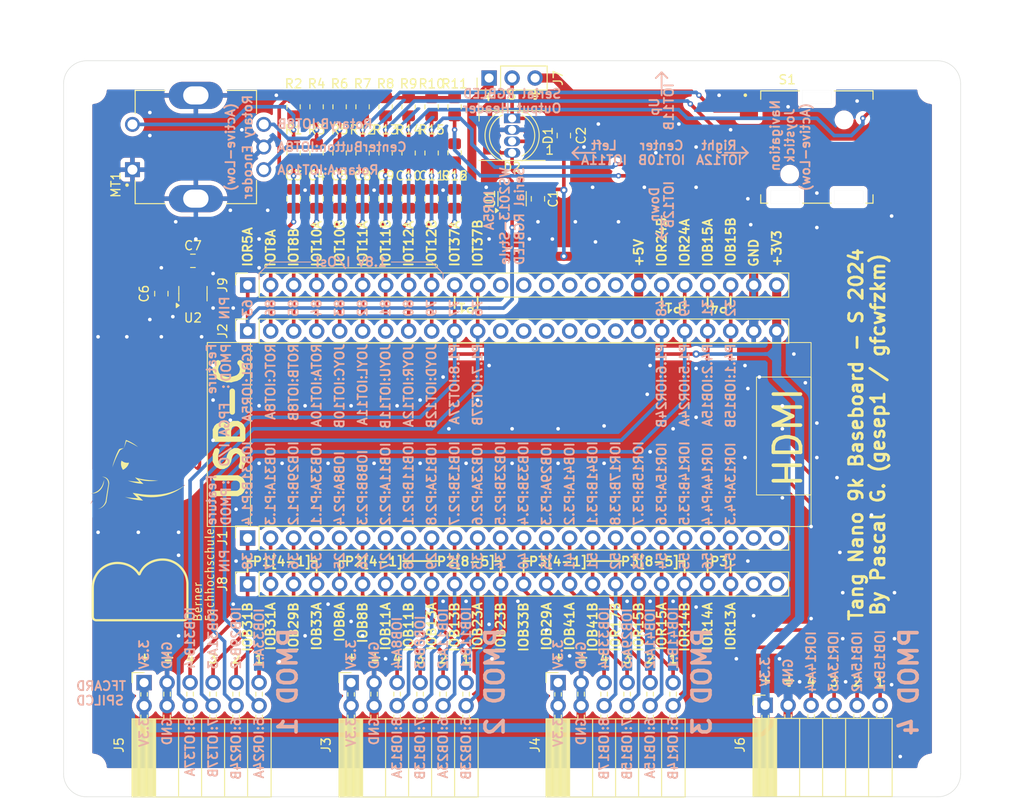
<source format=kicad_pcb>
(kicad_pcb (version 20240108) (generator "pcbnew") (generator_version "8.0")
  (title_block (title "Tang Nano 9k Baseboard") (date "2024-06-28") (rev "A") (company "Pascal G. (gfcwfzkm)"))
  (layers (0 "F.Cu" signal) (31 "B.Cu" signal) (34 "B.Paste" user) (35 "F.Paste" user) (36 "B.SilkS" user "B.Silkscreen") (37 "F.SilkS" user "F.Silkscreen") (38 "B.Mask" user) (39 "F.Mask" user) (44 "Edge.Cuts" user))
  (net 0 "")
  (net 1 "+5V")
  (net 2 "GND")
  (net 3 "/IOT8A_ROTARY_CENTER")
  (net 4 "+3V3")
  (net 5 "+1V8")
  (net 6 "/IOT10B_JOYSTICK_CENTER")
  (net 7 "/IOT11A_JOYSTICK_LEFT")
  (net 8 "/IOT11B_JOYSTICK_UP")
  (net 9 "/IOT12A_JOYSTICK_RIGHT")
  (net 10 "/IOT12B_JOYSTICK_DOWN")
  (net 11 "Net-(D1-DI)")
  (net 12 "Net-(D1-DO)")
  (net 20 "/IOR5A_RGBLED")
  (net 30 "Net-(MT1-Pad2)")
  (net 31 "Net-(MT1-PadA)")
  (net 32 "Net-(MT1-PadB)")
  (net 33 "Net-(R12-Pad2)")
  (net 34 "Net-(R13-Pad2)")
  (net 35 "Net-(R14-Pad2)")
  (net 36 "Net-(R10-Pad2)")
  (net 37 "Net-(R11-Pad2)")
  (net 40 "IOB31A_PMOD1.3")
  (net 41 "IOB33A_PMOD1.1")
  (net 42 "IOB31B_PMOD1.4")
  (net 43 "IOB29B_PMOD1.2")
  (net 44 "IOT37B_PMOD1.7")
  (net 45 "IOR24A_PMOD1.5")
  (net 46 "IOT37A_PMOD1.8")
  (net 47 "IOR24B_PMOD1.6")
  (net 48 "IOB8A_PMOD2.4")
  (net 49 "IOB13A_PMOD2.8")
  (net 50 "IOB23B_PMOD2.5")
  (net 51 "IOB11B_PMOD2.1")
  (net 52 "IOB13B_PMOD2.7")
  (net 53 "IOB8B_PMOD2.3")
  (net 54 "IOB23A_PMOD2.6")
  (net 55 "IOB11A_PMOD2.2")
  (net 56 "IOR14A_PMOD4.4")
  (net 57 "IOR17B_PMOD3.8")
  (net 58 "IOR15B_PMOD3.7")
  (net 59 "IOR14B_PMOD3.5")
  (net 60 "IOB29A_PMOD3.3")
  (net 61 "IOR13A_PMOD4.3")
  (net 62 "IOR15A_PMOD3.6")
  (net 63 "IOB41B_PMOD3.1")
  (net 64 "IOB41A_PMOD3.2")
  (net 65 "IOB33B_PMOD3.4")
  (net 66 "IOB15A_PMOD4.2")
  (net 67 "IOB15B_PMOD4.1")
  (net 68 "/IOT8B_ROTARY_B")
  (net 69 "/IOT10A_ROTARY_A")
  (footprint "Resistor_SMD:R_0805_2012Metric_Pad1.20x1.40mm_HandSolder" (layer "F.Cu") (at 134.62 68.58 -90)
    (property "Reference" "R8")
    (property "Value" "10k")
  )
  (footprint "Capacitor_SMD:C_0805_2012Metric_Pad1.18x1.45mm_HandSolder" (layer "F.Cu") (at 137.16 78.74 90)
    (property "Reference" "C10")
    (property "Value" "10nF")
  )
  (footprint "LED_SMD:LED_WS2812B_PLCC4_5.0x5.0mm_P3.2mm" (layer "F.Cu") (at 148.59 71.755 180)
    (property "Reference" "D2")
    (property "Value" "WS2812B")
  )
  (footprint "Resistor_SMD:R_0805_2012Metric_Pad1.20x1.40mm_HandSolder" (layer "F.Cu") (at 127 73.685 90)
    (property "Reference" "R3")
    (property "Value" "10k")
  )
  (footprint "Connector_PinSocket_2.54mm:PinSocket_2x06_P2.54mm_Horizontal" (layer "F.Cu") (at 107.95 132.17 90)
    (property "Reference" "J5")
    (property "Value" "PMOD-FULL")
  )
  (footprint "Capacitor_SMD:C_0805_2012Metric_Pad1.18x1.45mm_HandSolder" (layer "F.Cu") (at 154.305 71.755 90)
    (property "Reference" "C2")
    (property "Value" "100nF")
  )
  (footprint "PEC11R-4215F-S0024:XDCR_PEC11R-4215F-S0024" (layer "F.Cu") (at 113.665 73.025 90)
    (property "Reference" "MT1")
    (property "Value" "PEC11R-4115F-S0018")
  )
  (footprint "Resistor_SMD:R_0805_2012Metric_Pad1.20x1.40mm_HandSolder" (layer "F.Cu") (at 127 68.58 90)
    (property "Reference" "R4")
    (property "Value" "10k")
  )
  (footprint "Package_TO_SOT_SMD:SOT-23-5" (layer "F.Cu") (at 148.59 78.74 90)
    (property "Reference" "U1")
    (property "Value" "SN74LV1T34DBV")
  )
  (footprint "Resistor_SMD:R_0805_2012Metric_Pad1.20x1.40mm_HandSolder" (layer "F.Cu") (at 139.7 68.58 -90)
    (property "Reference" "R10")
    (property "Value" "10k")
  )
  (footprint "Capacitor_SMD:C_0805_2012Metric_Pad1.18x1.45mm_HandSolder" (layer "F.Cu") (at 124.46 78.74 90)
    (property "Reference" "C3")
    (property "Value" "10nF")
  )
  (footprint "MountingHole:MountingHole_2.7mm_M2.5" (layer "F.Cu") (at 194.945 141.605)
    (property "Reference" "REF**" (hide yes))
    (property "Value" "MountingHole_2.7mm_M2.5")
  )
  (footprint "Capacitor_SMD:C_0805_2012Metric_Pad1.18x1.45mm_HandSolder" (layer "F.Cu") (at 139.7 78.74 90)
    (property "Reference" "C11")
    (property "Value" "10nF")
  )
  (footprint "Resistor_SMD:R_0805_2012Metric_Pad1.20x1.40mm_HandSolder" (layer "F.Cu") (at 129.54 68.58 -90)
    (property "Reference" "R6")
    (property "Value" "10k")
  )
  (footprint "Resistor_SMD:R_0805_2012Metric_Pad1.20x1.40mm_HandSolder" (layer "F.Cu") (at 139.7 73.685 90)
    (property "Reference" "R15")
    (property "Value" "10k")
  )
  (footprint "Resistor_SMD:R_0805_2012Metric_Pad1.20x1.40mm_HandSolder" (layer "F.Cu") (at 137.16 68.58 -90)
    (property "Reference" "R9")
    (property "Value" "10k")
  )
  (footprint "Resistor_SMD:R_0805_2012Metric_Pad1.20x1.40mm_HandSolder" (layer "F.Cu") (at 132.08 73.685 90)
    (property "Reference" "R12")
    (property "Value" "10k")
  )
  (footprint "MountingHole:MountingHole_2.7mm_M2.5" (layer "F.Cu") (at 102.235 141.605)
    (property "Reference" "REF**" (hide yes))
    (property "Value" "MountingHole_2.7mm_M2.5")
  )
  (footprint "Capacitor_SMD:C_0805_2012Metric_Pad1.18x1.45mm_HandSolder" (layer "F.Cu") (at 109.855 89.2175 90)
    (property "Reference" "C6")
    (property "Value" "2.2uF")
  )
  (footprint "Capacitor_SMD:C_0805_2012Metric_Pad1.18x1.45mm_HandSolder" (layer "F.Cu") (at 134.62 78.74 90)
    (property "Reference" "C9")
    (property "Value" "10nF")
  )
  (footprint "Resistor_SMD:R_0805_2012Metric_Pad1.20x1.40mm_HandSolder" (layer "F.Cu") (at 142.24 73.66 90)
    (property "Reference" "R16")
    (property "Value" "10k")
  )
  (footprint "Capacitor_SMD:C_0805_2012Metric_Pad1.18x1.45mm_HandSolder" (layer "F.Cu") (at 132.08 78.74 90)
    (property "Reference" "C8")
    (property "Value" "10nF")
  )
  (footprint "Connector_PinSocket_2.54mm:PinSocket_1x24_P2.54mm_Vertical" (layer "F.Cu") (at 119.38 121.285 90)
    (property "Reference" "J8")
    (property "Value" "FPGA I/O")
  )
  (footprint "Resistor_SMD:R_0805_2012Metric_Pad1.20x1.40mm_HandSolder" (layer "F.Cu") (at 134.62 73.685 90)
    (property "Reference" "R13")
    (property "Value" "10k")
  )
  (footprint "LED_THT:LED_D5.0mm-4_RGB" (layer "F.Cu") (at 148.59 69.855 -90)
    (property "Reference" "D1")
    (property "Value" "APA-106-F5")
  )
  (footprint "Capacitor_SMD:C_0805_2012Metric_Pad1.18x1.45mm_HandSolder" (layer "F.Cu") (at 142.24 78.74 90)
    (property "Reference" "C12")
    (property "Value" "10nF")
  )
  (footprint "Capacitor_SMD:C_0805_2012Metric_Pad1.18x1.45mm_HandSolder" (layer "F.Cu") (at 127 78.74 90)
    (property "Reference" "C4")
    (property "Value" "10nF")
  )
  (footprint "Capacitor_SMD:C_0805_2012Metric_Pad1.18x1.45mm_HandSolder" (layer "F.Cu") (at 113.345 85.5925)
    (property "Reference" "C7")
    (property "Value" "2.2uF")
  )
  (footprint "Connector_PinHeader_2.54mm:PinHeader_1x03_P2.54mm_Vertical" (layer "F.Cu") (at 146.05 65.405 90)
    (property "Reference" "J7")
    (property "Value" "SERLED OUT")
  )
  (footprint "Connector_PinSocket_2.54mm:PinSocket_2x06_P2.54mm_Horizontal" (layer "F.Cu") (at 130.81 132.17 90)
    (property "Reference" "J3")
    (property "Value" "PMOD-FULL")
  )
  (footprint "Resistor_SMD:R_0805_2012Metric_Pad1.20x1.40mm_HandSolder" (layer "F.Cu") (at 132.08 68.58 -90)
    (property "Reference" "R7")
    (property "Value" "10k")
  )
  (footprint "Connector_PinSocket_2.54mm:PinSocket_1x24_P2.54mm_Vertical" (layer "F.Cu") (at 119.39 93.345 90)
    (property "Reference" "J2")
    (property "Value" "FPGA I/O")
  )
  (footprint "MountingHole:MountingHole_2.7mm_M2.5" (layer "F.Cu") (at 102.235 66.675)
    (property "Reference" "REF**" (hide yes))
    (property "Value" "MountingHole_2.7mm_M2.5")
  )
  (footprint "Connector_PinSocket_2.54mm:PinSocket_1x24_P2.54mm_Vertical" (layer "F.Cu") (at 119.39 88.265 90)
    (property "Reference" "J9")
    (property "Value" "FPGA I/O")
  )
  (footprint "Resistor_SMD:R_0805_2012Metric_Pad1.20x1.40mm_HandSolder" (layer "F.Cu") (at 129.54 73.685 90)
    (property "Reference" "R5")
    (property "Value" "10k")
  )
  (footprint "Capacitor_SMD:C_0805_2012Metric_Pad1.18x1.45mm_HandSolder" (layer "F.Cu") (at 151.445 78.74 -90)
    (property "Reference" "C1")
    (property "Value" "100nF")
  )
  (footprint "Resistor_SMD:R_0805_2012Metric_Pad1.20x1.40mm_HandSolder" (layer "F.Cu") (at 137.16 73.685 90)
    (property "Reference" "R14")
    (property "Value" "10k")
  )
  (footprint "Capacitor_SMD:C_0805_2012Metric_Pad1.18x1.45mm_HandSolder" (layer "F.Cu") (at 129.54 78.74 90)
    (property "Reference" "C5")
    (property "Value" "10nF")
  )
  (footprint "Package_TO_SOT_SMD:SOT-23-5" (layer "F.Cu") (at 113.345 89.2175 90)
    (property "Reference" "U2")
    (property "Value" "AP2205-18W5-7")
  )
  (footprint "Connector_PinSocket_2.54mm:PinSocket_2x06_P2.54mm_Horizontal" (layer "F.Cu") (at 153.67 132.17 90)
    (property "Reference" "J4")
    (property "Value" "PMOD-FULL")
  )
  (footprint "Resistor_SMD:R_0805_2012Metric_Pad1.20x1.40mm_HandSolder" (layer "F.Cu") (at 124.46 73.66 -90)
    (property "Reference" "R1")
    (property "Value" "10k")
  )
  (footprint "MountingHole:MountingHole_2.7mm_M2.5" (layer "F.Cu") (at 194.945 66.675)
    (property "Reference" "REF**" (hide yes))
    (property "Value" "MountingHole_2.7mm_M2.5")
  )
  (footprint "Connector_PinSocket_2.54mm:PinSocket_1x06_P2.54mm_Horizontal" (layer "F.Cu") (at 176.53 134.665 90)
    (property "Reference" "J6")
    (property "Value" "PMOD-HALF")
  )
  (footprint "Resistor_SMD:R_0805_2012Metric_Pad1.20x1.40mm_HandSolder" (layer "F.Cu") (at 142.24 68.58 -90)
    (property "Reference" "R11")
    (property "Value" "10k")
  )
  (footprint "Connector_PinSocket_2.54mm:PinSocket_1x24_P2.54mm_Vertical" (layer "F.Cu") (at 119.38 116.205 90)
    (property "Reference" "J1")
    (property "Value" "FPGA I/O")
  )
  (footprint "Resistor_SMD:R_0805_2012Metric_Pad1.20x1.40mm_HandSolder" (layer "F.Cu") (at 124.46 68.58 -90)
    (property "Reference" "R2")
    (property "Value" "10k")
  )
  (footprint "JS5208:SW_JS5208" (layer "F.Cu") (at 182.245 73.025)
    (property "Reference" "S1")
    (property "Value" "JS5208")
    (fp_line (start -5.1 4.8) (end -1.9 4.8) (stroke (width 0.01)) (layer "Edge.Cuts"))
    (fp_line (start -5.1 6.25) (end -5.1 4.8) (stroke (width 0.01)) (layer "Edge.Cuts"))
    (fp_line (start -1.9 4.8) (end -1.9 6.25) (stroke (width 0.01)) (layer "Edge.Cuts"))
    (fp_line (start -1.9 6.25) (end -5.1 6.25) (stroke (width 0.01)) (layer "Edge.Cuts"))
    (fp_line (start -1.6 -6.25) (end 1.6 -6.25) (stroke (width 0.01)) (layer "Edge.Cuts"))
    (fp_line (start -1.6 -4.8) (end -1.6 -6.25) (stroke (width 0.01)) (layer "Edge.Cuts"))
    (fp_line (start 1.6 -6.25) (end 1.6 -4.8) (stroke (width 0.01)) (layer "Edge.Cuts"))
    (fp_line (start 1.6 -4.8) (end -1.6 -4.8) (stroke (width 0.01)) (layer "Edge.Cuts"))
    (fp_line (start 1.9 4.8) (end 1.9 6.25) (stroke (width 0.01)) (layer "Edge.Cuts"))
    (fp_line (start 1.9 6.25) (end 5.1 6.25) (stroke (width 0.01)) (layer "Edge.Cuts"))
    (fp_line (start 5.1 4.8) (end 1.9 4.8) (stroke (width 0.01)) (layer "Edge.Cuts"))
    (fp_line (start 5.1 6.25) (end 5.1 4.8) (stroke (width 0.01)) (layer "Edge.Cuts"))
  )
  (gr_poly (pts (xy 109.306699 101.761012) (xy 109.308486 101.734201) (xy 109.311454 101.708561) (xy 109.315594 101.684122) (xy 109.320898 101.660916) (xy 109.327355 101.638972) (xy 109.334956 101.61832) (xy 109.343693 101.598992) (xy 109.353556 101.581017) (xy 109.364536 101.564426) (xy 109.376623 101.54925) (xy 109.389809 101.535517) (xy 109.404084 101.52326) (xy 109.419439 101.512509) (xy 109.435865 101.503293) (xy 109.453352 101.495643) (xy 109.471891 101.48959) (xy 109.491474 101.485163) (xy 109.51209 101.482394) (xy 109.533731 101.481313) (xy 109.556387 101.481949) (xy 109.580049 101.484334) (xy 109.604708 101.488497) (xy 109.630355 101.49447) (xy 109.656981 101.502282) (xy 109.684575 101.511965) (xy 109.71313 101.523547) (xy 109.742635 101.53706) (xy 109.773082 101.552534) (xy 109.804462 101.57) (xy 109.836764 101.589487) (xy 109.869981 101.611026) (xy 109.904102 101.634648) (xy 109.9719 101.68528) (xy 110.036944 101.738247) (xy 110.099096 101.793116) (xy 110.15822 101.849458) (xy 110.214181 101.906842) (xy 110.266841 101.964838) (xy 110.316064 102.023014) (xy 110.361715 102.080941) (xy 110.403656 102.138188) (xy 110.441752 102.194323) (xy 110.475866 102.248918) (xy 110.505862 102.30154) (xy 110.531603 102.351759) (xy 110.552954 102.399146) (xy 110.569777 102.443268) (xy 110.581938 102.483696) (xy 110.586199 102.50306) (xy 110.589223 102.522631) (xy 110.59104 102.542283) (xy 110.591679 102.561891) (xy 110.591169 102.58133) (xy 110.589541 102.600474) (xy 110.586822 102.619198) (xy 110.583043 102.637376) (xy 110.578232 102.654884) (xy 110.57242 102.671595) (xy 110.565635 102.687384) (xy 110.557907 102.702127) (xy 110.549265 102.715697) (xy 110.539739 102.727969) (xy 110.529357 102.738817) (xy 110.51815 102.748117) (xy 110.506146 102.755743) (xy 110.493375 102.761569) (xy 110.479866 102.765471) (xy 110.465649 102.767322) (xy 110.450753 102.766998) (xy 110.435207 102.764372) (xy 110.419041 102.75932) (xy 110.402283 102.751717) (xy 110.384964 102.741435) (xy 110.367113 102.728352) (xy 110.348758 102.71234) (xy 110.32993 102.693275) (xy 110.310657 102.671031) (xy 110.29097 102.645483) (xy 110.270897 102.616505) (xy 110.250467 102.583972) (xy 110.244489 102.573304) (xy 110.238812 102.561796) (xy 110.233491 102.549582) (xy 110.228577 102.536792) (xy 110.224123 102.52356) (xy 110.220183 102.510017) (xy 110.216809 102.496297) (xy 110.214054 102.482532) (xy 110.21197 102.468853) (xy 110.21061 102.455393) (xy 110.210028 102.442285) (xy 110.210276 102.429661) (xy 110.211406 102.417652) (xy 110.213472 102.406392) (xy 110.214873 102.401084) (xy 110.216527 102.396013) (xy 110.218441 102.391195) (xy 110.220622 102.386647) (xy 110.223008 102.382551) (xy 110.225707 102.378714) (xy 110.228713 102.375143) (xy 110.232021 102.371845) (xy 110.235626 102.368825) (xy 110.239523 102.366091) (xy 110.243705 102.363647) (xy 110.248168 102.361501) (xy 110.252906 102.359659) (xy 110.257914 102.358127) (xy 110.263187 102.356911) (xy 110.268719 102.356018) (xy 110.274504 102.355454) (xy 110.280538 102.355226) (xy 110.286815 102.355339) (xy 110.29333 102.3558) (xy 110.300077 102.356615) (xy 110.30705 102.35779) (xy 110.314245 102.359332) (xy 110.321656 102.361248) (xy 110.329278 102.363542) (xy 110.337106 102.366222) (xy 110.345133 102.369295) (xy 110.353355 102.372765) (xy 110.361766 102.37664) (xy 110.370361 102.380926) (xy 110.379134 102.385628) (xy 110.38808 102.390755) (xy 110.397194 102.39631) (xy 110.406471 102.402302) (xy 110.415904 102.408736) (xy 110.425489 102.415619) (xy 110.42154 102.405929) (xy 110.409256 102.379062) (xy 110.399784 102.36022) (xy 110.387982 102.338323) (xy 110.373768 102.313784) (xy 110.357061 102.287015) (xy 110.337779 102.258431) (xy 110.31584 102.228443) (xy 110.291161 102.197466) (xy 110.277769 102.181735) (xy 110.263661 102.165912) (xy 110.248827 102.150047) (xy 110.233258 102.134193) (xy 110.216942 102.118402) (xy 110.19987 102.102724) (xy 110.182031 102.087212) (xy 110.163415 102.071918) (xy 110.144012 102.056892) (xy 110.123812 102.042186) (xy 110.075521 102.009286) (xy 110.028498 101.979639) (xy 109.982872 101.953317) (xy 109.938775 101.930393) (xy 109.896337 101.910937) (xy 109.855689 101.895022) (xy 109.816962 101.882719) (xy 109.780286 101.8741) (xy 109.745793 101.869237) (xy 109.729406 101.868236) (xy 109.713614 101.868201) (xy 109.698433 101.869141) (xy 109.683879 101.871064) (xy 109.669968 101.873981) (xy 109.656718 101.877899) (xy 109.644144 101.882828) (xy 109.632263 101.888776) (xy 109.621091 101.895753) (xy 109.610645 101.903768) (xy 109.60094 101.912829) (xy 109.591994 101.922945) (xy 109.583822 101.934126) (xy 109.576441 101.946381) (xy 109.572832 101.953995) (xy 109.569507 101.963162) (xy 109.563988 101.986032) (xy 109.560445 102.014758) (xy 109.559438 102.049104) (xy 109.561526 102.088834) (xy 109.567269 102.133714) (xy 109.571686 102.158011) (xy 109.577227 102.183508) (xy 109.583961 102.210174) (xy 109.591959 102.237981) (xy 109.601291 102.266899) (xy 109.612026 102.296899) (xy 109.624234 102.327951) (xy 109.637987 102.360025) (xy 109.653352 102.393093) (xy 109.670401 102.427125) (xy 109.689203 102.462092) (xy 109.709829 102.497964) (xy 109.732347 102.534712) (xy 109.75683 102.572307) (xy 109.783345 102.610718) (xy 109.811963 102.649917) (xy 109.842755 102.689875) (xy 109.87579 102.730561) (xy 109.911138 102.771947) (xy 109.948869 102.814003) (xy 110.01283 102.881694) (xy 110.079074 102.948129) (xy 110.147199 103.013036) (xy 110.216803 103.076141) (xy 110.287486 103.137172) (xy 110.358846 103.195856) (xy 110.430481 103.25192) (xy 110.50199 103.305092) (xy 110.572971 103.355099) (xy 110.643024 103.401667) (xy 110.711747 103.444524) (xy 110.778738 103.483398) (xy 110.843596 103.518015) (xy 110.905919 103.548102) (xy 110.965307 103.573387) (xy 111.021357 103.593598) (xy 111.105006 103.619112) (xy 111.203071 103.645243) (xy 111.312495 103.669681) (xy 111.430218 103.69012) (xy 111.553183 103.704251) (xy 111.678331 103.709765) (xy 111.802603 103.704356) (xy 111.863455 103.696834) (xy 111.922941 103.685715) (xy 111.98068 103.670711) (xy 112.036288 103.651534) (xy 112.089383 103.627895) (xy 112.139584 103.599505) (xy 112.186507 103.566077) (xy 112.229771 103.527321) (xy 112.268993 103.482949) (xy 112.303791 103.432673) (xy 112.333782 103.376204) (xy 112.358585 103.313253) (xy 112.377816 103.243533) (xy 112.391095 103.166754) (xy 112.398038 103.082628) (xy 112.398263 102.990867) (xy 112.391387 102.891182) (xy 112.37703 102.783284) (xy 112.373182 102.763183) (xy 112.368195 102.742892) (xy 112.35513 102.701957) (xy 112.338496 102.660913) (xy 112.318958 102.620195) (xy 112.297176 102.580237) (xy 112.273813 102.541473) (xy 112.249531 102.50434) (xy 112.224993 102.46927) (xy 112.177798 102.40706) (xy 112.137527 102.35832) (xy 112.098952 102.315157) (xy 112.096792 102.31143) (xy 112.094539 102.307184) (xy 112.091902 102.301718) (xy 112.089178 102.295306) (xy 112.086665 102.288224) (xy 112.085582 102.284518) (xy 112.084662 102.280747) (xy 112.083945 102.276947) (xy 112.083467 102.273151) (xy 112.083266 102.269394) (xy 112.083378 102.265711) (xy 112.083841 102.262135) (xy 112.084692 102.258702) (xy 112.085968 102.255445) (xy 112.087708 102.2524) (xy 112.089947 102.2496) (xy 112.092724 102.24708) (xy 112.096074 102.244874) (xy 112.100037 102.243017) (xy 112.104649 102.241543) (xy 112.109947 102.240487) (xy 112.115968 102.239883) (xy 112.12275 102.239765) (xy 112.13033 102.240169) (xy 112.138745 102.241127) (xy 112.150728 102.243883) (xy 112.165129 102.249089) (xy 112.20048 102.266643) (xy 112.243374 102.293372) (xy 112.292387 102.328857) (xy 112.346096 102.372678) (xy 112.403078 102.424419) (xy 112.461908 102.48366) (xy 112.521164 102.549984) (xy 112.579422 102.62297) (xy 112.607732 102.661832) (xy 112.635259 102.702202) (xy 112.661824 102.744029) (xy 112.68725 102.78726) (xy 112.711359 102.831844) (xy 112.733973 102.877727) (xy 112.754913 102.924857) (xy 112.774003 102.973183) (xy 112.791064 103.022651) (xy 112.805918 103.07321) (xy 112.818387 103.124807) (xy 112.828294 103.17739) (xy 112.835459 103.230906) (xy 112.839707 103.285304) (xy 112.840315 103.344149) (xy 112.837922 103.392443) (xy 112.831896 103.450482) (xy 112.820858 103.516139) (xy 112.803432 103.587285) (xy 112.791893 103.624251) (xy 112.77824 103.661793) (xy 112.762301 103.699643) (xy 112.743904 103.737536) (xy 112.722877 103.775206) (xy 112.699048 103.812387) (xy 112.672244 103.848814) (xy 112.642294 103.884219) (xy 112.609025 103.918337) (xy 112.572265 103.950903) (xy 112.531841 103.98165) (xy 112.487583 104.010313) (xy 112.439317 104.036625) (xy 112.386871 104.06032) (xy 112.330074 104.081134) (xy 112.268752 104.098799) (xy 112.202735 104.11305) (xy 112.131849 104.123621) (xy 112.055922 104.130246) (xy 111.974784 104.132659) (xy 111.890967 104.130887) (xy 111.807153 104.125221) (xy 111.639901 104.102837) (xy 111.473758 104.066768) (xy 111.309456 104.018276) (xy 111.147726 103.95862) (xy 110.9893 103.889065) (xy 110.834909 103.810869) (xy 110.685284 103.725296) (xy 110.541157 103.633606) (xy 110.40326 103.537061) (xy 110.272324 103.436923) (xy 110.149079 103.334452) (xy 110.034259 103.23091) (xy 109.928593 103.12756) (xy 109.832814 103.025661) (xy 109.747653 102.926476) (xy 109.692817 102.856671) (xy 109.641442 102.785758) (xy 109.593565 102.713886) (xy 109.549226 102.641208) (xy 109.50846 102.567874) (xy 109.471306 102.494034) (xy 109.437802 102.419839) (xy 109.407985 102.345441) (xy 109.381893 102.270989) (xy 109.359562 102.196636) (xy 109.341032 102.122531) (xy 109.32634 102.048825) (xy 109.315523 101.975669) (xy 109.308618 101.903215) (xy 109.305664 101.831612)) (stroke (width -0.000001)) (fill solid) (layer "F.Cu"))
  (gr_poly (pts (xy 102.146895 111.272762) (xy 102.147233 111.272757) (xy 102.146761 111.272769)) (stroke (width -0.000001)) (fill solid) (layer "F.Cu"))
  (gr_poly (pts (xy 107.298866 96.198485) (xy 107.299172 96.195544) (xy 107.299722 96.192879) (xy 107.300538 96.190529) (xy 107.301641 96.188531) (xy 107.303052 96.186926) (xy 107.304793 96.185752) (xy 107.306885 96.185048) (xy 107.309349 96.184854) (xy 107.312207 96.185207) (xy 107.315479 96.186148) (xy 107.319188 96.187714) (xy 107.323355 96.189946) (xy 110.150842 97.66948) (xy 111.256181 98.231254) (xy 112.28805 98.739963) (xy 113.130017 99.130696) (xy 113.443405 99.261536) (xy 113.665656 99.338541) (xy 113.695904 99.343155) (xy 113.722912 99.343388) (xy 113.746791 99.339464) (xy 113.76765 99.331605) (xy 113.785597 99.320032) (xy 113.800741 99.304969) (xy 113.813192 99.286639) (xy 113.823059 99.265263) (xy 113.830451 99.241065) (xy 113.835478 99.214267) (xy 113.838247 99.185091) (xy 113.83887 99.15376) (xy 113.834108 99.085524) (xy 113.822067 99.011338) (xy 113.803619 98.932983) (xy 113.779638 98.852239) (xy 113.750996 98.770887) (xy 113.718568 98.690708) (xy 113.683225 98.61348) (xy 113.645842 98.540985) (xy 113.607292 98.475004) (xy 113.568447 98.417316) (xy 113.349145 98.111247) (xy 113.147636 97.818094) (xy 112.963204 97.538132) (xy 112.795138 97.271637) (xy 112.642723 97.018884) (xy 112.505246 96.780148) (xy 112.381992 96.555705) (xy 112.272248 96.34583) (xy 112.1753 96.150798) (xy 112.090434 95.970886) (xy 112.016937 95.806367) (xy 111.954095 95.657518) (xy 111.85752 95.40793) (xy 111.794999 95.224324) (xy 111.794999 95.224086) (xy 111.794437 95.222823) (xy 111.794158 95.222156) (xy 111.794025 95.221814) (xy 111.793898 95.221467) (xy 111.793779 95.221115) (xy 111.793671 95.220758) (xy 111.793575 95.220396) (xy 111.793492 95.220031) (xy 111.793425 95.219661) (xy 111.793374 95.219288) (xy 111.793343 95.218911) (xy 111.793332 95.21853) (xy 111.793343 95.217957) (xy 111.793377 95.217395) (xy 111.793432 95.216843) (xy 111.793507 95.216303) (xy 111.793604 95.215776) (xy 111.79372 95.215261) (xy 111.793856 95.21476) (xy 111.79401 95.214273) (xy 111.794183 95.213801) (xy 111.794373 95.213344) (xy 111.794581 95.212904) (xy 111.794805 95.21248) (xy 111.795046 95.212074) (xy 111.795302 95.211686) (xy 111.795573 95.211316) (xy 111.795859 95.210966) (xy 111.796158 95.210635) (xy 111.796471 95.210326) (xy 111.796797 95.210037) (xy 111.797135 95.20977) (xy 111.797485 95.209526) (xy 111.797846 95.209304) (xy 111.798218 95.209107) (xy 111.7986 95.208934) (xy 111.798992 95.208785) (xy 111.799393 95.208663) (xy 111.799802 95.208567) (xy 111.800219 95.208497) (xy 111.800644 95.208455) (xy 111.801075 95.208441) (xy 111.801513 95.208456) (xy 111.801957 95.208501) (xy 111.802223 95.20855) (xy 111.802486 95.208611) (xy 111.802745 95.208685) (xy 111.803 95.208772) (xy 111.803252 95.20887) (xy 111.8035 95.20898) (xy 111.803986 95.209235) (xy 111.804456 95.209532) (xy 111.804912 95.209871) (xy 111.805354 95.210248) (xy 111.805781 95.210661) (xy 111.806192 95.211108) (xy 111.806589 95.211586) (xy 111.806971 95.212094) (xy 111.807337 95.212628) (xy 111.807689 95.213187) (xy 111.808025 95.213768) (xy 111.808346 95.214368) (xy 111.808651 95.214986) (xy 111.809207 95.214615) (xy 111.922968 95.467561) (xy 112.067405 95.756868) (xy 112.238625 96.073686) (xy 112.432733 96.409166) (xy 112.645835 96.754457) (xy 112.874038 97.10071) (xy 113.113446 97.439074) (xy 113.236136 97.602532) (xy 113.360167 97.7607) (xy 113.488395 97.923667) (xy 113.602832 98.075476) (xy 113.704334 98.216663) (xy 113.793753 98.347765) (xy 113.871947 98.46932) (xy 113.939769 98.581865) (xy 113.998075 98.685939) (xy 114.047719 98.782077) (xy 114.089557 98.870819) (xy 114.124443 98.9527) (xy 114.153232 99.028259) (xy 114.176779 99.098032) (xy 114.195939 99.162558) (xy 114.211567 99.222373) (xy 114.235647 99.330023) (xy 114.238981 99.342497) (xy 114.242111 99.355962) (xy 114.245026 99.370443) (xy 114.247715 99.385966) (xy 114.250167 99.402554) (xy 114.252372 99.420231) (xy 114.254317 99.439023) (xy 114.255993 99.458954) (xy 114.25811 99.498034) (xy 114.258435 99.534554) (xy 114.257066 99.568592) (xy 114.254097 99.600227) (xy 114.249623 99.629537) (xy 114.24374 99.6566) (xy 114.236543 99.681496) (xy 114.228128 99.704302) (xy 114.21859 99.725098) (xy 114.208023 99.743962) (xy 114.196525 99.760972) (xy 114.184189 99.776206) (xy 114.171111 99.789745) (xy 114.157387 99.801665) (xy 114.143112 99.812046) (xy 114.128381 99.820967) (xy 114.11329 99.828505) (xy 114.097934 99.834739) (xy 114.082408 99.839748) (xy 114.066808 99.84361) (xy 114.051229 99.846404) (xy 114.035766 99.848208) (xy 114.020515 99.849102) (xy 114.005571 99.849163) (xy 113.976986 99.847101) (xy 113.950773 99.842653) (xy 113.927696 99.836445) (xy 113.908516 99.829106) (xy 111.174087 98.569802) (xy 110.086114 98.052943) (xy 109.052463 97.547192) (xy 108.181169 97.098507) (xy 107.840166 96.909927) (xy 107.580265 96.752849) (xy 107.577776 96.751516) (xy 107.570947 96.747451) (xy 107.566204 96.744363) (xy 107.560736 96.740557) (xy 107.554662 96.736018) (xy 107.548102 96.730736) (xy 107.541176 96.724698) (xy 107.534003 96.717892) (xy 107.526704 96.710306) (xy 107.519398 96.701927) (xy 107.512206 96.692744) (xy 107.505246 96.682744) (xy 107.50189 96.677434) (xy 107.498638 96.671915) (xy 107.495504 96.666186) (xy 107.492503 96.660245) (xy 107.450979 96.569718) (xy 107.390116 96.433479) (xy 107.311185 96.255113) (xy 107.306482 96.241065) (xy 107.304548 96.234462) (xy 107.302653 96.227246) (xy 107.300966 96.219728) (xy 107.299659 96.212221) (xy 107.298902 96.205036) (xy 107.298783 96.201662)) (stroke (width -0.000001)) (fill solid) (layer "F.Cu"))
  (gr_poly (pts (xy 109.308882 106.870353) (xy 109.319821 106.775802) (xy 109.338498 106.683975) (xy 109.350767 106.639207) (xy 109.365005 106.595268) (xy 109.381224 106.552206) (xy 109.399436 106.510072) (xy 109.401899 106.504395) (xy 109.404323 106.499215) (xy 109.406704 106.494509) (xy 109.409039 106.490257) (xy 109.411327 106.486438) (xy 109.413565 106.483032) (xy 109.41575 106.480019) (xy 109.417881 106.477376) (xy 109.419953 106.475085) (xy 109.421965 106.473123) (xy 109.423915 106.471471) (xy 109.4258 106.470107) (xy 109.427617 106.469012) (xy 109.429364 106.468164) (xy 109.431038 106.467542) (xy 109.432638 106.467127) (xy 109.434159 106.466897) (xy 109.435601 106.466831) (xy 109.43696 106.46691) (xy 109.438234 106.467112) (xy 109.43942 106.467416) (xy 109.440516 106.467803) (xy 109.44152 106.468251) (xy 109.442429 106.468739) (xy 109.44324 106.469248) (xy 109.443951 106.469755) (xy 109.445063 106.470686) (xy 109.445976 106.471629) (xy 109.564252 106.62134) (xy 109.608228 106.67824) (xy 109.64714 106.729819) (xy 109.675576 106.769523) (xy 109.684174 106.782873) (xy 109.688124 106.790795) (xy 109.688737 106.793243) (xy 109.6892 106.795654) (xy 109.689521 106.798026) (xy 109.689708 106.800355) (xy 109.689771 106.802639) (xy 109.689717 106.804876) (xy 109.689555 106.807062) (xy 109.689294 106.809195) (xy 109.688943 106.811273) (xy 109.68851 106.813292) (xy 109.688004 106.815251) (xy 109.687433 106.817145) (xy 109.686805 106.818974) (xy 109.686131 106.820733) (xy 109.685417 106.82242) (xy 109.684674 106.824034) (xy 109.683908 106.82557) (xy 109.68313 106.827026) (xy 109.681569 106.829689) (xy 109.680059 106.832001) (xy 109.678669 106.833941) (xy 109.677468 106.835487) (xy 109.676525 106.836617) (xy 109.675688 106.837547) (xy 109.653619 106.864034) (xy 109.640137 106.882969) (xy 109.625799 106.905774) (xy 109.611186 106.932505) (xy 109.59688 106.96322) (xy 109.583462 106.997974) (xy 109.571515 107.036825) (xy 109.561619 107.079829) (xy 109.554358 107.127042) (xy 109.550311 107.178521) (xy 109.550062 107.234323) (xy 109.554191 107.294505) (xy 109.563281 107.359122) (xy 109.577912 107.428231) (xy 109.587488 107.464488) (xy 109.598667 107.50189) (xy 109.614715 107.546556) (xy 109.634778 107.592074) (xy 109.658639 107.63832) (xy 109.686078 107.685171) (xy 109.750819 107.780194) (xy 109.827258 107.876155) (xy 109.913647 107.972067) (xy 110.008241 108.066943) (xy 110.109294 108.159796) (xy 110.21506 108.249639) (xy 110.323794 108.335484) (xy 110.433748 108.416344) (xy 110.543179 108.491232) (xy 110.650339 108.559161) (xy 110.753482 108.619144) (xy 110.850864 108.670193) (xy 110.940738 108.711322) (xy 111.021358 108.741542) (xy 111.104017 108.767118) (xy 111.199376 108.793397) (xy 111.304773 108.818052) (xy 111.417546 108.838754) (xy 111.535033 108.853175) (xy 111.594711 108.857303) (xy 111.65457 108.858986) (xy 111.714276 108.857936) (xy 111.773496 108.853859) (xy 111.831898 108.846466) (xy 111.889148 108.835466) (xy 111.944915 108.820566) (xy 111.998865 108.801477) (xy 112.050665 108.777907) (xy 112.099982 108.749565) (xy 112.146485 108.71616) (xy 112.189839 108.677401) (xy 112.229713 108.632997) (xy 112.265773 108.582657) (xy 112.297687 108.52609) (xy 112.325122 108.463004) (xy 112.347744 108.393109) (xy 112.365222 108.316114) (xy 112.377223 108.231727) (xy 112.383413 108.139658) (xy 112.383459 108.039616) (xy 112.37703 107.931309) (xy 112.204191 107.890799) (xy 112.001107 107.833593) (xy 111.731771 107.745916) (xy 111.404826 107.623387) (xy 111.222451 107.547686) (xy 111.028916 107.46163) (xy 110.825299 107.364672) (xy 110.612682 107.256264) (xy 110.392146 107.13586) (xy 110.16477 107.002912) (xy 109.889179 106.440091) (xy 110.098994 106.560918) (xy 110.334789 106.690096) (xy 110.634309 106.845687) (xy 110.979904 107.013122) (xy 111.353927 107.177828) (xy 111.546082 107.254604) (xy 111.738726 107.325235) (xy 111.929652 107.387897) (xy 112.116653 107.440771) (xy 112.135551 107.442689) (xy 112.156885 107.443739) (xy 112.184106 107.443651) (xy 112.215688 107.441527) (xy 112.250104 107.436467) (xy 112.267898 107.432555) (xy 112.285829 107.427573) (xy 112.303704 107.421407) (xy 112.321335 107.413946) (xy 112.338529 107.405076) (xy 112.355096 107.394687) (xy 112.370845 107.382665) (xy 112.385585 107.368898) (xy 112.399126 107.353274) (xy 112.411276 107.33568) (xy 112.421846 107.316005) (xy 112.430643 107.294135) (xy 112.437478 107.269958) (xy 112.442159 107.243362) (xy 112.444496 107.214235) (xy 112.444297 107.182465) (xy 112.441373 107.147938) (xy 112.435532 107.110543) (xy 112.426583 107.070167) (xy 112.414336 107.026698) (xy 112.413579 107.019984) (xy 112.412471 107.002878) (xy 112.41233 106.991852) (xy 112.412756 106.979936) (xy 112.413967 106.9677) (xy 112.416181 106.955714) (xy 112.417732 106.949992) (xy 112.419616 106.944546) (xy 112.42186 106.939447) (xy 112.42449 106.934767) (xy 112.427535 106.930576) (xy 112.431021 106.926946) (xy 112.434977 106.923947) (xy 112.439428 106.921651) (xy 112.444403 106.92013) (xy 112.449928 106.919454) (xy 112.456032 106.919694) (xy 112.46274 106.920923) (xy 112.470081 106.92321) (xy 112.478082 106.926627) (xy 112.486769 106.931245) (xy 112.496171 106.937136) (xy 112.51845 106.956775) (xy 112.545192 106.988487) (xy 112.574924 107.030798) (xy 112.606173 107.082234) (xy 112.637465 107.141322) (xy 112.667328 107.20659) (xy 112.694289 107.276562) (xy 112.716874 107.349767) (xy 112.733609 107.424731) (xy 112.739324 107.462412) (xy 112.743023 107.49998) (xy 112.744524 107.53725) (xy 112.743641 107.57404) (xy 112.740192 107.610164) (xy 112.733991 107.645439) (xy 112.724855 107.67968) (xy 112.7126 107.712703) (xy 112.69704 107.744324) (xy 112.677993 107.774359) (xy 112.655274 107.802623) (xy 112.628699 107.828933) (xy 112.598083 107.853104) (xy 112.563243 107.874952) (xy 112.603706 107.92047) (xy 112.645591 107.973385) (xy 112.66941 108.00622) (xy 112.694182 108.042864) (xy 112.719183 108.082984) (xy 112.743686 108.12625) (xy 112.766968 108.172328) (xy 112.788305 108.220888) (xy 112.806972 108.271598) (xy 112.822244 108.324125) (xy 112.828381 108.350966) (xy 112.833397 108.378137) (xy 112.837203 108.405596) (xy 112.839707 108.433302) (xy 112.840679 108.492163) (xy 112.838394 108.540462) (xy 112.832432 108.598504) (xy 112.821421 108.664162) (xy 112.80399 108.735309) (xy 112.792438 108.772276) (xy 112.778767 108.809818) (xy 112.762805 108.847668) (xy 112.744381 108.885561) (xy 112.723322 108.923231) (xy 112.699458 108.960412) (xy 112.672618 108.996838) (xy 112.642629 109.032244) (xy 112.60932 109.066363) (xy 112.572521 109.098929) (xy 112.532058 109.129677) (xy 112.487762 109.158341) (xy 112.439459 109.184654) (xy 112.38698 109.208352) (xy 112.330152 109.229167) (xy 112.268804 109.246835) (xy 112.202765 109.261089) (xy 112.131863 109.271663) (xy 112.055926 109.278292) (xy 111.974784 109.28071) (xy 111.890967 109.278938) (xy 111.807153 109.273272) (xy 111.723434 109.26387) (xy 111.639901 109.250889) (xy 111.556645 109.234487) (xy 111.473758 109.214821) (xy 111.391331 109.192049) (xy 111.309456 109.166329) (xy 111.228224 109.137818) (xy 111.147726 109.106674) (xy 110.9893 109.037118) (xy 110.834909 108.958922) (xy 110.685284 108.873347) (xy 110.541157 108.781654) (xy 110.40326 108.685105) (xy 110.272324 108.58496) (xy 110.149079 108.482481) (xy 110.034259 108.378929) (xy 109.928593 108.275566) (xy 109.832814 108.173651) (xy 109.747653 108.074448) (xy 109.672923 107.977857) (xy 109.604825 107.879274) (xy 109.54345 107.779092) (xy 109.488892 107.677703) (xy 109.441243 107.575502) (xy 109.400594 107.47288) (xy 109.367039 107.370232) (xy 109.340668 107.267951) (xy 109.321575 107.166429) (xy 109.309852 107.06606) (xy 109.30559 106.967237)) (stroke (width -0.000001)) (fill solid) (layer "F.Cu"))
  (gr_poly (pts (xy 102.858869 112.998245) (xy 102.858906 112.997736) (xy 102.858967 112.997236) (xy 102.859051 112.996747) (xy 102.859158 112.996268) (xy 102.859287 112.995799) (xy 102.859437 112.995341) (xy 102.859609 112.994895) (xy 102.8598 112.994459) (xy 102.860011 112.994035) (xy 102.860242 112.993622) (xy 102.86049 112.993221) (xy 102.860757 112.992833) (xy 102.861041 112.992456) (xy 102.861341 112.992093) (xy 102.861658 112.991742) (xy 102.86199 112.991405) (xy 102.862337 112.99108) (xy 102.862698 112.99077) (xy 102.863072 112.990473) (xy 102.86386 112.989922) (xy 102.864694 112.989428) (xy 102.865571 112.988995) (xy 102.866486 112.988624) (xy 102.867433 112.988316) (xy 102.868324 112.988095) (xy 102.868258 112.988114) (xy 102.868185 112.988137) (xy 102.868114 112.988162) (xy 102.867976 112.988219) (xy 102.867844 112.988282) (xy 102.867715 112.988351) (xy 102.86759 112.988425) (xy 102.867467 112.988503) (xy 102.867346 112.988584) (xy 102.866864 112.988915) (xy 102.86674 112.988995) (xy 102.866612 112.989072) (xy 102.866481 112.989145) (xy 102.866344 112.989212) (xy 102.929423 112.978988) (xy 102.99 112.965645) (xy 103.048108 112.949409) (xy 103.103779 112.930506) (xy 103.157047 112.909161) (xy 103.207944 112.885602) (xy 103.256502 112.860053) (xy 103.302755 112.83274) (xy 103.346735 112.803889) (xy 103.388476 112.773725) (xy 103.428009 112.742476) (xy 103.465368 112.710365) (xy 103.500585 112.67762) (xy 103.533693 112.644466) (xy 103.564725 112.611129) (xy 103.593714 112.577835) (xy 103.645692 112.512277) (xy 103.689889 112.449599) (xy 103.726568 112.391608) (xy 103.75599 112.34011) (xy 103.778418 112.296911) (xy 103.794114 112.263818) (xy 103.806356 112.235176) (xy 103.893055 111.630267) (xy 103.993737 110.95966) (xy 104.111844 110.191985) (xy 104.110151 110.129381) (xy 104.105128 110.07021) (xy 104.096958 110.014378) (xy 104.085823 109.961792) (xy 104.071904 109.91236) (xy 104.055384 109.865989) (xy 104.036445 109.822585) (xy 104.015268 109.782056) (xy 103.992036 109.74431) (xy 103.966931 109.709252) (xy 103.940135 109.67679) (xy 103.911829 109.646832) (xy 103.882196 109.619283) (xy 103.851418 109.594053) (xy 103.819676 109.571046) (xy 103.787154 109.550171) (xy 103.754032 109.531335) (xy 103.720493 109.514445) (xy 103.686719 109.499407) (xy 103.652891 109.486129) (xy 103.585806 109.464482) (xy 103.520691 109.448759) (xy 103.459004 109.438218) (xy 103.402201 109.432114) (xy 103.351738 109.429706) (xy 103.309072 109.430249) (xy 103.30028 109.429062) (xy 103.292062 109.428037) (xy 103.284444 109.427165) (xy 103.277454 109.426439) (xy 103.277401 109.426479) (xy 103.277348 109.426518) (xy 103.277341 109.426518) (xy 103.277333 109.426518) (xy 103.277326 109.426516) (xy 103.277318 109.426515) (xy 103.277311 109.426513) (xy 103.277304 109.426511) (xy 103.277289 109.426506) (xy 103.277274 109.4265) (xy 103.27726 109.426493) (xy 103.277246 109.426486) (xy 103.277232 109.426479) (xy 103.277206 109.426464) (xy 103.277193 109.426457) (xy 103.277181 109.426451) (xy 103.277169 109.426446) (xy 103.277157 109.426442) (xy 103.277152 109.426441) (xy 103.277147 109.42644) (xy 103.277141 109.426439) (xy 103.277136 109.426439) (xy 103.276583 109.426367) (xy 103.275962 109.426283) (xy 103.275347 109.426204) (xy 103.275063 109.426172) (xy 103.274808 109.426148) (xy 103.274543 109.425327) (xy 103.273647 109.425037) (xy 103.272777 109.424694) (xy 103.271937 109.424298) (xy 103.271132 109.423852) (xy 103.270367 109.423355) (xy 103.269645 109.42281) (xy 103.268971 109.422217) (xy 103.268349 109.421577) (xy 103.268059 109.42124) (xy 103.267784 109.420892) (xy 103.267524 109.420533) (xy 103.26728 109.420164) (xy 103.267052 109.419783) (xy 103.266842 109.419392) (xy 103.266649 109.41899) (xy 103.266473 109.418578) (xy 103.266317 109.418156) (xy 103.266179 109.417724) (xy 103.266061 109.417282) (xy 103.265964 109.41683) (xy 103.265887 109.416369) (xy 103.265831 109.415898) (xy 103.265797 109.415418) (xy 103.265786 109.414929) (xy 103.265801 109.414442) (xy 103.265845 109.413963) (xy 103.265916 109.413492) (xy 103.266013 109.413028) (xy 103.266135 109.412573) (xy 103.26628 109.412125) (xy 103.266446 109.411684) (xy 103.266632 109.411252) (xy 103.266837 109.410826) (xy 103.26706 109.410408) (xy 103.267297 109.409997) (xy 103.267549 109.409594) (xy 103.267814 109.409198) (xy 103.26809 109.408808) (xy 103.268376 109.408426) (xy 103.26867 109.40805) (xy 103.268484 109.408298) (xy 103.268312 109.408553) (xy 103.268154 109.408816) (xy 103.268007 109.409085) (xy 103.267872 109.40936) (xy 103.267746 109.40964) (xy 103.267629 109.409925) (xy 103.267519 109.410213) (xy 103.267316 109.410799) (xy 103.267129 109.411392) (xy 103.266765 109.412575) (xy 103.297304 109.400993) (xy 103.328597 109.390804) (xy 103.360529 109.38194) (xy 103.392989 109.374334) (xy 103.425863 109.36792) (xy 103.459038 109.362629) (xy 103.492401 109.358395) (xy 103.525839 109.355151) (xy 103.59249 109.35136) (xy 103.658086 109.350721) (xy 103.721724 109.352695) (xy 103.7825 109.356744) (xy 103.839511 109.362331) (xy 103.891852 109.368917) (xy 103.93862 109.375966) (xy 103.978911 109.382939) (xy 104.057234 109.399319) (xy 104.034647 109.371926) (xy 104.012903 109.3451) (xy 103.971353 109.293327) (xy 103.95125 109.268467) (xy 103.931396 109.244352) (xy 103.911643 109.221023) (xy 103.891843 109.198527) (xy 103.838878 109.135748) (xy 103.789793 109.072359) (xy 103.744451 109.008486) (xy 103.702718 108.944258) (xy 103.664456 108.8798) (xy 103.629532 108.81524) (xy 103.597808 108.750706) (xy 103.569149 108.686325) (xy 103.543419 108.622223) (xy 103.520483 108.558529) (xy 103.500205 108.495368) (xy 103.482448 108.432869) (xy 103.453959 108.310364) (xy 103.433928 108.192032) (xy 103.421271 108.078889) (xy 103.414901 107.971954) (xy 103.413733 107.872243) (xy 103.416679 107.780775) (xy 103.422655 107.698568) (xy 103.430574 107.626638) (xy 103.447898 107.517682) (xy 103.448031 107.517682) (xy 103.448022 107.517626) (xy 103.448011 107.517571) (xy 103.447998 107.517519) (xy 103.447983 107.517467) (xy 103.447966 107.517418) (xy 103.447947 107.517369) (xy 103.447906 107.517276) (xy 103.44786 107.517186) (xy 103.447812 107.517099) (xy 103.44771 107.516931) (xy 103.44766 107.516848) (xy 103.447612 107.516764) (xy 103.447568 107.516679) (xy 103.447528 107.516592) (xy 103.447511 107.516547) (xy 103.447495 107.516501) (xy 103.447482 107.516454) (xy 103.44747 107.516406) (xy 103.447461 107.516356) (xy 103.447454 107.516306) (xy 103.44745 107.516253) (xy 103.447449 107.5162) (xy 103.447464 107.515613) (xy 103.447509 107.515033) (xy 103.447583 107.514462) (xy 103.447685 107.513899) (xy 103.447815 107.513345) (xy 103.447971 107.512802) (xy 103.448154 107.51227) (xy 103.448362 107.51175) (xy 103.448595 107.511242) (xy 103.448851 107.510747) (xy 103.449131 107.510266) (xy 103.449433 107.5098) (xy 103.449756 107.509349) (xy 103.4501 107.508915) (xy 103.450465 107.508497) (xy 103.450848 107.508098) (xy 103.451251 107.507716) (xy 103.451671 107.507354) (xy 103.452108 107.507012) (xy 103.452562 107.50669) (xy 103.453031 107.50639) (xy 103.453515 107.506112) (xy 103.454014 107.505857) (xy 103.454525 107.505626) (xy 103.45505 107.505419) (xy 103.455586 107.505238) (xy 103.456133 107.505082) (xy 103.456691 107.504953) (xy 103.457258 107.504851) (xy 103.457834 107.504777) (xy 103.458419 107.504732) (xy 103.459011 107.504717) (xy 103.459502 107.504729) (xy 103.459985 107.504763) (xy 103.460458 107.504819) (xy 103.460922 107.504896) (xy 103.461377 107.504995) (xy 103.461822 107.505114) (xy 103.462257 107.505252) (xy 103.462682 107.50541) (xy 103.463096 107.505587) (xy 103.463501 107.505781) (xy 103.463894 107.505994) (xy 103.464277 107.506223) (xy 103.464649 107.506469) (xy 103.46501 107.506731) (xy 103.46536 107.507008) (xy 103.465698 107.507301) (xy 103.466025 107.507607) (xy 103.466339 107.507928) (xy 103.466933 107.508608) (xy 103.467477 107.509336) (xy 103.46797 107.510109) (xy 103.468411 107.510922) (xy 103.468799 107.51177) (xy 103.469132 107.512649) (xy 103.469409 107.513555) (xy 103.470996 107.513264) (xy 103.471181 107.514375) (xy 103.471181 107.514429) (xy 103.472054 107.603453) (xy 103.477227 107.690552) (xy 103.486416 107.775668) (xy 103.499337 107.858741) (xy 103.515707 107.939711) (xy 103.535242 108.018521) (xy 103.557657 108.095111) (xy 103.58267 108.169421) (xy 103.609996 108.241393) (xy 103.639351 108.310967) (xy 103.670452 108.378084) (xy 103.703015 108.442686) (xy 103.736756 108.504713) (xy 103.771392 108.564105) (xy 103.806637 108.620804) (xy 103.84221 108.674752) (xy 103.9132 108.774152) (xy 103.982091 108.861834) (xy 104.046612 108.937324) (xy 104.104493 109.000149) (xy 104.153465 109.049837) (xy 104.191255 109.085913) (xy 104.224212 109.115342) (xy 104.208526 109.065804) (xy 104.194198 109.014782) (xy 104.181149 108.962694) (xy 104.169301 108.90996) (xy 104.158576 108.856997) (xy 104.148894 108.804225) (xy 104.140178 108.752062) (xy 104.132349 108.700926) (xy 104.107823 108.623264) (xy 104.086918 108.547045) (xy 104.069467 108.472309) (xy 104.055304 108.399095) (xy 104.044261 108.327442) (xy 104.036172 108.25739) (xy 104.03087 108.188979) (xy 104.028188 108.122247) (xy 104.027959 108.057234) (xy 104.030016 107.99398) (xy 104.034193 107.932524) (xy 104.040322 107.872905) (xy 104.048237 107.815163) (xy 104.05777 107.759338) (xy 104.068756 107.705467) (xy 104.081026 107.653592) (xy 104.094415 107.603752) (xy 104.108755 107.555985) (xy 104.139622 107.46683) (xy 104.172292 107.386444) (xy 104.205431 107.315142) (xy 104.237703 107.253239) (xy 104.267773 107.201051) (xy 104.294307 107.158892) (xy 104.31597 107.127078) (xy 104.31724 107.127661) (xy 104.317545 107.126969) (xy 104.317884 107.126297) (xy 104.318258 107.125648) (xy 104.318666 107.125024) (xy 104.319108 107.12443) (xy 104.319584 107.123869) (xy 104.320094 107.123345) (xy 104.320636 107.122861) (xy 104.321212 107.122421) (xy 104.321821 107.122028) (xy 104.322138 107.121851) (xy 104.322463 107.121686) (xy 104.322796 107.121535) (xy 104.323137 107.121398) (xy 104.323486 107.121276) (xy 104.323844 107.121168) (xy 104.324209 107.121076) (xy 104.324582 107.121) (xy 104.324964 107.120939) (xy 104.325353 107.120896) (xy 104.325751 107.120869) (xy 104.326156 107.12086) (xy 104.326684 107.120874) (xy 104.327205 107.120914) (xy 104.327719 107.120981) (xy 104.328225 107.121073) (xy 104.328722 107.121189) (xy 104.329211 107.12133) (xy 104.329689 107.121494) (xy 104.330157 107.12168) (xy 104.330613 107.121889) (xy 104.331058 107.122119) (xy 104.33149 107.122369) (xy 104.331909 107.12264) (xy 104.332314 107.122929) (xy 104.332704 107.123237) (xy 104.333079 107.123563) (xy 104.333439 107.123907) (xy 104.333781 107.124267) (xy 104.334107 107.124642) (xy 104.334414 107.125033) (xy 104.334703 107.125438) (xy 104.334972 107.125857) (xy 104.335222 107.126289) (xy 104.335451 107.126734) (xy 104.335659 107.12719) (xy 104.335845 107.127657) (xy 104.336008 107.128135) (xy 104.336148 107.128622) (xy 104.336264 107.129118) (xy 104.336355 107.129623) (xy 104.336421 107.130135) (xy 104.336461 107.130655) (xy 104.336475 107.13118) (xy 104.336461 107.130753) (xy 104.336422 107.130335) (xy 104.336359 107.129926) (xy 104.336272 107.129525) (xy 104.336164 107.129132) (xy 104.336037 107.128747) (xy 104.33589 107.128369) (xy 104.335727 107.127998) (xy 104.335549 107.127635) (xy 104.335356 107.127277) (xy 104.335151 107.126926) (xy 104.334934 107.126581) (xy 104.334708 107.126242) (xy 104.334474 107.125907) (xy 104.333988 107.125253) (xy 104.33392 107.125394) (xy 104.333857 107.125536) (xy 104.333738 107.125825) (xy 104.333628 107.126119) (xy 104.333521 107.126414) (xy 104.333413 107.126708) (xy 104.333299 107.126998) (xy 104.333239 107.127141) (xy 104.333175 107.127281) (xy 104.333107 107.12742) (xy 104.333035 107.127555) (xy 104.334675 107.128375) (xy 104.315398 107.177208) (xy 104.299236 107.227477) (xy 104.286027 107.278986) (xy 104.275605 107.331539) (xy 104.267807 107.384941) (xy 104.262468 107.438996) (xy 104.259424 107.493508) (xy 104.258511 107.54828) (xy 104.259565 107.603118) (xy 104.262421 107.657826) (xy 104.272883 107.766065) (xy 104.288584 107.871432) (xy 104.30821 107.97236) (xy 104.330448 108.067281) (xy 104.353983 108.15463) (xy 104.377502 108.232839) (xy 104.399691 108.300341) (xy 104.434823 108.39696) (xy 104.44887 108.431951) (xy 104.522411 108.220867) (xy 104.596826 108.019758) (xy 104.67134 107.829127) (xy 104.745177 107.649477) (xy 104.817562 107.48131) (xy 104.88772 107.32513) (xy 104.954875 107.181438) (xy 105.018253 107.050738) (xy 105.077077 106.933531) (xy 105.130574 106.830322) (xy 105.218482 106.667903) (xy 105.29625 106.533143) (xy 105.332024 106.504974) (xy 105.368874 106.478167) (xy 105.406336 106.452783) (xy 105.44394 106.428886) (xy 105.481221 106.406539) (xy 105.517711 106.385805) (xy 105.552942 106.366746) (xy 105.586449 106.349427) (xy 105.617762 106.333909) (xy 105.646417 106.320255) (xy 105.693878 106.298795) (xy 105.736332 106.281022) (xy 106.019039 105.515477) (xy 106.035559 105.578314) (xy 106.050042 105.641948) (xy 106.062436 105.706348) (xy 106.07269 105.771481) (xy 106.080754 105.837316) (xy 106.086577 105.903822) (xy 106.090109 105.970966) (xy 106.091297 106.038717) (xy 106.090961 106.070505) (xy 106.09002 106.102147) (xy 106.088573 106.133666) (xy 106.086719 106.165082) (xy 106.090814 106.161636) (xy 106.093514 106.15933) (xy 106.096536 106.156721) (xy 106.100688 106.153091) (xy 106.105369 106.148936) (xy 106.110581 106.144234) (xy 106.116326 106.138967) (xy 106.117411 106.137998) (xy 106.117934 106.137528) (xy 106.118496 106.13701) (xy 106.147707 106.10873) (xy 106.183002 106.071706) (xy 106.222555 106.026275) (xy 106.243356 106.000514) (xy 106.264537 105.972779) (xy 106.285867 105.943112) (xy 106.30712 105.911557) (xy 106.328066 105.878156) (xy 106.348478 105.84295) (xy 106.368125 105.805983) (xy 106.386781 105.767298) (xy 106.404216 105.726936) (xy 106.420203 105.68494) (xy 106.591745 105.768857) (xy 106.794972 105.874094) (xy 106.908649 105.935346) (xy 107.030465 106.002692) (xy 107.160493 106.07639) (xy 107.298805 106.156693) (xy 107.305643 106.289897) (xy 107.316207 106.420075) (xy 107.330238 106.547146) (xy 107.347478 106.671033) (xy 107.367668 106.791656) (xy 107.390549 106.908937) (xy 107.415864 107.022797) (xy 107.443353 107.133157) (xy 107.472758 107.239938) (xy 107.50382 107.343062) (xy 107.53628 107.442449) (xy 107.569881 107.538021) (xy 107.604363 107.629699) (xy 107.639468 107.717405) (xy 107.710513 107.880582) (xy 107.780947 108.026923) (xy 107.848701 108.155797) (xy 107.911707 108.266574) (xy 107.967895 108.358623) (xy 108.015199 108.431314) (xy 108.051548 108.484017) (xy 108.083109 108.526936) (xy 108.165778 108.635971) (xy 108.249663 108.741228) (xy 108.334717 108.842753) (xy 108.420891 108.940596) (xy 108.508138 109.034805) (xy 108.596408 109.125428) (xy 108.685654 109.212515) (xy 108.775828 109.296113) (xy 108.866881 109.376272) (xy 108.958765 109.453039) (xy 109.051432 109.526463) (xy 109.144834 109.596594) (xy 109.238922 109.663478) (xy 109.333649 109.727166) (xy 109.428965 109.787705) (xy 109.524823 109.845143) (xy 109.256349 109.842607) (xy 108.969545 109.831817) (xy 108.612798 109.808604) (xy 108.209931 109.768416) (xy 107.998648 109.740532) (xy 107.784769 109.706696) (xy 107.571273 109.666338) (xy 107.361138 109.61889) (xy 107.157342 109.563782) (xy 106.962863 109.500444) (xy 106.998 109.540479) (xy 107.033612 109.579891) (xy 107.069431 109.618508) (xy 107.105188 109.656156) (xy 107.175449 109.727855) (xy 107.242253 109.793602) (xy 107.303457 109.852012) (xy 107.356919 109.901699) (xy 107.432048 109.969365) (xy 107.432596 109.969683) (xy 107.433125 109.970023) (xy 107.433635 109.970384) (xy 107.434121 109.970766) (xy 107.434583 109.971171) (xy 107.435016 109.971597) (xy 107.43542 109.972046) (xy 107.435792 109.972517) (xy 107.436129 109.973011) (xy 107.436429 109.973527) (xy 107.436689 109.974067) (xy 107.436908 109.97463) (xy 107.437 109.97492) (xy 107.437082 109.975216) (xy 107.437151 109.975518) (xy 107.437209 109.975826) (xy 107.437254 109.97614) (xy 107.437287 109.97646) (xy 107.437307 109.976785) (xy 107.437314 109.977117) (xy 107.437301 109.97761) (xy 107.437263 109.978097) (xy 107.437201 109.978577) (xy 107.437116 109.979049) (xy 107.437007 109.979513) (xy 107.436876 109.979969) (xy 107.436723 109.980415) (xy 107.43655 109.98085) (xy 107.436355 109.981276) (xy 107.436141 109.98169) (xy 107.435908 109.982092) (xy 107.435656 109.982482) (xy 107.435386 109.982858) (xy 107.435099 109.983221) (xy 107.434796 109.98357) (xy 107.434476 109.983904) (xy 107.434141 109.984222) (xy 107.433791 109.984524) (xy 107.433427 109.98481) (xy 107.43305 109.985078) (xy 107.43266 109.985328) (xy 107.432258 109.98556) (xy 107.431844 109.985772) (xy 107.43142 109.985965) (xy 107.430985 109.986137) (xy 107.430541 109.986289) (xy 107.430087 109.986418) (xy 107.429626 109.986526) (xy 107.429157 109.986611) (xy 107.42868 109.986672) (xy 107.428197 109.986709) (xy 107.427709 109.986722) (xy 107.427571 109.986719) (xy 107.427436 109.986711) (xy 107.427304 109.986698) (xy 107.427173 109.986679) (xy 107.427045 109.986657) (xy 107.426918 109.98663) (xy 107.426671 109.986563) (xy 107.426431 109.986482) (xy 107.426196 109.986388) (xy 107.425965 109.986283) (xy 107.425738 109.986169) (xy 107.425513 109.986048) (xy 107.42529 109.985922) (xy 107.424844 109.985661) (xy 107.424392 109.985402) (xy 107.424161 109.985278) (xy 107.423925 109.985161) (xy 107.423608 109.985769) (xy 107.189515 109.973597) (xy 107.002523 109.962425) (xy 106.850137 109.951365) (xy 106.719863 109.93953) (xy 106.599205 109.926031) (xy 106.47567 109.909982) (xy 106.169986 109.86668) (xy 106.231629 109.88983) (xy 106.295184 109.9128) (xy 106.360639 109.935516) (xy 106.427981 109.957908) (xy 106.360398 109.935437) (xy 106.294704 109.912641) (xy 106.230925 109.889592) (xy 106.169086 109.866362) (xy 106.169084 109.866365) (xy 106.169082 109.866368) (xy 106.16908 109.866371) (xy 106.169078 109.866374) (xy 106.169076 109.866378) (xy 106.169074 109.866382) (xy 106.169073 109.866386) (xy 106.169071 109.86639) (xy 106.169069 109.866398) (xy 106.169066 109.866407) (xy 106.169065 109.866416) (xy 106.169063 109.866425) (xy 106.169062 109.866433) (xy 106.169061 109.866441) (xy 106.16906 109.866455) (xy 106.16906 109.866468) (xy 106.325714 109.952681) (xy 106.526132 110.051247) (xy 106.768608 110.155719) (xy 106.905086 110.208155) (xy 107.051439 110.259648) (xy 107.207453 110.309394) (xy 107.372917 110.356586) (xy 107.547616 110.400419) (xy 107.731338 110.440085) (xy 107.92387 110.474779) (xy 108.124997 110.503695) (xy 108.334508 110.526028) (xy 108.552188 110.54097) (xy 108.552479 110.540362) (xy 108.552719 110.540484) (xy 108.552953 110.540612) (xy 108.553409 110.540878) (xy 108.553855 110.541143) (xy 108.554078 110.541271) (xy 108.554301 110.541393) (xy 108.554527 110.541508) (xy 108.554756 110.541614) (xy 108.55499 110.541709) (xy 108.555229 110.54179) (xy 108.555474 110.541857) (xy 108.555728 110.541907) (xy 108.555858 110.541925) (xy 108.55599 110.541938) (xy 108.556125 110.541946) (xy 108.556262 110.541949) (xy 108.556749 110.541936) (xy 108.557229 110.541899) (xy 108.557704 110.541838) (xy 108.558172 110.541753) (xy 108.558632 110.541646) (xy 108.559085 110.541516) (xy 108.559528 110.541364) (xy 108.559962 110.541192) (xy 108.560387 110.540999) (xy 108.5608 110.540786) (xy 108.561202 110.540554) (xy 108.561592 110.540304) (xy 108.56197 110.540035) (xy 108.562334 110.539749) (xy 108.562684 110.539447) (xy 108.56302 110.539128) (xy 108.56334 110.538793) (xy 108.563644 110.538444) (xy 108.563932 110.53808) (xy 108.564203 110.537702) (xy 108.564455 110.537312) (xy 108.564689 110.536908) (xy 108.564904 110.536493) (xy 108.565099 110.536067) (xy 108.565274 110.535629) (xy 108.565427 110.535182) (xy 108.565559 110.534725) (xy 108.565668 110.534259) (xy 108.565754 110.533785) (xy 108.565816 110.533303) (xy 108.565854 110.532814) (xy 108.565867 110.532318) (xy 108.56586 110.531982) (xy 108.56584 110.531652) (xy 108.565808 110.531329) (xy 108.565762 110.531013) (xy 108.565705 110.530703) (xy 108.565635 110.5304) (xy 108.565554 110.530103) (xy 108.565461 110.529812) (xy 108.565357 110.529528) (xy 108.565243 110.52925) (xy 108.565118 110.528978) (xy 108.564982 110.528712) (xy 108.564837 110.528452) (xy 108.564683 110.528198) (xy 108.564519 110.52795) (xy 108.564346 110.527708) (xy 108.563974 110.527241) (xy 108.56357 110.526796) (xy 108.563136 110.526373) (xy 108.562675 110.525971) (xy 108.562188 110.52559) (xy 108.561679 110.525229) (xy 108.561149 110.524888) (xy 108.560602 110.524566) (xy 108.485464 110.456915) (xy 108.432004 110.407232) (xy 108.370803 110.348823) (xy 108.304001 110.283075) (xy 108.233738 110.211372) (xy 108.162154 110.1351) (xy 108.09139 110.055645) (xy 108.160443 110.080482) (xy 108.240366 110.104977) (xy 108.430687 110.15116) (xy 108.540016 110.171955) (xy 108.658078 110.190626) (xy 108.784341 110.206726) (xy 108.918269 110.219809) (xy 109.059328 110.22943) (xy 109.206986 110.235142) (xy 109.360707 110.236501) (xy 109.519957 110.233059) (xy 109.684203 110.224372) (xy 109.852911 110.209993) (xy 110.025546 110.189477) (xy 110.201574 110.162378) (xy 110.348553 110.212897) (xy 110.495726 110.257523) (xy 110.642932 110.296416) (xy 110.790011 110.329737) (xy 110.936803 110.357644) (xy 111.083147 110.380297) (xy 111.228882 110.397856) (xy 111.373849 110.41048) (xy 111.517888 110.418331) (xy 111.660837 110.421566) (xy 111.802536 110.420346) (xy 111.942825 110.414831) (xy 112.081544 110.40518) (xy 112.218532 110.391553) (xy 112.353629 110.37411) (xy 112.486674 110.35301) (xy 112.277595 110.497853) (xy 112.065644 110.630014) (xy 111.851289 110.749999) (xy 111.635002 110.858318) (xy 111.417251 110.955476) (xy 111.198505 111.041981) (xy 110.979235 111.118341) (xy 110.75991 111.185062) (xy 110.541 111.242653) (xy 110.322973 111.29162) (xy 110.1063 111.332471) (xy 109.891451 111.365713) (xy 109.469099 111.411401) (xy 109.059675 111.432741) (xy 108.666935 111.433793) (xy 108.294635 111.418615) (xy 107.946533 111.391267) (xy 107.626383 111.355806) (xy 107.08497 111.276783) (xy 106.700448 111.214017) (xy 106.742611 111.262057) (xy 106.785341 111.30935) (xy 106.828318 111.355688) (xy 106.871221 111.400863) (xy 106.95552 111.486895) (xy 107.035669 111.565784) (xy 107.109098 111.635869) (xy 107.173238 111.695487) (xy 107.263376 111.77668) (xy 107.264041 111.777064) (xy 107.264683 111.777472) (xy 107.265301 111.777904) (xy 107.26589 111.778362) (xy 107.266449 111.778844) (xy 107.266975 111.779353) (xy 107.267464 111.779888) (xy 107.267914 111.78045) (xy 107.268321 111.781039) (xy 107.268684 111.781656) (xy 107.268998 111.782301) (xy 107.269137 111.782635) (xy 107.269262 111.782975) (xy 107.269374 111.783323) (xy 107.269472 111.783678) (xy 107.269556 111.784041) (xy 107.269626 111.784411) (xy 107.269681 111.784788) (xy 107.26972 111.785173) (xy 107.269744 111.785566) (xy 107.269752 111.785967) (xy 107.269737 111.786561) (xy 107.269692 111.787147) (xy 107.269617 111.787725) (xy 107.269514 111.788294) (xy 107.269383 111.788853) (xy 107.269225 111.789401) (xy 107.269041 111.789938) (xy 107.268831 111.790463) (xy 107.268597 111.790975) (xy 107.268339 111.791474) (xy 107.268058 111.791958) (xy 107.267754 111.792427) (xy 107.267429 111.792881) (xy 107.267084 111.793317) (xy 107.266718 111.793737) (xy 107.266333 111.794139) (xy 107.265929 111.794522) (xy 107.265508 111.794886) (xy 107.26507 111.795229) (xy 107.264616 111.795552) (xy 107.264146 111.795853) (xy 107.263662 111.796132) (xy 107.263164 111.796387) (xy 107.262653 111.796619) (xy 107.26213 111.796826) (xy 107.261596 111.797008) (xy 107.26105 111.797164) (xy 107.260495 111.797294) (xy 107.259931 111.797396) (xy 107.259358 111.797469) (xy 107.258778 111.797514) (xy 107.25819 111.797529) (xy 107.258028 111.797526) (xy 107.257869 111.797516) (xy 107.257712 111.7975) (xy 107.257557 111.797477) (xy 107.257405 111.79745) (xy 107.257256 111.797417) (xy 107.256962 111.797335) (xy 107.256676 111.797236) (xy 107.256396 111.797121) (xy 107.25612 111.796993) (xy 107.255849 111.796854) (xy 107.255579 111.796706) (xy 107.255311 111.796552) (xy 107.254775 111.796234) (xy 107.254229 111.795918) (xy 107.25395 111.795767) (xy 107.253666 111.795624) (xy 107.253295 111.796364) (xy 106.842233 111.777718) (xy 106.658536 111.768487) (xy 106.48511 111.75709) (xy 106.318742 111.741861) (xy 106.156216 111.721128) (xy 106.07539 111.708177) (xy 105.994319 111.693224) (xy 105.912602 111.676061) (xy 105.829837 111.656479) (xy 105.7752 111.636821) (xy 105.788246 111.605173) (xy 105.80186 111.57041) (xy 105.815856 111.532611) (xy 105.822939 111.512598) (xy 105.830048 111.491855) (xy 105.840301 111.461574) (xy 105.850398 111.429986) (xy 105.860242 111.397152) (xy 105.869736 111.363136) (xy 105.874794 111.345876) (xy 105.879526 111.328274) (xy 105.88401 111.310371) (xy 105.888326 111.292207) (xy 105.905507 111.217747) (xy 105.912785 111.179173) (xy 105.919911 111.140059) (xy 105.926556 111.100419) (xy 105.929594 111.080406) (xy 105.932389 111.060267) (xy 105.94166 110.978819) (xy 105.943744 110.958354) (xy 105.945482 110.937823) (xy 105.946749 110.917215) (xy 105.947418 110.896517) (xy 105.94954 110.855351) (xy 105.950256 110.8348) (xy 105.950702 110.814281) (xy 105.950846 110.7938) (xy 105.950658 110.773365) (xy 105.950108 110.752983) (xy 105.949164 110.73266) (xy 105.948907 110.712491) (xy 105.948207 110.692432) (xy 105.94711 110.672495) (xy 105.945661 110.65269) (xy 105.943906 110.633029) (xy 105.94189 110.613523) (xy 105.937258 110.575022) (xy 105.935435 110.556036) (xy 105.933146 110.537281) (xy 105.930453 110.518761) (xy 105.927422 110.500482) (xy 105.924115 110.482449) (xy 105.920596 110.464666) (xy 105.91318 110.429872) (xy 105.899422 110.363514) (xy 105.897279 110.355623) (xy 105.895036 110.347824) (xy 105.890366 110.332491) (xy 105.885648 110.317496) (xy 105.881112 110.302818) (xy 105.872232 110.274415) (xy 105.863921 110.247338) (xy 105.855819 110.221755) (xy 105.851733 110.209576) (xy 105.847563 110.197831) (xy 105.814173 110.119832) (xy 105.785201 110.052443) (xy 105.784832 110.051631) (xy 105.784428 110.050842) (xy 105.783992 110.050076) (xy 105.783525 110.049335) (xy 105.783027 110.048618) (xy 105.7825 110.047928) (xy 105.781362 110.046626) (xy 105.78012 110.045435) (xy 105.778784 110.044359) (xy 105.777361 110.043405) (xy 105.775861 110.042577) (xy 105.774293 110.041881) (xy 105.772666 110.041323) (xy 105.770988 110.040906) (xy 105.769269 110.040637) (xy 105.768397 110.04056) (xy 105.767517 110.040522) (xy 105.766632 110.040523) (xy 105.765742 110.040564) (xy 105.764848 110.040646) (xy 105.763952 110.04077) (xy 105.763054 110.040936) (xy 105.762156 110.041145) (xy 105.761181 110.04142) (xy 105.760231 110.04174) (xy 105.759307 110.042104) (xy 105.75841 110.042512) (xy 105.757541 110.042961) (xy 105.756701 110.04345) (xy 105.75589 110.043977) (xy 105.75511 110.044542) (xy 105.754361 110.045141) (xy 105.753645 110.045774) (xy 105.752962 110.04644) (xy 105.752313 110.047136) (xy 105.751699 110.047862) (xy 105.751122 110.048615) (xy 105.750581 110.049394) (xy 105.750078 110.050198) (xy 105.749614 110.051024) (xy 105.749189 110.051872) (xy 105.748805 110.052741) (xy 105.748463 110.053627) (xy 105.748163 110.054531) (xy 105.747906 110.055449) (xy 105.747694 110.056382) (xy 105.747526 110.057327) (xy 105.747405 110.058282) (xy 105.747331 110.059247) (xy 105.747304 110.06022) (xy 105.747326 110.061198) (xy 105.747398 110.062181) (xy 105.747521 110.063168) (xy 105.747695 110.064155) (xy 105.747922 110.065143) (xy 105.748477 110.067233) (xy 105.750673 110.075832) (xy 105.751731 110.097369) (xy 105.753608 110.130623) (xy 105.754315 110.147539) (xy 105.754784 110.164643) (xy 105.754954 110.181932) (xy 105.754763 110.199402) (xy 105.754151 110.21705) (xy 105.753054 110.234873) (xy 105.751836 110.270811) (xy 105.750918 110.288933) (xy 105.749737 110.307147) (xy 105.748249 110.325448) (xy 105.746413 110.343826) (xy 105.744183 110.362277) (xy 105.741518 110.380791) (xy 105.739529 110.399352) (xy 105.737157 110.417925) (xy 105.734436 110.436501) (xy 105.731398 110.455076) (xy 105.728077 110.473642) (xy 105.724507 110.492192) (xy 105.716753 110.529222) (xy 105.713299 110.547722) (xy 105.709273 110.566119) (xy 105.704804 110.584419) (xy 105.700018 110.602627) (xy 105.680267 110.674663) (xy 105.674931 110.692353) (xy 105.669389 110.709901) (xy 105.657857 110.744556) (xy 105.646007 110.778601) (xy 105.634176 110.812008) (xy 105.621072 110.844391) (xy 105.608439 110.876144) (xy 105.602099 110.891695) (xy 105.595638 110.906983) (xy 105.588973 110.921972) (xy 105.582027 110.936627) (xy 105.575493 110.951199) (xy 105.57483 110.95264) (xy 105.57483 108.823932) (xy 105.596699 108.813435) (xy 105.65557 108.781519) (xy 105.695726 108.757329) (xy 105.741344 108.727546) (xy 105.791162 108.692088) (xy 105.843918 108.650878) (xy 105.898349 108.603834) (xy 105.953192 108.550877) (xy 106.007185 108.491928) (xy 106.033468 108.460181) (xy 106.059065 108.426906) (xy 106.083818 108.392094) (xy 106.107569 108.355733) (xy 106.130161 108.317814) (xy 106.151435 108.278328) (xy 106.171234 108.237263) (xy 106.1894 108.194611) (xy 106.205775 108.150361) (xy 106.220202 108.104503) (xy 106.229468 108.08454) (xy 106.238362 108.064216) (xy 106.246863 108.043528) (xy 106.254952 108.022473) (xy 106.262607 108.001046) (xy 106.26981 107.979246) (xy 106.276539 107.957068) (xy 106.282776 107.934509) (xy 106.295 107.883273) (xy 106.304622 107.832901) (xy 106.311788 107.783443) (xy 106.316643 107.734949) (xy 106.319332 107.687468) (xy 106.32 107.641052) (xy 106.318793 107.595749) (xy 106.315854 107.55161) (xy 106.311331 107.508685) (xy 106.305367 107.467025) (xy 106.298108 107.426678) (xy 106.289699 107.387695) (xy 106.280285 107.350126) (xy 106.270012 107.314021) (xy 106.259024 107.27943) (xy 106.247467 107.246403) (xy 106.235486 107.21499) (xy 106.223225 107.185241) (xy 106.198448 107.130936) (xy 106.174297 107.083888) (xy 106.151933 107.044497) (xy 106.132517 107.013163) (xy 106.117211 106.990285) (xy 106.103573 106.971504) (xy 106.082948 106.978937) (xy 106.027035 107.003619) (xy 105.988639 107.023545) (xy 105.944773 107.049124) (xy 105.896555 107.080801) (xy 105.845102 107.119025) (xy 105.791532 107.164242) (xy 105.736963 107.216898) (xy 105.682511 107.277441) (xy 105.655679 107.310809) (xy 105.629295 107.346316) (xy 105.6035 107.384018) (xy 105.578432 107.423971) (xy 105.554233 107.466231) (xy 105.53104 107.510853) (xy 105.508995 107.557894) (xy 105.488236 107.607408) (xy 105.468904 107.659453) (xy 105.451137 107.714083) (xy 105.44343 107.731904) (xy 105.435861 107.749965) (xy 105.42845 107.768301) (xy 105.42122 107.786943) (xy 105.41419 107.805926) (xy 105.407382 107.825281) (xy 105.400817 107.845042) (xy 105.394517 107.865241) (xy 105.381064 107.914315) (xy 105.370376 107.962775) (xy 105.362298 108.010558) (xy 105.356678 108.057603) (xy 105.353362 108.103848) (xy 105.352197 108.149231) (xy 105.35303 108.193689) (xy 105.355707 108.237162) (xy 105.360075 108.279587) (xy 105.365981 108.320903) (xy 105.373272 108.361047) (xy 105.381794 108.399958) (xy 105.391394 108.437573) (xy 105.40192 108.473832) (xy 105.413217 108.508672) (xy 105.425132 108.542032) (xy 105.437513 108.573848) (xy 105.450205 108.604061) (xy 105.475913 108.659425) (xy 105.501029 108.707629) (xy 105.524328 108.748178) (xy 105.544584 108.780578) (xy 105.56057 108.804334) (xy 105.57483 108.823932) (xy 105.57483 110.95264) (xy 105.568917 110.965485) (xy 105.56231 110.979479) (xy 105.555685 110.993179) (xy 105.542428 111.019677) (xy 105.529243 111.044948) (xy 105.516479 111.069082) (xy 105.504 111.091905) (xy 105.491884 111.113369) (xy 105.480213 111.133427) (xy 105.469066 111.152034) (xy 105.458524 111.169141) (xy 105.448667 111.184702) (xy 105.439576 111.19867) (xy 105.435309 111.20521) (xy 105.43132 111.211237) (xy 105.427614 111.216758) (xy 105.424194 111.221775) (xy 105.421062 111.226294) (xy 105.418223 111.230319) (xy 105.415679 111.233854) (xy 105.413435 111.236903) (xy 105.405874 111.24737) (xy 105.403275 111.250952) (xy 105.401396 111.253519) (xy 105.400579 111.254719) (xy 105.399791 111.255954) (xy 105.399024 111.257215) (xy 105.398274 111.258493) (xy 105.396798 111.261072) (xy 105.396059 111.262356) (xy 105.395311 111.263626) (xy 105.361761 111.300262) (xy 105.326386 111.335861) (xy 105.289737 111.370241) (xy 105.252364 111.403218) (xy 105.214818 111.43461) (xy 105.177649 111.464232) (xy 105.141407 111.491902) (xy 105.106644 111.517438) (xy 105.073909 111.540655) (xy 105.043753 111.56137) (xy 104.993378 111.594564) (xy 104.947795 111.622877) (xy 104.850092 111.696625) (xy 104.757162 111.774273) (xy 104.668895 111.855472) (xy 104.58518 111.939872) (xy 104.505905 112.027126) (xy 104.430959 112.116882) (xy 104.360232 112.208792) (xy 104.293613 112.302506) (xy 104.23099 112.397675) (xy 104.172253 112.49395) (xy 104.065992 112.688417) (xy 103.973942 112.883114) (xy 103.895216 113.075244) (xy 103.828926 113.262014) (xy 103.774184 113.440627) (xy 103.730102 113.608288) (xy 103.695793 113.762203) (xy 103.670369 113.899576) (xy 103.652943 114.017613) (xy 103.642626 114.113517) (xy 103.638531 114.184494) (xy 103.638542 114.184553) (xy 103.638556 114.184613) (xy 103.638573 114.184672) (xy 103.638592 114.18473) (xy 103.638613 114.184789) (xy 103.638636 114.184847) (xy 103.638661 114.184904) (xy 103.638686 114.18496) (xy 103.63874 114.18507) (xy 103.638795 114.185174) (xy 103.638901 114.185367) (xy 103.639357 114.184697) (xy 103.639803 114.184016) (xy 103.640017 114.183669) (xy 103.640223 114.183318) (xy 103.640418 114.182961) (xy 103.640601 114.182599) (xy 103.64077 114.182229) (xy 103.640922 114.181853) (xy 103.641056 114.181469) (xy 103.641171 114.181077) (xy 103.641263 114.180676) (xy 103.641331 114.180265) (xy 103.641374 114.179845) (xy 103.641388 114.179414) (xy 103.641373 114.180008) (xy 103.641328 114.180594) (xy 103.641255 114.181172) (xy 103.641153 114.181741) (xy 103.641024 114.1823) (xy 103.640868 114.182849) (xy 103.640686 114.183385) (xy 103.640479 114.18391) (xy 103.640248 114.184422) (xy 103.639993 114.184921) (xy 103.639715 114.185405) (xy 103.639415 114.185874) (xy 103.639094 114.186328) (xy 103.638752 114.186765) (xy 103.638389 114.187184) (xy 103.638008 114.187586) (xy 103.637608 114.187969) (xy 103.637191 114.188333) (xy 103.636756 114.188676) (xy 103.636306 114.188999) (xy 103.63584 114.1893) (xy 103.635359 114.189579) (xy 103.634864 114.189834) (xy 103.634356 114.190066) (xy 103.633836 114.190273) (xy 103.633303 114.190455) (xy 103.63276 114.190611) (xy 103.632207 114.190741) (xy 103.631644 114.190842) (xy 103.631072 114.190916) (xy 103.630492 114.190961) (xy 103.629905 114.190976) (xy 103.629311 114.190961) (xy 103.628725 114.190916) (xy 103.628147 114.190842) (xy 103.627578 114.190741) (xy 103.627019 114.190611) (xy 103.62647 114.190455) (xy 103.625934 114.190273) (xy 103.625409 114.190066) (xy 103.624897 114.189834) (xy 103.624398 114.189579) (xy 103.623914 114.1893) (xy 103.623445 114.188999) (xy 103.622991 114.188676) (xy 103.622555 114.188333) (xy 103.622135 114.187969) (xy 103.621733 114.187586) (xy 103.62135 114.187184) (xy 103.620986 114.186765) (xy 103.620643 114.186328) (xy 103.62032 114.185874) (xy 103.620019 114.185405) (xy 103.619741 114.184921) (xy 103.619485 114.184422) (xy 103.619253 114.18391) (xy 103.619046 114.183385) (xy 103.618864 114.182849) (xy 103.618708 114.1823) (xy 103.618578 114.181741) (xy 103.618477 114.181172) (xy 103.618403 114.180594) (xy 103.618358 114.180008) (xy 103.618343 114.179414) (xy 103.618346 114.179325) (xy 103.618352 114.179239) (xy 103.618364 114.179155) (xy 103.618379 114.179073) (xy 103.618398 114.178992) (xy 103.61842 114.178913) (xy 103.618446 114.178835) (xy 103.618475 114.178758) (xy 103.61854 114.178609) (xy 103.618614 114.178463) (xy 103.618694 114.178321) (xy 103.61878 114.17818) (xy 103.618956 114.1779) (xy 103.619042 114.177759) (xy 103.619124 114.177617) (xy 103.619201 114.177471) (xy 103.61927 114.177321) (xy 103.619301 114.177244) (xy 103.619329 114.177166) (xy 103.619353 114.177087) (xy 103.619375 114.177006) (xy 103.612412 114.106836) (xy 103.607069 114.03763) (xy 103.603255 113.96947) (xy 103.600877 113.90244) (xy 103.599844 113.836622) (xy 103.600064 113.7721) (xy 103.603896 113.647271) (xy 103.61164 113.528618) (xy 103.622561 113.416804) (xy 103.635925 113.312491) (xy 103.650999 113.216344) (xy 103.667049 113.129024) (xy 103.68334 113.051195) (xy 103.699138 112.983521) (xy 103.71371 112.926664) (xy 103.736238 112.848054) (xy 103.745052 112.820672) (xy 103.712155 112.843535) (xy 103.67908 112.86474) (xy 103.64588 112.884343) (xy 103.612609 112.902401) (xy 103.579321 112.91897) (xy 103.54607 112.934107) (xy 103.512911 112.947868) (xy 103.479896 112.96031) (xy 103.447081 112.971489) (xy 103.414518 112.981462) (xy 103.350368 112.998014) (xy 103.287877 113.010418) (xy 103.227477 113.019126) (xy 103.169601 113.024591) (xy 103.114679 113.027263) (xy 103.063143 113.027594) (xy 103.015426 113.026037) (xy 102.971958 113.023042) (xy 102.933172 113.019063) (xy 102.871371 113.009955) (xy 102.870419 113.010326) (xy 102.869825 113.010311) (xy 102.869238 113.010266) (xy 102.86866 113.010192) (xy 102.868091 113.010089) (xy 102.867532 113.00996) (xy 102.866984 113.009803) (xy 102.866447 113.00962) (xy 102.865922 113.009412) (xy 102.86541 113.00918) (xy 102.864912 113.008923) (xy 102.864428 113.008644) (xy 102.863958 113.008342) (xy 102.863505 113.008018) (xy 102.863068 113.007674) (xy 102.862648 113.00731) (xy 102.862247 113.006926) (xy 102.861864 113.006524) (xy 102.8615 113.006103) (xy 102.861156 113.005666) (xy 102.860834 113.005212) (xy 102.860533 113.004743) (xy 102.860254 113.004259) (xy 102.859998 113.003761) (xy 102.859767 113.003249) (xy 102.859559 113.002725) (xy 102.859377 113.002189) (xy 102.859221 113.001641) (xy 102.859092 113.001084) (xy 102.85899 113.000516) (xy 102.858916 112.99994) (xy 102.858872 112.999355) (xy 102.858857 112.998764)) (stroke (width -0.000001)) (fill solid) (layer "F.Cu"))
  (gr_poly (pts (xy 109.308882 99.498101) (xy 109.319821 99.403554) (xy 109.338498 99.311735) (xy 109.350767 99.266971) (xy 109.365005 99.223037) (xy 109.381224 99.179982) (xy 109.399436 99.137854) (xy 109.401899 99.132178) (xy 109.404323 99.126997) (xy 109.406704 99.122291) (xy 109.409039 99.118039) (xy 109.411327 99.114221) (xy 109.413565 99.110815) (xy 109.41575 99.107802) (xy 109.417881 99.105159) (xy 109.419953 99.102868) (xy 109.421965 99.100906) (xy 109.423915 99.099254) (xy 109.4258 99.097891) (xy 109.427617 99.096795) (xy 109.429364 99.095947) (xy 109.431038 99.095326) (xy 109.432638 99.09491) (xy 109.434159 99.09468) (xy 109.435601 99.094615) (xy 109.43696 99.094694) (xy 109.438234 99.094896) (xy 109.43942 99.0952) (xy 109.440516 99.095587) (xy 109.44152 99.096035) (xy 109.442429 99.096523) (xy 109.44324 99.097031) (xy 109.443951 99.097539) (xy 109.445063 99.09847) (xy 109.445976 99.099413) (xy 109.564252 99.249124) (xy 109.608228 99.306024) (xy 109.64714 99.357603) (xy 109.675576 99.397307) (xy 109.684174 99.410656) (xy 109.688124 99.418579) (xy 109.688737 99.421032) (xy 109.6892 99.423447) (xy 109.689521 99.425823) (xy 109.689708 99.428156) (xy 109.689771 99.430444) (xy 109.689717 99.432683) (xy 109.689555 99.434873) (xy 109.689294 99.437009) (xy 109.688943 99.439089) (xy 109.68851 99.441111) (xy 109.688004 99.443071) (xy 109.687433 99.444968) (xy 109.686805 99.446798) (xy 109.686131 99.448559) (xy 109.685417 99.450248) (xy 109.684674 99.451862) (xy 109.683908 99.4534) (xy 109.68313 99.454857) (xy 109.681569 99.457522) (xy 109.680059 99.459835) (xy 109.678669 99.461775) (xy 109.677468 99.463321) (xy 109.676525 99.464452) (xy 109.675688 99.465383) (xy 109.653619 99.491844) (xy 109.640137 99.510771) (xy 109.625799 99.533569) (xy 109.611186 99.560297) (xy 109.59688 99.59101) (xy 109.583462 99.625765) (xy 109.571515 99.664618) (xy 109.561619 99.707627) (xy 109.554358 99.754847) (xy 109.550311 99.806335) (xy 109.550062 99.862148) (xy 109.554191 99.922343) (xy 109.563281 99.986975) (xy 109.577912 100.056102) (xy 109.587488 100.092368) (xy 109.598667 100.129779) (xy 109.614715 100.174438) (xy 109.634778 100.219949) (xy 109.658639 100.266189) (xy 109.686078 100.313033) (xy 109.750819 100.408044) (xy 109.827258 100.503994) (xy 109.913647 100.599896) (xy 110.008241 100.694764) (xy 110.109294 100.787609) (xy 110.21506 100.877445) (xy 110.323794 100.963284) (xy 110.433748 101.044139) (xy 110.543179 101.119023) (xy 110.650339 101.186949) (xy 110.753482 101.24693) (xy 110.850864 101.297977) (xy 110.940738 101.339105) (xy 111.021358 101.369325) (xy 111.104017 101.394892) (xy 111.199376 101.421164) (xy 111.304773 101.445814) (xy 111.417546 101.466512) (xy 111.535033 101.48093) (xy 111.594711 101.485057) (xy 111.65457 101.48674) (xy 111.714276 101.48569) (xy 111.773496 101.481614) (xy 111.831898 101.474222) (xy 111.889148 101.463222) (xy 111.944915 101.448324) (xy 111.998865 101.429236) (xy 112.050665 101.405668) (xy 112.099982 101.377329) (xy 112.146485 101.343926) (xy 112.189839 101.30517) (xy 112.229713 101.260769) (xy 112.265773 101.210432) (xy 112.297687 101.153868) (xy 112.325122 101.090786) (xy 112.347744 101.020895) (xy 112.365222 100.943904) (xy 112.377223 100.859522) (xy 112.383413 100.767457) (xy 112.383459 100.66742) (xy 112.37703 100.559117) (xy 112.204191 100.51861) (xy 112.001107 100.461407) (xy 111.731771 100.37373) (xy 111.404826 100.251201) (xy 111.222451 100.175497) (xy 111.028916 100.089438) (xy 110.825299 99.992476) (xy 110.612682 99.884063) (xy 110.392146 99.763652) (xy 110.16477 99.630695) (xy 109.889179 99.067819) (xy 110.098994 99.188651) (xy 110.334789 99.317831) (xy 110.634309 99.473426) (xy 110.979904 99.640862) (xy 111.353927 99.805568) (xy 111.546082 99.882343) (xy 111.738726 99.952971) (xy 111.929652 100.015631) (xy 112.116653 100.0685) (xy 112.135551 100.070422) (xy 112.156885 100.071475) (xy 112.184106 100.071392) (xy 112.215688 100.069273) (xy 112.250104 100.064219) (xy 112.267898 100.060311) (xy 112.285829 100.055332) (xy 112.303704 100.049169) (xy 112.321335 100.041711) (xy 112.338529 100.032845) (xy 112.355096 100.022458) (xy 112.370845 100.010439) (xy 112.385585 99.996675) (xy 112.399126 99.981053) (xy 112.411276 99.963462) (xy 112.421846 99.943788) (xy 112.430643 99.921919) (xy 112.437478 99.897744) (xy 112.442159 99.871149) (xy 112.444496 99.842022) (xy 112.444297 99.810252) (xy 112.441373 99.775725) (xy 112.435532 99.738328) (xy 112.426583 99.697951) (xy 112.414336 99.65448) (xy 112.413579 99.647768) (xy 112.412471 99.630668) (xy 112.41233 99.619645) (xy 112.412756 99.607733) (xy 112.413967 99.595502) (xy 112.416181 99.583519) (xy 112.417732 99.577799) (xy 112.419616 99.572355) (xy 112.42186 99.567258) (xy 112.42449 99.562579) (xy 112.427535 99.55839) (xy 112.431021 99.55476) (xy 112.434977 99.551763) (xy 112.439428 99.549468) (xy 112.444403 99.547947) (xy 112.449928 99.547271) (xy 112.456032 99.547511) (xy 112.46274 99.548739) (xy 112.470081 99.551025) (xy 112.478082 99.554441) (xy 112.486769 99.559057) (xy 112.496171 99.564946) (xy 112.51845 99.584567) (xy 112.545192 99.616264) (xy 112.574924 99.658562) (xy 112.606173 99.709989) (xy 112.637465 99.76907) (xy 112.667328 99.834332) (xy 112.694289 99.9043) (xy 112.716874 99.9775) (xy 112.733609 100.05246) (xy 112.739324 100.090139) (xy 112.743023 100.127705) (xy 112.744524 100.164974) (xy 112.743641 100.201762) (xy 112.740192 100.237884) (xy 112.733991 100.273156) (xy 112.724855 100.307393) (xy 112.7126 100.340413) (xy 112.69704 100.37203) (xy 112.677993 100.40206) (xy 112.655274 100.43032) (xy 112.628699 100.456624) (xy 112.598083 100.480788) (xy 112.563243 100.502629) (xy 112.603706 100.548153) (xy 112.645591 100.601076) (xy 112.66941 100.633916) (xy 112.694182 100.670566) (xy 112.719183 100.710695) (xy 112.743686 100.753969) (xy 112.766968 100.800059) (xy 112.788305 100.848631) (xy 112.806972 100.899354) (xy 112.822244 100.951896) (xy 112.828381 100.978746) (xy 112.833397 101.005925) (xy 112.837203 101.033394) (xy 112.839707 101.06111) (xy 112.840679 101.119948) (xy 112.838394 101.16824) (xy 112.832432 101.226278) (xy 112.821421 101.291934) (xy 112.80399 101.36308) (xy 112.792438 101.400047) (xy 112.778767 101.437589) (xy 112.762805 101.47544) (xy 112.744381 101.513333) (xy 112.723322 101.551004) (xy 112.699458 101.588186) (xy 112.672618 101.624613) (xy 112.642629 101.660019) (xy 112.60932 101.694138) (xy 112.572521 101.726705) (xy 112.532058 101.757453) (xy 112.487762 101.786116) (xy 112.439459 101.812429) (xy 112.38698 101.836125) (xy 112.330152 101.856939) (xy 112.268804 101.874605) (xy 112.202765 101.888856) (xy 112.131863 101.899428) (xy 112.055926 101.906053) (xy 111.974784 101.908466) (xy 111.890967 101.906687) (xy 111.807153 101.901015) (xy 111.723434 101.891607) (xy 111.639901 101.878621) (xy 111.556645 101.862215) (xy 111.473758 101.842545) (xy 111.391331 101.81977) (xy 111.309456 101.794047) (xy 111.228224 101.765533) (xy 111.147726 101.734387) (xy 110.9893 101.664828) (xy 110.834909 101.58663) (xy 110.685284 101.501054) (xy 110.541157 101.40936) (xy 110.40326 101.312809) (xy 110.272324 101.212663) (xy 110.149079 101.110181) (xy 110.034259 101.006626) (xy 109.928593 100.903257) (xy 109.832814 100.801337) (xy 109.747653 100.702124) (xy 109.672923 100.605551) (xy 109.604825 100.506982) (xy 109.54345 100.406811) (xy 109.488892 100.30543) (xy 109.441243 100.203234) (xy 109.400594 100.100616) (xy 109.367039 99.99797) (xy 109.340668 99.89569) (xy 109.321575 99.79417) (xy 109.309852 99.693802) (xy 109.30559 99.594981)) (stroke (width -0.000001)) (fill solid) (layer "F.Cu"))
  (gr_poly (pts (xy 102.057199 112.410669) (xy 102.057209 112.410453) (xy 102.057252 112.410029) (xy 102.05732 112.409617) (xy 102.057412 112.409215) (xy 102.057527 112.408822) (xy 102.057661 112.408439) (xy 102.057813 112.408064) (xy 102.057982 112.407697) (xy 102.058165 112.407337) (xy 102.05836 112.406983) (xy 102.058566 112.406636) (xy 102.05878 112.406293) (xy 102.059226 112.405621) (xy 102.059682 112.404962) (xy 102.058994 112.404379) (xy 102.104793 112.308912) (xy 102.163333 112.193299) (xy 102.23435 112.061015) (xy 102.317581 111.915532) (xy 102.412762 111.760324) (xy 102.519628 111.598866) (xy 102.577361 111.516878) (xy 102.637917 111.43463) (xy 102.701262 111.352556) (xy 102.767363 111.27109) (xy 102.730557 111.282863) (xy 102.68384 111.293735) (xy 102.617616 111.304513) (xy 102.57704 111.309066) (xy 102.531411 111.312635) (xy 102.480668 111.314899) (xy 102.424753 111.315537) (xy 102.363607 111.31423) (xy 102.297169 111.310657) (xy 102.225382 111.304497) (xy 102.148185 111.295431) (xy 102.147233 111.295802) (xy 102.146639 111.295787) (xy 102.146052 111.295742) (xy 102.145474 111.295668) (xy 102.144905 111.295566) (xy 102.144346 111.295436) (xy 102.143798 111.295279) (xy 102.143261 111.295097) (xy 102.142736 111.294888) (xy 102.142224 111.294656) (xy 102.141726 111.294399) (xy 102.141241 111.29412) (xy 102.140772 111.293818) (xy 102.140319 111.293495) (xy 102.139882 111.29315) (xy 102.139462 111.292786) (xy 102.13906 111.292402) (xy 102.138677 111.292) (xy 102.138314 111.29158) (xy 102.13797 111.291142) (xy 102.137648 111.290689) (xy 102.137347 111.29022) (xy 102.137068 111.289735) (xy 102.136812 111.289237) (xy 102.13658 111.288725) (xy 102.136373 111.288201) (xy 102.136191 111.287665) (xy 102.136035 111.287118) (xy 102.135906 111.28656) (xy 102.135804 111.285992) (xy 102.13573 111.285416) (xy 102.135686 111.284832) (xy 102.13567 111.28424) (xy 102.135686 111.283653) (xy 102.135731 111.283073) (xy 102.135805 111.282501) (xy 102.135907 111.281938) (xy 102.136037 111.281385) (xy 102.136193 111.280842) (xy 102.136376 111.280309) (xy 102.136584 111.279789) (xy 102.136817 111.279281) (xy 102.137073 111.278786) (xy 102.137353 111.278305) (xy 102.137655 111.277839) (xy 102.137978 111.277388) (xy 102.138322 111.276954) (xy 102.138687 111.276537) (xy 102.13907 111.276137) (xy 102.139473 111.275755) (xy 102.139893 111.275393) (xy 102.14033 111.275051) (xy 102.140784 111.27473) (xy 102.141253 111.27443) (xy 102.141737 111.274152) (xy 102.142236 111.273897) (xy 102.142747 111.273665) (xy 102.143272 111.273459) (xy 102.143808 111.273277) (xy 102.144355 111.273121) (xy 102.144913 111.272992) (xy 102.14548 111.27289) (xy 102.146056 111.272817) (xy 102.146641 111.272772) (xy 102.146761 111.272769) (xy 102.146562 111.272778) (xy 102.146233 111.272805) (xy 102.145908 111.272843) (xy 102.145588 111.27289) (xy 102.145272 111.272948) (xy 102.144961 111.273015) (xy 102.144653 111.273092) (xy 102.144351 111.273178) (xy 102.144052 111.273273) (xy 102.143469 111.273491) (xy 102.142903 111.273742) (xy 102.142354 111.274027) (xy 102.141824 111.274342) (xy 102.141311 111.274687) (xy 102.140816 111.275059) (xy 102.140338 111.275458) (xy 102.139879 111.275881) (xy 102.139437 111.276327) (xy 102.139013 111.276794) (xy 102.138607 111.277281) (xy 102.138863 111.277166) (xy 102.139113 111.27704) (xy 102.139361 111.276906) (xy 102.139606 111.276767) (xy 102.140092 111.276481) (xy 102.140582 111.276203) (xy 102.14083 111.276073) (xy 102.141082 111.275952) (xy 102.141339 111.275843) (xy 102.141602 111.275748) (xy 102.141872 111.27567) (xy 102.14215 111.275611) (xy 102.142293 111.27559) (xy 102.142438 111.275574) (xy 102.142585 111.275565) (xy 102.142735 111.275561) (xy 102.142799 111.275563) (xy 102.142861 111.275569) (xy 102.142923 111.275578) (xy 102.142984 111.27559) (xy 102.143043 111.275605) (xy 102.143102 111.275623) (xy 102.14316 111.275643) (xy 102.143217 111.275666) (xy 102.14333 111.275717) (xy 102.14344 111.275775) (xy 102.143549 111.275837) (xy 102.143657 111.275902) (xy 102.143873 111.276033) (xy 102.143982 111.276095) (xy 102.144093 111.276153) (xy 102.144205 111.276204) (xy 102.144262 111.276227) (xy 102.14432 111.276247) (xy 102.144379 111.276265) (xy 102.144438 111.276281) (xy 102.144499 111.276293) (xy 102.14456 111.276302) (xy 102.194534 111.278103) (xy 102.258483 111.278824) (xy 102.333593 111.276708) (xy 102.374455 111.274039) (xy 102.417051 111.270002) (xy 102.461032 111.264378) (xy 102.506045 111.256949) (xy 102.551738 111.247494) (xy 102.597761 111.235795) (xy 102.64376 111.221631) (xy 102.689385 111.204784) (xy 102.734284 111.185034) (xy 102.778105 111.162161) (xy 102.800239 111.151499) (xy 102.860277 111.117596) (xy 102.901525 111.091032) (xy 102.948669 111.05758) (xy 103.000515 111.016882) (xy 103.055868 110.968579) (xy 103.113536 110.91231) (xy 103.172325 110.847718) (xy 103.231042 110.774442) (xy 103.288493 110.692125) (xy 103.31637 110.647463) (xy 103.343484 110.600406) (xy 103.369684 110.550909) (xy 103.394822 110.498927) (xy 103.418748 110.444414) (xy 103.441313 110.387328) (xy 103.462369 110.327621) (xy 103.481765 110.26525) (xy 103.489573 110.235884) (xy 103.496669 110.204727) (xy 103.509146 110.138238) (xy 103.520039 110.068175) (xy 103.530196 109.996929) (xy 103.540463 109.926891) (xy 103.551684 109.860452) (xy 103.557917 109.82933) (xy 103.564706 109.800003) (xy 103.572157 109.772773) (xy 103.580375 109.747936) (xy 103.592586 109.765903) (xy 103.604293 109.784713) (xy 103.615461 109.804389) (xy 103.626054 109.824951) (xy 103.636039 109.846422) (xy 103.645379 109.868823) (xy 103.654041 109.892174) (xy 103.661989 109.916499) (xy 103.669187 109.941818) (xy 103.675603 109.968153) (xy 103.681199 109.995526) (xy 103.685942 110.023957) (xy 103.689796 110.053468) (xy 103.692728 110.084082) (xy 103.6947 110.115819) (xy 103.69568 110.148701) (xy 103.591196 110.764968) (xy 103.521576 110.80868) (xy 103.444336 110.861356) (xy 103.360395 110.92278) (xy 103.27067 110.992736) (xy 103.176079 111.071006) (xy 103.077541 111.157375) (xy 102.975973 111.251625) (xy 102.872294 111.35354) (xy 102.767421 111.462904) (xy 102.662273 111.579499) (xy 102.557767 111.703109) (xy 102.454823 111.833517) (xy 102.354357 111.970507) (xy 102.257288 112.113862) (xy 102.164534 112.263365) (xy 102.077012 112.418799) (xy 102.076986 112.418799) (xy 102.07658 112.419202) (xy 102.076158 112.419587) (xy 102.075719 112.419952) (xy 102.075265 112.420296) (xy 102.074795 112.420619) (xy 102.07431 112.420919) (xy 102.073811 112.421196) (xy 102.073298 112.421448) (xy 102.072772 112.421675) (xy 102.072233 112.421874) (xy 102.071681 112.422046) (xy 102.071118 112.422189) (xy 102.070544 112.422302) (xy 102.069958 112.422384) (xy 102.069363 112.422434) (xy 102.068757 112.42245) (xy 102.068163 112.422435) (xy 102.067577 112.422391) (xy 102.066999 112.422317) (xy 102.06643 112.422215) (xy 102.065871 112.422086) (xy 102.065322 112.42193) (xy 102.064785 112.421748) (xy 102.064261 112.421541) (xy 102.063749 112.421309) (xy 102.06325 112.421053) (xy 102.062766 112.420774) (xy 102.062297 112.420473) (xy 102.061843 112.420151) (xy 102.061406 112.419807) (xy 102.060987 112.419444) (xy 102.060585 112.419061) (xy 102.060202 112.418659) (xy 102.059838 112.418239) (xy 102.059495 112.417802) (xy 102.059172 112.417349) (xy 102.058871 112.41688) (xy 102.058592 112.416395) (xy 102.058337 112.415897) (xy 102.058105 112.415385) (xy 102.057898 112.41486) (xy 102.057716 112.414323) (xy 102.057559 112.413775) (xy 102.05743 112.413216) (xy 102.057328 112.412647) (xy 102.057255 112.412069) (xy 102.05721 112.411483) (xy 102.057195 112.410888)) (stroke (width -0.000001)) (fill solid) (layer "F.Cu"))
  (gr_poly (pts (xy 102.868332 112.988093) (xy 102.868408 112.988074) (xy 102.868324 112.988095)) (stroke (width -0.000001)) (fill solid) (layer "F.Cu"))
  (gr_poly (pts (xy 109.297886 104.770468) (xy 109.300378 104.750987) (xy 109.304765 104.732662) (xy 109.311085 104.715561) (xy 109.319371 104.699748) (xy 109.329661 104.68529) (xy 109.341989 104.672253) (xy 109.356391 104.660702) (xy 109.372903 104.650704) (xy 109.391561 104.642324) (xy 109.4124 104.635628) (xy 109.435456 104.630681) (xy 109.460764 104.627551) (xy 109.48836 104.626303) (xy 109.51828 104.627002) (xy 109.550559 104.629714) (xy 109.585234 104.634506) (xy 109.622339 104.641443) (xy 109.661911 104.650591) (xy 109.703984 104.662016) (xy 109.748596 104.675784) (xy 109.79578 104.691961) (xy 109.860206 104.718033) (xy 109.931547 104.752095) (xy 110.008945 104.79325) (xy 110.09154 104.840602) (xy 110.268888 104.950315) (xy 110.456723 105.074065) (xy 111.17553 105.566065) (xy 111.199281 105.548368) (xy 111.223823 105.527566) (xy 111.27505 105.477523) (xy 111.328748 105.417688) (xy 111.384454 105.349815) (xy 111.441706 105.275657) (xy 111.500042 105.196966) (xy 111.618116 105.033002) (xy 111.734975 104.871947) (xy 111.791793 104.796894) (xy 111.84692 104.727828) (xy 111.899894 104.666501) (xy 111.950253 104.614668) (xy 111.974306 104.592859) (xy 111.997533 104.574081) (xy 112.019874 104.558552) (xy 112.041273 104.546493) (xy 112.076233 104.530281) (xy 112.110911 104.51602) (xy 112.145295 104.503658) (xy 112.179375 104.493145) (xy 112.21314 104.48443) (xy 112.246582 104.477462) (xy 112.279688 104.47219) (xy 112.31245 104.468562) (xy 112.344855 104.466527) (xy 112.376895 104.466035) (xy 112.408559 104.467035) (xy 112.439837 104.469474) (xy 112.470717 104.473304) (xy 112.501191 104.478471) (xy 112.531247 104.484926) (xy 112.560875 104.492617) (xy 112.590065 104.501493) (xy 112.618807 104.511504) (xy 112.64709 104.522598) (xy 112.674904 104.534723) (xy 112.729083 104.561866) (xy 112.781261 104.592525) (xy 112.831357 104.626292) (xy 112.879287 104.662757) (xy 112.924969 104.701513) (xy 112.96832 104.742152) (xy 113.076552 104.849498) (xy 113.179316 104.958053) (xy 113.229709 105.016057) (xy 113.280008 105.078291) (xy 113.330638 105.146065) (xy 113.382023 105.220688) (xy 113.434587 105.303468) (xy 113.488755 105.395716) (xy 113.544951 105.49874) (xy 113.6036 105.61385) (xy 113.665126 105.742355) (xy 113.729954 105.885564) (xy 113.798507 106.044787) (xy 113.871211 106.221332) (xy 113.921523 106.349198) (xy 113.967804 106.473255) (xy 114.010181 106.593536) (xy 114.04878 106.710078) (xy 114.083729 106.822914) (xy 114.115154 106.93208) (xy 114.143183 107.037611) (xy 114.167941 107.139542) (xy 114.189556 107.237907) (xy 114.208156 107.332742) (xy 114.223865 107.424081) (xy 114.236813 107.51196) (xy 114.247125 107.596413) (xy 114.254928 107.677475) (xy 114.260349 107.755182) (xy 114.263515 107.829568) (xy 114.264553 107.900668) (xy 114.26359 107.968517) (xy 114.256168 108.094603) (xy 114.242264 108.208104) (xy 114.222892 108.309301) (xy 114.199067 108.398472) (xy 114.171805 108.475897) (xy 114.142121 108.541856) (xy 114.111028 108.596628) (xy 114.094804 108.619689) (xy 114.077675 108.639683) (xy 114.059719 108.65674) (xy 114.041012 108.670993) (xy 114.021634 108.682573) (xy 114.00166 108.691611) (xy 113.981169 108.698238) (xy 113.960238 108.702585) (xy 113.938946 108.704785) (xy 113.917368 108.704968) (xy 113.895583 108.703266) (xy 113.873668 108.69981) (xy 113.851702 108.694732) (xy 113.82976 108.688162) (xy 113.807921 108.680233) (xy 113.786263 108.671075) (xy 113.764863 108.66082) (xy 113.743798 108.649599) (xy 113.723146 108.637544) (xy 113.702984 108.624785) (xy 113.664442 108.597685) (xy 113.628793 108.569348) (xy 113.596655 108.540826) (xy 113.56865 108.513169) (xy 113.545397 108.487428) (xy 113.527517 108.464654) (xy 113.512467 108.442083) (xy 113.497358 108.416525) (xy 113.482318 108.388471) (xy 113.467477 108.358407) (xy 113.452963 108.326823) (xy 113.438906 108.294206) (xy 113.425435 108.261047) (xy 113.412678 108.227832) (xy 113.389824 108.163191) (xy 113.371378 108.104192) (xy 113.364129 108.078029) (xy 113.35837 108.054743) (xy 113.354228 108.034821) (xy 113.351834 108.018752) (xy 113.350535 108.004422) (xy 113.349766 107.98965) (xy 113.34968 107.974805) (xy 113.350427 107.960257) (xy 113.35116 107.953211) (xy 113.352159 107.946377) (xy 113.353443 107.939803) (xy 113.355029 107.933535) (xy 113.356938 107.927619) (xy 113.359188 107.922101) (xy 113.361799 107.917028) (xy 113.364788 107.912446) (xy 113.368176 107.9084) (xy 113.371981 107.904938) (xy 113.376222 107.902106) (xy 113.380918 107.89995) (xy 113.386089 107.898515) (xy 113.391752 107.89785) (xy 113.397928 107.897999) (xy 113.404634 107.899009) (xy 113.41189 107.900926) (xy 113.419716 107.903796) (xy 113.428129 107.907667) (xy 113.43715 107.912584) (xy 113.446796 107.918593) (xy 113.457087 107.92574) (xy 113.468042 107.934073) (xy 113.47968 107.943636) (xy 113.491357 107.953817) (xy 113.50244 107.963953) (xy 113.512944 107.974027) (xy 113.522883 107.984018) (xy 113.532273 107.993911) (xy 113.541128 108.003685) (xy 113.549462 108.013324) (xy 113.557291 108.022808) (xy 113.564628 108.032119) (xy 113.571489 108.04124) (xy 113.577887 108.050151) (xy 113.583839 108.058836) (xy 113.589357 108.067274) (xy 113.594457 108.075449) (xy 113.603462 108.090933) (xy 113.610969 108.105144) (xy 113.617096 108.117933) (xy 113.621959 108.129155) (xy 113.625676 108.138665) (xy 113.628364 108.146316) (xy 113.630139 108.151961) (xy 113.631418 108.156653) (xy 113.62868 108.165266) (xy 113.626463 108.174591) (xy 113.624773 108.184517) (xy 113.623616 108.194934) (xy 113.622997 108.205732) (xy 113.622923 108.216801) (xy 113.623399 108.22803) (xy 113.624431 108.239308) (xy 113.626025 108.250527) (xy 113.628187 108.261574) (xy 113.630922 108.272341) (xy 113.634237 108.282716) (xy 113.638137 108.292589) (xy 113.642629 108.30185) (xy 113.647717 108.310389) (xy 113.653408 108.318095) (xy 113.659708 108.324858) (xy 113.666623 108.330567) (xy 113.674158 108.335113) (xy 113.682319 108.338385) (xy 113.691113 108.340273) (xy 113.700544 108.340666) (xy 113.710619 108.339454) (xy 113.721344 108.336526) (xy 113.732724 108.331773) (xy 113.744766 108.325084) (xy 113.757475 108.316349) (xy 113.770857 108.305458) (xy 113.784918 108.292299) (xy 113.799663 108.276763) (xy 113.815099 108.258739) (xy 113.831232 108.238118) (xy 113.87114 108.171516) (xy 113.903814 108.088541) (xy 113.92898 107.990296) (xy 113.946362 107.877885) (xy 113.955685 107.75241) (xy 113.956674 107.614975) (xy 113.949053 107.466683) (xy 113.932547 107.308637) (xy 113.906882 107.141941) (xy 113.871782 106.967697) (xy 113.826972 106.787009) (xy 113.772177 106.600979) (xy 113.707121 106.410712) (xy 113.631529 106.21731) (xy 113.545127 106.021877) (xy 113.447639 105.825515) (xy 113.394145 105.726335) (xy 113.341563 105.63414) (xy 113.289915 105.548689) (xy 113.239223 105.469741) (xy 113.189509 105.397055) (xy 113.140795 105.33039) (xy 113.093103 105.269504) (xy 113.046455 105.214157) (xy 113.000872 105.164107) (xy 112.956377 105.119113) (xy 112.912991 105.078934) (xy 112.870737 105.043328) (xy 112.829636 105.012055) (xy 112.78971 104.984874) (xy 112.750982 104.961542) (xy 112.713473 104.94182) (xy 112.677206 104.925465) (xy 112.642201 104.912237) (xy 112.608481 104.901895) (xy 112.576069 104.894197) (xy 112.544985 104.888902) (xy 112.515252 104.885769) (xy 112.486892 104.884557) (xy 112.459927 104.885025) (xy 112.434378 104.886931) (xy 112.410268 104.890035) (xy 112.366451 104.89887) (xy 112.328652 104.9096) (xy 112.297046 104.920296) (xy 112.281476 104.927588) (xy 112.263373 104.939229) (xy 112.220363 104.974353) (xy 112.169604 105.023266) (xy 112.112685 105.083565) (xy 112.051194 105.152848) (xy 111.986718 105.228711) (xy 111.855166 105.39057) (xy 111.730732 105.549919) (xy 111.626122 105.687538) (xy 111.527188 105.820699) (xy 112.454791 106.654058) (xy 112.456016 106.655252) (xy 112.459159 106.658563) (xy 112.4612 106.660885) (xy 112.463422 106.663585) (xy 112.465724 106.666611) (xy 112.468007 106.669913) (xy 112.47017 106.67344) (xy 112.472115 106.677142) (xy 112.472974 106.679042) (xy 112.473741 106.680967) (xy 112.474404 106.68291) (xy 112.474949 106.684866) (xy 112.475365 106.686826) (xy 112.475639 106.688786) (xy 112.475759 106.690739) (xy 112.475711 106.692678) (xy 112.475484 106.694598) (xy 112.475066 106.696491) (xy 112.474442 106.698353) (xy 112.473602 106.700175) (xy 112.472791 106.701489) (xy 112.471875 106.702638) (xy 112.470863 106.70363) (xy 112.469764 106.704473) (xy 112.468587 106.705175) (xy 112.467339 106.705745) (xy 112.466029 106.706191) (xy 112.464666 106.70652) (xy 112.463259 106.70674) (xy 112.461815 106.706861) (xy 112.460345 106.706889) (xy 112.458855 106.706833) (xy 112.457354 106.706701) (xy 112.455852 106.706501) (xy 112.452875 106.705929) (xy 112.449993 106.705183) (xy 112.447274 106.704326) (xy 112.444786 106.703424) (xy 112.442597 106.702541) (xy 112.439391 106.701091) (xy 112.438201 106.700492) (xy 111.434001 105.955479) (xy 111.361152 106.019373) (xy 111.294813 106.076154) (xy 111.234002 106.125909) (xy 111.177736 106.168723) (xy 111.125031 106.204682) (xy 111.099706 106.220118) (xy 111.074902 106.233873) (xy 111.050498 106.245957) (xy 111.026368 106.25638) (xy 111.002392 106.265155) (xy 110.978445 106.272291) (xy 110.954404 106.277799) (xy 110.930148 106.28169) (xy 110.905552 106.283975) (xy 110.880495 106.284664) (xy 110.854852 106.283768) (xy 110.828502 106.281298) (xy 110.80132 106.277265) (xy 110.773185 106.271679) (xy 110.743973 106.264551) (xy 110.713562 106.255892) (xy 110.648648 106.234023) (xy 110.577461 106.206159) (xy 110.574501 106.204884) (xy 110.574501 105.883646) (xy 110.611411 105.882136) (xy 110.62947 105.880265) (xy 110.647205 105.877321) (xy 110.6646 105.873379) (xy 110.68164 105.868511) (xy 110.698307 105.862794) (xy 110.714586 105.856301) (xy 110.730459 105.849106) (xy 110.745911 105.841284) (xy 110.760926 105.832909) (xy 110.775485 105.824055) (xy 110.789574 105.814796) (xy 110.803176 105.805206) (xy 110.816275 105.795361) (xy 110.828853 105.785334) (xy 110.852384 105.765031) (xy 110.873639 105.744892) (xy 110.892485 105.725511) (xy 110.908792 105.707481) (xy 110.922429 105.691397) (xy 110.941165 105.667444) (xy 110.947644 105.658404) (xy 110.947644 105.639963) (xy 110.830083 105.55541) (xy 110.550713 105.360609) (xy 110.384716 105.249457) (xy 110.219506 105.143852) (xy 110.141492 105.096578) (xy 110.06883 105.054829) (xy 110.003238 105.019986) (xy 109.946434 104.993427) (xy 109.925176 104.984565) (xy 109.904813 104.97635) (xy 109.885323 104.968778) (xy 109.866683 104.961842) (xy 109.848868 104.955537) (xy 109.831856 104.949858) (xy 109.815624 104.944799) (xy 109.800149 104.940354) (xy 109.785407 104.936519) (xy 109.771375 104.933286) (xy 109.758029 104.930652) (xy 109.745347 104.92861) (xy 109.733306 104.927155) (xy 109.721882 104.926281) (xy 109.711051 104.925983) (xy 109.700792 104.926255) (xy 109.69108 104.927093) (xy 109.681892 104.928489) (xy 109.673205 104.930439) (xy 109.664996 104.932937) (xy 109.657242 104.935978) (xy 109.649919 104.939556) (xy 109.643004 104.943666) (xy 109.636474 104.948302) (xy 109.630306 104.953458) (xy 109.624476 104.95913) (xy 109.618961 104.965311) (xy 109.613739 104.971996) (xy 109.608786 104.97918) (xy 109.604078 104.986856) (xy 109.599592 104.99502) (xy 109.595306 105.003666) (xy 109.591631 105.012911) (xy 109.589015 105.022857) (xy 109.587445 105.033486) (xy 109.586907 105.044782) (xy 109.587387 105.05673) (xy 109.588872 105.069312) (xy 109.594802 105.096318) (xy 109.604585 105.12567) (xy 109.618113 105.157237) (xy 109.635276 105.190891) (xy 109.655965 105.226502) (xy 109.680069 105.26394) (xy 109.70748 105.303076) (xy 109.738088 105.343779) (xy 109.771782 105.385921) (xy 109.808455 105.429371) (xy 109.847996 105.474) (xy 109.890295 105.519679) (xy 109.935243 105.566277) (xy 109.981334 105.611299) (xy 110.027117 105.652413) (xy 110.072549 105.689734) (xy 110.117585 105.723377) (xy 110.162183 105.753458) (xy 110.206299 105.780091) (xy 110.24989 105.803391) (xy 110.292913 105.823474) (xy 110.335323 105.840455) (xy 110.377078 105.85445) (xy 110.418134 105.865572) (xy 110.458448 105.873938) (xy 110.497976 105.879662) (xy 110.536674 105.882859) (xy 110.574501 105.883646) (xy 110.574501 106.204884) (xy 110.499016 106.172384) (xy 110.457663 106.152768) (xy 110.416049 106.130719) (xy 110.332314 106.079894) (xy 110.248358 106.021044) (xy 110.164728 105.955304) (xy 110.081969 105.88381) (xy 110.000627 105.807696) (xy 109.921251 105.728099) (xy 109.844384 105.646154) (xy 109.770576 105.562996) (xy 109.70037 105.47976) (xy 109.634315 105.397582) (xy 109.572956 105.317597) (xy 109.51684 105.240941) (xy 109.466513 105.168748) (xy 109.422521 105.102155) (xy 109.385412 105.042296) (xy 109.354895 104.987004) (xy 109.341927 104.960072) (xy 109.330535 104.933705) (xy 109.320753 104.907968) (xy 109.312618 104.882927) (xy 109.306165 104.858648) (xy 109.301429 104.835197) (xy 109.298447 104.812639) (xy 109.297254 104.791041)) (stroke (width -0.000001)) (fill solid) (layer "F.Cu"))
  (gr_line (start 135.255 85.725) (end 139.7 85.725) (stroke (width 0.1)) (layer "B.SilkS"))
  (gr_line (start 165.1 67.31) (end 165.1 65.405) (stroke (width 0.2)) (layer "B.SilkS"))
  (gr_line (start 165.1 80.645) (end 165.1 82.55) (stroke (width 0.2)) (layer "B.SilkS"))
  (gr_line (start 157.7975 73.66) (end 155.8925 73.66) (stroke (width 0.2)) (layer "B.SilkS"))
  (gr_line (start 155.2575 73.66) (end 155.8925 73.025) (stroke (width 0.2)) (layer "B.SilkS"))
  (gr_line (start 174.625 73.66) (end 173.99 73.025) (stroke (width 0.2)) (layer "B.SilkS"))
  (gr_line (start 165.1 64.77) (end 164.465 65.405) (stroke (width 0.2)) (layer "B.SilkS"))
  (gr_line (start 173.99 73.66) (end 174.625 73.66) (stroke (width 0.2)) (layer "B.SilkS"))
  (gr_line (start 165.1 83.185) (end 164.465 82.55) (stroke (width 0.2)) (layer "B.SilkS"))
  (gr_line (start 140.97 86.995) (end 140.97 87.63) (stroke (width 0.1)) (layer "B.SilkS"))
  (gr_line (start 174.625 73.66) (end 173.99 74.295) (stroke (width 0.2)) (layer "B.SilkS"))
  (gr_line (start 172.085 73.66) (end 173.99 73.66) (stroke (width 0.2)) (layer "B.SilkS"))
  (gr_line (start 120.65 86.995) (end 121.92 85.725) (stroke (width 0.1)) (layer "B.SilkS"))
  (gr_line (start 165.1 82.55) (end 165.1 83.185) (stroke (width 0.2)) (layer "B.SilkS"))
  (gr_line (start 121.92 85.725) (end 126.365 85.725) (stroke (width 0.1)) (layer "B.SilkS"))
  (gr_line (start 165.1 83.185) (end 165.735 82.55) (stroke (width 0.2)) (layer "B.SilkS"))
  (gr_line (start 165.1 65.405) (end 165.1 64.77) (stroke (width 0.2)) (layer "B.SilkS"))
  (gr_line (start 120.65 86.995) (end 120.65 87.63) (stroke (width 0.1)) (layer "B.SilkS"))
  (gr_line (start 155.8925 73.66) (end 155.2575 73.66) (stroke (width 0.2)) (layer "B.SilkS"))
  (gr_line (start 155.2575 73.66) (end 155.8925 74.295) (stroke (width 0.2)) (layer "B.SilkS"))
  (gr_line (start 165.1 64.77) (end 165.735 65.405) (stroke (width 0.2)) (layer "B.SilkS"))
  (gr_line (start 139.7 85.725) (end 140.97 86.995) (stroke (width 0.1)) (layer "B.SilkS"))
  (gr_poly (pts (xy 114.616798 123.01309) (xy 114.616951 123.011202) (xy 114.617202 123.009336) (xy 114.61755 123.007496) (xy 114.61799 123.005684) (xy 114.618521 123.003904) (xy 114.619138 123.002156) (xy 114.619841 123.000445) (xy 114.620624 122.998773) (xy 114.621487 122.997142) (xy 114.622425 122.995555) (xy 114.623437 122.994015) (xy 114.624519 122.992524) (xy 114.625668 122.991085) (xy 114.626881 122.989701) (xy 114.628157 122.988375) (xy 114.629491 122.987108) (xy 114.630882 122.985903) (xy 114.632326 122.984764) (xy 114.63382 122.983693) (xy 114.635362 122.982693) (xy 114.636948 122.981765) (xy 114.638576 122.980914) (xy 114.640244 122.98014) (xy 114.641947 122.979448) (xy 114.643685 122.97884) (xy 114.645452 122.978318) (xy 114.647248 122.977884) (xy 114.649068 122.977543) (xy 114.65091 122.977296) (xy 114.652772 122.977146) (xy 114.65465 122.977095) (xy 115.022883 122.977095) (xy 115.011922 122.96504) (xy 115.001437 122.95293) (xy 114.99146 122.940739) (xy 114.982023 122.92844) (xy 114.973158 122.916007) (xy 114.964896 122.903414) (xy 114.95727 122.890634) (xy 114.950311 122.877641) (xy 114.944051 122.864407) (xy 114.938523 122.850908) (xy 114.933757 122.837116) (xy 114.929787 122.823005) (xy 114.926643 122.808548) (xy 114.924358 122.79372) (xy 114.922964 122.778493) (xy 114.922492 122.762841) (xy 114.923127 122.743564) (xy 114.925046 122.725133) (xy 114.926494 122.716252) (xy 114.928273 122.707603) (xy 114.930385 122.699192) (xy 114.932833 122.691028) (xy 114.93562 122.683115) (xy 114.93875 122.675463) (xy 114.942224 122.668076) (xy 114.946046 122.660963) (xy 114.95022 122.65413) (xy 114.954748 122.647584) (xy 114.959632 122.641331) (xy 114.964877 122.635379) (xy 114.970485 122.629735) (xy 114.976458 122.624405) (xy 114.982801 122.619396) (xy 114.989516 122.614716) (xy 114.996606 122.61037) (xy 115.004074 122.606367) (xy 115.011922 122.602711) (xy 115.020155 122.599412) (xy 115.028775 122.596475) (xy 115.037785 122.593907) (xy 115.047187 122.591716) (xy 115.056986 122.589907) (xy 115.067184 122.588489) (xy 115.077783 122.587467) (xy 115.088787 122.586849) (xy 115.1002 122.586642) (xy 115.633122 122.586642) (xy 115.635009 122.586692) (xy 115.636878 122.586842) (xy 115.638726 122.58709) (xy 115.640551 122.587431) (xy 115.64235 122.587863) (xy 115.64412 122.588385) (xy 115.645858 122.588993) (xy 115.647562 122.589684) (xy 115.649229 122.590456) (xy 115.650856 122.591306) (xy 115.652441 122.592231) (xy 115.65398 122.593229) (xy 115.655471 122.594298) (xy 115.656911 122.595433) (xy 115.658297 122.596634) (xy 115.659627 122.597896) (xy 115.660898 122.599218) (xy 115.662106 122.600596) (xy 115.66325 122.602029) (xy 115.664327 122.603512) (xy 115.665333 122.605045) (xy 115.666266 122.606623) (xy 115.667124 122.608245) (xy 115.667903 122.609907) (xy 115.6686 122.611607) (xy 115.669214 122.613342) (xy 115.669741 122.61511) (xy 115.670178 122.616908) (xy 115.670523 122.618733) (xy 115.670772 122.620583) (xy 115.670924 122.622454) (xy 115.670975 122.624345) (xy 115.670975 122.673761) (xy 115.670924 122.67567) (xy 115.670772 122.677558) (xy 115.670523 122.679424) (xy 115.670178 122.681264) (xy 115.66974 122.683076) (xy 115.669214 122.684857) (xy 115.6686 122.686604) (xy 115.667902 122.688315) (xy 115.667124 122.689988) (xy 115.666266 122.691618) (xy 115.665333 122.693205) (xy 115.664327 122.694745) (xy 115.66325 122.696236) (xy 115.662106 122.697675) (xy 115.660897 122.699059) (xy 115.659627 122.700386) (xy 115.658297 122.701652) (xy 115.65691 122.702857) (xy 115.65547 122.703996) (xy 115.653979 122.705067) (xy 115.65244 122.706067) (xy 115.650856 122.706995) (xy 115.649229 122.707847) (xy 115.647562 122.70862) (xy 115.645858 122.709312) (xy 115.644119 122.70992) (xy 115.642349 122.710442) (xy 115.640551 122.710876) (xy 115.638726 122.711217) (xy 115.636877 122.711464) (xy 115.635009 122.711614) (xy 115.633122 122.711665) (xy 115.139462 122.711665) (xy 115.124591 122.711942) (xy 115.111066 122.712793) (xy 115.098834 122.714245) (xy 115.093187 122.715205) (xy 115.087842 122.716326) (xy 115.082794 122.717611) (xy 115.078036 122.719064) (xy 115.073561 122.720688) (xy 115.069363 122.722486) (xy 115.065434 122.724463) (xy 115.061769 122.726621) (xy 115.05836 122.728965) (xy 115.055201 122.731497) (xy 115.052285 122.734221) (xy 115.049606 122.73714) (xy 115.047156 122.740259) (xy 115.04493 122.74358) (xy 115.04292 122.747107) (xy 115.04112 122.750844) (xy 115.039523 122.754793) (xy 115.038122 122.758959) (xy 115.036911 122.763345) (xy 115.035884 122.767954) (xy 115.034351 122.777856) (xy 115.03347 122.788693) (xy 115.033188 122.800494) (xy 115.033657 122.811481) (xy 115.035029 122.822612) (xy 115.037252 122.833856) (xy 115.040276 122.845185) (xy 115.044049 122.856568) (xy 115.048519 122.867977) (xy 115.053636 122.87938) (xy 115.059348 122.890748) (xy 115.065604 122.902053) (xy 115.072352 122.913264) (xy 115.079541 122.924351) (xy 115.08712 122.935285) (xy 115.095038 122.946035) (xy 115.103243 122.956574) (xy 115.111683 122.96687) (xy 115.120308 122.976894) (xy 115.633122 122.976894) (xy 115.635009 122.976945) (xy 115.636878 122.977095) (xy 115.638726 122.977342) (xy 115.640551 122.977684) (xy 115.64235 122.978117) (xy 115.64412 122.978639) (xy 115.645858 122.979247) (xy 115.647562 122.979939) (xy 115.649229 122.980713) (xy 115.650856 122.981564) (xy 115.652441 122.982492) (xy 115.65398 122.983492) (xy 115.655471 122.984564) (xy 115.656911 122.985703) (xy 115.658297 122.986907) (xy 115.659627 122.988174) (xy 115.660898 122.9895) (xy 115.662106 122.990884) (xy 115.66325 122.992323) (xy 115.664327 122.993814) (xy 115.665333 122.995354) (xy 115.666266 122.996941) (xy 115.667124 122.998572) (xy 115.667903 123.000244) (xy 115.6686 123.001955) (xy 115.669214 123.003703) (xy 115.669741 123.005483) (xy 115.670178 123.007295) (xy 115.670523 123.009135) (xy 115.670772 123.011001) (xy 115.670924 123.012889) (xy 115.670975 123.014798) (xy 115.670975 123.064415) (xy 115.671177 123.064415) (xy 115.671126 123.066306) (xy 115.670976 123.068177) (xy 115.670729 123.070027) (xy 115.670387 123.071852) (xy 115.669954 123.07365) (xy 115.669432 123.075418) (xy 115.668824 123.077153) (xy 115.668131 123.078853) (xy 115.667358 123.080516) (xy 115.666507 123.082137) (xy 115.665579 123.083716) (xy 115.664578 123.085248) (xy 115.663507 123.086732) (xy 115.662368 123.088164) (xy 115.661164 123.089542) (xy 115.659897 123.090864) (xy 115.65857 123.092127) (xy 115.657186 123.093327) (xy 115.655747 123.094463) (xy 115.654257 123.095531) (xy 115.652717 123.096529) (xy 115.65113 123.097454) (xy 115.649499 123.098305) (xy 115.647826 123.099076) (xy 115.646115 123.099768) (xy 115.644368 123.100375) (xy 115.642587 123.100897) (xy 115.640775 123.101329) (xy 115.638935 123.101671) (xy 115.637069 123.101918) (xy 115.635181 123.102068) (xy 115.633272 123.102119) (xy 114.65465 123.102119) (xy 114.652776 123.102068) (xy 114.650918 123.101918) (xy 114.64908 123.101671) (xy 114.647262 123.101329) (xy 114.645469 123.100897) (xy 114.643703 123.100375) (xy 114.641968 123.099768) (xy 114.640265 123.099076) (xy 114.638598 123.098305) (xy 114.63697 123.097454) (xy 114.635384 123.096529) (xy 114.633842 123.095531) (xy 114.632347 123.094463) (xy 114.630903 123.093327) (xy 114.629512 123.092127) (xy 114.628176 123.090864) (xy 114.626899 123.089542) (xy 114.625684 123.088164) (xy 114.624533 123.086732) (xy 114.62345 123.085248) (xy 114.622437 123.083716) (xy 114.621497 123.082137) (xy 114.620633 123.080516) (xy 114.619848 123.078853) (xy 114.619144 123.077153) (xy 114.618525 123.075418) (xy 114.617993 123.07365) (xy 114.617552 123.071852) (xy 114.617204 123.070027) (xy 114.616951 123.068177) (xy 114.616798 123.066306) (xy 114.616746 123.064415) (xy 114.616746 123.014999)) (stroke (width -0.000001)) (fill solid) (layer "F.SilkS"))
  (gr_poly (pts (xy 106.300259 107.520923) (xy 106.300514 107.5237) (xy 106.29422 107.475474)) (stroke (width -0.000001)) (fill solid) (layer "F.SilkS"))
  (gr_line (start 126.365 118.745) (end 127 118.745) (stroke (width 0.2)) (layer "F.SilkS"))
  (gr_poly (pts (xy 102.126486 111.275757) (xy 102.126909 111.275293) (xy 102.127351 111.274849) (xy 102.127811 111.274427) (xy 102.128288 111.274029) (xy 102.128783 111.273657) (xy 102.129296 111.273311) (xy 102.129827 111.272995) (xy 102.130375 111.272709) (xy 102.130941 111.272456) (xy 102.131525 111.272237) (xy 102.132126 111.272053) (xy 102.132745 111.271908) (xy 102.133381 111.271802) (xy 102.134034 111.271737) (xy 102.134705 111.271715) (xy 102.134769 111.271717) (xy 102.134832 111.271722) (xy 102.134893 111.271731) (xy 102.134954 111.271743) (xy 102.135014 111.271758) (xy 102.135072 111.271776) (xy 102.13513 111.271797) (xy 102.135188 111.271819) (xy 102.1353 111.27187) (xy 102.135411 111.271928) (xy 102.13552 111.27199) (xy 102.135628 111.272055) (xy 102.135844 111.272186) (xy 102.135953 111.272248) (xy 102.136063 111.272306) (xy 102.136176 111.272358) (xy 102.136233 111.27238) (xy 102.136291 111.272401) (xy 102.136349 111.272419) (xy 102.136409 111.272434) (xy 102.136469 111.272446) (xy 102.136531 111.272456) (xy 102.18325 111.265971) (xy 102.23712 111.256092) (xy 102.297564 111.242116) (xy 102.364006 111.223342) (xy 102.399297 111.211937) (xy 102.435871 111.199069) (xy 102.473657 111.184652) (xy 102.512582 111.168596) (xy 102.552575 111.150815) (xy 102.593563 111.13122) (xy 102.635475 111.109725) (xy 102.678239 111.086242) (xy 102.702203 111.073651) (xy 102.767066 111.034665) (xy 102.811539 111.004705) (xy 102.862281 110.967463) (xy 102.917974 110.922711) (xy 102.977301 110.870223) (xy 103.038941 110.809769) (xy 103.101578 110.741123) (xy 103.163893 110.664057) (xy 103.224568 110.578344) (xy 103.253878 110.532173) (xy 103.282284 110.483754) (xy 103.30962 110.43306) (xy 103.335723 110.380062) (xy 103.360426 110.324731) (xy 103.383566 110.267039) (xy 103.404978 110.206957) (xy 103.424496 110.144458) (xy 103.441972 110.085941) (xy 103.459962 110.029389) (xy 103.478396 109.97476) (xy 103.497204 109.922012) (xy 103.516314 109.871107) (xy 103.535656 109.822003) (xy 103.555159 109.774659) (xy 103.574753 109.729035) (xy 103.565456 109.752979) (xy 103.55709 109.779805) (xy 103.549533 109.809165) (xy 103.542662 109.840714) (xy 103.53049 109.908998) (xy 103.519597 109.981891) (xy 103.497738 110.13044) (xy 103.484817 110.200564) (xy 103.47743 110.233379) (xy 103.469264 110.264234) (xy 103.449868 110.326605) (xy 103.428812 110.386312) (xy 103.406247 110.443399) (xy 103.382321 110.497911) (xy 103.357183 110.549893) (xy 103.330983 110.59939) (xy 103.303869 110.646447) (xy 103.275992 110.691109) (xy 103.247499 110.73342) (xy 103.218541 110.773427) (xy 103.189266 110.811172) (xy 103.159824 110.846702) (xy 103.130364 110.880061) (xy 103.101035 110.911294) (xy 103.071986 110.940447) (xy 103.043367 110.967563) (xy 102.988014 111.015867) (xy 102.936168 111.056565) (xy 102.889024 111.090016) (xy 102.847776 111.11658) (xy 102.813616 111.136616) (xy 102.787738 111.150483) (xy 102.765604 111.161145) (xy 102.743853 111.172986) (xy 102.721788 111.184018) (xy 102.676893 111.203768) (xy 102.631271 111.220616) (xy 102.585275 111.234779) (xy 102.539255 111.246479) (xy 102.493563 111.255933) (xy 102.448551 111.263363) (xy 102.40457 111.268986) (xy 102.361973 111.273023) (xy 102.321111 111.275693) (xy 102.282335 111.277214) (xy 102.245997 111.277808) (xy 102.182042 111.277087) (xy 102.13206 111.275286) (xy 102.131998 111.275277) (xy 102.131938 111.275265) (xy 102.131878 111.27525) (xy 102.131819 111.275232) (xy 102.131761 111.275211) (xy 102.131704 111.275189) (xy 102.131592 111.275137) (xy 102.131482 111.275079) (xy 102.131373 111.275017) (xy 102.131157 111.274886) (xy 102.131048 111.274821) (xy 102.130939 111.274759) (xy 102.130829 111.274701) (xy 102.130716 111.27465) (xy 102.130659 111.274628) (xy 102.130601 111.274607) (xy 102.130542 111.274589) (xy 102.130483 111.274574) (xy 102.130422 111.274562) (xy 102.130361 111.274553) (xy 102.130298 111.274548) (xy 102.130234 111.274546) (xy 102.130084 111.274549) (xy 102.129937 111.274559) (xy 102.129792 111.274574) (xy 102.12965 111.274596) (xy 102.129509 111.274622) (xy 102.129371 111.274654) (xy 102.129101 111.274732) (xy 102.128838 111.274826) (xy 102.12858 111.274935) (xy 102.128327 111.275055) (xy 102.128078 111.275184) (xy 102.127585 111.275459) (xy 102.127094 111.27574) (xy 102.126846 111.275877) (xy 102.126595 111.276007) (xy 102.12634 111.276129) (xy 102.12608 111.276239)) (stroke (width -0.000001)) (fill solid) (layer "F.SilkS"))
  (gr_poly (pts (xy 113.595125 121.133612) (xy 113.595181 121.13175) (xy 113.59529 121.129844) (xy 113.59547 121.127937) (xy 113.595592 121.126998) (xy 113.595738 121.126075) (xy 113.595911 121.125173) (xy 113.596113 121.124299) (xy 113.596345 121.123458) (xy 113.596611 121.122655) (xy 113.596975 121.121554) (xy 113.597424 121.120465) (xy 113.597952 121.119398) (xy 113.598554 121.118364) (xy 113.599225 121.117372) (xy 113.59996 121.116433) (xy 113.600753 121.115558) (xy 113.6016 121.114756) (xy 113.602042 121.114386) (xy 113.602495 121.114039) (xy 113.602959 121.113715) (xy 113.603434 121.113416) (xy 113.603917 121.113143) (xy 113.60441 121.112898) (xy 113.604911 121.112682) (xy 113.605419 121.112496) (xy 113.605934 121.112341) (xy 113.606456 121.11222) (xy 113.606983 121.112132) (xy 113.607515 121.112079) (xy 113.608051 121.112063) (xy 113.608591 121.112085) (xy 113.609135 121.112147) (xy 113.60968 121.112248) (xy 113.711579 121.122655) (xy 113.712535 121.122803) (xy 113.713481 121.123002) (xy 113.714415 121.123251) (xy 113.715335 121.123547) (xy 113.716239 121.123891) (xy 113.717126 121.124279) (xy 113.717995 121.124711) (xy 113.718843 121.125186) (xy 113.71967 121.125702) (xy 113.720473 121.126258) (xy 113.721251 121.126853) (xy 113.722003 121.127484) (xy 113.722726 121.128151) (xy 113.72342 121.128852) (xy 113.724083 121.129587) (xy 113.724712 121.130352) (xy 113.725307 121.131148) (xy 113.725867 121.131973) (xy 113.726388 121.132826) (xy 113.72687 121.133704) (xy 113.727312 121.134607) (xy 113.727711 121.135533) (xy 113.728066 121.136482) (xy 113.728376 121.137451) (xy 113.728638 121.138439) (xy 113.728852 121.139445) (xy 113.729015 121.140467) (xy 113.729127 121.141505) (xy 113.729185 121.142556) (xy 113.729188 121.14362) (xy 113.729135 121.144695) (xy 113.729023 121.145779) (xy 113.728758 121.147171) (xy 113.728526 121.148592) (xy 113.728152 121.151502) (xy 113.727884 121.154474) (xy 113.727704 121.157474) (xy 113.727595 121.160466) (xy 113.727539 121.163417) (xy 113.727516 121.169054) (xy 113.727809 121.181387) (xy 113.728687 121.193247) (xy 113.730151 121.204682) (xy 113.732197 121.215736) (xy 113.734825 121.226454) (xy 113.738035 121.236883) (xy 113.741824 121.247068) (xy 113.746191 121.257054) (xy 113.751136 121.266886) (xy 113.756657 121.276611) (xy 113.762753 121.286274) (xy 113.769422 121.295921) (xy 113.776665 121.305596) (xy 113.784478 121.315346) (xy 113.792862 121.325215) (xy 113.801816 121.33525) (xy 114.299848 121.33525) (xy 114.301739 121.3353) (xy 114.303613 121.335451) (xy 114.305465 121.335698) (xy 114.307294 121.336039) (xy 114.309096 121.336472) (xy 114.31087 121.336994) (xy 114.312611 121.337602) (xy 114.314318 121.338294) (xy 114.315988 121.339067) (xy 114.317617 121.339919) (xy 114.319204 121.340845) (xy 114.320745 121.341846) (xy 114.322237 121.342916) (xy 114.323679 121.344054) (xy 114.325067 121.345257) (xy 114.326398 121.346523) (xy 114.327669 121.347849) (xy 114.328879 121.349231) (xy 114.330024 121.350668) (xy 114.331101 121.352157) (xy 114.332108 121.353696) (xy 114.333041 121.35528) (xy 114.333899 121.356909) (xy 114.334678 121.358579) (xy 114.335376 121.360287) (xy 114.33599 121.362032) (xy 114.336517 121.363809) (xy 114.336954 121.365617) (xy 114.337299 121.367454) (xy 114.337549 121.369315) (xy 114.3377 121.3712) (xy 114.337752 121.373104) (xy 114.337752 121.42252) (xy 114.337853 121.42252) (xy 114.337803 121.424411) (xy 114.337652 121.426282) (xy 114.337405 121.428132) (xy 114.337064 121.429957) (xy 114.336631 121.431755) (xy 114.336109 121.433523) (xy 114.335501 121.435258) (xy 114.334809 121.436958) (xy 114.334036 121.43862) (xy 114.333185 121.440242) (xy 114.332258 121.44182) (xy 114.331258 121.443353) (xy 114.330187 121.444836) (xy 114.329049 121.446269) (xy 114.327846 121.447647) (xy 114.32658 121.448969) (xy 114.325255 121.450231) (xy 114.323872 121.451432) (xy 114.322435 121.452567) (xy 114.320946 121.453635) (xy 114.319408 121.454634) (xy 114.317824 121.455559) (xy 114.316195 121.456409) (xy 114.314525 121.457181) (xy 114.312817 121.457872) (xy 114.311073 121.45848) (xy 114.309295 121.459001) (xy 114.307487 121.459434) (xy 114.30565 121.459775) (xy 114.303789 121.460022) (xy 114.301904 121.460173) (xy 114.3 121.460223) (xy 113.646027 121.460223) (xy 113.644155 121.460173) (xy 113.642301 121.460022) (xy 113.640467 121.459775) (xy 113.638657 121.459434) (xy 113.636873 121.459001) (xy 113.635118 121.45848) (xy 113.633395 121.457872) (xy 113.631706 121.457181) (xy 113.630053 121.456409) (xy 113.628441 121.455559) (xy 113.626871 121.454634) (xy 113.625347 121.453635) (xy 113.62387 121.452567) (xy 113.622444 121.451432) (xy 113.621071 121.450231) (xy 113.619754 121.448969) (xy 113.618496 121.447647) (xy 113.6173 121.446269) (xy 113.616168 121.444836) (xy 113.615102 121.443353) (xy 113.614106 121.44182) (xy 113.613183 121.440242) (xy 113.612335 121.43862) (xy 113.611564 121.436958) (xy 113.610874 121.435258) (xy 113.610267 121.433523) (xy 113.609746 121.431755) (xy 113.609314 121.429957) (xy 113.608973 121.428132) (xy 113.608726 121.426282) (xy 113.608576 121.424411) (xy 113.608525 121.42252) (xy 113.608525 121.400753) (xy 113.608571 121.398699) (xy 113.608709 121.396665) (xy 113.608935 121.394655) (xy 113.60925 121.39267) (xy 113.60965 121.390713) (xy 113.610133 121.388784) (xy 113.610699 121.386887) (xy 113.611345 121.385023) (xy 113.612069 121.383194) (xy 113.612869 121.381402) (xy 113.613744 121.37965) (xy 113.614691 121.377938) (xy 113.615709 121.37627) (xy 113.616796 121.374647) (xy 113.61795 121.373072) (xy 113.619169 121.371545) (xy 113.621796 121.368649) (xy 113.624661 121.365973) (xy 113.626179 121.364723) (xy 113.62775 121.363534) (xy 113.629374 121.362408) (xy 113.631047 121.361348) (xy 113.63277 121.360356) (xy 113.634539 121.359432) (xy 113.636353 121.35858) (xy 113.638209 121.357801) (xy 113.640107 121.357097) (xy 113.642044 121.356471) (xy 113.644018 121.355924) (xy 113.646027 121.355459) (xy 113.71158 121.34259) (xy 113.699254 121.332314) (xy 113.687379 121.32173) (xy 113.676003 121.31083) (xy 113.665174 121.299606) (xy 113.654938 121.288051) (xy 113.645344 121.276158) (xy 113.636438 121.26392) (xy 113.628268 121.251329) (xy 113.620882 121.238379) (xy 113.614327 121.225061) (xy 113.611376 121.218262) (xy 113.60865 121.211368) (xy 113.606156 121.204379) (xy 113.603899 121.197294) (xy 113.601886 121.190111) (xy 113.600122 121.18283) (xy 113.598612 121.17545) (xy 113.597364 121.16797) (xy 113.596383 121.16039) (xy 113.595675 121.152707) (xy 113.595246 121.144921) (xy 113.595102 121.137032)) (stroke (width -0.000001)) (fill solid) (layer "F.SilkS"))
  (gr_line (start 172.72 89.535) (end 172.72 90.805) (stroke (width 0.2)) (layer "F.SilkS"))
  (gr_line (start 147.32 118.745) (end 147.32 120.015) (stroke (width 0.2)) (layer "F.SilkS"))
  (gr_poly (pts (xy 113.589713 124.123224) (xy 113.590598 124.107632) (xy 113.592087 124.092484) (xy 113.594193 124.077785) (xy 113.596927 124.063539) (xy 113.600302 124.04975) (xy 113.604329 124.036424) (xy 113.60902 124.023565) (xy 113.614388 124.011178) (xy 113.620444 123.999266) (xy 113.6272 123.987835) (xy 113.634668 123.976889) (xy 113.642861 123.966433) (xy 113.651789 123.95647) (xy 113.661466 123.947007) (xy 113.671903 123.938047) (xy 113.683112 123.929594) (xy 113.695104 123.921654) (xy 113.707893 123.914231) (xy 113.72149 123.907329) (xy 113.735907 123.900954) (xy 113.751155 123.895109) (xy 113.767248 123.889799) (xy 113.784196 123.885028) (xy 113.802012 123.880802) (xy 113.820707 123.877124) (xy 113.840295 123.874) (xy 113.860786 123.871434) (xy 113.882192 123.86943) (xy 113.904527 123.867993) (xy 113.9278 123.867127) (xy 113.952026 123.866838) (xy 113.978317 123.866838) (xy 113.97952 123.866868) (xy 113.980706 123.866956) (xy 113.981873 123.867102) (xy 113.98302 123.867304) (xy 113.984146 123.86756) (xy 113.985249 123.86787) (xy 113.986328 123.868232) (xy 113.987381 123.868644) (xy 113.988407 123.869105) (xy 113.989406 123.869614) (xy 113.990374 123.870169) (xy 113.991312 123.870769) (xy 113.992217 123.871413) (xy 113.993088 123.872099) (xy 113.993925 123.872826) (xy 113.994725 123.873593) (xy 113.995487 123.874398) (xy 113.996209 123.875239) (xy 113.996892 123.876116) (xy 113.997532 123.877027) (xy 113.998129 123.877971) (xy 113.998681 123.878945) (xy 113.999187 123.87995) (xy 113.999646 123.880984) (xy 114.000056 123.882044) (xy 114.000415 123.88313) (xy 114.000723 123.884241) (xy 114.000978 123.885375) (xy 114.001179 123.88653) (xy 114.001324 123.887706) (xy 114.001413 123.888901) (xy 114.001442 123.890113) (xy 114.001442 124.290621) (xy 114.037112 124.289597) (xy 114.069418 124.287566) (xy 114.098506 124.284473) (xy 114.124523 124.280266) (xy 114.147616 124.274889) (xy 114.158112 124.271746) (xy 114.167931 124.268291) (xy 114.177093 124.264517) (xy 114.185615 124.260417) (xy 114.193517 124.255985) (xy 114.200815 124.251215) (xy 114.20753 124.246098) (xy 114.213678 124.240629) (xy 114.219278 124.234801) (xy 114.224349 124.228607) (xy 114.228909 124.222041) (xy 114.232977 124.215096) (xy 114.236569 124.207765) (xy 114.239706 124.200041) (xy 114.242405 124.191919) (xy 114.244685 124.18339) (xy 114.24806 124.165088) (xy 114.249977 124.145082) (xy 114.250584 124.123319) (xy 114.250362 124.111809) (xy 114.24971 124.100787) (xy 114.248644 124.090225) (xy 114.247183 124.080095) (xy 114.245344 124.070369) (xy 114.243145 124.061018) (xy 114.240604 124.052015) (xy 114.23774 124.043332) (xy 114.234568 124.03494) (xy 114.231109 124.026812) (xy 114.227378 124.01892) (xy 114.223395 124.011235) (xy 114.219177 124.003729) (xy 114.214741 123.996375) (xy 114.20529 123.982008) (xy 114.204133 123.980351) (xy 114.203075 123.978655) (xy 114.202116 123.976924) (xy 114.201253 123.97516) (xy 114.200486 123.973369) (xy 114.199815 123.971552) (xy 114.199239 123.969716) (xy 114.198756 123.967863) (xy 114.198365 123.965996) (xy 114.198067 123.964121) (xy 114.197859 123.96224) (xy 114.197741 123.960358) (xy 114.197712 123.958478) (xy 114.197771 123.956603) (xy 114.197918 123.954739) (xy 114.198151 123.952888) (xy 114.198469 123.951055) (xy 114.198872 123.949242) (xy 114.199358 123.947455) (xy 114.199927 123.945697) (xy 114.200578 123.943971) (xy 114.20131 123.942281) (xy 114.202122 123.940631) (xy 114.203013 123.939026) (xy 114.203982 123.937468) (xy 114.205029 123.935962) (xy 114.206151 123.934511) (xy 114.20735 123.933119) (xy 114.208623 123.931789) (xy 114.209969 123.930527) (xy 114.211389 123.929335) (xy 114.21288 123.928217) (xy 114.243194 123.904892) (xy 114.244727 123.903837) (xy 114.246307 123.902868) (xy 114.24793 123.901985) (xy 114.249592 123.901189) (xy 114.251289 123.900479) (xy 114.253017 123.899854) (xy 114.254773 123.899316) (xy 114.256551 123.898864) (xy 114.258349 123.898497) (xy 114.260162 123.898217) (xy 114.261986 123.898022) (xy 114.263818 123.897912) (xy 114.265653 123.897889) (xy 114.267487 123.897951) (xy 114.269317 123.898098) (xy 114.271138 123.898331) (xy 114.272947 123.89865) (xy 114.274739 123.899053) (xy 114.276511 123.899542) (xy 114.278258 123.900117) (xy 114.279977 123.900776) (xy 114.281664 123.901521) (xy 114.283314 123.902351) (xy 114.284924 123.903266) (xy 114.28649 123.904265) (xy 114.288007 123.90535) (xy 114.289473 123.90652) (xy 114.290882 123.907774) (xy 114.292231 123.909113) (xy 114.293516 123.910537) (xy 114.294733 123.912046) (xy 114.295878 123.913639) (xy 114.303479 123.924852) (xy 114.310547 123.936143) (xy 114.317088 123.947555) (xy 114.323106 123.959129) (xy 114.328609 123.970909) (xy 114.333602 123.982936) (xy 114.338091 123.995254) (xy 114.342083 124.007904) (xy 114.345582 124.02093) (xy 114.348596 124.034373) (xy 114.35113 124.048277) (xy 114.353189 124.062683) (xy 114.354781 124.077635) (xy 114.35591 124.093174) (xy 114.356583 124.109344) (xy 114.356807 124.126186) (xy 114.356481 124.143827) (xy 114.355498 124.160978) (xy 114.353847 124.177633) (xy 114.351519 124.193789) (xy 114.348505 124.209439) (xy 114.344794 124.224581) (xy 114.340378 124.23921) (xy 114.335246 124.25332) (xy 114.329388 124.266908) (xy 114.322796 124.279968) (xy 114.315459 124.292497) (xy 114.307368 124.304489) (xy 114.298513 124.315941) (xy 114.288884 124.326848) (xy 114.278472 124.337204) (xy 114.267268 124.347007) (xy 114.25526 124.35625) (xy 114.242441 124.36493) (xy 114.2288 124.373042) (xy 114.214327 124.380581) (xy 114.199013 124.387543) (xy 114.182849 124.393924) (xy 114.165823 124.399719) (xy 114.147928 124.404922) (xy 114.129153 124.409531) (xy 114.109489 124.41354) (xy 114.088925 124.416944) (xy 114.067453 124.41974) (xy 114.045063 124.421923) (xy 114.021744 124.423487) (xy 113.997488 124.424429) (xy 113.972284 124.424744) (xy 113.922404 124.423428) (xy 113.907134 124.422134) (xy 113.907134 124.289314) (xy 113.907134 123.999452) (xy 113.877016 123.999904) (xy 113.849545 124.001286) (xy 113.824622 124.003642) (xy 113.802151 124.007015) (xy 113.782036 124.011446) (xy 113.764178 124.016979) (xy 113.756066 124.020172) (xy 113.748481 124.023656) (xy 113.741413 124.027437) (xy 113.734849 124.031519) (xy 113.728776 124.03591) (xy 113.723183 124.040613) (xy 113.718058 124.045634) (xy 113.713388 124.050978) (xy 113.709161 124.056651) (xy 113.705365 124.062658) (xy 113.701989 124.069005) (xy 113.699019 124.075696) (xy 113.696444 124.082737) (xy 113.694252 124.090133) (xy 113.690967 124.106013) (xy 113.689067 124.123379) (xy 113.688455 124.142272) (xy 113.688586 124.150118) (xy 113.68899 124.157772) (xy 113.689682 124.165233) (xy 113.690678 124.172498) (xy 113.691995 124.179566) (xy 113.693649 124.186435) (xy 113.695655 124.193103) (xy 113.698029 124.199569) (xy 113.700788 124.20583) (xy 113.703948 124.211886) (xy 113.707524 124.217733) (xy 113.711532 124.223371) (xy 113.715989 124.228797) (xy 113.72091 124.234009) (xy 113.726312 124.239007) (xy 113.73221 124.243788) (xy 113.73862 124.24835) (xy 113.745559 124.252691) (xy 113.753042 124.256811) (xy 113.761085 124.260706) (xy 113.769705 124.264375) (xy 113.778917 124.267816) (xy 113.788738 124.271029) (xy 113.799182 124.274009) (xy 113.810267 124.276757) (xy 113.822009 124.27927) (xy 113.834422 124.281546) (xy 113.847524 124.283584) (xy 113.86133 124.285381) (xy 113.875856 124.286937) (xy 113.891119 124.288248) (xy 113.907134 124.289314) (xy 113.907134 124.422134) (xy 113.876421 124.419533) (xy 113.834243 124.413139) (xy 113.814551 124.409031) (xy 113.795775 124.404328) (xy 113.777903 124.39904) (xy 113.760924 124.393179) (xy 113.744825 124.386753) (xy 113.729595 124.379772) (xy 113.715223 124.372248) (xy 113.701696 124.364189) (xy 113.689003 124.355607) (xy 113.677131 124.34651) (xy 113.66607 124.336909) (xy 113.655808 124.326815) (xy 113.646333 124.316236) (xy 113.637632 124.305184) (xy 113.629695 124.293668) (xy 113.62251 124.281698) (xy 113.616065 124.269284) (xy 113.610348 124.256437) (xy 113.605347 124.243166) (xy 113.601052 124.229482) (xy 113.594528 124.200913) (xy 113.590682 124.170811) (xy 113.589421 124.139256)) (stroke (width -0.000001)) (fill solid) (layer "F.SilkS"))
  (gr_line (start 119.38 118.745) (end 119.38 119.955) (stroke (width 0.2)) (layer "F.SilkS"))
  (gr_poly (pts (xy 113.334921 124.964193) (xy 113.335879 124.945559) (xy 113.337463 124.92769) (xy 113.33966 124.910577) (xy 113.342459 124.89421) (xy 113.345847 124.878577) (xy 113.349813 124.863668) (xy 113.354346 124.849473) (xy 113.359434 124.835981) (xy 113.365064 124.823182) (xy 113.371226 124.811064) (xy 113.377908 124.799619) (xy 113.385097 124.788834) (xy 113.392783 124.778699) (xy 113.400953 124.769205) (xy 113.409596 124.76034) (xy 113.418701 124.752093) (xy 113.428254 124.744456) (xy 113.438246 124.737415) (xy 113.448663 124.730963) (xy 113.459495 124.725087) (xy 113.470729 124.719777) (xy 113.482354 124.715022) (xy 113.494359 124.710813) (xy 113.506731 124.707139) (xy 113.519458 124.703989) (xy 113.545935 124.699218) (xy 113.573694 124.696418) (xy 113.602643 124.695503) (xy 113.621732 124.69582) (xy 113.639746 124.696814) (xy 113.656729 124.698548) (xy 113.67273 124.701088) (xy 113.687793 124.704497) (xy 113.701967 124.70884) (xy 113.715297 124.71418) (xy 113.72166 124.717244) (xy 113.72783 124.720582) (xy 113.733812 124.724201) (xy 113.739612 124.728109) (xy 113.745236 124.732315) (xy 113.750691 124.736827) (xy 113.75598 124.741652) (xy 113.761111 124.746798) (xy 113.76609 124.752274) (xy 113.770921 124.758088) (xy 113.780167 124.77076) (xy 113.788895 124.784878) (xy 113.797151 124.800507) (xy 113.804983 124.817711) (xy 113.810768 124.799751) (xy 113.814091 124.791033) (xy 113.817706 124.782501) (xy 113.821619 124.774162) (xy 113.825834 124.766024) (xy 113.830356 124.758095) (xy 113.835189 124.750382) (xy 113.840339 124.742893) (xy 113.84581 124.735636) (xy 113.851607 124.728619) (xy 113.857734 124.721849) (xy 113.864197 124.715333) (xy 113.870999 124.709081) (xy 113.878146 124.703099) (xy 113.885642 124.697394) (xy 113.893493 124.691976) (xy 113.901702 124.686852) (xy 113.910275 124.682028) (xy 113.919215 124.677514) (xy 113.928529 124.673317) (xy 113.93822 124.669444) (xy 113.948294 124.665903) (xy 113.958755 124.662702) (xy 113.969607 124.659849) (xy 113.980856 124.657351) (xy 113.992506 124.655216) (xy 114.004562 124.653452) (xy 114.017029 124.652067) (xy 114.029911 124.651068) (xy 114.043213 124.650463) (xy 114.05694 124.650259) (xy 114.075296 124.650641) (xy 114.092969 124.651777) (xy 114.109965 124.653653) (xy 114.12629 124.656255) (xy 114.141951 124.659569) (xy 114.156955 124.663583) (xy 114.171309 124.668281) (xy 114.185018 124.673649) (xy 114.198089 124.679675) (xy 114.21053 124.686344) (xy 114.222347 124.693642) (xy 114.233546 124.701556) (xy 114.244135 124.710071) (xy 114.254119 124.719174) (xy 114.263505 124.728851) (xy 114.272301 124.739088) (xy 114.280512 124.749871) (xy 114.288145 124.761186) (xy 114.295207 124.773019) (xy 114.301704 124.785357) (xy 114.307644 124.798186) (xy 114.313032 124.811491) (xy 114.317876 124.82526) (xy 114.322182 124.839477) (xy 114.325956 124.85413) (xy 114.329206 124.869204) (xy 114.331937 124.884685) (xy 114.334157 124.90056) (xy 114.337089 124.933436) (xy 114.338055 124.96772) (xy 114.338055 125.241243) (xy 114.337853 125.241243) (xy 114.337803 125.243152) (xy 114.337652 125.24504) (xy 114.337405 125.246906) (xy 114.337064 125.248746) (xy 114.336631 125.250558) (xy 114.336109 125.252339) (xy 114.335501 125.254086) (xy 114.334809 125.255797) (xy 114.334036 125.25747) (xy 114.333185 125.2591) (xy 114.332258 125.260687) (xy 114.331258 125.262227) (xy 114.330187 125.263718) (xy 114.329049 125.265157) (xy 114.327846 125.266541) (xy 114.32658 125.267868) (xy 114.325255 125.269134) (xy 114.323872 125.270339) (xy 114.322435 125.271478) (xy 114.320946 125.272549) (xy 114.319408 125.273549) (xy 114.317824 125.274477) (xy 114.316195 125.275329) (xy 114.314525 125.276102) (xy 114.312817 125.276794) (xy 114.311073 125.277402) (xy 114.309295 125.277925) (xy 114.307487 125.278358) (xy 114.30565 125.278699) (xy 114.303789 125.278946) (xy 114.301904 125.279096) (xy 114.3 125.279147) (xy 114.225751 125.279147) (xy 114.225751 125.145126) (xy 114.225751 124.982047) (xy 114.225117 124.956883) (xy 114.223201 124.933776) (xy 114.221755 124.922975) (xy 114.21998 124.912666) (xy 114.217874 124.902842) (xy 114.215434 124.893494) (xy 114.212656 124.884616) (xy 114.20954 124.8762) (xy 114.206081 124.868239) (xy 114.202276 124.860724) (xy 114.198124 124.853649) (xy 114.193622 124.847006) (xy 114.188766 124.840787) (xy 114.183555 124.834986) (xy 114.177985 124.829594) (xy 114.172053 124.824604) (xy 114.165758 124.820009) (xy 114.159095 124.815801) (xy 114.152064 124.811973) (xy 114.14466 124.808517) (xy 114.136881 124.805425) (xy 114.128724 124.802691) (xy 114.120187 124.800306) (xy 114.111267 124.798264) (xy 114.101961 124.796556) (xy 114.092267 124.795176) (xy 114.071702 124.793367) (xy 114.049551 124.792778) (xy 114.027657 124.793315) (xy 114.007284 124.794977) (xy 113.997664 124.796251) (xy 113.988418 124.797833) (xy 113.979545 124.799732) (xy 113.971043 124.801956) (xy 113.96291 124.804514) (xy 113.955145 124.807416) (xy 113.947744 124.81067) (xy 113.940708 124.814285) (xy 113.934032 124.81827) (xy 113.927717 124.822634) (xy 113.921759 124.827387) (xy 113.916157 124.832536) (xy 113.910909 124.83809) (xy 113.906014 124.84406) (xy 113.901468 124.850452) (xy 113.897271 124.857278) (xy 113.893421 124.864545) (xy 113.889915 124.872262) (xy 113.886752 124.880438) (xy 113.88393 124.889083) (xy 113.881447 124.898205) (xy 113.879302 124.907813) (xy 113.877491 124.917915) (xy 113.876014 124.928522) (xy 113.874868 124.939641) (xy 113.874052 124.951282) (xy 113.873402 124.976165) (xy 113.873402 125.145126) (xy 114.225751 125.145126) (xy 114.225751 125.279147) (xy 113.759689 125.279147) (xy 113.759689 125.146533) (xy 113.759689 124.980589) (xy 113.759544 124.96979) (xy 113.759109 124.959518) (xy 113.758381 124.94976) (xy 113.757361 124.940505) (xy 113.756046 124.931739) (xy 113.754437 124.923452) (xy 113.752531 124.915631) (xy 113.750328 124.908265) (xy 113.747826 124.90134) (xy 113.745025 124.894846) (xy 113.741922 124.88877) (xy 113.738518 124.883099) (xy 113.734811 124.877823) (xy 113.7308 124.872928) (xy 113.726483 124.868404) (xy 113.72186 124.864237) (xy 113.71693 124.860416) (xy 113.711691 124.856929) (xy 113.706142 124.853764) (xy 113.700282 124.850908) (xy 113.69411 124.84835) (xy 113.687625 124.846077) (xy 113.680826 124.844078) (xy 113.673712 124.842341) (xy 113.666281 124.840853) (xy 113.658532 124.839603) (xy 113.642077 124.837766) (xy 113.624339 124.836735) (xy 113.605307 124.836412) (xy 113.586262 124.836818) (xy 113.568417 124.838084) (xy 113.551776 124.840285) (xy 113.543909 124.841759) (xy 113.536343 124.843496) (xy 113.529081 124.845503) (xy 113.522122 124.847791) (xy 113.515467 124.850369) (xy 113.509116 124.853246) (xy 113.503071 124.856432) (xy 113.497331 124.859935) (xy 113.491896 124.863765) (xy 113.486769 124.867932) (xy 113.481948 124.872445) (xy 113.477434 124.877313) (xy 113.473229 124.882545) (xy 113.469331 124.888151) (xy 113.465743 124.89414) (xy 113.462464 124.900522) (xy 113.459496 124.907306) (xy 113.456837 124.9145) (xy 113.45449 124.922116) (xy 113.452453 124.93016) (xy 113.450729 124.938645) (xy 113.449317 124.947577) (xy 113.448218 124.956968) (xy 113.447433 124.966825) (xy 113.446961 124.977159) (xy 113.446803 124.987979) (xy 113.446803 125.146533) (xy 113.759689 125.146533) (xy 113.759689 125.279147) (xy 113.372502 125.279147) (xy 113.370611 125.279096) (xy 113.368738 125.278946) (xy 113.366886 125.278699) (xy 113.365057 125.278358) (xy 113.363255 125.277925) (xy 113.361482 125.277402) (xy 113.35974 125.276794) (xy 113.358033 125.276102) (xy 113.356364 125.275329) (xy 113.354734 125.274477) (xy 113.353148 125.273549) (xy 113.351607 125.272549) (xy 113.350114 125.271478) (xy 113.348672 125.270339) (xy 113.347285 125.269134) (xy 113.345953 125.267868) (xy 113.344682 125.266541) (xy 113.343472 125.265157) (xy 113.342327 125.263718) (xy 113.34125 125.262227) (xy 113.340243 125.260687) (xy 113.339309 125.2591) (xy 113.338451 125.25747) (xy 113.337672 125.255797) (xy 113.336974 125.254086) (xy 113.33636 125.252339) (xy 113.335833 125.250558) (xy 113.335396 125.248746) (xy 113.335051 125.246906) (xy 113.334801 125.24504) (xy 113.33465 125.243152) (xy 113.334598 125.241243) (xy 113.334598 124.983605)) (stroke (width -0.000001)) (fill solid) (layer "F.SilkS"))
  (gr_rect (start 175.5775 98.425) (end 181.61 111.4425) (stroke (width 0.1)) (fill none) (layer "F.SilkS"))
  (gr_poly (pts (xy 104.454384 108.356779) (xy 104.476651 108.259691) (xy 104.498482 108.160827) (xy 104.515188 108.081395) (xy 104.515188 108.081422) (xy 104.550436 107.963977) (xy 104.585224 107.851489) (xy 104.619509 107.743879) (xy 104.653248 107.641064) (xy 104.686398 107.542965) (xy 104.718915 107.449501) (xy 104.750757 107.360592) (xy 104.781879 107.276156) (xy 104.841794 107.120383) (xy 104.898313 106.981539) (xy 104.951091 106.858978) (xy 104.999782 106.752056) (xy 105.044041 106.660127) (xy 105.08352 106.582548) (xy 105.117875 106.518673) (xy 105.146759 106.467857) (xy 105.169826 106.429456) (xy 105.186731 106.402825) (xy 105.200671 106.382294) (xy 105.237769 106.36755) (xy 105.277548 106.354211) (xy 105.319307 106.342215) (xy 105.362346 106.3315) (xy 105.405965 106.322002) (xy 105.449464 106.313659) (xy 105.492142 106.306409) (xy 105.533301 106.300187) (xy 105.608257 106.290583) (xy 105.668731 106.284343) (xy 105.72383 106.279953) (xy 105.681377 106.297726) (xy 105.633915 106.319187) (xy 105.573947 106.348358) (xy 105.505209 106.384736) (xy 105.46872 106.40547) (xy 105.431439 106.427818) (xy 105.393834 106.451714) (xy 105.356373 106.477098) (xy 105.319522 106.503906) (xy 105.283749 106.532074) (xy 105.205981 106.666834) (xy 105.118073 106.829253) (xy 105.005751 107.049669) (xy 104.875219 107.324061) (xy 104.732676 107.648408) (xy 104.584325 108.018689) (xy 104.50991 108.219798) (xy 104.436368 108.430883)) (stroke (width -0.000001)) (fill solid) (layer "F.SilkS"))
  (gr_poly (pts (xy 113.595125 123.286667) (xy 113.595181 123.284769) (xy 113.59529 123.282836) (xy 113.59547 123.28091) (xy 113.595592 123.279963) (xy 113.595738 123.279033) (xy 113.595911 123.278128) (xy 113.596113 123.27725) (xy 113.596345 123.276407) (xy 113.596611 123.275603) (xy 113.596975 123.274511) (xy 113.597424 123.273429) (xy 113.597952 123.272367) (xy 113.598554 123.271337) (xy 113.599225 123.270349) (xy 113.59996 123.269414) (xy 113.600753 123.268544) (xy 113.6016 123.267749) (xy 113.602042 123.267383) (xy 113.602495 123.267039) (xy 113.602959 123.26672) (xy 113.603434 123.266427) (xy 113.603917 123.266161) (xy 113.60441 123.265922) (xy 113.604911 123.265714) (xy 113.605419 123.265537) (xy 113.605934 123.265392) (xy 113.606456 123.26528) (xy 113.606983 123.265204) (xy 113.607515 123.265165) (xy 113.608051 123.265163) (xy 113.608591 123.2652) (xy 113.609135 123.265278) (xy 113.60968 123.265398) (xy 113.711579 123.275603) (xy 113.712535 123.275752) (xy 113.713481 123.275952) (xy 113.714415 123.276201) (xy 113.715335 123.276499) (xy 113.716239 123.276843) (xy 113.717126 123.277233) (xy 113.717995 123.277668) (xy 113.718843 123.278145) (xy 113.71967 123.278664) (xy 113.720473 123.279223) (xy 113.721251 123.279821) (xy 113.722003 123.280456) (xy 113.722726 123.281128) (xy 113.72342 123.281834) (xy 113.724083 123.282574) (xy 113.724712 123.283345) (xy 113.725307 123.284147) (xy 113.725867 123.284979) (xy 113.726388 123.285838) (xy 113.72687 123.286724) (xy 113.727312 123.287635) (xy 113.727711 123.28857) (xy 113.728066 123.289527) (xy 113.728376 123.290506) (xy 113.728638 123.291504) (xy 113.728852 123.29252) (xy 113.729015 123.293554) (xy 113.729127 123.294603) (xy 113.729185 123.295667) (xy 113.729188 123.296743) (xy 113.729135 123.297831) (xy 113.729023 123.298929) (xy 113.728758 123.300321) (xy 113.728526 123.301742) (xy 113.728152 123.304652) (xy 113.727884 123.307624) (xy 113.727704 123.310624) (xy 113.727595 123.313616) (xy 113.727539 123.316567) (xy 113.727516 123.322205) (xy 113.727809 123.334504) (xy 113.728687 123.346339) (xy 113.730151 123.357756) (xy 113.732197 123.368798) (xy 113.734825 123.379509) (xy 113.738035 123.389934) (xy 113.741824 123.400117) (xy 113.746191 123.410103) (xy 113.751136 123.419936) (xy 113.756657 123.429659) (xy 113.762753 123.439319) (xy 113.769422 123.448958) (xy 113.776665 123.458621) (xy 113.784478 123.468353) (xy 113.792862 123.478197) (xy 113.801816 123.488199) (xy 114.299848 123.488199) (xy 114.301739 123.48825) (xy 114.303613 123.4884) (xy 114.305465 123.488647) (xy 114.307294 123.488988) (xy 114.309096 123.489421) (xy 114.31087 123.489944) (xy 114.312611 123.490552) (xy 114.314318 123.491244) (xy 114.315988 123.492017) (xy 114.317617 123.492869) (xy 114.319204 123.493797) (xy 114.320745 123.494797) (xy 114.322237 123.495868) (xy 114.323679 123.497007) (xy 114.325067 123.498212) (xy 114.326398 123.499478) (xy 114.327669 123.500805) (xy 114.328879 123.502189) (xy 114.330024 123.503628) (xy 114.331101 123.505119) (xy 114.332108 123.506659) (xy 114.333041 123.508246) (xy 114.333899 123.509877) (xy 114.334678 123.511549) (xy 114.335376 123.51326) (xy 114.33599 123.515007) (xy 114.336517 123.516788) (xy 114.336954 123.5186) (xy 114.337299 123.52044) (xy 114.337549 123.522306) (xy 114.3377 123.524194) (xy 114.337752 123.526103) (xy 114.337752 123.575519) (xy 114.337853 123.575519) (xy 114.337803 123.577428) (xy 114.337652 123.579316) (xy 114.337405 123.581181) (xy 114.337064 123.58302) (xy 114.336631 123.584831) (xy 114.336109 123.58661) (xy 114.335501 123.588356) (xy 114.334809 123.590066) (xy 114.334036 123.591736) (xy 114.333185 123.593365) (xy 114.332258 123.59495) (xy 114.331258 123.596488) (xy 114.330187 123.597976) (xy 114.329049 123.599413) (xy 114.327846 123.600795) (xy 114.32658 123.602119) (xy 114.325255 123.603384) (xy 114.323872 123.604585) (xy 114.322435 123.605722) (xy 114.320946 123.606791) (xy 114.319408 123.60779) (xy 114.317824 123.608715) (xy 114.316195 123.609565) (xy 114.314525 123.610336) (xy 114.312817 123.611027) (xy 114.311073 123.611634) (xy 114.309295 123.612154) (xy 114.307487 123.612586) (xy 114.30565 123.612927) (xy 114.303789 123.613173) (xy 114.301904 123.613323) (xy 114.3 123.613374) (xy 113.646027 123.613374) (xy 113.644155 123.613323) (xy 113.642301 123.613173) (xy 113.640467 123.612926) (xy 113.638657 123.612584) (xy 113.636873 123.612151) (xy 113.635118 123.611629) (xy 113.633395 123.611021) (xy 113.631706 123.610329) (xy 113.630053 123.609556) (xy 113.628441 123.608705) (xy 113.626871 123.607778) (xy 113.625347 123.606778) (xy 113.62387 123.605707) (xy 113.622444 123.604569) (xy 113.621071 123.603366) (xy 113.619754 123.6021) (xy 113.618496 123.600775) (xy 113.6173 123.599392) (xy 113.616168 123.597955) (xy 113.615102 123.596466) (xy 113.614106 123.594928) (xy 113.613183 123.593343) (xy 113.612335 123.591715) (xy 113.611564 123.590045) (xy 113.610874 123.588336) (xy 113.610267 123.586592) (xy 113.609746 123.584814) (xy 113.609314 123.583006) (xy 113.608973 123.58117) (xy 113.608726 123.579308) (xy 113.608576 123.577424) (xy 113.608525 123.575519) (xy 113.608525 123.553701) (xy 113.608571 123.551665) (xy 113.608709 123.549647) (xy 113.608935 123.547651) (xy 113.60925 123.545677) (xy 113.60965 123.543729) (xy 113.610133 123.541809) (xy 113.610699 123.539919) (xy 113.611345 123.53806) (xy 113.612069 123.536236) (xy 113.612869 123.534447) (xy 113.613744 123.532698) (xy 113.614691 123.530988) (xy 113.615709 123.529322) (xy 113.616796 123.527701) (xy 113.61795 123.526126) (xy 113.619169 123.524601) (xy 113.621796 123.521707) (xy 113.6232 123.520342) (xy 113.624661 123.519036) (xy 113.626179 123.517789) (xy 113.62775 123.516605) (xy 113.629374 123.515485) (xy 113.631047 123.514431) (xy 113.63277 123.513447) (xy 113.634539 123.512533) (xy 113.636353 123.511692) (xy 113.638209 123.510926) (xy 113.640107 123.510238) (xy 113.642044 123.509629) (xy 113.644018 123.509102) (xy 113.646027 123.508659) (xy 113.71158 123.495538) (xy 113.699254 123.485271) (xy 113.687379 123.474694) (xy 113.676003 123.463798) (xy 113.665174 123.452579) (xy 113.654938 123.441028) (xy 113.645344 123.42914) (xy 113.636438 123.416906) (xy 113.628268 123.404322) (xy 113.620882 123.391379) (xy 113.614327 123.378071) (xy 113.611376 123.371278) (xy 113.60865 123.364392) (xy 113.606156 123.357411) (xy 113.603899 123.350334) (xy 113.601886 123.343161) (xy 113.600122 123.335891) (xy 113.598612 123.328522) (xy 113.597364 123.321055) (xy 113.596383 123.313489) (xy 113.595675 123.305821) (xy 113.595246 123.298053) (xy 113.595102 123.290182)) (stroke (width -0.000001)) (fill solid) (layer "F.SilkS"))
  (gr_poly (pts (xy 106.306004 107.591813) (xy 106.306165 107.595988) (xy 106.305805 107.588505)) (stroke (width -0.000001)) (fill solid) (layer "F.SilkS"))
  (gr_poly (pts (xy 106.30093 107.526888) (xy 106.302272 107.542872) (xy 106.300514 107.5237)) (stroke (width -0.000001)) (fill solid) (layer "F.SilkS"))
  (gr_poly (pts (xy 102.853953 112.987972) (xy 102.854085 112.9879) (xy 102.854214 112.987823) (xy 102.85434 112.987743) (xy 102.854828 112.987411) (xy 102.85495 112.987331) (xy 102.855074 112.987253) (xy 102.855199 112.987179) (xy 102.855327 112.98711) (xy 102.855459 112.987046) (xy 102.855594 112.98699) (xy 102.855734 112.986942) (xy 102.855807 112.986921) (xy 102.85588 112.986902) (xy 102.85588 112.98669) (xy 102.921276 112.967371) (xy 102.983376 112.945219) (xy 103.042262 112.920459) (xy 103.098013 112.893318) (xy 103.150709 112.864022) (xy 103.20043 112.832796) (xy 103.247255 112.799868) (xy 103.291266 112.765462) (xy 103.332541 112.729805) (xy 103.371161 112.693123) (xy 103.407205 112.655642) (xy 103.440754 112.617588) (xy 103.471887 112.579186) (xy 103.500684 112.540664) (xy 103.527226 112.502247) (xy 103.551592 112.464161) (xy 103.594116 112.389887) (xy 103.628896 112.319649) (xy 103.65657 112.255255) (xy 103.67778 112.198515) (xy 103.693163 112.151236) (xy 103.703359 112.115227) (xy 103.710749 112.084249) (xy 103.749763 111.811904) (xy 103.795154 111.515179) (xy 103.890788 110.923417) (xy 104.001552 110.270425) (xy 104.000079 110.207986) (xy 103.995701 110.14869) (xy 103.988575 110.092458) (xy 103.97886 110.039207) (xy 103.966713 109.988856) (xy 103.952292 109.941324) (xy 103.935755 109.896531) (xy 103.917261 109.854395) (xy 103.896966 109.814834) (xy 103.875029 109.777767) (xy 103.851608 109.743114) (xy 103.82686 109.710794) (xy 103.800944 109.680724) (xy 103.774017 109.652824) (xy 103.746238 109.627012) (xy 103.717764 109.603209) (xy 103.688752 109.581331) (xy 103.659362 109.561299) (xy 103.629751 109.54303) (xy 103.600076 109.526445) (xy 103.541168 109.497997) (xy 103.483902 109.475307) (xy 103.429541 109.457724) (xy 103.379347 109.4446) (xy 103.334585 109.435285) (xy 103.296517 109.429129) (xy 103.339176 109.428586) (xy 103.389634 109.430993) (xy 103.446435 109.437094) (xy 103.508123 109.447632) (xy 103.57324 109.463352) (xy 103.640331 109.484996) (xy 103.674161 109.498272) (xy 103.707938 109.513308) (xy 103.741481 109.530197) (xy 103.774606 109.549032) (xy 103.807132 109.569906) (xy 103.838878 109.592911) (xy 103.86966 109.618141) (xy 103.899297 109.645689) (xy 103.927607 109.675647) (xy 103.954407 109.708109) (xy 103.979516 109.743167) (xy 104.002751 109.780914) (xy 104.023931 109.821444) (xy 104.042873 109.864849) (xy 104.059396 109.911223) (xy 104.073317 109.960657) (xy 104.084454 110.013246) (xy 104.092626 110.069081) (xy 104.097649 110.128257) (xy 104.099342 110.190865) (xy 103.981236 110.95855) (xy 103.880554 111.629159) (xy 103.793854 112.234057) (xy 103.781612 112.2627) (xy 103.743489 112.338993) (xy 103.714066 112.390492) (xy 103.677386 112.448484) (xy 103.633188 112.511162) (xy 103.581209 112.576719) (xy 103.521187 112.643349) (xy 103.45286 112.709245) (xy 103.4155 112.741353) (xy 103.375966 112.772601) (xy 103.334224 112.802761) (xy 103.290242 112.831609) (xy 103.243988 112.858919) (xy 103.195428 112.884464) (xy 103.14453 112.908019) (xy 103.09126 112.929358) (xy 103.035587 112.948256) (xy 102.977477 112.964486) (xy 102.916898 112.977822) (xy 102.853816 112.98804)) (stroke (width -0.000001)) (fill solid) (layer "F.SilkS"))
  (gr_poly (pts (xy 106.463099 109.909006) (xy 106.586631 109.925051) (xy 106.707287 109.938549) (xy 106.837563 109.950385) (xy 106.989952 109.961449) (xy 107.176951 109.972627) (xy 107.411053 109.984808) (xy 107.41137 109.984199) (xy 107.41161 109.984317) (xy 107.411845 109.984441) (xy 107.412304 109.9847) (xy 107.412753 109.984961) (xy 107.412977 109.985087) (xy 107.413202 109.985208) (xy 107.413429 109.985322) (xy 107.413659 109.985427) (xy 107.413892 109.985521) (xy 107.414131 109.985602) (xy 107.414375 109.985669) (xy 107.414626 109.985718) (xy 107.414755 109.985736) (xy 107.414885 109.98575) (xy 107.415018 109.985758) (xy 107.415153 109.98576) (xy 107.41564 109.985748) (xy 107.41612 109.985711) (xy 107.416595 109.985649) (xy 107.417063 109.985565) (xy 107.417523 109.985457) (xy 107.417975 109.985328) (xy 107.418419 109.985176) (xy 107.418853 109.985004) (xy 107.419277 109.984811) (xy 107.419691 109.984599) (xy 107.420093 109.984367) (xy 107.420483 109.984117) (xy 107.420861 109.983849) (xy 107.421225 109.983563) (xy 107.421575 109.983261) (xy 107.42191 109.982943) (xy 107.422231 109.982609) (xy 107.422535 109.98226) (xy 107.422823 109.981897) (xy 107.423094 109.98152) (xy 107.423346 109.98113) (xy 107.42358 109.980728) (xy 107.423795 109.980314) (xy 107.42399 109.979889) (xy 107.424165 109.979453) (xy 107.424318 109.979007) (xy 107.42445 109.978552) (xy 107.424559 109.978088) (xy 107.424645 109.977616) (xy 107.424708 109.977136) (xy 107.424745 109.976649) (xy 107.424758 109.976156) (xy 107.424751 109.975824) (xy 107.424732 109.975498) (xy 107.424699 109.975178) (xy 107.424653 109.974865) (xy 107.424596 109.974557) (xy 107.424526 109.974255) (xy 107.424445 109.973959) (xy 107.424352 109.973668) (xy 107.424248 109.973384) (xy 107.424134 109.973106) (xy 107.424009 109.972833) (xy 107.423873 109.972566) (xy 107.423728 109.972305) (xy 107.423574 109.972049) (xy 107.42341 109.971799) (xy 107.423237 109.971555) (xy 107.422865 109.971084) (xy 107.422461 109.970636) (xy 107.422027 109.970209) (xy 107.421566 109.969805) (xy 107.421079 109.969422) (xy 107.42057 109.969061) (xy 107.42004 109.968722) (xy 107.419493 109.968404) (xy 107.344363 109.900753) (xy 107.290901 109.851069) (xy 107.229697 109.792661) (xy 107.162894 109.726912) (xy 107.092633 109.65521) (xy 107.021056 109.578938) (xy 106.950307 109.499483) (xy 107.146443 109.56331) (xy 107.352032 109.618776) (xy 107.56402 109.666465) (xy 107.779355 109.706958) (xy 107.994983 109.740841) (xy 108.207849 109.768697) (xy 108.414901 109.791109) (xy 108.613084 109.808662) (xy 108.970631 109.831521) (xy 109.25606 109.841944) (xy 109.512849 109.844155) (xy 109.336984 109.871189) (xy 109.164517 109.891637) (xy 108.995983 109.905946) (xy 108.831911 109.914564) (xy 108.672836 109.917937) (xy 108.519288 109.916512) (xy 108.3718 109.910735) (xy 108.230904 109.901054) (xy 108.097132 109.887915) (xy 107.971015 109.871765) (xy 107.853087 109.853051) (xy 107.743879 109.832219) (xy 107.643923 109.809717) (xy 107.553751 109.785991) (xy 107.473895 109.761488) (xy 107.404888 109.736655) (xy 107.440026 109.77669) (xy 107.475639 109.816103) (xy 107.511458 109.854721) (xy 107.547217 109.892371) (xy 107.617482 109.964073) (xy 107.684288 110.029823) (xy 107.745494 110.088235) (xy 107.798955 110.137922) (xy 107.874074 110.205576) (xy 107.874621 110.205894) (xy 107.875151 110.206232) (xy 107.87566 110.206592) (xy 107.876147 110.206973) (xy 107.876608 110.207376) (xy 107.877042 110.207801) (xy 107.877446 110.208248) (xy 107.877817 110.208718) (xy 107.878154 110.20921) (xy 107.878454 110.209726) (xy 107.878715 110.210266) (xy 107.878829 110.210545) (xy 107.878933 110.210829) (xy 107.879026 110.21112) (xy 107.879107 110.211417) (xy 107.879176 110.21172) (xy 107.879234 110.212029) (xy 107.879279 110.212344) (xy 107.879312 110.212666) (xy 107.879332 110.212994) (xy 107.879339 110.213328) (xy 107.879326 110.213821) (xy 107.879288 110.214308) (xy 107.879226 110.214788) (xy 107.87914 110.21526) (xy 107.879031 110.215724) (xy 107.878899 110.21618) (xy 107.878745 110.216626) (xy 107.878571 110.217061) (xy 107.878375 110.217487) (xy 107.87816 110.217901) (xy 107.877926 110.218303) (xy 107.877673 110.218693) (xy 107.877402 110.219069) (xy 107.877114 110.219432) (xy 107.876809 110.219781) (xy 107.876488 110.220115) (xy 107.876152 110.220433) (xy 107.875801 110.220736) (xy 107.875436 110.221021) (xy 107.875057 110.221289) (xy 107.874666 110.221539) (xy 107.874263 110.221771) (xy 107.873848 110.221984) (xy 107.873423 110.222176) (xy 107.872987 110.222349) (xy 107.872542 110.2225) (xy 107.872088 110.22263) (xy 107.871626 110.222737) (xy 107.871156 110.222822) (xy 107.87068 110.222883) (xy 107.870197 110.22292) (xy 107.869708 110.222933) (xy 107.869573 110.22293) (xy 107.86944 110.222922) (xy 107.86931 110.222908) (xy 107.869181 110.222889) (xy 107.869055 110.222866) (xy 107.86893 110.222838) (xy 107.868686 110.22277) (xy 107.868448 110.222687) (xy 107.868215 110.222591) (xy 107.867986 110.222484) (xy 107.86776 110.222367) (xy 107.867537 110.222244) (xy 107.867314 110.222115) (xy 107.866869 110.22185) (xy 107.866417 110.221588) (xy 107.866186 110.221463) (xy 107.865951 110.221345) (xy 107.865607 110.221954) (xy 107.736107 110.214068) (xy 107.609453 110.203492) (xy 107.485685 110.19039) (xy 107.364843 110.174928) (xy 107.246966 110.157272) (xy 107.132094 110.137588) (xy 107.020268 110.116042) (xy 106.911526 110.092801) (xy 106.805909 110.068029) (xy 106.703457 110.041892) (xy 106.508205 109.986191) (xy 106.32609 109.927024) (xy 106.157431 109.865718)) (stroke (width -0.000001)) (fill solid) (layer "F.SilkS"))
  (gr_poly (pts (xy 105.94198 105.366797) (xy 106.013069 105.392514) (xy 106.083008 105.419586) (xy 106.151723 105.447873) (xy 106.219143 105.477231) (xy 106.285193 105.507517) (xy 106.349803 105.538591) (xy 106.4129 105.570308) (xy 106.47441 105.602526) (xy 106.592382 105.667898) (xy 106.70314 105.733565) (xy 106.806103 105.798388) (xy 106.900691 105.861227) (xy 106.986324 105.920942) (xy 107.062421 105.976394) (xy 107.128403 106.026442) (xy 107.18369 106.069947) (xy 107.259855 106.132765) (xy 107.286275 106.155732) (xy 107.147954 106.075427) (xy 107.01792 106.001727) (xy 106.896099 105.934377) (xy 106.782419 105.873123) (xy 106.676806 105.817711) (xy 106.579189 105.767885) (xy 106.489493 105.723393) (xy 106.407647 105.683979) (xy 106.407701 105.683869) (xy 106.407724 105.68382) (xy 106.407745 105.683774) (xy 106.407764 105.683731) (xy 106.407772 105.68371) (xy 106.40778 105.683689) (xy 106.407787 105.683669) (xy 106.407794 105.683648) (xy 106.4078 105.683628) (xy 106.407805 105.683609) (xy 106.407812 105.683589) (xy 106.407818 105.683569) (xy 106.407832 105.68353) (xy 106.40122 105.680341) (xy 106.394502 105.677211) (xy 106.380867 105.671064) (xy 106.367168 105.664952) (xy 106.353645 105.658738) (xy 106.32118 105.643783) (xy 106.290383 105.629819) (xy 106.237258 105.60601) (xy 106.210451 105.594321) (xy 106.183279 105.582856) (xy 106.1617 105.573808) (xy 106.141547 105.565491) (xy 106.105501 105.550969) (xy 106.075105 105.539127) (xy 106.05032 105.529804) (xy 106.031109 105.522836) (xy 106.017433 105.51806) (xy 106.006538 105.514435) (xy 105.723831 106.27998)) (stroke (width -0.000001)) (fill solid) (layer "F.SilkS"))
  (gr_poly (pts (xy 102.286223 121.679806) (xy 102.289767 121.539634) (xy 102.300286 121.401299) (xy 102.317609 121.264972) (xy 102.341564 121.130824) (xy 102.37198 120.999028) (xy 102.408687 120.869753) (xy 102.451513 120.743172) (xy 102.500288 120.619457) (xy 102.55484 120.498777) (xy 102.614998 120.381306) (xy 102.680592 120.267213) (xy 102.75145 120.156671) (xy 102.827401 120.049851) (xy 102.908274 119.946923) (xy 102.993898 119.848061) (xy 103.084103 119.753434) (xy 103.178716 119.663215) (xy 103.277568 119.577574) (xy 103.380486 119.496683) (xy 103.487301 119.420714) (xy 103.59784 119.349838) (xy 103.711933 119.284225) (xy 103.829409 119.224048) (xy 103.950097 119.169478) (xy 104.073826 119.120686) (xy 104.200424 119.077844) (xy 104.329721 119.041123) (xy 104.461546 119.010694) (xy 104.595727 118.986728) (xy 104.732094 118.969398) (xy 104.870476 118.958874) (xy 105.010701 118.955328) (xy 105.198566 118.960774) (xy 105.382906 118.976936) (xy 105.563331 119.003553) (xy 105.739447 119.040363) (xy 105.910862 119.087103) (xy 106.077184 119.143512) (xy 106.23802 119.209328) (xy 106.392979 119.284288) (xy 106.541668 119.368131) (xy 106.683695 119.460594) (xy 106.818668 119.561416) (xy 106.946193 119.670335) (xy 107.06588 119.787088) (xy 107.177335 119.911414) (xy 107.280167 120.04305) (xy 107.373983 120.181735) (xy 107.375801 120.184491) (xy 107.377727 120.187136) (xy 107.379762 120.189659) (xy 107.381906 120.192053) (xy 107.384157 120.194308) (xy 107.386515 120.196415) (xy 107.388981 120.198364) (xy 107.391553 120.200147) (xy 107.392879 120.200973) (xy 107.394231 120.201754) (xy 107.395609 120.202489) (xy 107.397014 120.203177) (xy 107.398446 120.203816) (xy 107.399903 120.204406) (xy 107.401387 120.204945) (xy 107.402897 120.205432) (xy 107.404433 120.205865) (xy 107.405995 120.206245) (xy 107.407582 120.20657) (xy 107.409196 120.206838) (xy 107.410836 120.207048) (xy 107.412501 120.2072) (xy 107.414192 120.207292) (xy 107.415909 120.207323) (xy 107.418966 120.207247) (xy 107.421878 120.207027) (xy 107.42465 120.206672) (xy 107.427285 120.20619) (xy 107.429786 120.205591) (xy 107.432156 120.204885) (xy 107.434398 120.204081) (xy 107.436516 120.203187) (xy 107.438512 120.202215) (xy 107.440391 120.201171) (xy 107.442154 120.200067) (xy 107.443806 120.198911) (xy 107.44535 120.197713) (xy 107.446789 120.196482) (xy 107.449364 120.193957) (xy 107.451558 120.191412) (xy 107.453395 120.188921) (xy 107.454902 120.186557) (xy 107.456105 120.184397) (xy 107.457701 120.180982) (xy 107.458388 120.179272) (xy 107.495886 120.088178) (xy 107.536953 119.999276) (xy 107.581503 119.912611) (xy 107.629452 119.82823) (xy 107.680716 119.746178) (xy 107.735211 119.666502) (xy 107.79285 119.589247) (xy 107.853551 119.514459) (xy 107.917228 119.442185) (xy 107.983797 119.372469) (xy 108.053174 119.305359) (xy 108.125273 119.240899) (xy 108.200011 119.179136) (xy 108.277303 119.120116) (xy 108.357064 119.063885) (xy 108.439209 119.010488) (xy 108.523655 118.959971) (xy 108.610317 118.912381) (xy 108.699109 118.867763) (xy 108.789948 118.826164) (xy 108.882749 118.787628) (xy 108.977428 118.752203) (xy 109.0739 118.719933) (xy 109.17208 118.690866) (xy 109.271883 118.665046) (xy 109.373227 118.64252) (xy 109.476025 118.623333) (xy 109.580193 118.607532) (xy 109.685647 118.595162) (xy 109.792303 118.58627) (xy 109.900075 118.580901) (xy 110.008879 118.579101) (xy 110.149131 118.582648) (xy 110.287539 118.593175) (xy 110.423932 118.610511) (xy 110.558137 118.634484) (xy 110.689985 118.664922) (xy 110.819304 118.701654) (xy 110.945924 118.744508) (xy 111.069672 118.793314) (xy 111.190379 118.847898) (xy 111.307873 118.908091) (xy 111.421983 118.97372) (xy 111.532538 119.044614) (xy 111.639368 119.120601) (xy 111.7423 119.20151) (xy 111.841165 119.28717) (xy 111.935791 119.377408) (xy 112.026006 119.472054) (xy 112.111641 119.570935) (xy 112.192524 119.67388) (xy 112.268484 119.780719) (xy 112.33935 119.891278) (xy 112.404951 120.005388) (xy 112.465115 120.122875) (xy 112.519673 120.243569) (xy 112.568453 120.367298) (xy 112.611283 120.493891) (xy 112.647994 120.623177) (xy 112.678413 120.754982) (xy 112.70237 120.889137) (xy 112.719694 121.02547) (xy 112.730214 121.163808) (xy 112.733758 121.303981) (xy 112.733357 124.902167) (xy 112.732864 124.921633) (xy 112.7314 124.940845) (xy 112.72899 124.959777) (xy 112.725657 124.978406) (xy 112.721426 124.996708) (xy 112.716321 125.014659) (xy 112.710365 125.032236) (xy 112.703583 125.049415) (xy 112.695998 125.066171) (xy 112.687635 125.082482) (xy 112.678518 125.098324) (xy 112.66867 125.113672) (xy 112.658115 125.128504) (xy 112.646878 125.142794) (xy 112.634983 125.15652) (xy 112.622453 125.169658) (xy 112.609312 125.182183) (xy 112.595586 125.194073) (xy 112.581296 125.205303) (xy 112.566468 125.21585) (xy 112.551126 125.225689) (xy 112.535294 125.234798) (xy 112.518994 125.243152) (xy 112.502253 125.250727) (xy 112.485092 125.2575) (xy 112.467538 125.263447) (xy 112.449613 125.268545) (xy 112.431341 125.272769) (xy 112.412747 125.276096) (xy 112.393854 125.278501) (xy 112.374687 125.279962) (xy 112.35527 125.280454) (xy 102.664209 125.280454) (xy 102.644743 125.279962) (xy 102.625534 125.278501) (xy 102.606605 125.276096) (xy 102.587981 125.272769) (xy 102.569685 125.268545) (xy 102.55174 125.263447) (xy 102.534171 125.2575) (xy 102.517001 125.250727) (xy 102.500253 125.243151) (xy 102.483952 125.234797) (xy 102.468121 125.225689) (xy 102.452783 125.215849) (xy 102.437963 125.205303) (xy 102.423684 125.194073) (xy 102.40997 125.182183) (xy 102.396844 125.169657) (xy 102.38433 125.15652) (xy 102.372452 125.142794) (xy 102.361234 125.128503) (xy 102.350698 125.113672) (xy 102.340869 125.098324) (xy 102.331771 125.082482) (xy 102.323427 125.066171) (xy 102.315861 125.049414) (xy 102.309096 125.032236) (xy 102.303156 125.014659) (xy 102.298066 124.996707) (xy 102.293847 124.978405) (xy 102.290525 124.959777) (xy 102.288123 124.940845) (xy 102.286664 124.921633) (xy 102.286173 124.902167) (xy 102.286173 121.679806)) (stroke (width 0.25)) (fill none) (layer "F.SilkS"))
  (gr_line (start 129.54 120.015) (end 129.54 118.745) (stroke (width 0.2)) (layer "F.SilkS"))
  (gr_line (start 172.72 118.745) (end 172.72 118.745) (stroke (width 0.2)) (layer "F.SilkS"))
  (gr_line (start 144.78 89.535) (end 144.78 90.805) (stroke (width 0.2)) (layer "F.SilkS"))
  (gr_poly (pts (xy 106.306716 107.607439) (xy 106.306887 107.614694) (xy 106.306165 107.595988)) (stroke (width -0.000001)) (fill solid) (layer "F.SilkS"))
  (gr_poly (pts (xy 113.589713 121.970047) (xy 113.590598 121.954476) (xy 113.592087 121.939347) (xy 113.594193 121.924666) (xy 113.596927 121.910436) (xy 113.600302 121.896662) (xy 113.604329 121.88335) (xy 113.60902 121.870503) (xy 113.614388 121.858126) (xy 113.620444 121.846224) (xy 113.6272 121.834802) (xy 113.634668 121.823863) (xy 113.642861 121.813413) (xy 113.651789 121.803457) (xy 113.661466 121.793998) (xy 113.671903 121.785042) (xy 113.683112 121.776592) (xy 113.695104 121.768655) (xy 113.707893 121.761234) (xy 113.72149 121.754333) (xy 113.735907 121.747959) (xy 113.751155 121.742114) (xy 113.767248 121.736804) (xy 113.784196 121.732033) (xy 113.802012 121.727807) (xy 113.820707 121.724129) (xy 113.840295 121.721004) (xy 113.860786 121.718437) (xy 113.882192 121.716432) (xy 113.904527 121.714995) (xy 113.9278 121.714129) (xy 113.952026 121.713839) (xy 113.978317 121.713839) (xy 113.97952 121.713869) (xy 113.980706 121.713958) (xy 113.981873 121.714104) (xy 113.98302 121.714305) (xy 113.984146 121.714562) (xy 113.985249 121.714872) (xy 113.986328 121.715234) (xy 113.987381 121.715646) (xy 113.988407 121.716107) (xy 113.989406 121.716617) (xy 113.990374 121.717173) (xy 113.991312 121.717773) (xy 113.992217 121.718418) (xy 113.993088 121.719105) (xy 113.993925 121.719833) (xy 113.994725 121.720601) (xy 113.995487 121.721407) (xy 113.996209 121.72225) (xy 113.996892 121.723128) (xy 113.997532 121.724041) (xy 113.998129 121.724986) (xy 113.998681 121.725963) (xy 113.999187 121.72697) (xy 113.999646 121.728006) (xy 114.000056 121.72907) (xy 114.000415 121.730159) (xy 114.000723 121.731273) (xy 114.000978 121.73241) (xy 114.001179 121.733569) (xy 114.001324 121.734749) (xy 114.001413 121.735948) (xy 114.001442 121.737165) (xy 114.001442 122.137471) (xy 114.037112 122.136446) (xy 114.069418 122.134408) (xy 114.098506 122.131306) (xy 114.124523 122.127085) (xy 114.147616 122.121694) (xy 114.158112 122.118542) (xy 114.167931 122.115078) (xy 114.177093 122.111295) (xy 114.185615 122.107186) (xy 114.193517 122.102745) (xy 114.200815 122.097965) (xy 114.20753 122.092839) (xy 114.213678 122.087361) (xy 114.219278 122.081523) (xy 114.224349 122.075321) (xy 114.228909 122.068746) (xy 114.232977 122.061792) (xy 114.236569 122.054453) (xy 114.239706 122.046722) (xy 114.242405 122.038593) (xy 114.244685 122.030058) (xy 114.24806 122.011746) (xy 114.249977 121.991734) (xy 114.250584 121.969969) (xy 114.250362 121.958503) (xy 114.24971 121.947518) (xy 114.248644 121.936987) (xy 114.247183 121.926882) (xy 114.245344 121.917176) (xy 114.243145 121.907842) (xy 114.240604 121.898851) (xy 114.23774 121.890176) (xy 114.234568 121.881791) (xy 114.231109 121.873666) (xy 114.227378 121.865775) (xy 114.223395 121.85809) (xy 114.219177 121.850583) (xy 114.214741 121.843227) (xy 114.20529 121.828859) (xy 114.204133 121.827202) (xy 114.203075 121.825506) (xy 114.202116 121.823775) (xy 114.201253 121.822011) (xy 114.200486 121.820219) (xy 114.199815 121.818402) (xy 114.199239 121.816565) (xy 114.198756 121.814711) (xy 114.198365 121.812843) (xy 114.198067 121.810966) (xy 114.197859 121.809083) (xy 114.197741 121.807198) (xy 114.197712 121.805315) (xy 114.197771 121.803438) (xy 114.197918 121.801569) (xy 114.198151 121.799714) (xy 114.198469 121.797876) (xy 114.198872 121.796058) (xy 114.199358 121.794264) (xy 114.199927 121.792499) (xy 114.200578 121.790765) (xy 114.20131 121.789067) (xy 114.202122 121.787408) (xy 114.203013 121.785792) (xy 114.203982 121.784223) (xy 114.205029 121.782705) (xy 114.206151 121.781241) (xy 114.20735 121.779835) (xy 114.208623 121.778491) (xy 114.209969 121.777213) (xy 114.211389 121.776004) (xy 114.21288 121.774868) (xy 114.243194 121.751543) (xy 114.244727 121.750505) (xy 114.246307 121.749552) (xy 114.24793 121.748683) (xy 114.249592 121.747898) (xy 114.251289 121.747197) (xy 114.253017 121.74658) (xy 114.254773 121.746048) (xy 114.256551 121.7456) (xy 114.258349 121.745236) (xy 114.260162 121.744957) (xy 114.261986 121.744762) (xy 114.263818 121.744652) (xy 114.265653 121.744626) (xy 114.267487 121.744685) (xy 114.269317 121.744829) (xy 114.271138 121.745058) (xy 114.272947 121.745371) (xy 114.274739 121.74577) (xy 114.276511 121.746253) (xy 114.278258 121.746821) (xy 114.279977 121.747474) (xy 114.281664 121.748213) (xy 114.283314 121.749036) (xy 114.284924 121.749945) (xy 114.28649 121.750939) (xy 114.288007 121.752018) (xy 114.289473 121.753183) (xy 114.290882 121.754433) (xy 114.292231 121.755769) (xy 114.293516 121.75719) (xy 114.294733 121.758697) (xy 114.295878 121.76029) (xy 114.303479 121.771571) (xy 114.310547 121.782918) (xy 114.317088 121.794374) (xy 114.323106 121.805983) (xy 114.328609 121.81779) (xy 114.333602 121.829837) (xy 114.338091 121.842169) (xy 114.342083 121.85483) (xy 114.345582 121.867864) (xy 114.348596 121.881315) (xy 114.35113 121.895227) (xy 114.353189 121.909643) (xy 114.354781 121.924609) (xy 114.35591 121.940167) (xy 114.356583 121.956361) (xy 114.356807 121.973237) (xy 114.356481 121.990861) (xy 114.355498 122.007996) (xy 114.353847 122.024638) (xy 114.351519 122.040782) (xy 114.348505 122.056423) (xy 114.344794 122.071558) (xy 114.340378 122.08618) (xy 114.335246 122.100286) (xy 114.329388 122.113871) (xy 114.322796 122.12693) (xy 114.315459 122.139459) (xy 114.307368 122.151452) (xy 114.298513 122.162906) (xy 114.288884 122.173815) (xy 114.278472 122.184176) (xy 114.267268 122.193982) (xy 114.25526 122.203231) (xy 114.242441 122.211916) (xy 114.2288 122.220034) (xy 114.214327 122.227579) (xy 114.199013 122.234548) (xy 114.182849 122.240935) (xy 114.165823 122.246736) (xy 114.147928 122.251945) (xy 114.129153 122.25656) (xy 114.109489 122.260574) (xy 114.088925 122.263983) (xy 114.067453 122.266783) (xy 114.045063 122.268969) (xy 114.021744 122.270536) (xy 113.997488 122.27148) (xy 113.972284 122.271795) (xy 113.922404 122.270476) (xy 113.907134 122.26918) (xy 113.907134 122.136315) (xy 113.907134 121.846454) (xy 113.877016 121.846905) (xy 113.849545 121.848288) (xy 113.824622 121.850644) (xy 113.802151 121.854016) (xy 113.782036 121.858448) (xy 113.764178 121.863982) (xy 113.756066 121.867176) (xy 113.748481 121.870661) (xy 113.741413 121.874443) (xy 113.734849 121.878527) (xy 113.728776 121.882918) (xy 113.723183 121.887623) (xy 113.718058 121.892645) (xy 113.713388 121.897991) (xy 113.709161 121.903666) (xy 113.705365 121.909675) (xy 113.701989 121.916024) (xy 113.699019 121.922718) (xy 113.696444 121.929762) (xy 113.694252 121.937161) (xy 113.690967 121.953048) (xy 113.689067 121.970421) (xy 113.688455 121.989323) (xy 113.688586 121.997152) (xy 113.68899 122.00479) (xy 113.689682 122.012238) (xy 113.690678 122.019491) (xy 113.691995 122.02655) (xy 113.693649 122.033411) (xy 113.695655 122.040074) (xy 113.698029 122.046535) (xy 113.700788 122.052793) (xy 113.703948 122.058846) (xy 113.707524 122.064693) (xy 113.711532 122.070331) (xy 113.715989 122.075758) (xy 113.72091 122.080973) (xy 113.726312 122.085973) (xy 113.73221 122.090757) (xy 113.73862 122.095323) (xy 113.745559 122.099669) (xy 113.753042 122.103792) (xy 113.761085 122.107692) (xy 113.769705 122.111365) (xy 113.778917 122.114811) (xy 113.788738 122.118027) (xy 113.799182 122.121011) (xy 113.810267 122.123762) (xy 113.822009 122.126277) (xy 113.834422 122.128555) (xy 113.847524 122.130593) (xy 113.86133 122.13239) (xy 113.875856 122.133944) (xy 113.891119 122.135253) (xy 113.907134 122.136315) (xy 113.907134 122.26918) (xy 113.876421 122.266573) (xy 113.834243 122.260167) (xy 113.814551 122.256051) (xy 113.795775 122.25134) (xy 113.777903 122.246043) (xy 113.760924 122.240172) (xy 113.744825 122.233735) (xy 113.729595 122.226744) (xy 113.715223 122.219209) (xy 113.701696 122.211139) (xy 113.689003 122.202544) (xy 113.677131 122.193436) (xy 113.66607 122.183823) (xy 113.655808 122.173717) (xy 113.646333 122.163127) (xy 113.637632 122.152063) (xy 113.629695 122.140536) (xy 113.62251 122.128556) (xy 113.616065 122.116133) (xy 113.610348 122.103277) (xy 113.605347 122.089997) (xy 113.601052 122.076306) (xy 113.594528 122.047724) (xy 113.590682 122.017614) (xy 113.589421 121.986056)) (stroke (width -0.000001)) (fill solid) (layer "F.SilkS"))
  (gr_line (start 142.24 89.535) (end 142.24 90.805) (stroke (width 0.2)) (layer "F.SilkS"))
  (gr_line (start 121.285 86.36) (end 121.285 86.0425) (stroke (width 0.1)) (layer "F.SilkS"))
  (gr_line (start 167.005 118.745) (end 167.64 118.745) (stroke (width 0.2)) (layer "F.SilkS"))
  (gr_line (start 120.015 118.745) (end 119.38 118.745) (stroke (width 0.2)) (layer "F.SilkS"))
  (gr_line (start 172.72 120.015) (end 172.72 118.745) (stroke (width 0.2)) (layer "F.SilkS"))
  (gr_poly (pts (xy 114.922883 120.405199) (xy 114.923459 120.392607) (xy 114.924439 120.380315) (xy 114.925837 120.368308) (xy 114.927668 120.356568) (xy 114.92995 120.345081) (xy 114.932696 120.333829) (xy 114.935921 120.322795) (xy 114.939643 120.311965) (xy 114.943875 120.301321) (xy 114.948633 120.290846) (xy 114.953933 120.280526) (xy 114.95979 120.270342) (xy 114.96622 120.26028) (xy 114.973237 120.250322) (xy 114.980857 120.240452) (xy 114.982112 120.238863) (xy 114.983425 120.237368) (xy 114.984792 120.235965) (xy 114.986211 120.234655) (xy 114.987678 120.233438) (xy 114.989189 120.232313) (xy 114.990742 120.23128) (xy 114.992332 120.230339) (xy 114.993958 120.229489) (xy 114.995616 120.228731) (xy 114.997301 120.228065) (xy 114.999012 120.227489) (xy 115.000745 120.227005) (xy 115.002497 120.22661) (xy 115.004263 120.226307) (xy 115.006042 120.226093) (xy 115.00783 120.22597) (xy 115.009623 120.225936) (xy 115.011419 120.225992) (xy 115.013214 120.226137) (xy 115.015004 120.226371) (xy 115.016787 120.226694) (xy 115.01856 120.227106) (xy 115.020318 120.227607) (xy 115.022059 120.228196) (xy 115.02378 120.228872) (xy 115.025477 120.229637) (xy 115.027147 120.230489) (xy 115.028787 120.231429) (xy 115.030393 120.232456) (xy 115.031962 120.23357) (xy 115.033491 120.234771) (xy 115.062698 120.258046) (xy 115.064145 120.259425) (xy 115.065508 120.260851) (xy 115.066787 120.262324) (xy 115.067982 120.26384) (xy 115.069092 120.265396) (xy 115.070118 120.26699) (xy 115.07106 120.268617) (xy 115.071917 120.270276) (xy 115.072689 120.271963) (xy 115.073377 120.273675) (xy 115.07398 120.27541) (xy 115.074497 120.277165) (xy 115.07493 120.278936) (xy 115.075278 120.28072) (xy 115.07554 120.282516) (xy 115.075717 120.284319) (xy 115.075808 120.286127) (xy 115.075815 120.287937) (xy 115.075735 120.289747) (xy 115.07557 120.291552) (xy 115.075319 120.29335) (xy 115.074982 120.295138) (xy 115.074559 120.296914) (xy 115.07405 120.298674) (xy 115.073455 120.300415) (xy 115.072774 120.302135) (xy 115.072006 120.30383) (xy 115.071152 120.305498) (xy 115.070211 120.307136) (xy 115.069184 120.30874) (xy 115.06807 120.310308) (xy 115.06687 120.311836) (xy 115.062352 120.317863) (xy 115.058111 120.323878) (xy 115.05415 120.329909) (xy 115.050471 120.335985) (xy 115.047075 120.342134) (xy 115.043964 120.348385) (xy 115.04114 120.354765) (xy 115.038605 120.361303) (xy 115.036362 120.368027) (xy 115.034411 120.374965) (xy 115.032755 120.382147) (xy 115.031396 120.389599) (xy 115.030336 120.39735) (xy 115.029576 120.40543) (xy 115.029119 120.413864) (xy 115.028966 120.422683) (xy 115.029111 120.432852) (xy 115.029562 120.442626) (xy 115.030343 120.452009) (xy 115.031479 120.461005) (xy 115.032994 120.469621) (xy 115.034912 120.47786) (xy 115.037256 120.485727) (xy 115.040053 120.493228) (xy 115.043325 120.500366) (xy 115.047097 120.507147) (xy 115.051392 120.513575) (xy 115.056236 120.519655) (xy 115.061653 120.525393) (xy 115.067667 120.530792) (xy 115.074301 120.535857) (xy 115.08158 120.540594) (xy 115.089529 120.545006) (xy 115.098172 120.5491) (xy 115.107532 120.552879) (xy 115.117634 120.556348) (xy 115.128503 120.559512) (xy 115.140162 120.562376) (xy 115.152635 120.564945) (xy 115.165948 120.567223) (xy 115.180124 120.569215) (xy 115.195187 120.570926) (xy 115.211161 120.572361) (xy 115.228072 120.573524) (xy 115.264797 120.575055) (xy 115.305555 120.575557) (xy 115.345639 120.575005) (xy 115.381907 120.573325) (xy 115.414528 120.570484) (xy 115.443672 120.566448) (xy 115.46951 120.561182) (xy 115.49221 120.554654) (xy 115.502436 120.550905) (xy 115.511942 120.546828) (xy 115.520749 120.542419) (xy 115.528877 120.537672) (xy 115.536349 120.532584) (xy 115.543184 120.52715) (xy 115.549405 120.521367) (xy 115.555033 120.51523) (xy 115.560089 120.508734) (xy 115.564593 120.501876) (xy 115.568568 120.494652) (xy 115.572034 120.487056) (xy 115.575014 120.479085) (xy 115.577527 120.470735) (xy 115.581239 120.452879) (xy 115.583343 120.433455) (xy 115.584006 120.412428) (xy 115.583804 120.404147) (xy 115.583208 120.396181) (xy 115.582233 120.388508) (xy 115.580893 120.381109) (xy 115.579204 120.373962) (xy 115.57718 120.367046) (xy 115.574836 120.360341) (xy 115.572187 120.353825) (xy 115.569247 120.347477) (xy 115.566031 120.341277) (xy 115.562555 120.335204) (xy 115.558832 120.329236) (xy 115.554879 120.323353) (xy 115.550709 120.317535) (xy 115.546337 120.311759) (xy 115.541778 120.306005) (xy 115.54059 120.30449) (xy 115.539486 120.302926) (xy 115.538466 120.301317) (xy 115.537529 120.299667) (xy 115.536677 120.297979) (xy 115.53591 120.296258) (xy 115.535227 120.294507) (xy 115.534629 120.292729) (xy 115.534115 120.29093) (xy 115.533687 120.289113) (xy 115.533344 120.28728) (xy 115.533086 120.285438) (xy 115.532914 120.283588) (xy 115.532828 120.281735) (xy 115.532827 120.279883) (xy 115.532912 120.278035) (xy 115.533084 120.276196) (xy 115.533342 120.27437) (xy 115.533686 120.272559) (xy 115.534117 120.270768) (xy 115.534635 120.269) (xy 115.535239 120.267261) (xy 115.535931 120.265552) (xy 115.53671 120.263879) (xy 115.537576 120.262244) (xy 115.53853 120.260653) (xy 115.539572 120.259108) (xy 115.540702 120.257613) (xy 115.541919 120.256173) (xy 115.543225 120.25479) (xy 115.54462 120.25347) (xy 115.546102 120.252215) (xy 115.573801 120.226024) (xy 115.575179 120.224704) (xy 115.576616 120.223479) (xy 115.578106 120.222347) (xy 115.579646 120.221308) (xy 115.581232 120.220362) (xy 115.582859 120.219509) (xy 115.584524 120.218749) (xy 115.586222 120.21808) (xy 115.58795 120.217504) (xy 115.589702 120.217019) (xy 115.591476 120.216625) (xy 115.593266 120.216322) (xy 115.595069 120.21611) (xy 115.596881 120.215988) (xy 115.598697 120.215956) (xy 115.600514 120.216014) (xy 115.602327 120.216161) (xy 115.604133 120.216397) (xy 115.605926 120.216722) (xy 115.607703 120.217136) (xy 115.609461 120.217637) (xy 115.611194 120.218227) (xy 115.612898 120.218904) (xy 115.61457 120.219668) (xy 115.616206 120.22052) (xy 115.617801 120.221458) (xy 115.619351 120.222482) (xy 115.620852 120.223593) (xy 115.6223 120.224789) (xy 115.623691 120.226071) (xy 115.62502 120.227438) (xy 115.626285 120.228889) (xy 115.63396 120.238013) (xy 115.64115 120.247429) (xy 115.647853 120.257156) (xy 115.654067 120.267209) (xy 115.659792 120.277607) (xy 115.665026 120.288366) (xy 115.669768 120.299504) (xy 115.674017 120.311038) (xy 115.67777 120.322985) (xy 115.681028 120.335362) (xy 115.683788 120.348186) (xy 115.686049 120.361475) (xy 115.687809 120.375245) (xy 115.689069 120.389514) (xy 115.689825 120.404299) (xy 115.690078 120.419617) (xy 115.689719 120.436848) (xy 115.688639 120.453588) (xy 115.686836 120.469834) (xy 115.684306 120.485582) (xy 115.681047 120.500827) (xy 115.677054 120.515567) (xy 115.672325 120.529798) (xy 115.666856 120.543516) (xy 115.660645 120.556717) (xy 115.653688 120.569397) (xy 115.645982 120.581554) (xy 115.637525 120.593183) (xy 115.628312 120.604281) (xy 115.61834 120.614843) (xy 115.607607 120.624867) (xy 115.596109 120.634349) (xy 115.583844 120.643284) (xy 115.570807 120.65167) (xy 115.556996 120.659502) (xy 115.542407 120.666776) (xy 115.527038 120.673491) (xy 115.510886 120.67964) (xy 115.493946 120.685221) (xy 115.476216 120.690231) (xy 115.457693 120.694665) (xy 115.438374 120.69852) (xy 115.418255 120.701791) (xy 115.397333 120.704476) (xy 115.375605 120.706571) (xy 115.353069 120.708072) (xy 115.32972 120.708975) (xy 115.305555 120.709277) (xy 115.255427 120.707991) (xy 115.20926 120.704172) (xy 115.166955 120.697881) (xy 115.147219 120.693826) (xy 115.128411 120.689175) (xy 115.110518 120.683936) (xy 115.093528 120.678116) (xy 115.077428 120.671722) (xy 115.062205 120.664762) (xy 115.047847 120.657243) (xy 115.034342 120.649173) (xy 115.021676 120.640558) (xy 115.009838 120.631408) (xy 114.998815 120.621728) (xy 114.988593 120.611527) (xy 114.979162 120.600812) (xy 114.970507 120.58959) (xy 114.962617 120.577868) (xy 114.955479 120.565655) (xy 114.94908 120.552957) (xy 114.943409 120.539783) (xy 114.938451 120.526139) (xy 114.934195 120.512033) (xy 114.927739 120.482464) (xy 114.923938 120.451136) (xy 114.922694 120.418109)) (stroke (width -0.000001)) (fill solid) (layer "F.SilkS"))
  (gr_poly (pts (xy 114.922883 118.221585) (xy 114.923459 118.208993) (xy 114.924439 118.196701) (xy 114.925837 118.184693) (xy 114.927668 118.172953) (xy 114.92995 118.161464) (xy 114.932696 118.15021) (xy 114.935921 118.139175) (xy 114.939643 118.128342) (xy 114.943875 118.117694) (xy 114.948633 118.107216) (xy 114.953933 118.09689) (xy 114.95979 118.086701) (xy 114.96622 118.076632) (xy 114.973237 118.066666) (xy 114.980857 118.056788) (xy 114.982112 118.055199) (xy 114.983425 118.053703) (xy 114.984792 118.052301) (xy 114.986211 118.050991) (xy 114.987678 118.049774) (xy 114.989189 118.048649) (xy 114.990742 118.047616) (xy 114.992332 118.046675) (xy 114.993958 118.045826) (xy 114.995616 118.045068) (xy 114.997301 118.044402) (xy 114.999012 118.043827) (xy 115.000745 118.043343) (xy 115.002497 118.04295) (xy 115.004263 118.042647) (xy 115.006042 118.042435) (xy 115.00783 118.042312) (xy 115.009623 118.04228) (xy 115.011419 118.042337) (xy 115.013214 118.042484) (xy 115.015004 118.042721) (xy 115.016787 118.043046) (xy 115.01856 118.04346) (xy 115.020318 118.043963) (xy 115.022059 118.044555) (xy 115.02378 118.045235) (xy 115.025477 118.046003) (xy 115.027147 118.046858) (xy 115.028787 118.047802) (xy 115.030393 118.048833) (xy 115.031962 118.049952) (xy 115.033491 118.051157) (xy 115.062698 118.074231) (xy 115.064145 118.075623) (xy 115.065508 118.077063) (xy 115.066787 118.078549) (xy 115.067982 118.080077) (xy 115.069092 118.081644) (xy 115.070118 118.083249) (xy 115.07106 118.084887) (xy 115.071917 118.086555) (xy 115.072689 118.088252) (xy 115.073377 118.089973) (xy 115.07398 118.091717) (xy 115.074497 118.093479) (xy 115.07493 118.095258) (xy 115.075278 118.09705) (xy 115.07554 118.098852) (xy 115.075717 118.100661) (xy 115.075808 118.102475) (xy 115.075815 118.104291) (xy 115.075735 118.106104) (xy 115.07557 118.107914) (xy 115.075319 118.109716) (xy 115.074982 118.111508) (xy 115.074559 118.113287) (xy 115.07405 118.11505) (xy 115.073455 118.116794) (xy 115.072774 118.118515) (xy 115.072006 118.120212) (xy 115.071152 118.121882) (xy 115.070211 118.12352) (xy 115.069184 118.125125) (xy 115.06807 118.126693) (xy 115.06687 118.128222) (xy 115.062352 118.134248) (xy 115.058111 118.140261) (xy 115.05415 118.14629) (xy 115.050471 118.152363) (xy 115.047075 118.158508) (xy 115.043964 118.164755) (xy 115.04114 118.17113) (xy 115.038605 118.177664) (xy 115.036362 118.184383) (xy 115.034411 118.191317) (xy 115.032755 118.198494) (xy 115.031396 118.205943) (xy 115.030336 118.213691) (xy 115.029576 118.221768) (xy 115.029119 118.230201) (xy 115.028966 118.23902) (xy 115.029111 118.249175) (xy 115.029562 118.258937) (xy 115.030343 118.26831) (xy 115.031479 118.277298) (xy 115.032994 118.285906) (xy 115.034912 118.29414) (xy 115.037256 118.302003) (xy 115.040053 118.3095) (xy 115.043325 118.316636) (xy 115.047097 118.323416) (xy 115.051392 118.329844) (xy 115.056236 118.335925) (xy 115.061653 118.341663) (xy 115.067667 118.347065) (xy 115.074301 118.352133) (xy 115.08158 118.356873) (xy 115.089529 118.361289) (xy 115.098172 118.365386) (xy 115.107532 118.36917) (xy 115.117634 118.372643) (xy 115.128503 118.375812) (xy 115.140162 118.378681) (xy 115.152635 118.381255) (xy 115.165948 118.383537) (xy 115.180124 118.385534) (xy 115.195187 118.387249) (xy 115.211161 118.388687) (xy 115.228072 118.389853) (xy 115.264797 118.391389) (xy 115.305555 118.391892) (xy 115.345639 118.39134) (xy 115.381907 118.389662) (xy 115.414528 118.386822) (xy 115.443672 118.382788) (xy 115.46951 118.377523) (xy 115.49221 118.370994) (xy 115.502436 118.367245) (xy 115.511942 118.363167) (xy 115.520749 118.358756) (xy 115.528877 118.354007) (xy 115.536349 118.348916) (xy 115.543184 118.34348) (xy 115.549405 118.337692) (xy 115.555033 118.33155) (xy 115.560089 118.325049) (xy 115.564593 118.318185) (xy 115.568568 118.310953) (xy 115.572034 118.303349) (xy 115.575014 118.295369) (xy 115.577527 118.287008) (xy 115.581239 118.269128) (xy 115.583343 118.249675) (xy 115.584006 118.228613) (xy 115.583804 118.220359) (xy 115.583208 118.212417) (xy 115.582233 118.204768) (xy 115.580893 118.197388) (xy 115.579204 118.190259) (xy 115.57718 118.183358) (xy 115.574836 118.176666) (xy 115.572187 118.17016) (xy 115.569247 118.163821) (xy 115.566031 118.157627) (xy 115.562555 118.151557) (xy 115.558832 118.14559) (xy 115.554879 118.139707) (xy 115.550709 118.133884) (xy 115.546337 118.128102) (xy 115.541778 118.12234) (xy 115.54059 118.120808) (xy 115.539486 118.119229) (xy 115.538466 118.117607) (xy 115.537529 118.115946) (xy 115.536677 118.11425) (xy 115.53591 118.112523) (xy 115.535227 118.110767) (xy 115.534629 118.108987) (xy 115.534115 118.107186) (xy 115.533687 118.105369) (xy 115.533344 118.103538) (xy 115.533086 118.101698) (xy 115.532914 118.099852) (xy 115.532828 118.098003) (xy 115.532827 118.096156) (xy 115.532912 118.094314) (xy 115.533084 118.092481) (xy 115.533342 118.090661) (xy 115.533686 118.088857) (xy 115.534117 118.087072) (xy 115.534635 118.085311) (xy 115.535239 118.083578) (xy 115.535931 118.081875) (xy 115.53671 118.080207) (xy 115.537576 118.078577) (xy 115.53853 118.07699) (xy 115.539572 118.075447) (xy 115.540702 118.073955) (xy 115.541919 118.072515) (xy 115.543225 118.071132) (xy 115.54462 118.069809) (xy 115.546102 118.068551) (xy 115.573801 118.042259) (xy 115.575179 118.040958) (xy 115.576616 118.039749) (xy 115.578106 118.038633) (xy 115.579646 118.037609) (xy 115.581232 118.036678) (xy 115.582859 118.035838) (xy 115.584524 118.035089) (xy 115.586222 118.034432) (xy 115.58795 118.033865) (xy 115.589702 118.03339) (xy 115.591476 118.033004) (xy 115.593266 118.032709) (xy 115.595069 118.032504) (xy 115.596881 118.032388) (xy 115.598697 118.032362) (xy 115.600514 118.032425) (xy 115.602327 118.032576) (xy 115.604133 118.032816) (xy 115.605926 118.033145) (xy 115.607703 118.033561) (xy 115.609461 118.034065) (xy 115.611194 118.034657) (xy 115.612898 118.035336) (xy 115.61457 118.036102) (xy 115.616206 118.036954) (xy 115.617801 118.037893) (xy 115.619351 118.038918) (xy 115.620852 118.040029) (xy 115.6223 118.041226) (xy 115.623691 118.042507) (xy 115.62502 118.043874) (xy 115.626285 118.045326) (xy 115.63396 118.054432) (xy 115.64115 118.063834) (xy 115.647853 118.073549) (xy 115.654067 118.083592) (xy 115.659792 118.093981) (xy 115.665026 118.104732) (xy 115.669768 118.115862) (xy 115.674017 118.127387) (xy 115.67777 118.139323) (xy 115.681028 118.151688) (xy 115.683788 118.164498) (xy 115.686049 118.17777) (xy 115.687809 118.191519) (xy 115.689069 118.205763) (xy 115.689825 118.220518) (xy 115.690078 118.235802) (xy 115.689719 118.253033) (xy 115.688639 118.269775) (xy 115.686836 118.286024) (xy 115.684306 118.301775) (xy 115.681047 118.317025) (xy 115.677054 118.33177) (xy 115.672325 118.346007) (xy 115.666856 118.359732) (xy 115.660645 118.37294) (xy 115.653688 118.385629) (xy 115.645982 118.397794) (xy 115.637525 118.409432) (xy 115.628312 118.420538) (xy 115.61834 118.43111) (xy 115.607607 118.441143) (xy 115.596109 118.450634) (xy 115.583844 118.459579) (xy 115.570807 118.467974) (xy 115.556996 118.475815) (xy 115.542407 118.483099) (xy 115.527038 118.489822) (xy 115.510886 118.49598) (xy 115.493946 118.501569) (xy 115.476216 118.506586) (xy 115.457693 118.511026) (xy 115.438374 118.514887) (xy 115.418255 118.518164) (xy 115.397333 118.520854) (xy 115.375605 118.522952) (xy 115.353069 118.524456) (xy 115.32972 118.525361) (xy 115.305555 118.525663) (xy 115.255427 118.524377) (xy 115.20926 118.520557) (xy 115.166955 118.514262) (xy 115.147219 118.510206) (xy 115.128411 118.505554) (xy 115.110518 118.500314) (xy 115.093528 118.494492) (xy 115.077428 118.488096) (xy 115.062205 118.481135) (xy 115.047847 118.473614) (xy 115.034342 118.465542) (xy 115.021676 118.456927) (xy 115.009838 118.447775) (xy 114.998815 118.438094) (xy 114.988593 118.427892) (xy 114.979162 118.417176) (xy 114.970507 118.405954) (xy 114.962617 118.394232) (xy 114.955479 118.382019) (xy 114.94908 118.369322) (xy 114.943409 118.356148) (xy 114.938451 118.342505) (xy 114.934195 118.3284) (xy 114.927739 118.298836) (xy 114.923938 118.267514) (xy 114.922694 118.234495)) (stroke (width -0.000001)) (fill solid) (layer "F.SilkS"))
  (gr_poly (pts (xy 106.304561 107.567831) (xy 106.305049 107.575933) (xy 106.302272 107.542872)) (stroke (width -0.000001)) (fill solid) (layer "F.SilkS"))
  (gr_line (start 170.18 120.015) (end 170.18 118.745) (stroke (width 0.2)) (layer "F.SilkS"))
  (gr_poly (pts (xy 105.397033 107.953026) (xy 105.400349 107.906781) (xy 105.405969 107.859736) (xy 105.414046 107.811953) (xy 105.424735 107.763493) (xy 105.438187 107.714418) (xy 105.443446 107.697485) (xy 105.448883 107.68083) (xy 105.454469 107.664412) (xy 105.460174 107.648194) (xy 105.491836 107.676368) (xy 105.524767 107.703093) (xy 105.558917 107.728317) (xy 105.594235 107.75199) (xy 105.630673 107.774061) (xy 105.66818 107.794479) (xy 105.706706 107.813194) (xy 105.746201 107.830154) (xy 105.786615 107.845309) (xy 105.827898 107.858608) (xy 105.87 107.87) (xy 105.912871 107.879435) (xy 105.956462 107.886861) (xy 106.000721 107.892229) (xy 106.045599 107.895487) (xy 106.091046 107.896584) (xy 106.115733 107.896256) (xy 106.140259 107.895279) (xy 106.164616 107.893664) (xy 106.188796 107.891421) (xy 106.212794 107.888563) (xy 106.2366 107.885098) (xy 106.260208 107.881039) (xy 106.28361 107.876397) (xy 106.288965 107.849096) (xy 106.293588 107.822057) (xy 106.297501 107.795289) (xy 106.300727 107.768799) (xy 106.303289 107.742594) (xy 106.30521 107.716683) (xy 106.306513 107.691074) (xy 106.307221 107.665775) (xy 106.307356 107.640793) (xy 106.306996 107.619305) (xy 106.30737 107.635159) (xy 106.307331 107.663297) (xy 106.306566 107.69184) (xy 106.305041 107.720778) (xy 106.302722 107.750099) (xy 106.299576 107.779794) (xy 106.295571 107.809849) (xy 106.290671 107.840256) (xy 106.284844 107.871002) (xy 106.278057 107.902076) (xy 106.270275 107.933467) (xy 106.256557 107.980673) (xy 106.240762 108.026218) (xy 106.223056 108.070113) (xy 106.203603 108.112369) (xy 106.182569 108.152996) (xy 106.160117 108.192006) (xy 106.136413 108.229407) (xy 106.11162 108.265213) (xy 106.085905 108.299432) (xy 106.059431 108.332075) (xy 106.032364 108.363154) (xy 106.004867 108.392678) (xy 105.977106 108.420659) (xy 105.949246 108.447107) (xy 105.893886 108.495445) (xy 105.840103 108.537779) (xy 105.789217 108.574192) (xy 105.742544 108.604771) (xy 105.701402 108.629599) (xy 105.640983 108.662345) (xy 105.6185 108.67311) (xy 105.60424 108.653512) (xy 105.567999 108.597356) (xy 105.5447 108.556807) (xy 105.519583 108.508602) (xy 105.493876 108.453238) (xy 105.468803 108.391209) (xy 105.44559 108.32301) (xy 105.425464 108.249135) (xy 105.409651 108.17008) (xy 105.399377 108.08634) (xy 105.395868 107.998408)) (stroke (width -0.000001)) (fill solid) (layer "F.SilkS"))
  (gr_poly (pts (xy 114.923148 124.279663) (xy 114.925445 124.255329) (xy 114.927184 124.243767) (xy 114.929323 124.232611) (xy 114.931868 124.221861) (xy 114.934824 124.211519) (xy 114.938195 124.201585) (xy 114.941986 124.192061) (xy 114.946204 124.182948) (xy 114.950852 124.174247) (xy 114.955937 124.165959) (xy 114.961462 124.158086) (xy 114.967434 124.150628) (xy 114.973856 124.143587) (xy 114.980735 124.136963) (xy 114.988075 124.130759) (xy 114.995882 124.124974) (xy 115.00416 124.119611) (xy 115.012915 124.114671) (xy 115.022151 124.110154) (xy 115.031875 124.106062) (xy 115.04209 124.102395) (xy 115.052801 124.099156) (xy 115.064015 124.096345) (xy 115.075736 124.093963) (xy 115.087969 124.092012) (xy 115.10072 124.090492) (xy 115.113992 124.089405) (xy 115.127792 124.088752) (xy 115.142125 124.088534) (xy 115.633021 124.088534) (xy 115.634907 124.088585) (xy 115.636776 124.088737) (xy 115.638625 124.088986) (xy 115.640449 124.08933) (xy 115.642248 124.089766) (xy 115.644018 124.090291) (xy 115.645757 124.090904) (xy 115.647461 124.0916) (xy 115.649128 124.092377) (xy 115.650755 124.093233) (xy 115.652339 124.094165) (xy 115.653879 124.09517) (xy 115.655369 124.096245) (xy 115.656809 124.097387) (xy 115.658196 124.098595) (xy 115.659526 124.099864) (xy 115.660796 124.101193) (xy 115.662005 124.102578) (xy 115.663149 124.104018) (xy 115.664225 124.105508) (xy 115.665232 124.107047) (xy 115.666165 124.108631) (xy 115.667022 124.110259) (xy 115.667801 124.111927) (xy 115.668499 124.113632) (xy 115.669112 124.115372) (xy 115.669639 124.117144) (xy 115.670076 124.118945) (xy 115.670421 124.120773) (xy 115.670671 124.122625) (xy 115.670823 124.124497) (xy 115.670874 124.126388) (xy 115.670874 124.148407) (xy 115.670831 124.150461) (xy 115.670705 124.152503) (xy 115.670204 124.15654) (xy 115.669383 124.1605) (xy 115.668252 124.164365) (xy 115.666821 124.168115) (xy 115.6651 124.171732) (xy 115.6631 124.175198) (xy 115.660832 124.178494) (xy 115.658306 124.181601) (xy 115.655532 124.184502) (xy 115.652521 124.187177) (xy 115.649284 124.189607) (xy 115.647583 124.190725) (xy 115.64583 124.191775) (xy 115.644026 124.192754) (xy 115.642171 124.193661) (xy 115.640267 124.194493) (xy 115.638316 124.195248) (xy 115.636318 124.195923) (xy 115.634276 124.196516) (xy 115.597932 124.20657) (xy 115.60673 124.214702) (xy 115.615416 124.223279) (xy 115.623928 124.232303) (xy 115.632202 124.241772) (xy 115.640177 124.251686) (xy 115.647788 124.262046) (xy 115.654973 124.27285) (xy 115.661669 124.284099) (xy 115.667813 124.295792) (xy 115.673343 124.30793) (xy 115.678194 124.32051) (xy 115.680346 124.326967) (xy 115.682304 124.333534) (xy 115.684062 124.340212) (xy 115.685611 124.347001) (xy 115.686943 124.353901) (xy 115.688051 124.360911) (xy 115.688926 124.368031) (xy 115.689561 124.375263) (xy 115.689947 124.382605) (xy 115.690078 124.390057) (xy 115.689853 124.402988) (xy 115.689178 124.415566) (xy 115.688053 124.427786) (xy 115.68648 124.439646) (xy 115.684458 124.451141) (xy 115.68199 124.462268) (xy 115.679074 124.473023) (xy 115.675712 124.483401) (xy 115.671905 124.493401) (xy 115.667654 124.503016) (xy 115.662958 124.512245) (xy 115.657818 124.521083) (xy 115.652236 124.529526) (xy 115.646211 124.537571) (xy 115.639745 124.545214) (xy 115.632839 124.552451) (xy 115.625492 124.559278) (xy 115.617705 124.565692) (xy 115.609479 124.571689) (xy 115.600816 124.577265) (xy 115.591714 124.582417) (xy 115.582176 124.58714) (xy 115.572201 124.591432) (xy 115.561791 124.595287) (xy 115.550946 124.598703) (xy 115.539666 124.601675) (xy 115.527953 124.604201) (xy 115.515806 124.606276) (xy 115.503227 124.607896) (xy 115.490217 124.609058) (xy 115.476775 124.609758) (xy 115.463005 124.60999) (xy 115.463005 124.47592) (xy 115.480266 124.475553) (xy 115.496074 124.474461) (xy 115.510476 124.472627) (xy 115.523519 124.470036) (xy 115.529545 124.468451) (xy 115.535249 124.466671) (xy 115.540636 124.464693) (xy 115.545713 124.462515) (xy 115.550485 124.460137) (xy 115.554958 124.457554) (xy 115.559139 124.454766) (xy 115.563032 124.451771) (xy 115.566643 124.448566) (xy 115.56998 124.445149) (xy 115.573047 124.441519) (xy 115.57585 124.437673) (xy 115.578395 124.43361) (xy 115.580688 124.429327) (xy 115.582735 124.424822) (xy 115.584541 124.420093) (xy 115.586114 124.415139) (xy 115.587457 124.409957) (xy 115.589482 124.398902) (xy 115.590662 124.386912) (xy 115.591045 124.373971) (xy 115.590906 124.367329) (xy 115.590495 124.36079) (xy 115.589824 124.354353) (xy 115.588901 124.348018) (xy 115.586347 124.335658) (xy 115.582915 124.323713) (xy 115.57869 124.312186) (xy 115.573755 124.301078) (xy 115.568193 124.290393) (xy 115.562089 124.280134) (xy 115.555524 124.270303) (xy 115.548584 124.260903) (xy 115.541352 124.251937) (xy 115.53391 124.243407) (xy 115.526343 124.235317) (xy 115.518734 124.227668) (xy 115.503724 124.213707) (xy 115.30993 124.213707) (xy 115.30993 124.257493) (xy 115.31048 124.290192) (xy 115.312143 124.319574) (xy 115.314937 124.345806) (xy 115.318882 124.369053) (xy 115.321293 124.379609) (xy 115.323998 124.389483) (xy 115.327001 124.398693) (xy 115.330303 124.407261) (xy 115.333908 124.415209) (xy 115.337817 124.422556) (xy 115.342033 124.429324) (xy 115.346559 124.435534) (xy 115.351396 124.441205) (xy 115.356548 124.44636) (xy 115.362016 124.451019) (xy 115.367803 124.455202) (xy 115.373912 124.458932) (xy 115.380344 124.462227) (xy 115.387103 124.46511) (xy 115.39419 124.467601) (xy 115.40936 124.47149) (xy 115.425872 124.474062) (xy 115.443748 124.475483) (xy 115.463005 124.47592) (xy 115.463005 124.60999) (xy 115.462903 124.609992) (xy 115.447588 124.609705) (xy 115.432792 124.608838) (xy 115.418514 124.607384) (xy 115.404751 124.605335) (xy 115.391502 124.602682) (xy 115.378763 124.599417) (xy 115.366533 124.595533) (xy 115.35481 124.591021) (xy 115.343591 124.585873) (xy 115.332874 124.580082) (xy 115.322657 124.573639) (xy 115.312938 124.566537) (xy 115.303715 124.558766) (xy 115.294984 124.55032) (xy 115.286745 124.54119) (xy 115.278995 124.531368) (xy 115.271732 124.520847) (xy 115.264953 124.509617) (xy 115.258656 124.497671) (xy 115.25284 124.485002) (xy 115.247502 124.471601) (xy 115.242639 124.457459) (xy 115.23825 124.44257) (xy 115.234332 124.426924) (xy 115.230884 124.410515) (xy 115.227902 124.393333) (xy 115.225385 124.375371) (xy 115.223331 124.356621) (xy 115.221737 124.337075) (xy 115.220601 124.316725) (xy 115.219695 124.273579) (xy 115.219695 124.213908) (xy 115.162838 124.213908) (xy 115.147943 124.214046) (xy 115.133816 124.214532) (xy 115.120483 124.215474) (xy 115.107972 124.216983) (xy 115.096308 124.219165) (xy 115.085519 124.222132) (xy 115.08046 124.223942) (xy 115.07563 124.22599) (xy 115.071032 124.228288) (xy 115.06667 124.23085) (xy 115.062546 124.233689) (xy 115.058663 124.236819) (xy 115.055026 124.240254) (xy 115.051638 124.244007) (xy 115.048502 124.248092) (xy 115.045621 124.252523) (xy 115.042998 124.257312) (xy 115.040637 124.262475) (xy 115.038542 124.268023) (xy 115.036715 124.273972) (xy 115.03516 124.280334) (xy 115.03388 124.287123) (xy 115.032879 124.294353) (xy 115.03216 124.302038) (xy 115.031726 124.31019) (xy 115.031581 124.318824) (xy 115.031834 124.330565) (xy 115.032579 124.34226) (xy 115.033792 124.353902) (xy 115.035448 124.365486) (xy 115.037526 124.377005) (xy 115.04 124.388455) (xy 115.042848 124.399829) (xy 115.046046 124.411121) (xy 115.04957 124.422326) (xy 115.053397 124.433438) (xy 115.057503 124.444452) (xy 115.061865 124.455361) (xy 115.071262 124.476843) (xy 115.081399 124.497838) (xy 115.082167 124.499627) (xy 115.082842 124.501438) (xy 115.083424 124.503268) (xy 115.083915 124.505113) (xy 115.084315 124.50697) (xy 115.084624 124.508835) (xy 115.084844 124.510705) (xy 115.084976 124.512576) (xy 115.08502 124.514444) (xy 115.084978 124.516307) (xy 115.084849 124.518161) (xy 115.084635 124.520002) (xy 115.084337 124.521828) (xy 115.083955 124.523633) (xy 115.083491 124.525416) (xy 115.082945 124.527171) (xy 115.082318 124.528897) (xy 115.08161 124.53059) (xy 115.080824 124.532245) (xy 115.079959 124.53386) (xy 115.079016 124.535431) (xy 115.077996 124.536954) (xy 115.0769 124.538426) (xy 115.075729 124.539844) (xy 115.074484 124.541205) (xy 115.073165 124.542504) (xy 115.071773 124.543738) (xy 115.07031 124.544903) (xy 115.068775 124.545997) (xy 115.06717 124.547016) (xy 115.065496 124.547956) (xy 115.063753 124.548813) (xy 115.035903 124.563442) (xy 115.034114 124.564211) (xy 115.032303 124.564888) (xy 115.030472 124.565473) (xy 115.028626 124.565967) (xy 115.026766 124.566371) (xy 115.024897 124.566686) (xy 115.023022 124.566912) (xy 115.021143 124.567051) (xy 115.019264 124.567102) (xy 115.017389 124.567067) (xy 115.01552 124.566947) (xy 115.01366 124.566742) (xy 115.011813 124.566453) (xy 115.009983 124.56608) (xy 115.008171 124.565625) (xy 115.006382 124.565089) (xy 115.004619 124.564471) (xy 115.002884 124.563773) (xy 115.001182 124.562995) (xy 114.999515 124.562139) (xy 114.997886 124.561205) (xy 114.996298 124.560194) (xy 114.994756 124.559106) (xy 114.993262 124.557942) (xy 114.991819 124.556704) (xy 114.99043 124.555391) (xy 114.989099 124.554005) (xy 114.987829 124.552546) (xy 114.986623 124.551015) (xy 114.985484 124.549413) (xy 114.984416 124.54774) (xy 114.983421 124.545998) (xy 114.976995 124.533584) (xy 114.970797 124.520912) (xy 114.964852 124.507962) (xy 114.959188 124.494715) (xy 114.953829 124.481152) (xy 114.948801 124.467254) (xy 114.94413 124.453001) (xy 114.939842 124.438375) (xy 114.935962 124.423355) (xy 114.932515 124.407924) (xy 114.929529 124.392061) (xy 114.927028 124.375747) (xy 114.925038 124.358964) (xy 114.923584 124.341692) (xy 114.922693 124.323911) (xy 114.922391 124.305603)) (stroke (width -0.000001)) (fill solid) (layer "F.SilkS"))
  (gr_poly (pts (xy 113.590207 122.682333) (xy 113.592126 122.663897) (xy 113.593575 122.655012) (xy 113.595354 122.646359) (xy 113.597466 122.637944) (xy 113.599914 122.629774) (xy 113.602701 122.621856) (xy 113.60583 122.614198) (xy 113.609305 122.606805) (xy 113.613127 122.599685) (xy 113.617301 122.592846) (xy 113.621828 122.586292) (xy 113.626713 122.580033) (xy 113.631958 122.574074) (xy 113.637565 122.568423) (xy 113.643539 122.563086) (xy 113.649882 122.55807) (xy 113.656597 122.553383) (xy 113.663687 122.549031) (xy 113.671154 122.545021) (xy 113.679003 122.54136) (xy 113.687236 122.538055) (xy 113.695856 122.535113) (xy 113.704865 122.532541) (xy 113.714268 122.530345) (xy 113.724067 122.528533) (xy 113.734264 122.527112) (xy 113.744864 122.526088) (xy 113.755868 122.525469) (xy 113.767281 122.525261) (xy 114.300152 122.525261) (xy 114.302043 122.525312) (xy 114.303916 122.525462) (xy 114.305769 122.525709) (xy 114.307597 122.526051) (xy 114.3094 122.526484) (xy 114.311173 122.527006) (xy 114.312914 122.527614) (xy 114.314621 122.528306) (xy 114.316291 122.529079) (xy 114.31792 122.52993) (xy 114.319507 122.530857) (xy 114.321048 122.531857) (xy 114.32254 122.532927) (xy 114.323982 122.534065) (xy 114.32537 122.535269) (xy 114.326701 122.536534) (xy 114.327973 122.53786) (xy 114.329182 122.539243) (xy 114.330327 122.54068) (xy 114.331405 122.542169) (xy 114.332411 122.543707) (xy 114.333345 122.545292) (xy 114.334203 122.54692) (xy 114.334982 122.54859) (xy 114.33568 122.550299) (xy 114.336294 122.552043) (xy 114.336821 122.553821) (xy 114.337258 122.555629) (xy 114.337603 122.557465) (xy 114.337853 122.559327) (xy 114.338005 122.561211) (xy 114.338056 122.563116) (xy 114.338056 122.612582) (xy 114.338005 122.614468) (xy 114.337853 122.616337) (xy 114.337603 122.618185) (xy 114.337258 122.62001) (xy 114.336821 122.621809) (xy 114.336294 122.623579) (xy 114.33568 122.625318) (xy 114.334982 122.627022) (xy 114.334203 122.628689) (xy 114.333345 122.630316) (xy 114.332411 122.6319) (xy 114.331405 122.63344) (xy 114.330327 122.634931) (xy 114.329182 122.636371) (xy 114.327973 122.637757) (xy 114.326701 122.639087) (xy 114.32537 122.640358) (xy 114.323982 122.641566) (xy 114.32254 122.64271) (xy 114.321048 122.643787) (xy 114.319507 122.644793) (xy 114.31792 122.645727) (xy 114.316291 122.646584) (xy 114.314621 122.647363) (xy 114.312914 122.648061) (xy 114.311173 122.648674) (xy 114.3094 122.649201) (xy 114.307597 122.649638) (xy 114.305769 122.649983) (xy 114.303916 122.650233) (xy 114.302043 122.650385) (xy 114.300152 122.650436) (xy 113.806492 122.650436) (xy 113.79163 122.650712) (xy 113.778113 122.651558) (xy 113.765888 122.653003) (xy 113.760243 122.65396) (xy 113.754901 122.655077) (xy 113.749856 122.656357) (xy 113.7451 122.657806) (xy 113.740628 122.659426) (xy 113.736431 122.66122) (xy 113.732504 122.663193) (xy 113.728841 122.665348) (xy 113.725433 122.667688) (xy 113.722276 122.670218) (xy 113.719361 122.67294) (xy 113.716682 122.675858) (xy 113.714234 122.678976) (xy 113.712008 122.682297) (xy 113.709999 122.685825) (xy 113.708199 122.689564) (xy 113.706602 122.693517) (xy 113.705202 122.697688) (xy 113.703992 122.702079) (xy 113.702964 122.706696) (xy 113.701431 122.716617) (xy 113.700551 122.727481) (xy 113.700269 122.739315) (xy 113.700738 122.750302) (xy 113.70211 122.761433) (xy 113.704334 122.772676) (xy 113.70736 122.784003) (xy 113.711135 122.795384) (xy 113.71561 122.806787) (xy 113.720733 122.818184) (xy 113.726454 122.829545) (xy 113.73272 122.840839) (xy 113.739482 122.852036) (xy 113.746687 122.863107) (xy 113.754286 122.874021) (xy 113.762226 122.884749) (xy 113.770458 122.895261) (xy 113.778929 122.905526) (xy 113.787589 122.915514) (xy 114.300151 122.915514) (xy 114.302042 122.915566) (xy 114.303915 122.915717) (xy 114.305768 122.915966) (xy 114.307596 122.91631) (xy 114.309399 122.916746) (xy 114.311172 122.917272) (xy 114.312913 122.917885) (xy 114.31462 122.918581) (xy 114.31629 122.919359) (xy 114.317919 122.920215) (xy 114.319506 122.921147) (xy 114.321047 122.922153) (xy 114.32254 122.923228) (xy 114.323981 122.924372) (xy 114.325369 122.92558) (xy 114.3267 122.926851) (xy 114.327972 122.928181) (xy 114.329182 122.929568) (xy 114.330326 122.931008) (xy 114.331404 122.932501) (xy 114.33241 122.934041) (xy 114.333344 122.935628) (xy 114.334202 122.937258) (xy 114.334981 122.938928) (xy 114.335679 122.940636) (xy 114.336293 122.942379) (xy 114.33682 122.944154) (xy 114.337257 122.945959) (xy 114.337602 122.94779) (xy 114.337852 122.949646) (xy 114.338003 122.951523) (xy 114.338055 122.953419) (xy 114.338055 123.002835) (xy 114.337853 123.002835) (xy 114.337853 123.002834) (xy 114.337803 123.004738) (xy 114.337652 123.006623) (xy 114.337405 123.008484) (xy 114.337064 123.010321) (xy 114.336631 123.012129) (xy 114.336109 123.013907) (xy 114.335501 123.015651) (xy 114.334809 123.017359) (xy 114.334036 123.019029) (xy 114.333185 123.020658) (xy 114.332258 123.022243) (xy 114.331258 123.023781) (xy 114.330187 123.02527) (xy 114.329049 123.026707) (xy 114.327846 123.02809) (xy 114.32658 123.029415) (xy 114.325255 123.030681) (xy 114.323872 123.031884) (xy 114.322435 123.033022) (xy 114.320946 123.034093) (xy 114.319408 123.035093) (xy 114.317824 123.03602) (xy 114.316195 123.036871) (xy 114.314525 123.037644) (xy 114.312817 123.038336) (xy 114.311073 123.038944) (xy 114.309295 123.039466) (xy 114.307487 123.039899) (xy 114.30565 123.04024) (xy 114.303789 123.040488) (xy 114.301904 123.040638) (xy 114.3 123.040688) (xy 113.646027 123.040688) (xy 113.644155 123.040638) (xy 113.642301 123.040488) (xy 113.640467 123.04024) (xy 113.638657 123.039899) (xy 113.636873 123.039466) (xy 113.635118 123.038944) (xy 113.633395 123.038336) (xy 113.631706 123.037644) (xy 113.630053 123.036871) (xy 113.628441 123.03602) (xy 113.626871 123.035093) (xy 113.625347 123.034093) (xy 113.62387 123.033022) (xy 113.622444 123.031884) (xy 113.621071 123.030681) (xy 113.619754 123.029415) (xy 113.618496 123.02809) (xy 113.6173 123.026707) (xy 113.616168 123.02527) (xy 113.615102 123.023781) (xy 113.614106 123.022243) (xy 113.613183 123.020658) (xy 113.612335 123.019029) (xy 113.611564 123.017359) (xy 113.610874 123.015651) (xy 113.610267 123.013907) (xy 113.609746 123.012129) (xy 113.609314 123.010321) (xy 113.608973 123.008484) (xy 113.608726 123.006623) (xy 113.608576 123.004738) (xy 113.608525 123.002834) (xy 113.608525 122.981016) (xy 113.608571 122.97898) (xy 113.608708 122.976962) (xy 113.608935 122.974965) (xy 113.609248 122.972992) (xy 113.609645 122.971044) (xy 113.610126 122.969124) (xy 113.610687 122.967233) (xy 113.611327 122.965374) (xy 113.612044 122.963549) (xy 113.612835 122.961761) (xy 113.614633 122.958301) (xy 113.616703 122.955011) (xy 113.619031 122.951909) (xy 113.621599 122.949013) (xy 113.624391 122.946338) (xy 113.627391 122.943903) (xy 113.630581 122.941725) (xy 113.632242 122.940737) (xy 113.633946 122.93982) (xy 113.635688 122.938976) (xy 113.637468 122.938207) (xy 113.639284 122.937515) (xy 113.641132 122.936902) (xy 113.643012 122.936371) (xy 113.644921 122.935923) (xy 113.698711 122.92421) (xy 113.686939 122.912072) (xy 113.675648 122.899725) (xy 113.664875 122.887165) (xy 113.65466 122.874385) (xy 113.645041 122.861379) (xy 113.636056 122.84814) (xy 113.627744 122.834663) (xy 113.620144 122.820941) (xy 113.613293 122.806968) (xy 113.607231 122.792738) (xy 113.601996 122.778245) (xy 113.597627 122.763482) (xy 113.594161 122.748443) (xy 113.591638 122.733122) (xy 113.590096 122.717514) (xy 113.589573 122.701611)) (stroke (width -0.000001)) (fill solid) (layer "F.SilkS"))
  (gr_line (start 167.64 89.535) (end 167.64 90.805) (stroke (width 0.2)) (layer "F.SilkS"))
  (gr_poly (pts (xy 114.922986 115.47686) (xy 114.923871 115.461283) (xy 114.92536 115.446148) (xy 114.927466 115.43146) (xy 114.9302 115.417224) (xy 114.933575 115.403443) (xy 114.937602 115.390123) (xy 114.942293 115.377268) (xy 114.947661 115.364883) (xy 114.953717 115.352973) (xy 114.960473 115.341543) (xy 114.967941 115.330596) (xy 114.976133 115.320137) (xy 114.985062 115.310172) (xy 114.994739 115.300705) (xy 115.005176 115.291741) (xy 115.016384 115.283283) (xy 115.028377 115.275338) (xy 115.041166 115.267909) (xy 115.054763 115.261001) (xy 115.069179 115.254619) (xy 115.084428 115.248768) (xy 115.10052 115.243452) (xy 115.117468 115.238675) (xy 115.135284 115.234443) (xy 115.153979 115.230761) (xy 115.173567 115.227632) (xy 115.194058 115.225061) (xy 115.215464 115.223054) (xy 115.237798 115.221614) (xy 115.261072 115.220747) (xy 115.285297 115.220457) (xy 115.311588 115.220457) (xy 115.312792 115.220487) (xy 115.313977 115.220577) (xy 115.315144 115.220726) (xy 115.316292 115.220931) (xy 115.317417 115.221192) (xy 115.31852 115.221507) (xy 115.319599 115.221874) (xy 115.320652 115.222292) (xy 115.321679 115.222759) (xy 115.322677 115.223275) (xy 115.323646 115.223837) (xy 115.324583 115.224444) (xy 115.325488 115.225095) (xy 115.32636 115.225787) (xy 115.327196 115.226521) (xy 115.327996 115.227293) (xy 115.328758 115.228104) (xy 115.329481 115.22895) (xy 115.330163 115.229832) (xy 115.330803 115.230746) (xy 115.3314 115.231693) (xy 115.331952 115.23267) (xy 115.332459 115.233675) (xy 115.332917 115.234709) (xy 115.333327 115.235768) (xy 115.333687 115.236851) (xy 115.333995 115.237957) (xy 115.33425 115.239085) (xy 115.334451 115.240233) (xy 115.334596 115.2414) (xy 115.334684 115.242584) (xy 115.334714 115.243783) (xy 115.334714 115.644239) (xy 115.370383 115.643189) (xy 115.402688 115.641135) (xy 115.431774 115.638022) (xy 115.457787 115.633797) (xy 115.480876 115.628407) (xy 115.49137 115.625257) (xy 115.501187 115.621796) (xy 115.510347 115.618017) (xy 115.518867 115.613913) (xy 115.526766 115.609476) (xy 115.534062 115.604702) (xy 115.540774 115.599582) (xy 115.54692 115.59411) (xy 115.552518 115.58828) (xy 115.557586 115.582084) (xy 115.562144 115.575516) (xy 115.566209 115.568569) (xy 115.5698 115.561237) (xy 115.572935 115.553512) (xy 115.575633 115.545388) (xy 115.577911 115.536859) (xy 115.581283 115.518557) (xy 115.583199 115.498551) (xy 115.583805 115.476788) (xy 115.583583 115.465286) (xy 115.582931 115.45427) (xy 115.581865 115.443713) (xy 115.580404 115.433587) (xy 115.578566 115.423864) (xy 115.576369 115.414517) (xy 115.573829 115.405517) (xy 115.570967 115.396838) (xy 115.567798 115.388452) (xy 115.564342 115.380331) (xy 115.560616 115.372448) (xy 115.556637 115.364774) (xy 115.552425 115.357283) (xy 115.547996 115.349946) (xy 115.538562 115.335627) (xy 115.537405 115.333953) (xy 115.536346 115.33224) (xy 115.535386 115.330493) (xy 115.534523 115.328716) (xy 115.533755 115.326911) (xy 115.533083 115.325084) (xy 115.532505 115.323237) (xy 115.53202 115.321374) (xy 115.531628 115.3195) (xy 115.531327 115.317617) (xy 115.531117 115.31573) (xy 115.530997 115.313842) (xy 115.530966 115.311957) (xy 115.531023 115.310079) (xy 115.531167 115.308211) (xy 115.531398 115.306357) (xy 115.531713 115.304522) (xy 115.532114 115.302708) (xy 115.532598 115.30092) (xy 115.533165 115.299161) (xy 115.533814 115.297434) (xy 115.534543 115.295745) (xy 115.535353 115.294095) (xy 115.536242 115.29249) (xy 115.53721 115.290933) (xy 115.538255 115.289428) (xy 115.539376 115.287977) (xy 115.540574 115.286586) (xy 115.541846 115.285258) (xy 115.543192 115.283996) (xy 115.544611 115.282804) (xy 115.546102 115.281687) (xy 115.576465 115.258361) (xy 115.577998 115.257324) (xy 115.579578 115.256371) (xy 115.581201 115.255501) (xy 115.582863 115.254716) (xy 115.58456 115.254015) (xy 115.586288 115.253398) (xy 115.588044 115.252866) (xy 115.589822 115.252417) (xy 115.591619 115.252053) (xy 115.593432 115.251773) (xy 115.595256 115.251578) (xy 115.597087 115.251467) (xy 115.598921 115.251441) (xy 115.600755 115.251499) (xy 115.602583 115.251642) (xy 115.604404 115.25187) (xy 115.606211 115.252182) (xy 115.608002 115.252579) (xy 115.609772 115.25306) (xy 115.611518 115.253627) (xy 115.613235 115.254278) (xy 115.614919 115.255014) (xy 115.616567 115.255836) (xy 115.618175 115.256742) (xy 115.619738 115.257733) (xy 115.621252 115.25881) (xy 115.622714 115.259971) (xy 115.62412 115.261218) (xy 115.625466 115.26255) (xy 115.626747 115.263967) (xy 115.627959 115.26547) (xy 115.6291 115.267058) (xy 115.636719 115.278282) (xy 115.643801 115.289588) (xy 115.650352 115.301016) (xy 115.656379 115.312608) (xy 115.661888 115.324408) (xy 115.666885 115.336456) (xy 115.671376 115.348795) (xy 115.675368 115.361467) (xy 115.678867 115.374513) (xy 115.681879 115.387976) (xy 115.68441 115.401898) (xy 115.686467 115.41632) (xy 115.688056 115.431285) (xy 115.689184 115.446834) (xy 115.689855 115.46301) (xy 115.690078 115.479854) (xy 115.689752 115.497496) (xy 115.688769 115.514646) (xy 115.687117 115.5313) (xy 115.684789 115.547455) (xy 115.681773 115.563105) (xy 115.678062 115.578245) (xy 115.673644 115.592872) (xy 115.66851 115.60698) (xy 115.662651 115.620566) (xy 115.656058 115.633625) (xy 115.648719 115.646151) (xy 115.640626 115.658142) (xy 115.63177 115.669591) (xy 115.62214 115.680496) (xy 115.611727 115.69085) (xy 115.600521 115.70065) (xy 115.588512 115.709891) (xy 115.575692 115.718568) (xy 115.56205 115.726678) (xy 115.547577 115.734215) (xy 115.532263 115.741175) (xy 115.516098 115.747554) (xy 115.499073 115.753346) (xy 115.481179 115.758548) (xy 115.462405 115.763155) (xy 115.442742 115.767163) (xy 115.42218 115.770566) (xy 115.40071 115.773361) (xy 115.378323 115.775542) (xy 115.355007 115.777106) (xy 115.330755 115.778047) (xy 115.305555 115.778362) (xy 115.255675 115.777046) (xy 115.240405 115.775752) (xy 115.240405 115.642933) (xy 115.240405 115.353071) (xy 115.21028 115.353556) (xy 115.182804 115.354962) (xy 115.15788 115.357334) (xy 115.13541 115.360715) (xy 115.115297 115.365149) (xy 115.097444 115.370677) (xy 115.089334 115.373866) (xy 115.081753 115.377345) (xy 115.074688 115.381119) (xy 115.068127 115.385194) (xy 115.062058 115.389576) (xy 115.056469 115.394269) (xy 115.051347 115.399279) (xy 115.046681 115.404612) (xy 115.042458 115.410273) (xy 115.038666 115.416268) (xy 115.035293 115.422601) (xy 115.032326 115.429278) (xy 115.029755 115.436305) (xy 115.027565 115.443688) (xy 115.024285 115.459539) (xy 115.022388 115.476875) (xy 115.021777 115.49574) (xy 115.021908 115.503585) (xy 115.022312 115.51124) (xy 115.023004 115.5187) (xy 115.024 115.525966) (xy 115.025317 115.533034) (xy 115.026971 115.539904) (xy 115.028976 115.546572) (xy 115.031351 115.553039) (xy 115.034109 115.559301) (xy 115.037269 115.565358) (xy 115.040844 115.571207) (xy 115.044852 115.576846) (xy 115.049308 115.582274) (xy 115.054228 115.58749) (xy 115.059629 115.59249) (xy 115.065526 115.597274) (xy 115.071935 115.60184) (xy 115.078872 115.606186) (xy 115.086354 115.61031) (xy 115.094395 115.61421) (xy 115.103013 115.617885) (xy 115.112223 115.621333) (xy 115.122041 115.624552) (xy 115.132483 115.627541) (xy 115.143565 115.630297) (xy 115.155304 115.632818) (xy 115.167714 115.635104) (xy 115.180812 115.637152) (xy 115.194615 115.638961) (xy 115.209137 115.640528) (xy 115.224395 115.641853) (xy 115.240405 115.642933) (xy 115.240405 115.775752) (xy 115.209693 115.773151) (xy 115.167515 115.766758) (xy 115.147823 115.762649) (xy 115.129048 115.757946) (xy 115.111176 115.752659) (xy 115.094196 115.746797) (xy 115.078098 115.740371) (xy 115.062868 115.733391) (xy 115.048496 115.725866) (xy 115.034968 115.717808) (xy 115.022275 115.709225) (xy 115.010404 115.700128) (xy 114.999343 115.690528) (xy 114.989081 115.680433) (xy 114.979605 115.669855) (xy 114.970905 115.658802) (xy 114.962968 115.647286) (xy 114.955783 115.635316) (xy 114.949338 115.622903) (xy 114.943621 115.610056) (xy 114.93862 115.596785) (xy 114.934324 115.583101) (xy 114.9278 115.554532) (xy 114.923955 115.524429) (xy 114.922694 115.492874)) (stroke (width -0.000001)) (fill solid) (layer "F.SilkS"))
  (gr_line (start 127 118.745) (end 127 120.015) (stroke (width 0.2)) (layer "F.SilkS"))
  (gr_line (start 170.18 89.535) (end 170.18 90.805) (stroke (width 0.2)) (layer "F.SilkS"))
  (gr_poly (pts (xy 110.883692 122.997153) (xy 110.883692 122.997154) (xy 110.883691 122.997154)) (stroke (width -0.000001)) (fill solid) (layer "F.SilkS"))
  (gr_poly (pts (xy 114.667972 124.800973) (xy 114.668124 124.799084) (xy 114.668373 124.797218) (xy 114.668718 124.795378) (xy 114.669156 124.793567) (xy 114.669682 124.791786) (xy 114.670296 124.790038) (xy 114.670994 124.788327) (xy 114.671773 124.786655) (xy 114.672631 124.785024) (xy 114.673565 124.783437) (xy 114.674572 124.781897) (xy 114.675649 124.780406) (xy 114.676794 124.778968) (xy 114.678004 124.777584) (xy 114.679275 124.776257) (xy 114.680606 124.77499) (xy 114.681994 124.773786) (xy 114.683436 124.772647) (xy 114.684929 124.771576) (xy 114.68647 124.770575) (xy 114.688056 124.769648) (xy 114.689686 124.768796) (xy 114.691356 124.768023) (xy 114.693062 124.76733) (xy 114.694804 124.766722) (xy 114.696577 124.7662) (xy 114.69838 124.765767) (xy 114.700209 124.765425) (xy 114.702061 124.765178) (xy 114.703934 124.765028) (xy 114.705826 124.764977) (xy 114.744986 124.764977) (xy 114.746877 124.765028) (xy 114.748751 124.765178) (xy 114.750603 124.765425) (xy 114.752432 124.765767) (xy 114.754234 124.7662) (xy 114.756007 124.766722) (xy 114.757749 124.76733) (xy 114.759456 124.768023) (xy 114.761125 124.768796) (xy 114.762755 124.769648) (xy 114.764341 124.770575) (xy 114.765882 124.771576) (xy 114.767375 124.772647) (xy 114.768817 124.773786) (xy 114.770204 124.77499) (xy 114.771535 124.776257) (xy 114.772807 124.777584) (xy 114.774017 124.778968) (xy 114.775162 124.780406) (xy 114.776239 124.781897) (xy 114.777246 124.783437) (xy 114.778179 124.785024) (xy 114.779037 124.786655) (xy 114.779817 124.788327) (xy 114.780514 124.790038) (xy 114.781128 124.791786) (xy 114.781655 124.793567) (xy 114.782092 124.795378) (xy 114.782437 124.797218) (xy 114.782687 124.799084) (xy 114.782839 124.800973) (xy 114.78289 124.802881) (xy 114.78289 125.130597) (xy 115.086978 125.130597) (xy 115.086978 124.871451) (xy 115.08703 124.86956) (xy 115.087183 124.867689) (xy 115.087435 124.865839) (xy 115.087782 124.864014) (xy 115.088222 124.862216) (xy 115.088753 124.860448) (xy 115.08937 124.858713) (xy 115.090072 124.857013) (xy 115.090856 124.855351) (xy 115.091718 124.853729) (xy 115.092656 124.852151) (xy 115.093667 124.850618) (xy 115.094748 124.849134) (xy 115.095896 124.847702) (xy 115.097109 124.846324) (xy 115.098384 124.845002) (xy 115.099717 124.84374) (xy 115.101106 124.842539) (xy 115.102548 124.841404) (xy 115.104041 124.840335) (xy 115.105581 124.839337) (xy 115.107165 124.838412) (xy 115.108791 124.837562) (xy 115.110456 124.83679) (xy 115.112157 124.836099) (xy 115.113891 124.835491) (xy 115.115655 124.834969) (xy 115.117447 124.834537) (xy 115.119264 124.834195) (xy 115.121102 124.833948) (xy 115.122959 124.833798) (xy 115.124833 124.833748) (xy 115.164244 124.833748) (xy 115.166118 124.833798) (xy 115.167975 124.833948) (xy 115.169814 124.834195) (xy 115.171632 124.834537) (xy 115.173425 124.834969) (xy 115.175191 124.835491) (xy 115.176927 124.836099) (xy 115.178629 124.83679) (xy 115.180296 124.837562) (xy 115.181924 124.838412) (xy 115.183511 124.839337) (xy 115.185053 124.840335) (xy 115.186547 124.841404) (xy 115.187992 124.842539) (xy 115.189383 124.84374) (xy 115.190719 124.845002) (xy 115.191996 124.846324) (xy 115.193211 124.847702) (xy 115.194361 124.849134) (xy 115.195445 124.850618) (xy 115.196458 124.852151) (xy 115.197398 124.853729) (xy 115.198262 124.855351) (xy 115.199047 124.857013) (xy 115.199751 124.858713) (xy 115.20037 124.860448) (xy 115.200902 124.862216) (xy 115.201343 124.864014) (xy 115.201691 124.865839) (xy 115.201944 124.867689) (xy 115.202097 124.86956) (xy 115.202149 124.871451) (xy 115.202149 125.130597) (xy 115.633122 125.130597) (xy 115.635009 125.130648) (xy 115.636878 125.1308) (xy 115.638726 125.13105) (xy 115.640551 125.131395) (xy 115.64235 125.131832) (xy 115.64412 125.132359) (xy 115.645858 125.132972) (xy 115.647562 125.13367) (xy 115.649229 125.13445) (xy 115.650856 125.135307) (xy 115.652441 125.136241) (xy 115.65398 125.137248) (xy 115.655471 125.138325) (xy 115.656911 125.13947) (xy 115.658297 125.14068) (xy 115.659627 125.141952) (xy 115.660898 125.143283) (xy 115.662106 125.144671) (xy 115.66325 125.146112) (xy 115.664327 125.147605) (xy 115.665333 125.149146) (xy 115.666266 125.150733) (xy 115.667124 125.152362) (xy 115.667903 125.154032) (xy 115.6686 125.155738) (xy 115.669214 125.15748) (xy 115.669741 125.159253) (xy 115.670178 125.161056) (xy 115.670523 125.162884) (xy 115.670772 125.164737) (xy 115.670924 125.16661) (xy 115.670975 125.168501) (xy 115.670975 125.226664) (xy 115.671177 125.226664) (xy 115.671177 125.226665) (xy 115.671126 125.228574) (xy 115.670976 125.230462) (xy 115.670729 125.232328) (xy 115.670387 125.234168) (xy 115.669954 125.23598) (xy 115.669432 125.23776) (xy 115.668824 125.239508) (xy 115.668131 125.241219) (xy 115.667358 125.242891) (xy 115.666507 125.244522) (xy 115.665579 125.246109) (xy 115.664578 125.247649) (xy 115.663507 125.24914) (xy 115.662368 125.250579) (xy 115.661164 125.251963) (xy 115.659897 125.253289) (xy 115.65857 125.254556) (xy 115.657186 125.25576) (xy 115.655747 125.256899) (xy 115.654257 125.257971) (xy 115.652717 125.258971) (xy 115.65113 125.259899) (xy 115.649499 125.26075) (xy 115.647826 125.261524) (xy 115.646115 125.262216) (xy 115.644368 125.262824) (xy 115.642587 125.263346) (xy 115.640775 125.263779) (xy 115.638935 125.264121) (xy 115.637069 125.264368) (xy 115.635181 125.264518) (xy 115.633272 125.264569) (xy 114.705826 125.264569) (xy 114.703934 125.264518) (xy 114.702061 125.264368) (xy 114.700209 125.264121) (xy 114.69838 125.263779) (xy 114.696577 125.263346) (xy 114.694804 125.262824) (xy 114.693062 125.262216) (xy 114.691356 125.261524) (xy 114.689686 125.26075) (xy 114.688056 125.259899) (xy 114.68647 125.258971) (xy 114.684929 125.257971) (xy 114.683436 125.256899) (xy 114.681994 125.25576) (xy 114.680606 125.254556) (xy 114.679275 125.253289) (xy 114.678004 125.251963) (xy 114.676794 125.250579) (xy 114.675649 125.24914) (xy 114.674572 125.247649) (xy 114.673565 125.246109) (xy 114.672631 125.244522) (xy 114.671773 125.242891) (xy 114.670994 125.241219) (xy 114.670296 125.239508) (xy 114.669682 125.23776) (xy 114.669156 125.23598) (xy 114.668718 125.234168) (xy 114.668373 125.232328) (xy 114.668124 125.230462) (xy 114.667972 125.228574) (xy 114.667921 125.226665) (xy 114.667921 124.802881)) (stroke (width -0.000001)) (fill solid) (layer "F.SilkS"))
  (gr_rect (start 114.935 94.615) (end 119.6975 114.935) (stroke (width 0.1)) (fill none) (layer "F.SilkS"))
  (gr_poly (pts (xy 114.922883 123.530905) (xy 114.923459 123.518288) (xy 114.924439 123.505979) (xy 114.925837 123.493961) (xy 114.927668 123.482217) (xy 114.92995 123.470729) (xy 114.932696 123.45948) (xy 114.935921 123.448452) (xy 114.939643 123.43763) (xy 114.943875 123.426994) (xy 114.948633 123.416528) (xy 114.953933 123.406215) (xy 114.95979 123.396037) (xy 114.96622 123.385976) (xy 114.973237 123.376017) (xy 114.980857 123.36614) (xy 114.982112 123.364551) (xy 114.983425 123.363056) (xy 114.984792 123.361653) (xy 114.986211 123.360343) (xy 114.987678 123.359125) (xy 114.989189 123.358) (xy 114.990742 123.356966) (xy 114.992332 123.356024) (xy 114.993958 123.355173) (xy 114.995616 123.354414) (xy 114.997301 123.353745) (xy 114.999012 123.353167) (xy 115.000745 123.352679) (xy 115.002497 123.352282) (xy 115.004263 123.351974) (xy 115.006042 123.351756) (xy 115.00783 123.351628) (xy 115.009623 123.351589) (xy 115.011419 123.351638) (xy 115.013214 123.351776) (xy 115.015004 123.352003) (xy 115.016787 123.352317) (xy 115.01856 123.35272) (xy 115.020318 123.35321) (xy 115.022059 123.353788) (xy 115.02378 123.354453) (xy 115.025477 123.355205) (xy 115.027147 123.356043) (xy 115.028787 123.356968) (xy 115.030393 123.357979) (xy 115.031962 123.359076) (xy 115.033491 123.360258) (xy 115.062698 123.383584) (xy 115.064145 123.384976) (xy 115.065508 123.386416) (xy 115.066787 123.3879) (xy 115.067982 123.389427) (xy 115.069092 123.390994) (xy 115.070118 123.392596) (xy 115.07106 123.394232) (xy 115.071917 123.395898) (xy 115.072689 123.397592) (xy 115.073377 123.39931) (xy 115.07398 123.40105) (xy 115.074497 123.402808) (xy 115.07493 123.404582) (xy 115.075278 123.406369) (xy 115.07554 123.408166) (xy 115.075717 123.40997) (xy 115.075808 123.411778) (xy 115.075815 123.413587) (xy 115.075735 123.415393) (xy 115.07557 123.417196) (xy 115.075319 123.41899) (xy 115.074982 123.420773) (xy 115.074559 123.422543) (xy 115.07405 123.424297) (xy 115.073455 123.426031) (xy 115.072774 123.427742) (xy 115.072006 123.429428) (xy 115.071152 123.431086) (xy 115.070211 123.432712) (xy 115.069184 123.434304) (xy 115.06807 123.435859) (xy 115.06687 123.437374) (xy 115.062352 123.4434) (xy 115.058111 123.449414) (xy 115.05415 123.455442) (xy 115.050471 123.461515) (xy 115.047075 123.467661) (xy 115.043964 123.473907) (xy 115.04114 123.480282) (xy 115.038605 123.486816) (xy 115.036362 123.493535) (xy 115.034411 123.500469) (xy 115.032755 123.507646) (xy 115.031396 123.515094) (xy 115.030336 123.522843) (xy 115.029576 123.530919) (xy 115.029119 123.539352) (xy 115.028966 123.548171) (xy 115.029111 123.558327) (xy 115.029562 123.568089) (xy 115.030343 123.577461) (xy 115.031479 123.58645) (xy 115.032994 123.595058) (xy 115.034912 123.603291) (xy 115.037256 123.611154) (xy 115.040053 123.618652) (xy 115.043325 123.625788) (xy 115.047097 123.632567) (xy 115.051392 123.638996) (xy 115.056236 123.645077) (xy 115.061653 123.650815) (xy 115.067667 123.656217) (xy 115.074301 123.661285) (xy 115.08158 123.666025) (xy 115.089529 123.670441) (xy 115.098172 123.674539) (xy 115.107532 123.678322) (xy 115.117634 123.681796) (xy 115.128503 123.684965) (xy 115.140162 123.687833) (xy 115.152635 123.690407) (xy 115.165948 123.692689) (xy 115.180124 123.694686) (xy 115.195187 123.696401) (xy 115.211161 123.697839) (xy 115.228072 123.699006) (xy 115.264797 123.700541) (xy 115.305555 123.701045) (xy 115.345639 123.700493) (xy 115.381907 123.698814) (xy 115.414528 123.695975) (xy 115.443672 123.69194) (xy 115.46951 123.686675) (xy 115.49221 123.680147) (xy 115.502436 123.676397) (xy 115.511942 123.672319) (xy 115.520749 123.667908) (xy 115.528877 123.663159) (xy 115.536349 123.658068) (xy 115.543184 123.652632) (xy 115.549405 123.646844) (xy 115.555033 123.640702) (xy 115.560089 123.634201) (xy 115.564593 123.627337) (xy 115.568568 123.620105) (xy 115.572034 123.612501) (xy 115.575014 123.604521) (xy 115.577527 123.59616) (xy 115.581239 123.57828) (xy 115.583343 123.558827) (xy 115.584006 123.537765) (xy 115.583804 123.529502) (xy 115.583208 123.521553) (xy 115.582233 123.513897) (xy 115.580893 123.506512) (xy 115.579204 123.499379) (xy 115.57718 123.492475) (xy 115.574836 123.485781) (xy 115.572187 123.479275) (xy 115.569247 123.472936) (xy 115.566031 123.466744) (xy 115.562555 123.460677) (xy 115.558832 123.454714) (xy 115.554879 123.448836) (xy 115.550709 123.44302) (xy 115.546337 123.437246) (xy 115.541778 123.431492) (xy 115.54059 123.42996) (xy 115.539486 123.42838) (xy 115.538466 123.426758) (xy 115.537529 123.425096) (xy 115.536677 123.423399) (xy 115.53591 123.42167) (xy 115.535227 123.419913) (xy 115.534629 123.418132) (xy 115.534115 123.41633) (xy 115.533687 123.414511) (xy 115.533344 123.412678) (xy 115.533086 123.410836) (xy 115.532914 123.408989) (xy 115.532828 123.407139) (xy 115.532827 123.40529) (xy 115.532912 123.403447) (xy 115.533084 123.401613) (xy 115.533342 123.399792) (xy 115.533686 123.397987) (xy 115.534117 123.396202) (xy 115.534635 123.394441) (xy 115.535239 123.392707) (xy 115.535931 123.391005) (xy 115.53671 123.389338) (xy 115.537576 123.387709) (xy 115.53853 123.386123) (xy 115.539572 123.384582) (xy 115.540702 123.383092) (xy 115.541919 123.381655) (xy 115.543225 123.380275) (xy 115.54462 123.378956) (xy 115.546102 123.377702) (xy 115.573801 123.351411) (xy 115.575179 123.350092) (xy 115.576616 123.348867) (xy 115.578106 123.347737) (xy 115.579646 123.346701) (xy 115.581232 123.345759) (xy 115.582859 123.34491) (xy 115.584524 123.344154) (xy 115.586222 123.343491) (xy 115.58795 123.34292) (xy 115.589702 123.342441) (xy 115.591476 123.342053) (xy 115.593266 123.341757) (xy 115.595069 123.341551) (xy 115.596881 123.341436) (xy 115.598697 123.341411) (xy 115.600514 123.341476) (xy 115.602327 123.34163) (xy 115.604133 123.341874) (xy 115.605926 123.342205) (xy 115.607703 123.342626) (xy 115.609461 123.343134) (xy 115.611194 123.34373) (xy 115.612898 123.344413) (xy 115.61457 123.345183) (xy 115.616206 123.346039) (xy 115.617801 123.346982) (xy 115.619351 123.34801) (xy 115.620852 123.349124) (xy 115.6223 123.350323) (xy 115.623691 123.351607) (xy 115.62502 123.352975) (xy 115.626285 123.354427) (xy 115.63396 123.363586) (xy 115.64115 123.373033) (xy 115.647853 123.382786) (xy 115.654067 123.392861) (xy 115.659792 123.403276) (xy 115.665026 123.414049) (xy 115.669768 123.425195) (xy 115.674017 123.436733) (xy 115.67777 123.448681) (xy 115.681028 123.461054) (xy 115.683788 123.47387) (xy 115.686049 123.487147) (xy 115.687809 123.500902) (xy 115.689069 123.515152) (xy 115.689825 123.529914) (xy 115.690078 123.545205) (xy 115.689719 123.562437) (xy 115.688639 123.579179) (xy 115.686836 123.595426) (xy 115.684306 123.611177) (xy 115.681047 123.626426) (xy 115.677054 123.64117) (xy 115.672325 123.655405) (xy 115.666856 123.669128) (xy 115.660645 123.682334) (xy 115.653688 123.695021) (xy 115.645982 123.707184) (xy 115.637525 123.718819) (xy 115.628312 123.729924) (xy 115.61834 123.740493) (xy 115.607607 123.750524) (xy 115.596109 123.760013) (xy 115.583844 123.768955) (xy 115.570807 123.777348) (xy 115.556996 123.785186) (xy 115.542407 123.792468) (xy 115.527038 123.799189) (xy 115.510886 123.805345) (xy 115.493946 123.810932) (xy 115.476216 123.815947) (xy 115.457693 123.820386) (xy 115.438374 123.824245) (xy 115.418255 123.827521) (xy 115.397333 123.830209) (xy 115.375605 123.832307) (xy 115.353069 123.83381) (xy 115.32972 123.834714) (xy 115.305555 123.835017) (xy 115.255427 123.833728) (xy 115.20926 123.829904) (xy 115.166955 123.823603) (xy 115.147219 123.819543) (xy 115.128411 123.814886) (xy 115.110518 123.809641) (xy 115.093528 123.803815) (xy 115.077428 123.797415) (xy 115.062205 123.790448) (xy 115.047847 123.782923) (xy 115.034342 123.774847) (xy 115.021676 123.766228) (xy 115.009838 123.757072) (xy 114.998815 123.747388) (xy 114.988593 123.737183) (xy 114.979162 123.726465) (xy 114.970507 123.715241) (xy 114.962617 123.703518) (xy 114.955479 123.691305) (xy 114.94908 123.678609) (xy 114.943409 123.665437) (xy 114.938451 123.651798) (xy 114.934195 123.637697) (xy 114.927739 123.608145) (xy 114.923938 123.576842) (xy 114.922694 123.543848)) (stroke (width -0.000001)) (fill solid) (layer "F.SilkS"))
  (gr_line (start 149.86 118.745) (end 150.495 118.745) (stroke (width 0.2)) (layer "F.SilkS"))
  (gr_poly (pts (xy 114.616799 116.083224) (xy 114.616952 116.081353) (xy 114.617204 116.079503) (xy 114.617551 116.077678) (xy 114.617992 116.07588) (xy 114.618522 116.074112) (xy 114.61914 116.072377) (xy 114.619842 116.070677) (xy 114.620626 116.069015) (xy 114.621488 116.067393) (xy 114.622427 116.065815) (xy 114.623438 116.064282) (xy 114.62452 116.062799) (xy 114.625669 116.061366) (xy 114.626883 116.059988) (xy 114.628158 116.058666) (xy 114.629493 116.057404) (xy 114.630883 116.056203) (xy 114.632327 116.055068) (xy 114.633821 116.053999) (xy 114.635363 116.053001) (xy 114.636949 116.052076) (xy 114.638578 116.051226) (xy 114.640245 116.050454) (xy 114.641949 116.049763) (xy 114.643686 116.049155) (xy 114.645454 116.048634) (xy 114.647249 116.048201) (xy 114.649069 116.04786) (xy 114.650912 116.047613) (xy 114.652773 116.047462) (xy 114.654651 116.047412) (xy 115.531324 116.047412) (xy 115.537929 116.047222) (xy 115.541042 116.046985) (xy 115.54403 116.046652) (xy 115.546894 116.046222) (xy 115.549636 116.045696) (xy 115.552257 116.045072) (xy 115.554759 116.04435) (xy 115.557143 116.043529) (xy 115.55941 116.04261) (xy 115.561561 116.041591) (xy 115.563599 116.040472) (xy 115.565523 116.039252) (xy 115.567337 116.03793) (xy 115.56904 116.036508) (xy 115.570635 116.034982) (xy 115.572123 116.033354) (xy 115.573505 116.031623) (xy 115.574783 116.029788) (xy 115.575957 116.027848) (xy 115.577029 116.025804) (xy 115.578002 116.023654) (xy 115.578875 116.021398) (xy 115.57965 116.019035) (xy 115.580329 116.016566) (xy 115.580913 116.013989) (xy 115.581404 116.011303) (xy 115.581802 116.008509) (xy 115.582327 116.002593) (xy 115.5825 115.996236) (xy 115.582476 115.991969) (xy 115.58242 115.989856) (xy 115.582311 115.987778) (xy 115.582132 115.985752) (xy 115.58201 115.984764) (xy 115.581863 115.983794) (xy 115.581691 115.982846) (xy 115.581489 115.981921) (xy 115.581257 115.981022) (xy 115.580991 115.980149) (xy 115.58104 115.978768) (xy 115.581185 115.977398) (xy 115.581426 115.97605) (xy 115.581762 115.97473) (xy 115.582191 115.973448) (xy 115.582712 115.97221) (xy 115.583324 115.971025) (xy 115.584027 115.969901) (xy 115.584818 115.968846) (xy 115.585247 115.968346) (xy 115.585697 115.967867) (xy 115.586169 115.96741) (xy 115.586663 115.966974) (xy 115.587178 115.966562) (xy 115.587715 115.966174) (xy 115.588272 115.965811) (xy 115.588851 115.965474) (xy 115.58945 115.965165) (xy 115.590071 115.964884) (xy 115.590711 115.964632) (xy 115.591373 115.964411) (xy 115.592054 115.964221) (xy 115.592756 115.964063) (xy 115.635184 115.956723) (xy 115.637065 115.956382) (xy 115.638946 115.956139) (xy 115.640823 115.955991) (xy 115.642694 115.955939) (xy 115.644556 115.95598) (xy 115.646404 115.956111) (xy 115.648238 115.956333) (xy 115.650052 115.956642) (xy 115.651845 115.957037) (xy 115.653613 115.957516) (xy 115.655353 115.958078) (xy 115.657063 115.95872) (xy 115.658738 115.959442) (xy 115.660377 115.960241) (xy 115.661975 115.961116) (xy 115.66353 115.962065) (xy 115.66504 115.963085) (xy 115.6665 115.964177) (xy 115.667908 115.965337) (xy 115.669261 115.966563) (xy 115.670555 115.967856) (xy 115.671788 115.969211) (xy 115.672957 115.970629) (xy 115.674058 115.972106) (xy 115.675089 115.973642) (xy 115.676047 115.975234) (xy 115.676927 115.976882) (xy 115.677729 115.978582) (xy 115.678447 115.980334) (xy 115.67908 115.982135) (xy 115.679624 115.983985) (xy 115.680076 115.98588) (xy 115.682034 115.999309) (xy 115.682957 116.006141) (xy 115.683794 116.013002) (xy 115.684509 116.019853) (xy 115.685065 116.026656) (xy 115.685426 116.033375) (xy 115.685554 116.039972) (xy 115.685408 116.048539) (xy 115.684965 116.056794) (xy 115.684222 116.06474) (xy 115.683172 116.07238) (xy 115.68181 116.079715) (xy 115.680131 116.08675) (xy 115.67813 116.093486) (xy 115.675801 116.099925) (xy 115.673139 116.106072) (xy 115.670139 116.111927) (xy 115.666795 116.117494) (xy 115.663103 116.122776) (xy 115.659056 116.127774) (xy 115.654651 116.132493) (xy 115.649881 116.136933) (xy 115.644741 116.141098) (xy 115.639225 116.14499) (xy 115.63333 116.148613) (xy 115.627049 116.151968) (xy 115.620377 116.155058) (xy 115.613308 116.157886) (xy 115.605838 116.160455) (xy 115.597962 116.162766) (xy 115.589673 116.164823) (xy 115.580967 116.166629) (xy 115.571838 116.168185) (xy 115.562282 116.169495) (xy 115.552292 116.17056) (xy 115.541864 116.171385) (xy 115.530993 116.17197) (xy 115.507897 116.172435) (xy 114.654651 116.172435) (xy 114.652777 116.172385) (xy 114.65092 116.172235) (xy 114.649081 116.171987) (xy 114.647263 116.171646) (xy 114.64547 116.171213) (xy 114.643704 116.170691) (xy 114.641969 116.170082) (xy 114.640266 116.16939) (xy 114.638599 116.168617) (xy 114.636971 116.167765) (xy 114.635385 116.166838) (xy 114.633843 116.165837) (xy 114.632348 116.164766) (xy 114.630904 116.163627) (xy 114.629512 116.162423) (xy 114.628177 116.161156) (xy 114.6269 116.159829) (xy 114.625685 116.158445) (xy 114.624534 116.157006) (xy 114.623451 116.155516) (xy 114.622438 116.153975) (xy 114.621498 116.152389) (xy 114.620634 116.150758) (xy 114.619849 116.149085) (xy 114.619145 116.147374) (xy 114.618526 116.145627) (xy 114.617995 116.143846) (xy 114.617553 116.142034) (xy 114.617205 116.140194) (xy 114.616953 116.138328) (xy 114.616799 116.13644) (xy 114.616747 116.134531) (xy 114.616747 116.085115)) (stroke (width -0.000001)) (fill solid) (layer "F.SilkS"))
  (gr_line (start 140.335 86.36) (end 140.335 86.0425) (stroke (width 0.1)) (layer "F.SilkS"))
  (gr_line (start 136.525 118.745) (end 140.335 118.745) (stroke (width 0.2)) (layer "F.SilkS"))
  (gr_poly (pts (xy 114.616798 119.887149) (xy 114.616951 119.885261) (xy 114.617202 119.883395) (xy 114.61755 119.881555) (xy 114.61799 119.879744) (xy 114.618521 119.877963) (xy 114.619138 119.876215) (xy 114.619841 119.874504) (xy 114.620624 119.872832) (xy 114.621487 119.871201) (xy 114.622425 119.869614) (xy 114.623437 119.868074) (xy 114.624519 119.866583) (xy 114.625668 119.865144) (xy 114.626881 119.86376) (xy 114.628157 119.862434) (xy 114.629491 119.861167) (xy 114.630882 119.859963) (xy 114.632326 119.858824) (xy 114.63382 119.857752) (xy 114.635362 119.856752) (xy 114.636948 119.855824) (xy 114.638576 119.854973) (xy 114.640244 119.854199) (xy 114.641947 119.853507) (xy 114.643685 119.852899) (xy 114.645452 119.852377) (xy 114.647248 119.851944) (xy 114.649068 119.851602) (xy 114.65091 119.851355) (xy 114.652772 119.851205) (xy 114.65465 119.851154) (xy 115.022883 119.851154) (xy 115.011922 119.839099) (xy 115.001437 119.826989) (xy 114.99146 119.814799) (xy 114.982023 119.802502) (xy 114.973158 119.790071) (xy 114.964896 119.777481) (xy 114.95727 119.764706) (xy 114.950311 119.751719) (xy 114.944051 119.738493) (xy 114.938523 119.725004) (xy 114.933757 119.711224) (xy 114.929787 119.697128) (xy 114.926643 119.682688) (xy 114.924358 119.66788) (xy 114.922964 119.652676) (xy 114.922492 119.637051) (xy 114.923127 119.617781) (xy 114.925046 119.599351) (xy 114.926494 119.590469) (xy 114.928273 119.581817) (xy 114.930385 119.573404) (xy 114.932833 119.565235) (xy 114.93562 119.557318) (xy 114.93875 119.54966) (xy 114.942224 119.542267) (xy 114.946046 119.535147) (xy 114.95022 119.528307) (xy 114.954748 119.521753) (xy 114.959632 119.515492) (xy 114.964877 119.509532) (xy 114.970485 119.50388) (xy 114.976458 119.498541) (xy 114.982801 119.493524) (xy 114.989516 119.488835) (xy 114.996606 119.484482) (xy 115.004074 119.48047) (xy 115.011922 119.476808) (xy 115.020155 119.473501) (xy 115.028775 119.470558) (xy 115.037785 119.467984) (xy 115.047187 119.465787) (xy 115.056986 119.463975) (xy 115.067184 119.462552) (xy 115.077783 119.461528) (xy 115.088787 119.460908) (xy 115.1002 119.4607) (xy 115.633122 119.4607) (xy 115.635009 119.460751) (xy 115.636878 119.460901) (xy 115.638726 119.461148) (xy 115.640551 119.46149) (xy 115.64235 119.461923) (xy 115.64412 119.462444) (xy 115.645858 119.463053) (xy 115.647562 119.463745) (xy 115.649229 119.464518) (xy 115.650856 119.465369) (xy 115.652441 119.466296) (xy 115.65398 119.467296) (xy 115.655471 119.468366) (xy 115.656911 119.469505) (xy 115.658297 119.470708) (xy 115.659627 119.471974) (xy 115.660898 119.473299) (xy 115.662106 119.474682) (xy 115.66325 119.476119) (xy 115.664327 119.477608) (xy 115.665333 119.479146) (xy 115.666266 119.480731) (xy 115.667124 119.482359) (xy 115.667903 119.484029) (xy 115.6686 119.485738) (xy 115.669214 119.487482) (xy 115.669741 119.48926) (xy 115.670178 119.491068) (xy 115.670523 119.492904) (xy 115.670772 119.494766) (xy 115.670924 119.49665) (xy 115.670975 119.498555) (xy 115.670975 119.548021) (xy 115.670924 119.549912) (xy 115.670772 119.551783) (xy 115.670523 119.553633) (xy 115.670178 119.555458) (xy 115.66974 119.557255) (xy 115.669214 119.559023) (xy 115.6686 119.560759) (xy 115.667902 119.562459) (xy 115.667124 119.564121) (xy 115.666266 119.565743) (xy 115.665333 119.567321) (xy 115.664327 119.568853) (xy 115.66325 119.570337) (xy 115.662106 119.57177) (xy 115.660897 119.573148) (xy 115.659627 119.57447) (xy 115.658297 119.575732) (xy 115.65691 119.576932) (xy 115.65547 119.578068) (xy 115.653979 119.579136) (xy 115.65244 119.580134) (xy 115.650856 119.58106) (xy 115.649229 119.58191) (xy 115.647562 119.582682) (xy 115.645858 119.583373) (xy 115.644119 119.583981) (xy 115.642349 119.584502) (xy 115.640551 119.584935) (xy 115.638726 119.585276) (xy 115.636877 119.585523) (xy 115.635009 119.585673) (xy 115.633122 119.585724) (xy 115.139462 119.585724) (xy 115.124591 119.586001) (xy 115.111066 119.586852) (xy 115.098834 119.588304) (xy 115.093187 119.589264) (xy 115.087842 119.590385) (xy 115.082794 119.59167) (xy 115.078036 119.593123) (xy 115.073561 119.594747) (xy 115.069363 119.596545) (xy 115.065434 119.598522) (xy 115.061769 119.60068) (xy 115.05836 119.603024) (xy 115.055201 119.605556) (xy 115.052285 119.60828) (xy 115.049606 119.611199) (xy 115.047156 119.614318) (xy 115.04493 119.617639) (xy 115.04292 119.621166) (xy 115.04112 119.624902) (xy 115.039523 119.628852) (xy 115.038122 119.633018) (xy 115.036911 119.637403) (xy 115.035884 119.642012) (xy 115.034351 119.651915) (xy 115.03347 119.662752) (xy 115.033188 119.674552) (xy 115.033657 119.685575) (xy 115.035029 119.696736) (xy 115.037252 119.708007) (xy 115.040276 119.719357) (xy 115.044049 119.730757) (xy 115.048519 119.742177) (xy 115.053636 119.753587) (xy 115.059348 119.764958) (xy 115.065604 119.77626) (xy 115.072352 119.787464) (xy 115.079541 119.798539) (xy 115.08712 119.809457) (xy 115.095038 119.820186) (xy 115.103243 119.830699) (xy 115.111683 119.840964) (xy 115.120308 119.850953) (xy 115.633122 119.850953) (xy 115.635009 119.851004) (xy 115.636878 119.851154) (xy 115.638726 119.851401) (xy 115.640551 119.851743) (xy 115.64235 119.852176) (xy 115.64412 119.852698) (xy 115.645858 119.853306) (xy 115.647562 119.853998) (xy 115.649229 119.854772) (xy 115.650856 119.855623) (xy 115.652441 119.856551) (xy 115.65398 119.857551) (xy 115.655471 119.858622) (xy 115.656911 119.859761) (xy 115.658297 119.860966) (xy 115.659627 119.862233) (xy 115.660898 119.863559) (xy 115.662106 119.864943) (xy 115.66325 119.866382) (xy 115.664327 119.867873) (xy 115.665333 119.869413) (xy 115.666266 119.871) (xy 115.667124 119.872631) (xy 115.667903 119.874303) (xy 115.6686 119.876014) (xy 115.669214 119.877762) (xy 115.669741 119.879542) (xy 115.670178 119.881354) (xy 115.670523 119.883194) (xy 115.670772 119.88506) (xy 115.670924 119.886948) (xy 115.670975 119.888857) (xy 115.670975 119.938474) (xy 115.671177 119.938474) (xy 115.671177 119.938475) (xy 115.671126 119.940379) (xy 115.670976 119.942263) (xy 115.670729 119.944125) (xy 115.670387 119.945961) (xy 115.669954 119.947769) (xy 115.669432 119.949547) (xy 115.668824 119.951291) (xy 115.668131 119.953) (xy 115.667358 119.95467) (xy 115.666507 119.956298) (xy 115.665579 119.957883) (xy 115.664578 119.959421) (xy 115.663507 119.96091) (xy 115.662368 119.962347) (xy 115.661164 119.96373) (xy 115.659897 119.965055) (xy 115.65857 119.966321) (xy 115.657186 119.967524) (xy 115.655747 119.968662) (xy 115.654257 119.969733) (xy 115.652717 119.970733) (xy 115.65113 119.97166) (xy 115.649499 119.972511) (xy 115.647826 119.973284) (xy 115.646115 119.973976) (xy 115.644368 119.974584) (xy 115.642587 119.975106) (xy 115.640775 119.975539) (xy 115.638935 119.975881) (xy 115.637069 119.976128) (xy 115.635181 119.976278) (xy 115.633272 119.976329) (xy 114.65465 119.976329) (xy 114.652776 119.976278) (xy 114.650918 119.976128) (xy 114.64908 119.975881) (xy 114.647262 119.975539) (xy 114.645469 119.975106) (xy 114.643703 119.974584) (xy 114.641968 119.973976) (xy 114.640265 119.973284) (xy 114.638598 119.972511) (xy 114.63697 119.97166) (xy 114.635384 119.970733) (xy 114.633842 119.969733) (xy 114.632347 119.968662) (xy 114.630903 119.967524) (xy 114.629512 119.966321) (xy 114.628176 119.965055) (xy 114.626899 119.96373) (xy 114.625684 119.962347) (xy 114.624533 119.96091) (xy 114.62345 119.959421) (xy 114.622437 119.957883) (xy 114.621497 119.956298) (xy 114.620633 119.95467) (xy 114.619848 119.953) (xy 114.619144 119.951291) (xy 114.618525 119.949547) (xy 114.617993 119.947769) (xy 114.617552 119.945961) (xy 114.617204 119.944125) (xy 114.616951 119.942263) (xy 114.616798 119.940379) (xy 114.616746 119.938475) (xy 114.616746 119.889058)) (stroke (width -0.000001)) (fill solid) (layer "F.SilkS"))
  (gr_poly (pts (xy 103.620682 109.765797) (xy 103.620814 109.765909) (xy 103.620946 109.766019) (xy 103.621078 109.766126) (xy 103.621337 109.766339) (xy 103.621463 109.766445) (xy 103.621584 109.766553) (xy 103.621448 109.766437) (xy 103.621315 109.766327) (xy 103.621058 109.766117) (xy 103.620932 109.766012) (xy 103.620807 109.765906) (xy 103.62068 109.765796) (xy 103.620552 109.76568)) (stroke (width -0.000001)) (fill solid) (layer "F.SilkS"))
  (gr_line (start 167.64 118.745) (end 167.64 120.015) (stroke (width 0.2)) (layer "F.SilkS"))
  (gr_poly (pts (xy 114.616798 117.703687) (xy 114.616951 117.701798) (xy 114.617202 117.699933) (xy 114.61755 117.698093) (xy 114.61799 117.696281) (xy 114.618521 117.6945) (xy 114.619138 117.692753) (xy 114.619841 117.691041) (xy 114.620624 117.689369) (xy 114.621487 117.687738) (xy 114.622425 117.686151) (xy 114.623437 117.684611) (xy 114.624519 117.68312) (xy 114.625668 117.681682) (xy 114.626881 117.680298) (xy 114.628157 117.678971) (xy 114.629491 117.677704) (xy 114.630882 117.6765) (xy 114.632326 117.675361) (xy 114.63382 117.67429) (xy 114.635362 117.673289) (xy 114.636948 117.672361) (xy 114.638576 117.67151) (xy 114.640244 117.670736) (xy 114.641947 117.670044) (xy 114.643685 117.669436) (xy 114.645452 117.668914) (xy 114.647248 117.668481) (xy 114.649068 117.668139) (xy 114.65091 117.667892) (xy 114.652772 117.667742) (xy 114.65465 117.667691) (xy 115.022883 117.667691) (xy 115.011922 117.655636) (xy 115.001437 117.643528) (xy 114.99146 117.63134) (xy 114.982023 117.619046) (xy 114.973158 117.606619) (xy 114.964896 117.594034) (xy 114.95727 117.581263) (xy 114.950311 117.56828) (xy 114.944051 117.55506) (xy 114.938523 117.541575) (xy 114.933757 117.527799) (xy 114.929787 117.513707) (xy 114.926643 117.499271) (xy 114.924358 117.484465) (xy 114.922964 117.469263) (xy 114.922492 117.453638) (xy 114.923127 117.434359) (xy 114.925046 117.415922) (xy 114.926494 117.407036) (xy 114.928273 117.398381) (xy 114.930385 117.389965) (xy 114.932833 117.381793) (xy 114.93562 117.373874) (xy 114.93875 117.366213) (xy 114.942224 117.358818) (xy 114.946046 117.351697) (xy 114.95022 117.344854) (xy 114.954748 117.338299) (xy 114.959632 117.332037) (xy 114.964877 117.326076) (xy 114.970485 117.320422) (xy 114.976458 117.315083) (xy 114.982801 117.310065) (xy 114.989516 117.305375) (xy 114.996606 117.301021) (xy 115.004074 117.297009) (xy 115.011922 117.293346) (xy 115.020155 117.290039) (xy 115.028775 117.287096) (xy 115.037785 117.284522) (xy 115.047187 117.282325) (xy 115.056986 117.280512) (xy 115.067184 117.27909) (xy 115.077783 117.278065) (xy 115.088787 117.277446) (xy 115.1002 117.277237) (xy 115.633122 117.277237) (xy 115.635009 117.277288) (xy 115.636878 117.277438) (xy 115.638726 117.277685) (xy 115.640551 117.278027) (xy 115.64235 117.278459) (xy 115.64412 117.278981) (xy 115.645858 117.279588) (xy 115.647562 117.28028) (xy 115.649229 117.281052) (xy 115.650856 117.281902) (xy 115.652441 117.282827) (xy 115.65398 117.283825) (xy 115.655471 117.284894) (xy 115.656911 117.286029) (xy 115.658297 117.28723) (xy 115.659627 117.288492) (xy 115.660898 117.289814) (xy 115.662106 117.291192) (xy 115.66325 117.292625) (xy 115.664327 117.294108) (xy 115.665333 117.295641) (xy 115.666266 117.297219) (xy 115.667124 117.298841) (xy 115.667903 117.300503) (xy 115.6686 117.302203) (xy 115.669214 117.303939) (xy 115.669741 117.305706) (xy 115.670178 117.307504) (xy 115.670523 117.309329) (xy 115.670772 117.311179) (xy 115.670924 117.31305) (xy 115.670975 117.314941) (xy 115.670975 117.364558) (xy 115.670924 117.366449) (xy 115.670772 117.36832) (xy 115.670523 117.37017) (xy 115.670178 117.371995) (xy 115.66974 117.373793) (xy 115.669214 117.37556) (xy 115.6686 117.377296) (xy 115.667902 117.378996) (xy 115.667124 117.380658) (xy 115.666266 117.38228) (xy 115.665333 117.383858) (xy 115.664327 117.38539) (xy 115.66325 117.386874) (xy 115.662106 117.388307) (xy 115.660897 117.389685) (xy 115.659627 117.391007) (xy 115.658297 117.392269) (xy 115.65691 117.393469) (xy 115.65547 117.394605) (xy 115.653979 117.395673) (xy 115.65244 117.396672) (xy 115.650856 117.397597) (xy 115.649229 117.398447) (xy 115.647562 117.399219) (xy 115.645858 117.39991) (xy 115.644119 117.400518) (xy 115.642349 117.401039) (xy 115.640551 117.401472) (xy 115.638726 117.401813) (xy 115.636877 117.40206) (xy 115.635009 117.402211) (xy 115.633122 117.402261) (xy 115.139462 117.402261) (xy 115.124591 117.402539) (xy 115.111066 117.403392) (xy 115.098834 117.404846) (xy 115.093187 117.405808) (xy 115.087842 117.40693) (xy 115.082794 117.408217) (xy 115.078036 117.409672) (xy 115.073561 117.411298) (xy 115.069363 117.413099) (xy 115.065434 117.415078) (xy 115.061769 117.417238) (xy 115.05836 117.419584) (xy 115.055201 117.422118) (xy 115.052285 117.424845) (xy 115.049606 117.427767) (xy 115.047156 117.430887) (xy 115.04493 117.434211) (xy 115.04292 117.43774) (xy 115.04112 117.441478) (xy 115.039523 117.44543) (xy 115.038122 117.449597) (xy 115.036911 117.453985) (xy 115.035884 117.458595) (xy 115.034351 117.4685) (xy 115.03347 117.479339) (xy 115.033188 117.49114) (xy 115.033657 117.502129) (xy 115.035029 117.513264) (xy 115.037252 117.524515) (xy 115.040276 117.535852) (xy 115.044049 117.547244) (xy 115.048519 117.55866) (xy 115.053636 117.570071) (xy 115.059348 117.581445) (xy 115.065604 117.592753) (xy 115.072352 117.603964) (xy 115.079541 117.615048) (xy 115.08712 117.625974) (xy 115.095038 117.636711) (xy 115.103243 117.64723) (xy 115.111683 117.6575) (xy 115.120308 117.66749) (xy 115.633122 117.66749) (xy 115.635009 117.667541) (xy 115.636878 117.667691) (xy 115.638726 117.667938) (xy 115.640551 117.66828) (xy 115.64235 117.668713) (xy 115.64412 117.669235) (xy 115.645858 117.669843) (xy 115.647562 117.670536) (xy 115.649229 117.671309) (xy 115.650856 117.67216) (xy 115.652441 117.673088) (xy 115.65398 117.674089) (xy 115.655471 117.67516) (xy 115.656911 117.676299) (xy 115.658297 117.677503) (xy 115.659627 117.67877) (xy 115.660898 117.680096) (xy 115.662106 117.68148) (xy 115.66325 117.682919) (xy 115.664327 117.68441) (xy 115.665333 117.68595) (xy 115.666266 117.687537) (xy 115.667124 117.689168) (xy 115.667903 117.69084) (xy 115.6686 117.692551) (xy 115.669214 117.694298) (xy 115.669741 117.696079) (xy 115.670178 117.697891) (xy 115.670523 117.699731) (xy 115.670772 117.701597) (xy 115.670924 117.703485) (xy 115.670975 117.705394) (xy 115.670975 117.755011) (xy 115.671177 117.755011) (xy 115.671126 117.756902) (xy 115.670976 117.758776) (xy 115.670729 117.760628) (xy 115.670387 117.762457) (xy 115.669954 117.764259) (xy 115.669432 117.766032) (xy 115.668824 117.767774) (xy 115.668131 117.769481) (xy 115.667358 117.77115) (xy 115.666507 117.77278) (xy 115.665579 117.774366) (xy 115.664578 117.775907) (xy 115.663507 117.7774) (xy 115.662368 117.778842) (xy 115.661164 117.78023) (xy 115.659897 117.781561) (xy 115.65857 117.782832) (xy 115.657186 117.784042) (xy 115.655747 117.785187) (xy 115.654257 117.786264) (xy 115.652717 117.787271) (xy 115.65113 117.788205) (xy 115.649499 117.789063) (xy 115.647826 117.789842) (xy 115.646115 117.79054) (xy 115.644368 117.791154) (xy 115.642587 117.791681) (xy 115.640775 117.792118) (xy 115.638935 117.792463) (xy 115.637069 117.792713) (xy 115.635181 117.792864) (xy 115.633272 117.792916) (xy 114.65465 117.792916) (xy 114.652776 117.792864) (xy 114.650918 117.792713) (xy 114.64908 117.792463) (xy 114.647262 117.792118) (xy 114.645469 117.791681) (xy 114.643703 117.791154) (xy 114.641968 117.79054) (xy 114.640265 117.789842) (xy 114.638598 117.789063) (xy 114.63697 117.788205) (xy 114.635384 117.787271) (xy 114.633842 117.786264) (xy 114.632347 117.785187) (xy 114.630903 117.784042) (xy 114.629512 117.782832) (xy 114.628176 117.781561) (xy 114.626899 117.78023) (xy 114.625684 117.778842) (xy 114.624533 117.7774) (xy 114.62345 117.775907) (xy 114.622437 117.774366) (xy 114.621497 117.77278) (xy 114.620633 117.77115) (xy 114.619848 117.769481) (xy 114.619144 117.767774) (xy 114.618525 117.766032) (xy 114.617993 117.764259) (xy 114.617552 117.762457) (xy 114.617204 117.760628) (xy 114.616951 117.758776) (xy 114.616798 117.756902) (xy 114.616746 117.755011) (xy 114.616746 117.705596)) (stroke (width -0.000001)) (fill solid) (layer "F.SilkS"))
  (gr_poly (pts (xy 114.941898 116.899874) (xy 114.942048 116.898002) (xy 114.942295 116.896153) (xy 114.942636 116.894328) (xy 114.943068 116.89253) (xy 114.943589 116.890762) (xy 114.944196 116.889027) (xy 114.944886 116.887326) (xy 114.945657 116.885664) (xy 114.946505 116.884043) (xy 114.947428 116.882464) (xy 114.948424 116.880932) (xy 114.949489 116.879448) (xy 114.950622 116.878016) (xy 114.951818 116.876637) (xy 114.953076 116.875316) (xy 114.954393 116.874053) (xy 114.955765 116.872853) (xy 114.957192 116.871717) (xy 114.958668 116.870649) (xy 114.960193 116.869651) (xy 114.961763 116.868725) (xy 114.963375 116.867875) (xy 114.965027 116.867104) (xy 114.966716 116.866412) (xy 114.96844 116.865805) (xy 114.970195 116.865283) (xy 114.971979 116.864851) (xy 114.973789 116.864509) (xy 114.975623 116.864262) (xy 114.977477 116.864112) (xy 114.979349 116.864061) (xy 115.464262 116.864061) (xy 115.479729 116.863718) (xy 115.493905 116.862681) (xy 115.50683 116.860939) (xy 115.512835 116.8598) (xy 115.518543 116.858481) (xy 115.523959 116.856981) (xy 115.529087 116.855298) (xy 115.533932 116.853432) (xy 115.5385 116.851379) (xy 115.542796 116.84914) (xy 115.546825 116.846713) (xy 115.550592 116.844096) (xy 115.554101 116.841289) (xy 115.557359 116.838289) (xy 115.560369 116.835097) (xy 115.563138 116.831709) (xy 115.56567 116.828126) (xy 115.56797 116.824345) (xy 115.570044 116.820365) (xy 115.571896 116.816186) (xy 115.573531 116.811805) (xy 115.574956 116.807222) (xy 115.576173 116.802434) (xy 115.57801 116.792242) (xy 115.579083 116.781218) (xy 115.579431 116.769351) (xy 115.578977 116.758396) (xy 115.577646 116.747354) (xy 115.575482 116.736244) (xy 115.572529 116.725086) (xy 115.568834 116.713899) (xy 115.56444 116.702703) (xy 115.559392 116.691517) (xy 115.553736 116.680359) (xy 115.547517 116.66925) (xy 115.540778 116.658208) (xy 115.533565 116.647254) (xy 115.525923 116.636405) (xy 115.517896 116.625682) (xy 115.50953 116.615104) (xy 115.50087 116.60469) (xy 115.491959 116.594459) (xy 114.979349 116.594459) (xy 114.977477 116.594408) (xy 114.975623 116.594258) (xy 114.973789 116.594011) (xy 114.971979 116.59367) (xy 114.970195 116.593237) (xy 114.96844 116.592716) (xy 114.966716 116.592108) (xy 114.965027 116.591417) (xy 114.963375 116.590645) (xy 114.961763 116.589795) (xy 114.960193 116.58887) (xy 114.958668 116.587871) (xy 114.957192 116.586803) (xy 114.955765 116.585667) (xy 114.954393 116.584467) (xy 114.953076 116.583205) (xy 114.951818 116.581883) (xy 114.950622 116.580505) (xy 114.949489 116.579072) (xy 114.948424 116.577588) (xy 114.947428 116.576056) (xy 114.946505 116.574478) (xy 114.945657 116.572856) (xy 114.944886 116.571194) (xy 114.944196 116.569494) (xy 114.943589 116.567758) (xy 114.943068 116.565991) (xy 114.942636 116.564193) (xy 114.942295 116.562368) (xy 114.942048 116.560518) (xy 114.941898 116.558647) (xy 114.941847 116.556756) (xy 114.941847 116.50734) (xy 114.941898 116.505431) (xy 114.942048 116.503542) (xy 114.942295 116.501677) (xy 114.942636 116.499837) (xy 114.943068 116.498025) (xy 114.943589 116.496244) (xy 114.944196 116.494497) (xy 114.944886 116.492786) (xy 114.945657 116.491113) (xy 114.946505 116.489482) (xy 114.947428 116.487895) (xy 114.948424 116.486355) (xy 114.949489 116.484865) (xy 114.950622 116.483426) (xy 114.951818 116.482042) (xy 114.953076 116.480715) (xy 114.954393 116.479448) (xy 114.955765 116.478244) (xy 114.957192 116.477105) (xy 114.958668 116.476034) (xy 114.960193 116.475033) (xy 114.961763 116.474106) (xy 114.963375 116.473254) (xy 114.965027 116.472481) (xy 114.966716 116.471789) (xy 114.96844 116.471181) (xy 114.970195 116.470658) (xy 114.971979 116.470225) (xy 114.973789 116.469884) (xy 114.975623 116.469637) (xy 114.977477 116.469487) (xy 114.979349 116.469436) (xy 115.633272 116.469436) (xy 115.635181 116.469487) (xy 115.637069 116.469637) (xy 115.638935 116.469884) (xy 115.640775 116.470225) (xy 115.642587 116.470658) (xy 115.644368 116.471181) (xy 115.646115 116.471789) (xy 115.647826 116.472481) (xy 115.649499 116.473254) (xy 115.65113 116.474106) (xy 115.652717 116.475033) (xy 115.654257 116.476034) (xy 115.655747 116.477105) (xy 115.657186 116.478244) (xy 115.65857 116.479448) (xy 115.659897 116.480715) (xy 115.661164 116.482042) (xy 115.662368 116.483426) (xy 115.663507 116.484865) (xy 115.664578 116.486355) (xy 115.665579 116.487895) (xy 115.666507 116.489482) (xy 115.667358 116.491113) (xy 115.668131 116.492786) (xy 115.668824 116.494497) (xy 115.669432 116.496244) (xy 115.669954 116.498025) (xy 115.670387 116.499837) (xy 115.670729 116.501677) (xy 115.670976 116.503542) (xy 115.671126 116.505431) (xy 115.671177 116.50734) (xy 115.671177 116.529157) (xy 115.67113 116.531212) (xy 115.670991 116.533245) (xy 115.670762 116.535255) (xy 115.670446 116.53724) (xy 115.670044 116.539197) (xy 115.669558 116.541126) (xy 115.668992 116.543023) (xy 115.668346 116.544887) (xy 115.667623 116.546715) (xy 115.666826 116.548506) (xy 115.665016 116.551969) (xy 115.662933 116.555258) (xy 115.660595 116.558358) (xy 115.658018 116.561253) (xy 115.655221 116.563925) (xy 115.652221 116.56636) (xy 115.649035 116.568541) (xy 115.645681 116.570451) (xy 115.643946 116.5713) (xy 115.642175 116.572076) (xy 115.640371 116.572775) (xy 115.638536 116.573398) (xy 115.636672 116.57394) (xy 115.634781 116.574401) (xy 115.580639 116.585963) (xy 115.592231 116.597476) (xy 115.603397 116.609212) (xy 115.614091 116.62118) (xy 115.62427 116.633391) (xy 115.633888 116.645857) (xy 115.642903 116.658586) (xy 115.651268 116.671589) (xy 115.658942 116.684878) (xy 115.665878 116.698461) (xy 115.672033 116.71235) (xy 115.677362 116.726555) (xy 115.681822 116.741086) (xy 115.685368 116.755954) (xy 115.687955 116.771169) (xy 115.688875 116.778909) (xy 115.68954 116.786741) (xy 115.689943 116.794664) (xy 115.690078 116.802681) (xy 115.689377 116.822072) (xy 115.687266 116.840827) (xy 115.685679 116.849939) (xy 115.683736 116.858861) (xy 115.681434 116.867581) (xy 115.678774 116.876089) (xy 115.675753 116.884374) (xy 115.67237 116.892426) (xy 115.668625 116.900234) (xy 115.664514 116.907787) (xy 115.660038 116.915076) (xy 115.655195 116.922089) (xy 115.649982 116.928815) (xy 115.6444 116.935245) (xy 115.638447 116.941367) (xy 115.632121 116.947171) (xy 115.625421 116.952646) (xy 115.618346 116.957782) (xy 115.610894 116.962568) (xy 115.603064 116.966993) (xy 115.594855 116.971047) (xy 115.586265 116.97472) (xy 115.577293 116.978) (xy 115.567937 116.980877) (xy 115.558196 116.983341) (xy 115.54807 116.98538) (xy 115.537556 116.986985) (xy 115.526653 116.988144) (xy 115.515359 116.988848) (xy 115.503674 116.989085) (xy 114.979349 116.989085) (xy 114.977477 116.989034) (xy 114.975623 116.988884) (xy 114.973789 116.988636) (xy 114.971979 116.988295) (xy 114.970195 116.987862) (xy 114.96844 116.98734) (xy 114.966716 116.986731) (xy 114.965027 116.986039) (xy 114.963375 116.985266) (xy 114.961763 116.984414) (xy 114.960193 116.983487) (xy 114.958668 116.982486) (xy 114.957192 116.981415) (xy 114.955765 116.980276) (xy 114.954393 116.979072) (xy 114.953076 116.977805) (xy 114.951818 116.976478) (xy 114.950622 116.975094) (xy 114.949489 116.973656) (xy 114.948424 116.972165) (xy 114.947428 116.970625) (xy 114.946505 116.969038) (xy 114.945657 116.967407) (xy 114.944886 116.965735) (xy 114.944196 116.964024) (xy 114.943589 116.962276) (xy 114.943068 116.960496) (xy 114.942636 116.958684) (xy 114.942295 116.956844) (xy 114.942048 116.954978) (xy 114.941898 116.95309) (xy 114.941847 116.951181) (xy 114.941847 116.901764)) (stroke (width -0.000001)) (fill solid) (layer "F.SilkS"))
  (gr_poly (pts (xy 106.306943 107.616137) (xy 106.306996 107.619305) (xy 106.306887 107.614694)) (stroke (width -0.000001)) (fill solid) (layer "F.SilkS"))
  (gr_line (start 170.18 118.745) (end 170.18 118.745) (stroke (width 0.2)) (layer "F.SilkS"))
  (gr_line (start 129.54 118.745) (end 130.175 118.745) (stroke (width 0.2)) (layer "F.SilkS"))
  (gr_line (start 146.685 118.745) (end 147.32 118.745) (stroke (width 0.2)) (layer "F.SilkS"))
  (gr_poly (pts (xy 105.900025 111.675071) (xy 105.981746 111.69223) (xy 106.143649 111.720131) (xy 106.306179 111.740863) (xy 106.472549 111.756094) (xy 106.645973 111.767493) (xy 106.829666 111.776728) (xy 107.240714 111.795378) (xy 107.241084 111.794637) (xy 107.241369 111.794781) (xy 107.241648 111.794932) (xy 107.242193 111.795247) (xy 107.24273 111.795566) (xy 107.242998 111.79572) (xy 107.243267 111.795868) (xy 107.243539 111.796007) (xy 107.243815 111.796135) (xy 107.244095 111.79625) (xy 107.244381 111.796349) (xy 107.244674 111.79643) (xy 107.244976 111.796491) (xy 107.24513 111.796513) (xy 107.245287 111.796529) (xy 107.245447 111.796539) (xy 107.245609 111.796543) (xy 107.246196 111.796528) (xy 107.246776 111.796483) (xy 107.247349 111.796409) (xy 107.247914 111.796306) (xy 107.248469 111.796176) (xy 107.249014 111.79602) (xy 107.249549 111.795837) (xy 107.250072 111.795629) (xy 107.250583 111.795396) (xy 107.251081 111.79514) (xy 107.251565 111.794861) (xy 107.252034 111.794559) (xy 107.252489 111.794235) (xy 107.252927 111.793891) (xy 107.253348 111.793527) (xy 107.253751 111.793143) (xy 107.254136 111.792741) (xy 107.254502 111.79232) (xy 107.254848 111.791883) (xy 107.255173 111.791429) (xy 107.255477 111.79096) (xy 107.255758 111.790476) (xy 107.256016 111.789978) (xy 107.25625 111.789466) (xy 107.25646 111.788942) (xy 107.256644 111.788405) (xy 107.256802 111.787858) (xy 107.256933 111.7873) (xy 107.257036 111.786733) (xy 107.257111 111.786157) (xy 107.257156 111.785572) (xy 107.257171 111.78498) (xy 107.257163 111.78458) (xy 107.257139 111.784187) (xy 107.257099 111.783802) (xy 107.257044 111.783425) (xy 107.256974 111.783054) (xy 107.256889 111.782692) (xy 107.25679 111.782337) (xy 107.256677 111.781989) (xy 107.256551 111.781648) (xy 107.256412 111.781315) (xy 107.25626 111.780989) (xy 107.256095 111.78067) (xy 107.255919 111.780358) (xy 107.255731 111.780053) (xy 107.255532 111.779755) (xy 107.255322 111.779464) (xy 107.254871 111.778902) (xy 107.254382 111.778367) (xy 107.253856 111.777858) (xy 107.253298 111.777375) (xy 107.252709 111.776918) (xy 107.252094 111.776485) (xy 107.251455 111.776077) (xy 107.250795 111.775693) (xy 107.160657 111.694497) (xy 107.096517 111.634875) (xy 107.023088 111.564787) (xy 106.942939 111.485897) (xy 106.85864 111.399865) (xy 106.77276 111.308356) (xy 106.687867 111.213031) (xy 107.613809 111.354823) (xy 107.933962 111.390286) (xy 108.282069 111.417636) (xy 108.654373 111.432815) (xy 109.047117 111.431765) (xy 109.456544 111.410425) (xy 109.878899 111.364738) (xy 110.310424 111.290645) (xy 110.747362 111.184087) (xy 111.185958 111.041004) (xy 111.404703 110.954498) (xy 111.622453 110.857339) (xy 111.83874 110.749019) (xy 112.053093 110.629031) (xy 112.265042 110.496869) (xy 112.474119 110.352023) (xy 112.289414 110.506646) (xy 112.101692 110.649848) (xy 111.911395 110.782003) (xy 111.718966 110.903481) (xy 111.524845 111.014656) (xy 111.329477 111.115899) (xy 111.133303 111.207583) (xy 110.936764 111.290079) (xy 110.740305 111.363759) (xy 110.544366 111.428996) (xy 110.34939 111.486162) (xy 110.155819 111.535629) (xy 109.774662 111.612953) (xy 109.404433 111.663946) (xy 109.04867 111.691584) (xy 108.71091 111.698844) (xy 108.394692 111.688703) (xy 108.103554 111.664137) (xy 107.841034 111.628122) (xy 107.610669 111.583637) (xy 107.415997 111.533657) (xy 107.260558 111.481159) (xy 107.30272 111.529199) (xy 107.34545 111.576492) (xy 107.388427 111.62283) (xy 107.43133 111.668005) (xy 107.515629 111.754037) (xy 107.595778 111.832926) (xy 107.669207 111.903011) (xy 107.733347 111.96263) (xy 107.823485 112.043822) (xy 107.824149 112.044206) (xy 107.824792 112.044614) (xy 107.82541 112.045047) (xy 107.825999 112.045504) (xy 107.826558 112.045987) (xy 107.827084 112.046496) (xy 107.827573 112.047031) (xy 107.828023 112.047593) (xy 107.82843 112.048182) (xy 107.828793 112.048799) (xy 107.829107 112.049444) (xy 107.829246 112.049777) (xy 107.829371 112.050118) (xy 107.829483 112.050466) (xy 107.829581 112.050821) (xy 107.829665 112.051183) (xy 107.829735 112.051553) (xy 107.82979 112.051931) (xy 107.829829 112.052316) (xy 107.829853 112.052709) (xy 107.829861 112.053109) (xy 107.829846 112.053703) (xy 107.829801 112.05429) (xy 107.829726 112.054868) (xy 107.829623 112.055437) (xy 107.829492 112.055996) (xy 107.829334 112.056544) (xy 107.82915 112.057081) (xy 107.82894 112.057606) (xy 107.828706 112.058118) (xy 107.828448 112.058616) (xy 107.828167 112.059101) (xy 107.827863 112.05957) (xy 107.827538 112.060023) (xy 107.827193 112.06046) (xy 107.826827 112.06088) (xy 107.826442 112.061281) (xy 107.826038 112.061664) (xy 107.825617 112.062028) (xy 107.825179 112.062372) (xy 107.824725 112.062694) (xy 107.824255 112.062995) (xy 107.823771 112.063274) (xy 107.823273 112.06353) (xy 107.822762 112.063761) (xy 107.822239 112.063969) (xy 107.821705 112.064151) (xy 107.821159 112.064307) (xy 107.820604 112.064436) (xy 107.820039 112.064538) (xy 107.819467 112.064611) (xy 107.818886 112.064656) (xy 107.818299 112.064671) (xy 107.818137 112.064668) (xy 107.817977 112.064658) (xy 107.81782 112.064642) (xy 107.817666 112.06462) (xy 107.817514 112.064592) (xy 107.817365 112.064559) (xy 107.817071 112.064478) (xy 107.816785 112.064379) (xy 107.816505 112.064264) (xy 107.816229 112.064136) (xy 107.815957 112.063997) (xy 107.815688 112.063849) (xy 107.81542 112.063695) (xy 107.814883 112.063376) (xy 107.814338 112.063061) (xy 107.814059 112.06291) (xy 107.813775 112.062766) (xy 107.813404 112.063507) (xy 107.663122 112.054407) (xy 107.516062 112.042277) (xy 107.372261 112.027298) (xy 107.231759 112.009652) (xy 107.094595 111.989518) (xy 106.960807 111.967077) (xy 106.830436 111.942509) (xy 106.70352 111.915995) (xy 106.460209 111.857852) (xy 106.231186 111.794091) (xy 106.016764 111.726157) (xy 105.817255 111.655493)) (stroke (width -0.000001)) (fill solid) (layer "F.SilkS"))
  (gr_poly (pts (xy 114.923015 121.212939) (xy 114.923984 121.196783) (xy 114.925612 121.180976) (xy 114.92791 121.16553) (xy 114.930886 121.150456) (xy 114.934553 121.135768) (xy 114.938919 121.121477) (xy 114.943995 121.107596) (xy 114.949792 121.094137) (xy 114.95632 121.081112) (xy 114.963588 121.068534) (xy 114.971608 121.056415) (xy 114.980389 121.044768) (xy 114.989941 121.033604) (xy 115.000276 121.022935) (xy 115.011403 121.012775) (xy 115.023333 121.003136) (xy 115.036075 120.994029) (xy 115.04964 120.985468) (xy 115.064039 120.977463) (xy 115.079281 120.970029) (xy 115.095377 120.963176) (xy 115.112337 120.956918) (xy 115.130172 120.951266) (xy 115.148891 120.946233) (xy 115.168505 120.941831) (xy 115.189024 120.938073) (xy 115.210458 120.93497) (xy 115.232818 120.932536) (xy 115.256114 120.930782) (xy 115.280357 120.92972) (xy 115.305555 120.929363) (xy 115.355007 120.930789) (xy 115.40071 120.934913) (xy 115.42218 120.937959) (xy 115.442742 120.941646) (xy 115.462405 120.945964) (xy 115.481179 120.950901) (xy 115.499073 120.956447) (xy 115.516098 120.962589) (xy 115.532263 120.969318) (xy 115.547577 120.976622) (xy 115.56205 120.98449) (xy 115.575692 120.992911) (xy 115.588512 121.001874) (xy 115.600521 121.011367) (xy 115.611727 121.021381) (xy 115.62214 121.031904) (xy 115.63177 121.042924) (xy 115.640626 121.054431) (xy 115.648719 121.066414) (xy 115.656058 121.078862) (xy 115.662651 121.091763) (xy 115.66851 121.105107) (xy 115.673644 121.118882) (xy 115.678062 121.133078) (xy 115.684789 121.162687) (xy 115.688769 121.193845) (xy 115.690078 121.226464) (xy 115.689752 121.242951) (xy 115.688769 121.259093) (xy 115.687117 121.274879) (xy 115.684789 121.290297) (xy 115.681773 121.305336) (xy 115.678062 121.319982) (xy 115.673644 121.334226) (xy 115.66851 121.348055) (xy 115.662651 121.361457) (xy 115.656058 121.37442) (xy 115.648719 121.386934) (xy 115.640626 121.398986) (xy 115.63177 121.410564) (xy 115.62214 121.421656) (xy 115.611727 121.432252) (xy 115.600521 121.442339) (xy 115.588512 121.451906) (xy 115.575692 121.46094) (xy 115.56205 121.469431) (xy 115.547577 121.477365) (xy 115.532263 121.484733) (xy 115.516098 121.491521) (xy 115.499073 121.497718) (xy 115.481179 121.503313) (xy 115.462405 121.508294) (xy 115.442742 121.512648) (xy 115.42218 121.516365) (xy 115.40071 121.519432) (xy 115.378323 121.521838) (xy 115.355007 121.523572) (xy 115.330755 121.52462) (xy 115.305555 121.524972) (xy 115.305555 121.39105) (xy 115.345719 121.390461) (xy 115.38221 121.388595) (xy 115.415178 121.385449) (xy 115.444773 121.381021) (xy 115.471143 121.375305) (xy 115.494438 121.368299) (xy 115.514807 121.359998) (xy 115.52394 121.355362) (xy 115.532398 121.3504) (xy 115.540199 121.345113) (xy 115.547361 121.339501) (xy 115.553904 121.333562) (xy 115.559846 121.327296) (xy 115.565205 121.320704) (xy 115.57 121.313783) (xy 115.57425 121.306535) (xy 115.577974 121.298958) (xy 115.58119 121.291053) (xy 115.583916 121.282817) (xy 115.587976 121.265357) (xy 115.590303 121.246574) (xy 115.591045 121.226464) (xy 115.590867 121.216261) (xy 115.59032 121.206398) (xy 115.589384 121.196874) (xy 115.588041 121.187687) (xy 115.586271 121.178837) (xy 115.584056 121.170322) (xy 115.581375 121.162142) (xy 115.57821 121.154296) (xy 115.574541 121.146782) (xy 115.57035 121.1396) (xy 115.565617 121.132748) (xy 115.560323 121.126225) (xy 115.554448 121.120031) (xy 115.547975 121.114164) (xy 115.540882 121.108623) (xy 115.533152 121.103407) (xy 115.524765 121.098516) (xy 115.515701 121.093947) (xy 115.505943 121.089701) (xy 115.495469 121.085776) (xy 115.484262 121.08217) (xy 115.472302 121.078884) (xy 115.459569 121.075916) (xy 115.446046 121.073264) (xy 115.431712 121.070928) (xy 115.416548 121.068908) (xy 115.400535 121.0672) (xy 115.383654 121.065806) (xy 115.365885 121.064723) (xy 115.34721 121.063951) (xy 115.307064 121.063335) (xy 115.266684 121.063968) (xy 115.230027 121.065871) (xy 115.196938 121.069047) (xy 115.167265 121.0735) (xy 115.140852 121.079234) (xy 115.117545 121.086253) (xy 115.09719 121.09456) (xy 115.088072 121.099199) (xy 115.079633 121.104161) (xy 115.071855 121.109447) (xy 115.064719 121.115058) (xy 115.058205 121.120994) (xy 115.052294 121.127256) (xy 115.046967 121.133844) (xy 115.042204 121.140758) (xy 115.037986 121.147999) (xy 115.034294 121.155568) (xy 115.028411 121.171691) (xy 115.0244 121.18913) (xy 115.022106 121.207889) (xy 115.021376 121.227972) (xy 115.02155 121.23817) (xy 115.022086 121.248029) (xy 115.023005 121.257549) (xy 115.024325 121.266732) (xy 115.026067 121.275579) (xy 115.02825 121.28409) (xy 115.030896 121.292267) (xy 115.034023 121.30011) (xy 115.037653 121.307622) (xy 115.041804 121.314802) (xy 115.046496 121.321652) (xy 115.051751 121.328173) (xy 115.057587 121.334365) (xy 115.064024 121.340231) (xy 115.071083 121.34577) (xy 115.078784 121.350984) (xy 115.087147 121.355875) (xy 115.096191 121.360442) (xy 115.105936 121.364688) (xy 115.116403 121.368612) (xy 115.127612 121.372217) (xy 115.139582 121.375503) (xy 115.152333 121.378471) (xy 115.165886 121.381122) (xy 115.18026 121.383457) (xy 115.195476 121.385478) (xy 115.211552 121.387185) (xy 115.22851 121.388579) (xy 115.24637 121.389662) (xy 115.26515 121.390434) (xy 115.305555 121.39105) (xy 115.305555 121.524972) (xy 115.256181 121.523605) (xy 115.210573 121.519562) (xy 115.189158 121.516563) (xy 115.168654 121.512926) (xy 115.149051 121.508663) (xy 115.130341 121.503784) (xy 115.112512 121.498299) (xy 115.095555 121.492219) (xy 115.079459 121.485555) (xy 115.064215 121.478317) (xy 115.049813 121.470516) (xy 115.036242 121.462163) (xy 115.023492 121.453268) (xy 115.011554 121.443841) (xy 115.000417 121.433894) (xy 114.990071 121.423437) (xy 114.980507 121.412481) (xy 114.971713 121.401035) (xy 114.963681 121.389112) (xy 114.9564 121.376721) (xy 114.949861 121.363873) (xy 114.944052 121.350579) (xy 114.938964 121.336849) (xy 114.934587 121.322694) (xy 114.927926 121.293151) (xy 114.923989 121.262034) (xy 114.922694 121.22943)) (stroke (width -0.000001)) (fill solid) (layer "F.SilkS"))
  (gr_poly (pts (xy 106.305402 107.580146) (xy 106.305805 107.588505) (xy 106.305049 107.575933)) (stroke (width -0.000001)) (fill solid) (layer "F.SilkS"))
  (gr_line (start 149.86 118.745) (end 149.86 120.015) (stroke (width 0.2)) (layer "F.SilkS"))
  (gr_rect (start 114.935 94.615) (end 181.61 114.935) (stroke (width 0.1)) (fill none) (layer "F.SilkS"))
  (gr_line (start 165.1 89.535) (end 165.1 90.805) (stroke (width 0.2)) (layer "F.SilkS"))
  (gr_poly (pts (xy 114.616798 122.205841) (xy 114.616951 122.203953) (xy 114.617202 122.202088) (xy 114.61755 122.200249) (xy 114.61799 122.198439) (xy 114.618521 122.196659) (xy 114.619138 122.194913) (xy 114.619841 122.193204) (xy 114.620624 122.191533) (xy 114.621487 122.189904) (xy 114.622425 122.18832) (xy 114.623437 122.186782) (xy 114.624519 122.185293) (xy 114.625668 122.183857) (xy 114.626881 122.182475) (xy 114.628157 122.181151) (xy 114.629491 122.179886) (xy 114.630882 122.178684) (xy 114.632326 122.177548) (xy 114.63382 122.176479) (xy 114.635362 122.17548) (xy 114.636948 122.174555) (xy 114.638576 122.173705) (xy 114.640244 122.172934) (xy 114.641947 122.172243) (xy 114.643685 122.171637) (xy 114.645452 122.171116) (xy 114.647248 122.170684) (xy 114.649068 122.170343) (xy 114.65091 122.170097) (xy 114.652772 122.169947) (xy 114.65465 122.169896) (xy 115.022883 122.169896) (xy 115.011922 122.157833) (xy 115.001437 122.145717) (xy 114.99146 122.133522) (xy 114.982023 122.121222) (xy 114.973158 122.108791) (xy 114.964896 122.096201) (xy 114.95727 122.083427) (xy 114.950311 122.070442) (xy 114.944051 122.057219) (xy 114.938523 122.043733) (xy 114.933757 122.029956) (xy 114.929787 122.015863) (xy 114.926643 122.001426) (xy 114.924358 121.98662) (xy 114.922964 121.971417) (xy 114.922492 121.955793) (xy 114.923127 121.936514) (xy 114.925046 121.918076) (xy 114.926494 121.909191) (xy 114.928273 121.900536) (xy 114.930385 121.892119) (xy 114.932833 121.883948) (xy 114.93562 121.876028) (xy 114.93875 121.868368) (xy 114.942224 121.860973) (xy 114.946046 121.853851) (xy 114.95022 121.847009) (xy 114.954748 121.840454) (xy 114.959632 121.834192) (xy 114.964877 121.828231) (xy 114.970485 121.822577) (xy 114.976458 121.817238) (xy 114.982801 121.81222) (xy 114.989516 121.80753) (xy 114.996606 121.803176) (xy 115.004074 121.799164) (xy 115.011922 121.795501) (xy 115.020155 121.792194) (xy 115.028775 121.78925) (xy 115.037785 121.786677) (xy 115.047187 121.78448) (xy 115.056986 121.782667) (xy 115.067184 121.781245) (xy 115.077783 121.78022) (xy 115.088787 121.779601) (xy 115.1002 121.779392) (xy 115.633122 121.779392) (xy 115.635009 121.779443) (xy 115.636878 121.779594) (xy 115.638726 121.779842) (xy 115.640551 121.780184) (xy 115.64235 121.780617) (xy 115.64412 121.78114) (xy 115.645858 121.781749) (xy 115.647562 121.782442) (xy 115.649229 121.783215) (xy 115.650856 121.784067) (xy 115.652441 121.784994) (xy 115.65398 121.785993) (xy 115.655471 121.787063) (xy 115.656911 121.7882) (xy 115.658297 121.789402) (xy 115.659627 121.790666) (xy 115.660898 121.791988) (xy 115.662106 121.793368) (xy 115.66325 121.794801) (xy 115.664327 121.796285) (xy 115.665333 121.797818) (xy 115.666266 121.799396) (xy 115.667124 121.801017) (xy 115.667903 121.802679) (xy 115.6686 121.804378) (xy 115.669214 121.806112) (xy 115.669741 121.807878) (xy 115.670178 121.809673) (xy 115.670523 121.811495) (xy 115.670772 121.813342) (xy 115.670924 121.815209) (xy 115.670975 121.817095) (xy 115.670975 121.866713) (xy 115.670924 121.868603) (xy 115.670772 121.870475) (xy 115.670523 121.872324) (xy 115.670178 121.874149) (xy 115.66974 121.875947) (xy 115.669214 121.877715) (xy 115.6686 121.87945) (xy 115.667902 121.881151) (xy 115.667124 121.882813) (xy 115.666266 121.884434) (xy 115.665333 121.886013) (xy 115.664327 121.887545) (xy 115.66325 121.889029) (xy 115.662106 121.890461) (xy 115.660897 121.89184) (xy 115.659627 121.893161) (xy 115.658297 121.894424) (xy 115.65691 121.895624) (xy 115.65547 121.89676) (xy 115.653979 121.897828) (xy 115.65244 121.898826) (xy 115.650856 121.899752) (xy 115.649229 121.900602) (xy 115.647562 121.901374) (xy 115.645858 121.902065) (xy 115.644119 121.902673) (xy 115.642349 121.903194) (xy 115.640551 121.903627) (xy 115.638726 121.903968) (xy 115.636877 121.904215) (xy 115.635009 121.904365) (xy 115.633122 121.904416) (xy 115.139462 121.904416) (xy 115.124591 121.904694) (xy 115.111066 121.905546) (xy 115.098834 121.907001) (xy 115.093187 121.907962) (xy 115.087842 121.909085) (xy 115.082794 121.910372) (xy 115.078036 121.911826) (xy 115.073561 121.913452) (xy 115.069363 121.915253) (xy 115.065434 121.917232) (xy 115.061769 121.919393) (xy 115.05836 121.921738) (xy 115.055201 121.924273) (xy 115.052285 121.926999) (xy 115.049606 121.929921) (xy 115.047156 121.933042) (xy 115.04493 121.936365) (xy 115.04292 121.939894) (xy 115.04112 121.943633) (xy 115.039523 121.947584) (xy 115.038122 121.951752) (xy 115.036911 121.956139) (xy 115.035884 121.96075) (xy 115.034351 121.970655) (xy 115.03347 121.981494) (xy 115.033188 121.993295) (xy 115.033657 122.004284) (xy 115.035029 122.015421) (xy 115.037252 122.026675) (xy 115.040276 122.038014) (xy 115.044049 122.04941) (xy 115.048519 122.060831) (xy 115.053636 122.072246) (xy 115.059348 122.083625) (xy 115.065604 122.094938) (xy 115.072352 122.106153) (xy 115.079541 122.117241) (xy 115.08712 122.12817) (xy 115.095038 122.138911) (xy 115.103243 122.149433) (xy 115.111683 122.159704) (xy 115.120308 122.169695) (xy 115.633122 122.169695) (xy 115.635009 122.169746) (xy 115.636878 122.169896) (xy 115.638726 122.170143) (xy 115.640551 122.170484) (xy 115.64235 122.170917) (xy 115.64412 122.171439) (xy 115.645858 122.172048) (xy 115.647562 122.17274) (xy 115.649229 122.173512) (xy 115.650856 122.174364) (xy 115.652441 122.175291) (xy 115.65398 122.176291) (xy 115.655471 122.177361) (xy 115.656911 122.178499) (xy 115.658297 122.179702) (xy 115.659627 122.180968) (xy 115.660898 122.182294) (xy 115.662106 122.183676) (xy 115.66325 122.185113) (xy 115.664327 122.186602) (xy 115.665333 122.188141) (xy 115.666266 122.189725) (xy 115.667124 122.191354) (xy 115.667903 122.193024) (xy 115.6686 122.194732) (xy 115.669214 122.196476) (xy 115.669741 122.198254) (xy 115.670178 122.200062) (xy 115.670523 122.201899) (xy 115.670772 122.20376) (xy 115.670924 122.205644) (xy 115.670975 122.207549) (xy 115.670975 122.257166) (xy 115.671177 122.257166) (xy 115.671177 122.257167) (xy 115.671126 122.259058) (xy 115.670976 122.260931) (xy 115.670729 122.262783) (xy 115.670387 122.264612) (xy 115.669954 122.266414) (xy 115.669432 122.268188) (xy 115.668824 122.269929) (xy 115.668131 122.271636) (xy 115.667358 122.273305) (xy 115.666507 122.274935) (xy 115.665579 122.276522) (xy 115.664578 122.278063) (xy 115.663507 122.279555) (xy 115.662368 122.280997) (xy 115.661164 122.282385) (xy 115.659897 122.283716) (xy 115.65857 122.284988) (xy 115.657186 122.286197) (xy 115.655747 122.287342) (xy 115.654257 122.288419) (xy 115.652717 122.289426) (xy 115.65113 122.29036) (xy 115.649499 122.291218) (xy 115.647826 122.291997) (xy 115.646115 122.292695) (xy 115.644368 122.293309) (xy 115.642587 122.293836) (xy 115.640775 122.294273) (xy 115.638935 122.294618) (xy 115.637069 122.294868) (xy 115.635181 122.295019) (xy 115.633272 122.295071) (xy 114.65465 122.295071) (xy 114.652776 122.295019) (xy 114.650918 122.294868) (xy 114.64908 122.294618) (xy 114.647262 122.294273) (xy 114.645469 122.293836) (xy 114.643703 122.293309) (xy 114.641968 122.292695) (xy 114.640265 122.291997) (xy 114.638598 122.291218) (xy 114.63697 122.29036) (xy 114.635384 122.289426) (xy 114.633842 122.288419) (xy 114.632347 122.287342) (xy 114.630903 122.286197) (xy 114.629512 122.284988) (xy 114.628176 122.283716) (xy 114.626899 122.282385) (xy 114.625684 122.280997) (xy 114.624533 122.279555) (xy 114.62345 122.278063) (xy 114.622437 122.276522) (xy 114.621497 122.274935) (xy 114.620633 122.273305) (xy 114.619848 122.271636) (xy 114.619144 122.269929) (xy 114.618525 122.268188) (xy 114.617993 122.266414) (xy 114.617552 122.264612) (xy 114.617204 122.262783) (xy 114.616951 122.260931) (xy 114.616798 122.259058) (xy 114.616746 122.257167) (xy 114.616746 122.20775)) (stroke (width -0.000001)) (fill solid) (layer "F.SilkS"))
  (gr_poly (pts (xy 114.922777 118.960363) (xy 114.923175 118.947841) (xy 114.92383 118.935692) (xy 114.924738 118.923899) (xy 114.925892 118.912447) (xy 114.927285 118.90132) (xy 114.928913 118.8905) (xy 114.930768 118.879972) (xy 114.932846 118.86972) (xy 114.93514 118.859728) (xy 114.937643 118.849979) (xy 114.940352 118.840456) (xy 114.946356 118.822029) (xy 114.953106 118.804315) (xy 114.953968 118.80255) (xy 114.954912 118.800848) (xy 114.955934 118.79921) (xy 114.957031 118.797636) (xy 114.9582 118.796129) (xy 114.959436 118.79469) (xy 114.960737 118.793319) (xy 114.9621 118.792019) (xy 114.96352 118.79079) (xy 114.964994 118.789634) (xy 114.96652 118.788552) (xy 114.968093 118.787545) (xy 114.96971 118.786614) (xy 114.971368 118.785761) (xy 114.973063 118.784988) (xy 114.974792 118.784294) (xy 114.976552 118.783683) (xy 114.978339 118.783154) (xy 114.980149 118.782709) (xy 114.981979 118.78235) (xy 114.983827 118.782077) (xy 114.985688 118.781892) (xy 114.987558 118.781797) (xy 114.989436 118.781792) (xy 114.991316 118.781879) (xy 114.993197 118.782058) (xy 114.995073 118.782332) (xy 114.996943 118.782702) (xy 114.998802 118.783169) (xy 115.000647 118.783733) (xy 115.002475 118.784397) (xy 115.004282 118.785162) (xy 115.033288 118.798433) (xy 115.035034 118.799291) (xy 115.036727 118.800224) (xy 115.038363 118.801229) (xy 115.039943 118.802303) (xy 115.041463 118.803444) (xy 115.042922 118.804649) (xy 115.044319 118.805915) (xy 115.045651 118.807239) (xy 115.046916 118.808619) (xy 115.048114 118.810051) (xy 115.049241 118.811534) (xy 115.050296 118.813064) (xy 115.051278 118.814639) (xy 115.052184 118.816255) (xy 115.053012 118.817911) (xy 115.053762 118.819603) (xy 115.05443 118.821329) (xy 115.055016 118.823086) (xy 115.055517 118.824872) (xy 115.055931 118.826682) (xy 115.056258 118.828516) (xy 115.056494 118.83037) (xy 115.056638 118.832241) (xy 115.056688 118.834126) (xy 115.056643 118.836024) (xy 115.056501 118.83793) (xy 115.056259 118.839843) (xy 115.055916 118.84176) (xy 115.05547 118.843677) (xy 115.054919 118.845593) (xy 115.054262 118.847504) (xy 115.053497 118.849408) (xy 115.050106 118.85727) (xy 115.047014 118.864947) (xy 115.04421 118.872466) (xy 115.041682 118.879857) (xy 115.03942 118.887148) (xy 115.037413 118.894368) (xy 115.035649 118.901545) (xy 115.034118 118.908708) (xy 115.032808 118.915887) (xy 115.031709 118.923108) (xy 115.030809 118.930401) (xy 115.030098 118.937796) (xy 115.029564 118.945319) (xy 115.029196 118.953) (xy 115.028915 118.968952) (xy 115.029241 118.9832) (xy 115.030225 118.996467) (xy 115.031879 119.008762) (xy 115.034212 119.020092) (xy 115.035637 119.025399) (xy 115.037236 119.030468) (xy 115.039011 119.035299) (xy 115.040961 119.039896) (xy 115.04309 119.044257) (xy 115.045398 119.048385) (xy 115.047886 119.052281) (xy 115.050557 119.055945) (xy 115.05341 119.059379) (xy 115.056449 119.062583) (xy 115.059673 119.065559) (xy 115.063084 119.068308) (xy 115.066683 119.070832) (xy 115.070473 119.07313) (xy 115.074454 119.075204) (xy 115.078627 119.077055) (xy 115.082994 119.078685) (xy 115.087556 119.080093) (xy 115.092315 119.081282) (xy 115.097271 119.082253) (xy 115.102426 119.083006) (xy 115.107782 119.083542) (xy 115.119101 119.08397) (xy 115.125376 119.08388) (xy 115.131363 119.083605) (xy 115.137072 119.083137) (xy 115.142515 119.082469) (xy 115.147703 119.081595) (xy 115.152647 119.080506) (xy 115.15736 119.079195) (xy 115.161851 119.077655) (xy 115.166132 119.075879) (xy 115.170216 119.07386) (xy 115.174112 119.07159) (xy 115.177832 119.069061) (xy 115.181388 119.066268) (xy 115.184791 119.063201) (xy 115.188052 119.059855) (xy 115.191183 119.056221) (xy 115.194195 119.052293) (xy 115.197099 119.048063) (xy 115.199906 119.043524) (xy 115.202628 119.038668) (xy 115.205276 119.033489) (xy 115.207862 119.027979) (xy 115.21289 119.015936) (xy 115.217804 119.002482) (xy 115.222695 118.987557) (xy 115.227651 118.971105) (xy 115.232764 118.953066) (xy 115.238634 118.932188) (xy 115.244979 118.911682) (xy 115.251956 118.891684) (xy 115.259723 118.872326) (xy 115.268435 118.853745) (xy 115.278249 118.836074) (xy 115.283619 118.827621) (xy 115.289322 118.819447) (xy 115.29538 118.811568) (xy 115.30181 118.804) (xy 115.308634 118.796761) (xy 115.31587 118.789867) (xy 115.323539 118.783334) (xy 115.331658 118.777181) (xy 115.34025 118.771424) (xy 115.349331 118.766079) (xy 115.358924 118.761163) (xy 115.369046 118.756693) (xy 115.379718 118.752686) (xy 115.390958 118.749159) (xy 115.402788 118.746129) (xy 115.415225 118.743612) (xy 115.42829 118.741624) (xy 115.442003 118.740184) (xy 115.456383 118.739308) (xy 115.471449 118.739012) (xy 115.485411 118.739241) (xy 115.498882 118.739976) (xy 115.511863 118.741215) (xy 115.52436 118.74296) (xy 115.536373 118.74521) (xy 115.547908 118.747965) (xy 115.558967 118.751224) (xy 115.569553 118.754988) (xy 115.579669 118.759257) (xy 115.589319 118.76403) (xy 115.598505 118.769307) (xy 115.607232 118.775088) (xy 115.615501 118.781373) (xy 115.623317 118.788163) (xy 115.630683 118.795456) (xy 115.637602 118.803252) (xy 115.644076 118.811552) (xy 115.650109 118.820356) (xy 115.655705 118.829663) (xy 115.660867 118.839473) (xy 115.665597 118.849786) (xy 115.669899 118.860602) (xy 115.673776 118.871921) (xy 115.677231 118.883743) (xy 115.680268 118.896067) (xy 115.68289 118.908894) (xy 115.6851 118.922223) (xy 115.6869 118.936054) (xy 115.688295 118.950388) (xy 115.689288 118.965223) (xy 115.690078 118.996399) (xy 115.689776 119.011386) (xy 115.688893 119.026277) (xy 115.687459 119.04104) (xy 115.685506 119.055646) (xy 115.683068 119.070065) (xy 115.680174 119.084265) (xy 115.676857 119.098217) (xy 115.673149 119.111891) (xy 115.669082 119.125255) (xy 115.664687 119.138279) (xy 115.659997 119.150933) (xy 115.655042 119.163186) (xy 115.649855 119.175009) (xy 115.644468 119.18637) (xy 115.638913 119.19724) (xy 115.633221 119.207587) (xy 115.63209 119.209188) (xy 115.630895 119.210719) (xy 115.62964 119.21218) (xy 115.628326 119.21357) (xy 115.626959 119.214888) (xy 115.625539 119.216133) (xy 115.624072 119.217305) (xy 115.622558 119.218404) (xy 115.621003 119.219427) (xy 115.619408 119.220375) (xy 115.617777 119.221247) (xy 115.616113 119.222043) (xy 115.614419 119.22276) (xy 115.612697 119.2234) (xy 115.610952 119.22396) (xy 115.609186 119.224441) (xy 115.607402 119.224841) (xy 115.605603 119.22516) (xy 115.603793 119.225398) (xy 115.601974 119.225552) (xy 115.600149 119.225624) (xy 115.598322 119.225611) (xy 115.596496 119.225514) (xy 115.594673 119.225331) (xy 115.592856 119.225063) (xy 115.59105 119.224707) (xy 115.589256 119.224264) (xy 115.587479 119.223732) (xy 115.58572 119.223111) (xy 115.583983 119.222401) (xy 115.582271 119.2216) (xy 115.580588 119.220708) (xy 115.553089 119.204822) (xy 115.551352 119.203841) (xy 115.549692 119.202786) (xy 115.548111 119.20166) (xy 115.546609 119.200467) (xy 115.545187 119.19921) (xy 115.543845 119.197892) (xy 115.542583 119.196518) (xy 115.541402 119.19509) (xy 115.540303 119.193612) (xy 115.539285 119.192088) (xy 115.53835 119.190521) (xy 115.537497 119.188914) (xy 115.536728 119.187272) (xy 115.536042 119.185596) (xy 115.535441 119.183892) (xy 115.534923 119.182162) (xy 115.534491 119.180411) (xy 115.534144 119.17864) (xy 115.533883 119.176854) (xy 115.533709 119.175057) (xy 115.533621 119.173252) (xy 115.53362 119.171442) (xy 115.533707 119.16963) (xy 115.533883 119.167821) (xy 115.534146 119.166018) (xy 115.534499 119.164224) (xy 115.534941 119.162442) (xy 115.535474 119.160677) (xy 115.536096 119.158931) (xy 115.53681 119.157209) (xy 115.537614 119.155513) (xy 115.538511 119.153848) (xy 115.543839 119.144271) (xy 115.548884 119.13465) (xy 115.553639 119.124978) (xy 115.558093 119.115245) (xy 115.562239 119.105444) (xy 115.566069 119.095566) (xy 115.569574 119.085602) (xy 115.572745 119.075545) (xy 115.575575 119.065386) (xy 115.578055 119.055116) (xy 115.580176 119.044728) (xy 115.581931 119.034214) (xy 115.58331 119.023564) (xy 115.584306 119.01277) (xy 115.584909 119.001825) (xy 115.585112 118.990719) (xy 115.584657 118.972969) (xy 115.583302 118.956762) (xy 115.582291 118.949221) (xy 115.58106 118.942045) (xy 115.57961 118.935227) (xy 115.577945 118.928761) (xy 115.576064 118.922639) (xy 115.57397 118.916856) (xy 115.571665 118.911403) (xy 115.56915 118.906275) (xy 115.566428 118.901463) (xy 115.563499 118.896962) (xy 115.560366 118.892765) (xy 115.55703 118.888864) (xy 115.553493 118.885252) (xy 115.549756 118.881924) (xy 115.545822 118.878871) (xy 115.541692 118.876088) (xy 115.537368 118.873567) (xy 115.532852 118.871301) (xy 115.528145 118.869283) (xy 115.523248 118.867507) (xy 115.518165 118.865966) (xy 115.512896 118.864652) (xy 115.501808 118.862681) (xy 115.489999 118.861539) (xy 115.477482 118.861171) (xy 115.470018 118.861282) (xy 115.462925 118.861623) (xy 115.456187 118.862199) (xy 115.449789 118.863019) (xy 115.443716 118.86409) (xy 115.437953 118.865419) (xy 115.432485 118.867015) (xy 115.427298 118.868885) (xy 115.422375 118.871036) (xy 115.417703 118.873476) (xy 115.413265 118.876212) (xy 115.409047 118.879253) (xy 115.405035 118.882605) (xy 115.401212 118.886277) (xy 115.397564 118.890275) (xy 115.394075 118.894607) (xy 115.390732 118.899281) (xy 115.387518 118.904305) (xy 115.384419 118.909685) (xy 115.38142 118.91543) (xy 115.378505 118.921547) (xy 115.37566 118.928044) (xy 115.370119 118.942206) (xy 115.364676 118.957978) (xy 115.359211 118.975419) (xy 115.353603 118.99459) (xy 115.347732 119.015552) (xy 115.342193 119.034405) (xy 115.335956 119.05276) (xy 115.328925 119.070519) (xy 115.321006 119.087582) (xy 115.312104 119.10385) (xy 115.302123 119.119224) (xy 115.296699 119.126544) (xy 115.29097 119.133604) (xy 115.284923 119.140391) (xy 115.278548 119.146892) (xy 115.271831 119.153095) (xy 115.264763 119.158988) (xy 115.257329 119.164558) (xy 115.249519 119.169792) (xy 115.241321 119.17468) (xy 115.232723 119.179207) (xy 115.223712 119.183362) (xy 115.214278 119.187133) (xy 115.204407 119.190506) (xy 115.19409 119.19347) (xy 115.183312 119.196011) (xy 115.172063 119.198119) (xy 115.160331 119.199779) (xy 115.148104 119.200981) (xy 115.135369 119.201711) (xy 115.122116 119.201957) (xy 115.112198 119.201756) (xy 115.102371 119.201148) (xy 115.092649 119.20013) (xy 115.083048 119.198698) (xy 115.073581 119.196847) (xy 115.064264 119.194574) (xy 115.055111 119.191873) (xy 115.046136 119.188741) (xy 115.037356 119.185174) (xy 115.028783 119.181167) (xy 115.020434 119.176717) (xy 115.012322 119.171818) (xy 115.004463 119.166467) (xy 114.996871 119.160659) (xy 114.989561 119.154391) (xy 114.982547 119.147658) (xy 114.975844 119.140456) (xy 114.969467 119.132781) (xy 114.963431 119.124628) (xy 114.95775 119.115993) (xy 114.952439 119.106873) (xy 114.947513 119.097262) (xy 114.942986 119.087157) (xy 114.938873 119.076554) (xy 114.935189 119.065448) (xy 114.931949 119.053834) (xy 114.929167 119.04171) (xy 114.926857 119.02907) (xy 114.925036 119.015911) (xy 114.923716 119.002228) (xy 114.922914 118.988017) (xy 114.922643 118.973274)) (stroke (width -0.000001)) (fill solid) (layer "F.SilkS"))
  (gr_line (start 156.845 118.745) (end 160.655 118.745) (stroke (width 0.2)) (layer "F.SilkS"))
  (gr_line (start 121.285 86.36) (end 140.335 86.36) (stroke (width 0.1)) (layer "F.SilkS"))
  (gr_line (start 99.06 90.17) (end 99.06 66.04) (stroke (width 0.05)) (layer "Edge.Cuts"))
  (gr_arc (start 99.06 66.04) (mid 99.803949 64.243949) (end 101.6 63.5) (stroke (width 0.05)) (layer "Edge.Cuts"))
  (gr_line (start 99.06 142.24) (end 99.06 90.17) (stroke (width 0.05)) (layer "Edge.Cuts"))
  (gr_arc (start 198.12 142.24) (mid 197.376051 144.036051) (end 195.58 144.78) (stroke (width 0.05)) (layer "Edge.Cuts"))
  (gr_line (start 101.6 63.5) (end 195.58 63.5) (stroke (width 0.05)) (layer "Edge.Cuts"))
  (gr_arc (start 195.58 63.5) (mid 197.376051 64.243949) (end 198.12 66.04) (stroke (width 0.05)) (layer "Edge.Cuts"))
  (gr_line (start 198.12 66.04) (end 198.12 142.24) (stroke (width 0.05)) (layer "Edge.Cuts"))
  (gr_arc (start 101.6 144.78) (mid 99.803949 144.036051) (end 99.06 142.24) (stroke (width 0.05)) (layer "Edge.Cuts"))
  (gr_line (start 195.58 144.78) (end 101.6 144.78) (stroke (width 0.05)) (layer "Edge.Cuts"))
  (gr_text "6:IOR24B\n" (at 118.11 135.89 90) (layer "B.SilkS") (effects (font (size 1 1) (thickness 0.2) (bold yes)) (justify left mirror)))
  (gr_text "7:IOB15B\n" (at 161.29 135.89 90) (layer "B.SilkS") (effects (font (size 1 1) (thickness 0.2) (bold yes)) (justify left mirror)))
  (gr_text "Rotary Encoder" (at 119.38 73.025 90) (layer "B.SilkS") (effects (font (size 1 1) (thickness 0.2) (bold yes)) (justify mirror)))
  (gr_text "55" (at 167.64 118.745 90) (layer "B.SilkS") (effects (font (size 1 1) (thickness 0.2) (bold yes)) (justify mirror)))
  (gr_text "57" (at 172.72 118.745 90) (layer "B.SilkS") (effects (font (size 1 1) (thickness 0.2) (bold yes)) (justify mirror)))
  (gr_text "IOB8A:4" (at 135.89 130.81 90) (layer "B.SilkS") (effects (font (size 1 1) (thickness 0.2) (bold yes)) (justify right mirror)))
  (gr_text "3.3V" (at 130.81 130.81 90) (layer "B.SilkS") (effects (font (size 1 1) (thickness 0.2) (bold yes)) (justify right mirror)))
  (gr_text "IOB33A:P1.1" (at 127 114.935 90) (layer "B.SilkS") (effects (font (size 1 1) (thickness 0.2) (bold yes)) (justify right mirror)))
  (gr_text "Right\nIOT12A" (at 171.45 73.66 0) (layer "B.SilkS") (effects (font (size 1 1) (thickness 0.2) (bold yes)) (justify mirror)))
  (gr_text "Feature\nPMOD" (at 116.205 114.935 90) (layer "B.SilkS") (effects (font (size 1 1) (thickness 0.2) (bold yes)) (justify right mirror)))
  (gr_text "IOR14A:P4.4" (at 170.18 114.935 90) (layer "B.SilkS") (effects (font (size 1 1) (thickness 0.2) (bold yes)) (justify right mirror)))
  (gr_text "P4.2:IOB15A" (at 170.18 94.615 90) (layer "B.SilkS") (effects (font (size 1 1) (thickness 0.2) (bold yes)) (justify left mirror)))
  (gr_text "ROTB:IOT8B" (at 124.46 94.615 90) (layer "B.SilkS") (effects (font (size 1 1) (thickness 0.2) (bold yes)) (justify left mirror)))
  (gr_text "6:IOB15A\n" (at 163.83 135.89 90) (layer "B.SilkS") (effects (font (size 1 1) (thickness 0.2) (bold yes)) (justify left mirror)))
  (gr_text "56" (at 170.18 118.745 90) (layer "B.SilkS") (effects (font (size 1 1) (thickness 0.2) (bold yes)) (justify mirror)))
  (gr_text "IOB13A:P2.8" (at 139.7 114.935 90) (layer "B.SilkS") (effects (font (size 1 1) (thickness 0.2) (bold yes)) (justify right mirror)))
  (gr_text "37" (at 121.92 118.745 90) (layer "B.SilkS") (effects (font (size 1 1) (thickness 0.2) (bold yes)) (justify mirror)))
  (gr_text "ROTA:IOT10A" (at 127 94.615 90) (layer "B.SilkS") (effects (font (size 1 1) (thickness 0.2) (bold yes)) (justify left mirror)))
  (gr_text "84" (at 127 90.805 90) (layer "B.SilkS") (effects (font (size 1 1) (thickness 0.2) (bold yes)) (justify mirror)))
  (gr_text "IOB8B:P2.3" (at 132.08 114.935 90) (layer "B.SilkS") (effects (font (size 1 1) (thickness 0.2) (bold yes)) (justify right mirror)))
  (gr_text "Feature\nPMOD" (at 116.205 94.615 90) (layer "B.SilkS") (effects (font (size 1 1) (thickness 0.2) (bold yes)) (justify left mirror)))
  (gr_text "IOB11A:2" (at 140.97 130.81 90) (layer "B.SilkS") (effects (font (size 1 1) (thickness 0.2) (bold yes)) (justify right mirror)))
  (gr_text "63" (at 119.38 90.805 90) (layer "B.SilkS") (effects (font (size 1 1) (thickness 0.2) (bold yes)) (justify mirror)))
  (gr_text "PMOD 1" (at 123.825 132.08 90) (layer "B.SilkS") (effects (font (size 2 2) (thickness 0.4) (bold yes)) (justify mirror)))
  (gr_text "GND" (at 179.07 132.715 90) (layer "B.SilkS") (effects (font (size 1 1) (thickness 0.2) (bold yes)) (justify right mirror)))
  (gr_text "GND" (at 156.21 130.81 90) (layer "B.SilkS") (effects (font (size 1 1) (thickness 0.2) (bold yes)) (justify right mirror)))
  (gr_text "JOYR:IOT12A" (at 137.16 94.615 90) (layer "B.SilkS") (effects (font (size 1 1) (thickness 0.2) (bold yes)) (justify left mirror)))
  (gr_text "GND" (at 133.35 135.89 90) (layer "B.SilkS") (effects (font (size 1 1) (thickness 0.2) (bold yes)) (justify left mirror)))
  (gr_text "JOYU:IOT11B" (at 134.62 94.615 90) (layer "B.SilkS") (effects (font (size 1 1) (thickness 0.2) (bold yes)) (justify left mirror)))
  (gr_text "3.3V" (at 130.81 135.89 90) (layer "B.SilkS") (effects (font (size 1 1) (thickness 0.2) (bold yes)) (justify left mirror)))
  (gr_text "5:IOB23B\n" (at 143.51 135.89 90) (layer "B.SilkS") (effects (font (size 1 1) (thickness 0.2) (bold yes)) (justify left mirror)))
  (gr_text "GND" (at 156.21 135.89 90) (layer "B.SilkS") (effects (font (size 1 1) (thickness 0.2) (bold yes)) (justify left mirror)))
  (gr_text "6:IOB23A\n" (at 140.97 135.89 90) (layer "B.SilkS") (effects (font (size 1 1) (thickness 0.2) (bold yes)) (justify left mirror)))
  (gr_text "Center\nIOT10B" (at 165.1 73.66 0) (layer "B.SilkS") (effects (font (size 1 1) (thickness 0.2) (bold yes)) (justify mirror)))
  (gr_text "29" (at 139.7 118.745 90) (layer "B.SilkS") (effects (font (size 1 1) (thickness 0.2) (bold yes)) (justify mirror)))
  (gr_text "IOB31B:4" (at 113.03 130.81 90) (layer "B.SilkS") (effects (font (size 1 1) (thickness 0.2) (bold yes)) (justify right mirror)))
  (gr_text "CenterButton:IOT8A" (at 122.555 73.025 0) (layer "B.SilkS") (effects (font (size 1 1) (thickness 0.2) (bold yes)) (justify right mirror)))
  (gr_text "P4.1:IOB15B" (at 172.72 94.615 90) (layer "B.SilkS") (effects (font (size 1 1) (thickness 0.2) (bold yes)) (justify left mirror)))
  (gr_text "IOB41A:P3.2" (at 154.94 114.935 90) (layer "B.SilkS") (effects (font (size 1 1) (thickness 0.2) (bold yes)) (justify right mirror)))
  (gr_text "7:IOT37B" (at 115.57 135.89 90) (layer "B.SilkS") (effects (font (size 1 1) (thickness 0.2) (bold yes)) (justify left mirror)))
  (gr_text "IOB33A:1" (at 120.65 130.81 90) (layer "B.SilkS") (effects (font (size 1 1) (thickness 0.2) (bold yes)) (justify right mirror)))
  (gr_text "TFCARD\nSPILCD\n" (at 100.33 133.35 0) (layer "B.SilkS") (effects (font (size 1 1) (thickness 0.2) (bold yes)) (justify right mirror)))
  (gr_text "PMOD 3" (at 169.545 132.08 90) (layer "B.SilkS") (effects (font (size 2 2) (thickness 0.4) (bold yes)) (justify mirror)))
  (gr_text "Navigation\nJoystick" (at 178.435 71.755 90) (layer "B.SilkS") (effects (font (size 1 1) (thickness 0.2) (bold yes)) (justify mirror)))
  (gr_text "IOB29A:3" (at 161.29 130.81 90) (layer "B.SilkS") (effects (font (size 1 1) (thickness 0.2) (bold yes)) (justify right mirror)))
  (gr_text "32" (at 172.72 90.805 90) (layer "B.SilkS") (effects (font (size 1 1) (thickness 0.2) (bold yes)) (justify mirror)))
  (gr_text "P1.6:IOR24B" (at 165.1 94.615 90) (layer "B.SilkS") (effects (font (size 1 1) (thickness 0.2) (bold yes)) (justify left mirror)))
  (gr_text "51" (at 157.48 118.745 90) (layer "B.SilkS") (effects (font (size 1 1) (thickness 0.2) (bold yes)) (justify mirror)))
  (gr_text "IOB11B:P2.1" (at 137.16 114.935 90) (layer "B.SilkS") (effects (font (size 1 1) (thickness 0.2) (bold yes)) (justify right mirror)))
  (gr_text "ROTC:IOT8A" (at 121.92 94.615 90) (layer "B.SilkS") (effects (font (size 1 1) (thickness 0.2) (bold yes)) (justify left mirror)))
  (gr_text "86" (at 121.92 90.805 90) (layer "B.SilkS") (effects (font (size 1 1) (thickness 0.2) (bold yes)) (justify mirror)))
  (gr_text "8:IOB13A\n" (at 135.89 135.89 90) (layer "B.SilkS") (effects (font (size 1 1) (thickness 0.2) (bold yes)) (justify left mirror)))
  (gr_text "1.8V I/Os!" (at 130.81 85.725 0) (layer "B.SilkS") (effects (font (size 1 1) (thickness 0.2) (bold yes)) (justify mirror)))
  (gr_text "76" (at 144.78 90.805 90) (layer "B.SilkS") (effects (font (size 1 1) (thickness 0.2) (bold yes)) (justify mirror)))
  (gr_text "54" (at 165.1 118.745 90) (layer "B.SilkS") (effects (font (size 1 1) (thickness 0.2) (bold yes)) (justify mirror)))
  (gr_text "8:IOB17B\n" (at 158.75 135.89 90) (layer "B.SilkS") (effects (font (size 1 1) (thickness 0.2) (bold yes)) (justify left mirror)))
  (gr_text "7:IOB13B\n" (at 138.43 135.89 90) (layer "B.SilkS") (effects (font (size 1 1) (thickness 0.2) (bold yes)) (justify left mirror)))
  (gr_text "P1.8:IOT37A" (at 142.24 94.615 90) (layer "B.SilkS") (effects (font (size 1 1) (thickness 0.2) (bold yes)) (justify left mirror)))
  (gr_text "33" (at 144.78 118.745 90) (layer "B.SilkS") (effects (font (size 1 1) (thickness 0.2) (bold yes)) (justify mirror)))
  (gr_text "IOR17B:P3.8" (at 160.02 114.935 90) (layer "B.SilkS") (effects (font (size 1 1) (thickness 0.2) (bold yes)) (justify right mirror)))
  (gr_text "Up\nIOT11B" (at 165.1 68.58 90) (layer "B.SilkS") (effects (font (size 1 1) (thickness 0.2) (bold yes)) (justify mirror)))
  (gr_text "5:IOR14B\n" (at 166.37 135.89 90) (layer "B.SilkS") (effects (font (size 1 1) (thickness 0.2) (bold yes)) (justify left mirror)))
  (gr_text "49" (at 167.64 90.805 90) (layer "B.SilkS") (effects (font (size 1 1) (thickness 0.2) (bold yes)) (justify mirror)))
  (gr_text "5:IOR24A\n" (at 120.65 135.89 90) (layer "B.SilkS") (effects (font (size 1 1) (thickness 0.2) (bold yes)) (justify left mirror)))
  (gr_text "IOB29B:2" (at 118.11 130.81 90) (layer "B.SilkS") (effects (font (size 1 1) (thickness 0.2) (bold yes)) (justify right mirror)))
  (gr_text "Serial RGBLED\nOutput Header" (at 148.59 67.945 0) (layer "B.SilkS") (effects (font (size 1 1) (thickness 0.2) (bold yes)) (justify mirror)))
  (gr_text "IOB8B:3" (at 138.43 130.81 90) (layer "B.SilkS") (effects (font (size 1 1) (thickness 0.2) (bold yes)) (justify right mirror)))
  (gr_text "82" (at 132.08 90.805 90) (layer "B.SilkS") (effects (font (size 1 1) (thickness 0.2) (bold yes)) (justify mirror)))
  (gr_text ":  FPGA I/O  :" (at 116.84 104.775 90) (layer "B.SilkS") (effects (font (size 1 1) (thickness 0.2) (bold yes)) (justify mirror)))
  (gr_text "PMOD 4" (at 192.405 132.08 90) (layer "B.SilkS") (effects (font (size 2 2) (thickness 0.4) (bold yes)) (justify mirror)))
  (gr_text "3.3V" (at 153.67 130.81 90) (layer "B.SilkS") (effects (font (size 1 1) (thickness 0.2) (bold yes)) (justify right mirror)))
  (gr_text "80" (at 137.16 90.805 90) (layer "B.SilkS") (effects (font (size 1 1) (thickness 0.2) (bold yes)) (justify mirror)))
  (gr_text "RotaryB:IOT8B" (at 122.555 70.485 0) (layer "B.SilkS") (effects (font (size 1 1) (thickness 0.2) (bold yes)) (justify right mirror)))
  (gr_text "JOYL:IOT11A" (at 132.08 94.615 90) (layer "B.SilkS") (effects (font (size 1 1) (thickness 0.2) (bold yes)) (justify left mirror)))
  (gr_text "IOB13B:P2.7" (at 142.24 114.935 90) (layer "B.SilkS") (effects (font (size 1 1) (thickness 0.2) (bold yes)) (justify right mirror)))
  (gr_text "RGBL:IOR5A" (at 119.38 94.615 90) (layer "B.SilkS") (effects (font (size 1 1) (thickness 0.2) (bold yes)) (justify left mirror)))
  (gr_text "IOB41A:2" (at 163.83 130.81 90) (layer "B.SilkS") (effects (font (size 1 1) (thickness 0.2) (bold yes)) (justify right mirror)))
  (gr_text "IOB33B:4" (at 158.75 130.81 90) (layer "B.SilkS") (effects (font (size 1 1) (thickness 0.2) (bold yes)) (justify right mirror)))
  (gr_text "52" (at 160.02 118.745 90) (layer "B.SilkS") (effects (font (size 1 1) (thickness 0.2) (bold yes)) (justify mirror)))
  (gr_text "41" (at 154.94 118.745 90) (layer "B.SilkS") (effects (font (size 1 1) (thickness 0.2) (bold yes)) (justify mirror)))
  (gr_text "IOB23A:P2.6" (at 144.78 114.935 90) (layer "B.SilkS") (effects (font (size 1 1) (thickness 0.2) (bold yes)) (justify right mirror)))
  (gr_text "39" (at 127 118.745 90) (layer "B.SilkS") (effects (font (size 1 1) (thickness 0.2) (bold yes)) (justify mirror)))
  (gr_text "(Active-Low)" (at 117.475 73.025 90) (layer "B.SilkS") (effects (font (size 1 1) (thickness 0.2) (bold yes)) (justify mirror)))
  (gr_text "JOYD:IOT12B" (at 139.69 94.615 90) (layer "B.SilkS") (effects (font (size 1 1) (thickness 0.2) (bold yes)) (justify left mirror)))
  (gr_text "28" (at 137.16 118.745 90) (layer "B.SilkS") (effects (font (size 1 1) (thickness 0.2) (bold yes)) (justify mirror)))
  (gr_text "81" (at 134.62 90.805 90) (layer "B.SilkS") (effects (font (size 1 1) (thickness 0.2) (bold yes)) (justify mirror)))
  (gr_text "GND" (at 110.49 130.81 90) (layer "B.SilkS") (effects (font (size 1 1) (thickness 0.2) (bold yes)) (justify right mirror)))
  (gr_text "8:IOT37A" (at 113.03 135.89 90) (layer "B.SilkS") (effects (font (size 1 1) (thickness 0.2) (bold yes)) (justify left mirror)))
  (gr_text "26" (at 132.08 118.745 90) (layer "B.SilkS") (effects (font (size 1 1) (thickness 0.2) (bold yes)) (justify mirror)))
  (gr_text "35" (at 152.4 118.745 90) (layer "B.SilkS") (effects (font (size 1 1) (thickness 0.2) (bold yes)) (justify mirror)))
  (gr_text "36" (at 124.46 118.745 90) (layer "B.SilkS") (effects (font (size 1 1) (thickness 0.2) (bold yes)) (justify mirror)))
  (gr_text "GND" (at 110.49 135.89 90) (layer "B.SilkS") (effects (font (size 1 1) (thickness 0.2) (bold yes)) (justify left mirror)))
  (gr_text "WS2013-Style\nSerial RGBLED" (at 148.59 80.645 90) (layer "B.SilkS") (effects (font (size 1 1) (thickness 0.2) (bold yes)) (justify mirror)))
  (gr_text "IOB33B:P3.4" (at 149.86 114.935 90) (layer "B.SilkS") (effects (font (size 1 1) (thickness 0.2) (bold yes)) (justify right mirror)))
  (gr_text "53" (at 162.56 118.745 90) (layer "B.SilkS") (effects (font (size 1 1) (thickness 0.2) (bold yes)) (justify mirror)))
  (gr_text "IOR15A:P3.6" (at 165.1 114.935 90) (layer "B.SilkS") (effects (font (size 1 1) (thickness 0.2) (bold yes)) (justify right mirror)))
  (gr_text "38" (at 119.38 118.745 90) (layer "B.SilkS") (effects (font (size 1 1) (thickness 0.2) (bold yes)) (justify mirror)))
  (gr_text "IOB11B:1" (at 143.51 130.81 90) (layer "B.SilkS") (effects (font (size 1 1) (thickness 0.2) (bold yes)) (justify right mirror)))
  (gr_text "IOB23B:P2.5" (at 147.32 114.935 90) (layer "B.SilkS") (effects (font (size 1 1) (thickness 0.2) (bold yes)) (justify right mirror)))
  (gr_text "IOB29A:P3.3" (at 152.4 114.935 90) (layer "B.SilkS") (effects (font (size 1 1) (thickness 0.2) (bold yes)) (justify right mirror)))
  (gr_text "IOR14A:4" (at 181.61 133.35 90) (layer "B.SilkS") (effects (font (size 1 1) (thickness 0.2) (bold yes)) (justify right mirror)))
  (gr_text "3.3V" (at 107.95 135.89 90) (layer "B.SilkS") (effects (font (size 1 1) (thickness 0.2) (bold yes)) (justify left mirror)))
  (gr_text "(Active-Low)" (at 180.975 73.025 90) (layer "B.SilkS") (effects (font (size 1 1) (thickness 0.2) (bold yes)) (justify mirror)))
  (gr_text "48" (at 165.1 90.805 90) (layer "B.SilkS") (effects (font (size 1 1) (thickness 0.2) (bold yes)) (justify mirror)))
  (gr_text "P1.5:IOR24A" (at 167.64 94.615 90) (layer "B.SilkS") (effects (font (size 1 1) (thickness 0.2) (bold yes)) (justify left mirror)))
  (gr_text "GND" (at 133.35 130.81 90) (layer "B.SilkS") (effects (font (size 1 1) (thickness 0.2) (bold yes)) (justify right mirror)))
  (gr_text "Left\nIOT11A" (at 158.75 73.66 0) (layer "B.SilkS") (effects (font (size 1 1) (thickness 0.2) (bold yes)) (justify mirror)))
  (gr_text "IOR15B:P3.7" (at 162.56 114.935 90) (layer "B.SilkS") (effects (font (size 1 1) (thickness 0.2) (bold yes)) (justify right mirror)))
  (gr_text "3.3V" (at 176.53 132.715 90) (layer "B.SilkS") (effects (font (size 1 1) (thickness 0.2) (bold yes)) (justify right mirror)))
  (gr_text "77" (at 142.24 90.805 90) (layer "B.SilkS") (effects (font (size 1 1) (thickness 0.2) (bold yes)) (justify mirror)))
  (gr_text "IOR13A:P4.3" (at 172.72 114.935 90) (layer "B.SilkS") (effects (font (size 1 1) (thickness 0.2) (bold yes)) (justify right mirror)))
  (gr_text "79" (at 139.7 90.805 90) (layer "B.SilkS") (effects (font (size 1 1) (thickness 0.2) (bold yes)) (justify mirror)))
  (gr_text "IOB31A:3" (at 115.57 130.81 90) (layer "B.SilkS") (effects (font (size 1 1) (thickness 0.2) (bold yes)) (justify right mirror)))
  (gr_text "40" (at 149.86 118.745 90) (layer "B.SilkS") (effects (font (size 1 1) (thickness 0.2) (bold yes)) (justify mirror)))
  (gr_text "25" (at 129.54 118.745 90) (layer "B.SilkS") (effects (font (size 1 1) (thickness 0.2) (bold yes)) (justify mirror)))
  (gr_text "IOB41B:1" (at 166.37 130.81 90) (layer "B.SilkS") (effects (font (size 1 1) (thickness 0.2) (bold yes)) (justify right mirror)))
  (gr_text "3.3V" (at 107.95 130.81 90) (layer "B.SilkS") (effects (font (size 1 1) (thickness 0.2) (bold yes)) (justify right mirror)))
  (gr_text "30" (at 142.24 118.745 90) (layer "B.SilkS") (effects (font (size 1 1) (thickness 0.2) (bold yes)) (justify mirror)))
  (gr_text "Down\nIOT12B" (at 165.1 79.375 90) (layer "B.SilkS") (effects (font (size 1 1) (thickness 0.2) (bold yes)) (justify mirror)))
  (gr_text "IOB11A:P2.2" (at 134.62 114.935 90) (layer "B.SilkS") (effects (font (size 1 1) (thickness 0.2) (bold yes)) (justify right mirror)))
  (gr_text "PMOD 2" (at 146.685 132.08 90) (layer "B.SilkS") (effects (font (size 2 2) (thickness 0.4) (bold yes)) (justify mirror)))
  (gr_text "3.3V" (at 153.67 135.89 90) (layer "B.SilkS") (effects (font (size 1 1) (thickness 0.2) (bold yes)) (justify left mirror)))
  (gr_text "IOB41B:P3.1" (at 157.48 114.935 90) (layer "B.SilkS") (effects (font (size 1 1) (thickness 0.2) (bold yes)) (justify right mirror)))
  (gr_text "PIN" (at 116.84 90.805 90) (layer "B.SilkS") (effects (font (size 1 1) (thickness 0.2) (bold yes)) (justify mirror)))
  (gr_text "RotaryA:IOT10A" (at 122.555 75.565 0) (layer "B.SilkS") (effects (font (size 1 1) (thickness 0.2) (bold yes)) (justify right mirror)))
  (gr_text "P1.7:IOT37B" (at 144.78 94.615 90) (layer "B.SilkS") (effects (font (size 1 1) (thickness 0.2) (bold yes)) (justify left mirror)))
  (gr_text "IOR13A:3" (at 184.092966 133.322695 90) (layer "B.SilkS") (effects (font (size 1 1) (thickness 0.2) (bold yes)) (justify right mirror)))
  (gr_text "PIN" (at 116.84 118.745 90) (layer "B.SilkS") (effects (font (size 1 1) (thickness 0.2) (bold yes)) (justify mirror)))
  (gr_text "IOB15A:2" (at 186.69 133.35 90) (layer "B.SilkS") (effects (font (size 1 1) (thickness 0.2) (bold yes)) (justify right mirror)))
  (gr_text "83" (at 129.54 90.805 90) (layer "B.SilkS") (effects (font (size 1 1) (thickness 0.2) (bold yes)) (justify mirror)))
  (gr_text "IOB31B:P1.4" (at 119.38 114.935 90) (layer "B.SilkS") (effects (font (size 1 1) (thickness 0.2) (bold yes)) (justify right mirror)))
  (gr_text "IOR5A" (at 146.05 80.01 90) (layer "B.SilkS") (effects (font (size 1 1) (thickness 0.2) (bold yes)) (justify mirror)))
  (gr_text "IOB15B:1" (at 189.23 133.35 90) (layer "B.SilkS") (effects (font (size 1 1) (thickness 0.2) (bold yes)) (justify right mirror)))
  (gr_text "JOYC:IOT10B" (at 129.54 94.615 90) (layer "B.SilkS") (effects (font (size 1 1) (thickness 0.2) (bold yes)) (justify left mirror)))
  (gr_text "IOB8A:P2.4" (at 129.54 114.935 90) (layer "B.SilkS") (effects (font (size 1 1) (thickness 0.2) (bold yes)) (justify right mirror)))
  (gr_text "IOR14B:P3.5" (at 167.64 114.935 90) (layer "B.SilkS") (effects (font (size 1 1) (thickness 0.2) (bold yes)) (justify right mirror)))
  (gr_text "31" (at 170.18 90.805 90) (layer "B.SilkS") (effects (font (size 1 1) (thickness 0.2) (bold yes)) (justify mirror)))
  (gr_text "27" (at 134.62 118.745 90) (layer "B.SilkS") (effects (font (size 1 1) (thickness 0.2) (bold yes)) (justify mirror)))
  (gr_text "IOB31A:P1.3\n" (at 121.92 114.935 90) (layer "B.SilkS") (effects (font (size 1 1) (thickness 0.2) (bold yes)) (justify right mirror)))
  (gr_text "85" (at 124.46 90.805 90) (layer "B.SilkS") (effects (font (size 1 1) (thickness 0.2) (bold yes)) (justify mirror)))
  (gr_text "IOB29B:P1.2" (at 124.46 114.935 90) (layer "B.SilkS") (effects (font (size 1 1) (thickness 0.2) (bold yes)) (justify right mirror)))
  (gr_text "34" (at 147.32 118.745 90) (layer "B.SilkS") (effects (font (size 1 1) (thickness 0.2) (bold yes)) (justify mirror)))
  (gr_text "+5V\n" (at 162.57 86.36 90) (layer "F.SilkS") (effects (font (size 1 1) (thickness 0.2) (bold yes)) (justify left)))
  (gr_text "2" (at 118.11 129.54 0) (layer "F.SilkS") (effects (font (size 1 1) (thickness 0.2) (bold yes))))
  (gr_text "1" (at 189.23 132.08 0) (layer "F.SilkS") (effects (font (size 1 1) (thickness 0.2) (bold yes))))
  (gr_text "2" (at 140.97 129.54 0) (layer "F.SilkS") (effects (font (size 1 1) (thickness 0.2) (bold yes))))
  (gr_text "S" (at 148.59 66.675 0) (layer "F.SilkS") (effects (font (size 1 1) (thickness 0.2) (bold yes)) (justify top)))
  (gr_text "IOB13B" (at 142.24 123.19 90) (layer "F.SilkS") (effects (font (size 1 1) (thickness 0.2) (bold yes)) (justify right)))
  (gr_text "IOR14A\n" (at 170.18 123.19 90) (layer "F.SilkS") (effects (font (size 1 1) (thickness 0.2) (bold yes)) (justify right)))
  (gr_text "HDMI" (at 179.07 105.0925 90) (layer "F.SilkS") (effects (font (size 3 3) (thickness 0.4) (bold yes))))
  (gr_text "IOB23A" (at 144.78 123.19 90) (layer "F.SilkS") (effects (font (size 1 1) (thickness 0.2) (bold yes)) (justify right)))
  (gr_text "IOB15A" (at 170.19 86.36 90) (layer "F.SilkS") (effects (font (size 1 1) (thickness 0.2) (bold yes)) (justify left)))
  (gr_text "IOR24A\n" (at 167.65 86.36 90) (layer "F.SilkS") (effects (font (size 1 1) (thickness 0.2) (bold yes)) (justify left)))
  (gr_text "P2[8-5]" (at 143.51 119.38 0) (layer "F.SilkS") (effects (font (size 1 1) (thickness 0.2) (bold yes)) (justify bottom)))
  (gr_text "IOR5A" (at 119.39 86.36 90) (layer "F.SilkS") (effects (font (size 1 1) (thickness 0.2) (bold yes)) (justify left)))
  (gr_text "+" (at 130.81 130.175 90) (layer "F.SilkS") (effects (font (size 1 1) (thickness 0.2) (bold yes)) (justify left)))
  (gr_text "⏚" (at 132.715 129.54 0) (layer "F.SilkS") (effects (font (size 1 1) (thickness 0.2) (bold yes)) (justify left)))
  (gr_text "IOT8A\n" (at 121.93 86.36 90) (layer "F.SilkS") (effects (font (size 1 1) (thickness 0.2) (bold yes)) (justify left)))
  (gr_text "1" (at 120.65 129.54 0) (layer "F.SilkS") (effects (font (size 1 1) (thickness 0.2) (bold yes))))
  (gr_text "4" (at 113.03 129.54 0) (layer "F.SilkS") (effects (font (size 1 1) (thickness 0.2) (bold yes))))
  (gr_text "IOT8B\n" (at 124.47 86.36 90) (layer "F.SilkS") (effects (font (size 1 1) (thickness 0.2) (bold yes)) (justify left)))
  (gr_text "4" (at 158.75 129.54 0) (layer "F.SilkS") (effects (font (size 1 1) (thickness 0.2) (bold yes))))
  (gr_text "IOT10A\n" (at 127.01 86.36 90) (layer "F.SilkS") (effects (font (size 1 1) (thickness 0.2) (bold yes)) (justify left)))
  (gr_text "IOB41B" (at 157.48 123.19 90) (layer "F.SilkS") (effects (font (size 1 1) (thickness 0.2) (bold yes)) (justify right)))
  (gr_text "4" (at 135.89 129.54 0) (layer "F.SilkS") (effects (font (size 1 1) (thickness 0.2) (bold yes))))
  (gr_text "IOT12B\n" (at 139.7 86.36 90) (layer "F.SilkS") (effects (font (size 1 1) (thickness 0.2) (bold yes)) (justify left)))
  (gr_text "P3" (at 171.45 119.38 0) (layer "F.SilkS") (effects (font (size 1 1) (thickness 0.2) (bold yes)) (justify bottom)))
  (gr_text "IOT11A\n" (at 132.09 86.36 90) (layer "F.SilkS") (effects (font (size 1 1) (thickness 0.2) (bold yes)) (justify left)))
  (gr_text "IOB11A" (at 134.62 123.19 90) (layer "F.SilkS") (effects (font (size 1 1) (thickness 0.2) (bold yes)) (justify right)))
  (gr_text "1" (at 143.51 129.54 0) (layer "F.SilkS") (effects (font (size 1 1) (thickness 0.2) (bold yes))))
  (gr_text "IOT11B\n" (at 134.63 86.36 90) (layer "F.SilkS") (effects (font (size 1 1) (thickness 0.2) (bold yes)) (justify left)))
  (gr_text "P1" (at 166.37 90.17 180) (layer "F.SilkS") (effects (font (size 1 1) (thickness 0.2) (bold yes)) (justify bottom)))
  (gr_text "2" (at 186.69 132.08 0) (layer "F.SilkS") (effects (font (size 1 1) (thickness 0.2) (bold yes))))
  (gr_text "P4" (at 171.45 90.17 180) (layer "F.SilkS") (effects (font (size 1 1) (thickness 0.2) (bold yes)) (justify bottom)))
  (gr_text "IOT37B\n" (at 144.79 86.36 90) (layer "F.SilkS") (effects (font (size 1 1) (thickness 0.2) (bold yes)) (justify left)))
  (gr_text "IOB15B\n" (at 172.73 86.36 90) (layer "F.SilkS") (effects (font (size 1 1) (thickness 0.2) (bold yes)) (justify left)))
  (gr_text "⏚" (at 109.855 129.54 0) (layer "F.SilkS") (effects (font (size 1 1) (thickness 0.2) (bold yes)) (justify left)))
  (gr_text "P3[4-1]" (at 153.67 119.38 0) (layer "F.SilkS") (effects (font (size 1 1) (thickness 0.2) (bold yes)) (justify bottom)))
  (gr_text "⏚" (at 151.13 66.675 0) (layer "F.SilkS") (effects (font (size 1 1) (thickness 0.2) (bold yes)) (justify top)))
  (gr_text "3" (at 138.43 129.54 0) (layer "F.SilkS") (effects (font (size 1 1) (thickness 0.2) (bold yes))))
  (gr_text "IOR15B" (at 162.56 123.19 90) (layer "F.SilkS") (effects (font (size 1 1) (thickness 0.2) (bold yes)) (justify right)))
  (gr_text "IOB8A" (at 129.54 123.19 90) (layer "F.SilkS") (effects (font (size 1 1) (thickness 0.2) (bold yes)) (justify right)))
  (gr_text "⏚" (at 155.575 129.54 0) (layer "F.SilkS") (effects (font (size 1 1) (thickness 0.2) (bold yes)) (justify left)))
  (gr_text "P2[4-1]" (at 133.35 119.38 0) (layer "F.SilkS") (effects (font (size 1 1) (thickness 0.2) (bold yes)) (justify bottom)))
  (gr_text "IOB33B" (at 149.86 123.19 90) (layer "F.SilkS") (effects (font (size 1 1) (thickness 0.2) (bold yes)) (justify right)))
  (gr_text "2" (at 163.83 129.54 0) (layer "F.SilkS") (effects (font (size 1 1) (thickness 0.2) (bold yes))))
  (gr_text "P1" (at 143.51 90.17 180) (layer "F.SilkS") (effects (font (size 1 1) (thickness 0.2) (bold yes)) (justify bottom)))
  (gr_text "Tang Nano 9k Baseboard - S 2024\nBy Pascal G. (gesep1 / gfcwfzkm)" (at 189.865 104.775 90) (layer "F.SilkS") (effects (font (size 1.5 1.5) (thickness 0.3) (bold yes)) (justify bottom)))
  (gr_text "1" (at 166.37 129.54 0) (layer "F.SilkS") (effects (font (size 1 1) (thickness 0.2) (bold yes))))
  (gr_text "IOR15A" (at 165.1 123.19 90) (layer "F.SilkS") (effects (font (size 1 1) (thickness 0.2) (bold yes)) (justify right)))
  (gr_text "IOR14B" (at 167.64 123.19 90) (layer "F.SilkS") (effects (font (size 1 1) (thickness 0.2) (bold yes)) (justify right)))
  (gr_text "IOT10B\n" (at 129.55 86.36 90) (layer "F.SilkS") (effects (font (size 1 1) (thickness 0.2) (bold yes)) (justify left)))
  (gr_text "3" (at 115.57 129.54 0) (layer "F.SilkS") (effects (font (size 1 1) (thickness 0.2) (bold yes))))
  (gr_text "IOB13A" (at 139.7 123.19 90) (layer "F.SilkS") (effects (font (size 1 1) (thickness 0.2) (bold yes)) (justify right)))
  (gr_text "GND" (at 175.27 86.36 90) (layer "F.SilkS") (effects (font (size 1 1) (thickness 0.2) (bold yes)) (justify left)))
  (gr_text "P1[4-1]" (at 123.19 119.38 0) (layer "F.SilkS") (effects (font (size 1 1) (thickness 0.2) (bold yes)) (justify bottom)))
  (gr_text "+3V3\n" (at 177.81 86.36 90) (layer "F.SilkS") (effects (font (size 1 1) (thickness 0.2) (bold yes)) (justify left)))
  (gr_text "IOB33A" (at 127 123.19 90) (layer "F.SilkS") (effects (font (size 1 1) (thickness 0.2) (bold yes)) (justify right)))
  (gr_text "IOR17B" (at 160.02 123.19 90) (layer "F.SilkS") (effects (font (size 1 1) (thickness 0.2) (bold yes)) (justify right)))
  (gr_text "IOB41A" (at 154.94 123.19 90) (layer "F.SilkS") (effects (font (size 1 1) (thickness 0.2) (bold yes)) (justify right)))
  (gr_text "IOB29A" (at 152.4 123.19 90) (layer "F.SilkS") (effects (font (size 1 1) (thickness 0.2) (bold yes)) (justify right)))
  (gr_text "IOB23B" (at 147.32 123.19 90) (layer "F.SilkS") (effects (font (size 1 1) (thickness 0.2) (bold yes)) (justify right)))
  (gr_text "IOB31B" (at 119.38 123.19 90) (layer "F.SilkS") (effects (font (size 1 1) (thickness 0.2) (bold yes)) (justify right)))
  (gr_text "+" (at 107.95 130.175 90) (layer "F.SilkS") (effects (font (size 1 1) (thickness 0.2) (bold yes)) (justify left)))
  (gr_text "IOT12A\n" (at 137.17 86.36 90) (layer "F.SilkS") (effects (font (size 1 1) (thickness 0.2) (bold yes)) (justify left)))
  (gr_text "IOB11B" (at 137.16 123.19 90) (layer "F.SilkS") (effects (font (size 1 1) (thickness 0.2) (bold yes)) (justify right)))
  (gr_text "IOB31A\n" (at 121.92 123.19 90) (layer "F.SilkS") (effects (font (size 1 1) (thickness 0.2) (bold yes)) (justify right)))
  (gr_text "IOT37A\n" (at 142.25 86.36 90) (layer "F.SilkS") (effects (font (size 1 1) (thickness 0.2) (bold yes)) (justify left)))
  (gr_text "IOB8B" (at 132.08 123.19 90) (layer "F.SilkS") (effects (font (size 1 1) (thickness 0.2) (bold yes)) (justify right)))
  (gr_text "3" (at 161.29 129.54 0) (layer "F.SilkS") (effects (font (size 1 1) (thickness 0.2) (bold yes))))
  (gr_text "IOR24B\n" (at 165.11 86.36 90) (layer "F.SilkS") (effects (font (size 1 1) (thickness 0.2) (bold yes)) (justify left)))
  (gr_text "+" (at 146.05 66.735 -90) (layer "F.SilkS") (effects (font (size 1 1) (thickness 0.2) (bold yes)) (justify left)))
  (gr_text "4" (at 181.61 132.08 0) (layer "F.SilkS") (effects (font (size 1 1) (thickness 0.2) (bold yes))))
  (gr_text "P3[8-5]" (at 163.83 119.38 0) (layer "F.SilkS") (effects (font (size 1 1) (thickness 0.2) (bold yes)) (justify bottom)))
  (gr_text "USB-C" (at 117.475 104.14 90) (layer "F.SilkS") (effects (font (size 3 3) (thickness 0.6) (bold yes))))
  (gr_text "+" (at 176.53 132.715 90) (layer "F.SilkS") (effects (font (size 1 1) (thickness 0.2) (bold yes)) (justify left)))
  (gr_text "+" (at 153.67 130.175 90) (layer "F.SilkS") (effects (font (size 1 1) (thickness 0.2) (bold yes)) (justify left)))
  (gr_text "3" (at 184.15 132.08 0) (layer "F.SilkS") (effects (font (size 1 1) (thickness 0.2) (bold yes))))
  (gr_text "IOR13A" (at 172.72 123.19 90) (layer "F.SilkS") (effects (font (size 1 1) (thickness 0.2) (bold yes)) (justify right)))
  (gr_text "⏚" (at 178.435 132.08 0) (layer "F.SilkS") (effects (font (size 1 1) (thickness 0.2) (bold yes)) (justify left)))
  (gr_text "IOB29B" (at 124.46 123.19 90) (layer "F.SilkS") (effects (font (size 1 1) (thickness 0.2) (bold yes)) (justify right)))
  (segment (start 146.05 65.405) (end 146.05 66.3575) (width 1) (layer "F.Cu") (net 1))
  (segment (start 154.305 85.09) (end 161.29 85.09) (width 1) (layer "F.Cu") (net 1))
  (segment (start 146.05 66.3575) (end 144.145 68.2625) (width 1) (layer "F.Cu") (net 1))
  (segment (start 152.3375 73.405) (end 151.04 73.405) (width 0.4) (layer "F.Cu") (net 1))
  (segment (start 144.145 68.2625) (end 144.145 83.82) (width 1) (layer "F.Cu") (net 1))
  (segment (start 147.64 77.79) (end 147.64 77.6025) (width 0.4) (layer "F.Cu") (net 1))
  (segment (start 161.29 85.09) (end 162.57 86.37) (width 1) (layer "F.Cu") (net 1))
  (segment (start 151.215 77.7025) (end 150.1775 78.74) (width 0.4) (layer "F.Cu") (net 1))
  (segment (start 150.1775 78.74) (end 148.59 78.74) (width 0.4) (layer "F.Cu") (net 1))
  (segment (start 151.445 77.7025) (end 154.22 77.7025) (width 0.4) (layer "F.Cu") (net 1))
  (segment (start 145.415 85.09) (end 154.305 85.09) (width 1) (layer "F.Cu") (net 1))
  (segment (start 162.57 86.37) (end 162.57 88.265) (width 1) (layer "F.Cu") (net 1))
  (segment (start 152.95 72.7925) (end 152.3375 73.405) (width 0.4) (layer "F.Cu") (net 1))
  (segment (start 162.57 88.265) (end 162.57 93.345) (width 1) (layer "F.Cu") (net 1))
  (segment (start 151.04 73.405) (end 150.03 72.395) (width 0.4) (layer "F.Cu") (net 1))
  (segment (start 148.59 78.74) (end 147.64 77.79) (width 0.4) (layer "F.Cu") (net 1))
  (segment (start 144.145 83.82) (end 145.415 85.09) (width 1) (layer "F.Cu") (net 1))
  (segment (start 154.22 77.7025) (end 154.305 77.7875) (width 0.4) (layer "F.Cu") (net 1))
  (segment (start 151.445 77.7025) (end 151.215 77.7025) (width 0.4) (layer "F.Cu") (net 1))
  (segment (start 150.03 72.395) (end 148.59 72.395) (width 0.4) (layer "F.Cu") (net 1))
  (segment (start 154.305 72.7925) (end 154.305 77.7875) (width 0.4) (layer "F.Cu") (net 1))
  (segment (start 154.305 72.7925) (end 152.95 72.7925) (width 0.4) (layer "F.Cu") (net 1))
  (via (at 154.305 85.09) (size 0.8) (drill 0.4) (layers "F.Cu" "B.Cu") (net 1))
  (via (at 154.305 77.7875) (size 0.8) (drill 0.4) (layers "F.Cu" "B.Cu") (net 1))
  (segment (start 154.305 77.7875) (end 154.305 85.09) (width 0.4) (layer "B.Cu") (net 1))
  (segment (start 154.305 70.7175) (end 155.8075 70.7175) (width 0.4) (layer "F.Cu") (net 2))
  (segment (start 133.35 134.71) (end 133.35 137.16) (width 1) (layer "F.Cu") (net 2))
  (segment (start 155.8075 70.7175) (end 156.5275 71.4375) (width 0.4) (layer "F.Cu") (net 2))
  (segment (start 175.27 88.265) (end 175.27 85.4175) (width 1) (layer "F.Cu") (net 2))
  (segment (start 175.27 85.4175) (end 172.72 82.8675) (width 1) (layer "F.Cu") (net 2))
  (segment (start 110.405 88.18) (end 111.4425 89.2175) (width 0.4) (layer "F.Cu") (net 2))
  (segment (start 156.4425 70.7175) (end 156.5275 70.8025) (width 0.4) (layer "F.Cu") (net 2))
  (segment (start 113.345 86.9975) (end 113.345 88.9) (width 0.4) (layer "F.Cu") (net 2))
  (segment (start 179.07 134.665) (end 179.07 136.525) (width 1) (layer "F.Cu") (net 2))
  (segment (start 125.815 77.7025) (end 127 77.7025) (width 0.4) (layer "F.Cu") (net 2))
  (segment (start 113.03 89.2175) (end 113.345 89.2175) (width 0.4) (layer "F.Cu") (net 2))
  (segment (start 133.35 137.16) (end 111.125 137.16) (width 1) (layer "F.Cu") (net 2))
  (segment (start 148.59 71.125) (end 147.16 71.125) (width 0.4) (layer "F.Cu") (net 2))
  (segment (start 140.885 77.7025) (end 140.97 77.7875) (width 0.4) (layer "F.Cu") (net 2))
  (segment (start 159.7025 82.8675) (end 156.5275 79.6925) (width 1) (layer "F.Cu") (net 2))
  (segment (start 113.345 88.9) (end 113.345 89.2175) (width 0.4) (layer "F.Cu") (net 2))
  (segment (start 137.16 77.7025) (end 139.7 77.7025) (width 0.4) (layer "F.Cu") (net 2))
  (segment (start 133.35 77.7875) (end 133.265 77.7025) (width 0.4) (layer "F.Cu") (net 2))
  (segment (start 113.03 89.215) (end 113.345 88.9) (width 0.4) (layer "F.Cu") (net 2))
  (segment (start 147.16 71.125) (end 146.14 70.105) (width 0.4) (layer "F.Cu") (net 2))
  (segment (start 141.055 77.7025) (end 142.24 77.7025) (width 0.4) (layer "F.Cu") (net 2))
  (segment (start 133.265 77.7025) (end 132.08 77.7025) (width 0.4) (layer "F.Cu") (net 2))
  (segment (start 125.73 77.7875) (end 125.815 77.7025) (width 0.4) (layer "F.Cu") (net 2))
  (segment (start 155.8075 70.7175) (end 156.4425 70.7175) (width 0.4) (layer "F.Cu") (net 2))
  (segment (start 113.03 89.215) (end 113.03 89.22) (width 0.4) (layer "F.Cu") (net 2))
  (segment (start 110.49 136.525) (end 110.49 134.71) (width 1) (layer "F.Cu") (net 2))
  (segment (start 134.62 77.7025) (end 137.16 77.7025) (width 0.4) (layer "F.Cu") (net 2))
  (segment (start 151.445 79.7775) (end 156.4425 79.7775) (width 0.4) (layer "F.Cu") (net 2))
  (segment (start 156.5275 71.4375) (end 156.5275 70.8025) (width 1) (layer "F.Cu") (net 2))
  (segment (start 139.7 77.7025) (end 140.885 77.7025) (width 0.4) (layer "F.Cu") (net 2))
  (segment (start 149.64 79.7775) (end 149.54 79.8775) (width 0.4) (layer "F.Cu") (net 2))
  (segment (start 114.3825 85.5925) (end 114.3825 85.96) (width 0.4) (layer "F.Cu") (net 2))
  (segment (start 113.345 89.2175) (end 113.345 89.535) (width 0.4) (layer "F.Cu") (net 2))
  (segment (start 140.97 77.7875) (end 141.055 77.7025) (width 0.4) (layer "F.Cu") (net 2))
  (segment (start 114.3825 85.96) (end 113.345 86.9975) (width 0.4) (layer "F.Cu") (net 2))
  (segment (start 175.27 88.265) (end 175.27 93.345) (width 1) (layer "F.Cu") (net 2))
  (segment (start 113.345 89.535) (end 113.345 90.54) (width 0.4) (layer "F.Cu") (net 2))
  (segment (start 111.4425 89.2175) (end 113.03 89.2175) (width 0.4) (layer "F.Cu") (net 2))
  (segment (start 111.125 137.16) (end 110.49 136.525) (width 1) (layer "F.Cu") (net 2))
  (segment (start 149.865 71.125) (end 150.1775 71.4375) (width 0.4) (layer "F.Cu") (net 2))
  (segment (start 178.435 137.16) (end 156.21 137.16) (width 1) (layer "F.Cu") (net 2))
  (segment (start 151.445 79.7775) (end 149.64 79.7775) (width 0.4) (layer "F.Cu") (net 2))
  (segment (start 134.62 77.7025) (end 133.435 77.7025) (width 0.4) (layer "F.Cu") (net 2))
  (segment (start 109.855 88.18) (end 110.405 88.18) (width 0.4) (layer "F.Cu") (net 2))
  (segment (start 156.21 134.71) (end 156.21 137.16) (width 1) (layer "F.Cu") (net 2))
  (segment (start 124.46 77.7025) (end 125.645 77.7025) (width 0.4) (layer "F.Cu") (net 2))
  (segment (start 152.4 71.4375) (end 153.12 70.7175) (width 0.4) (layer "F.Cu") (net 2))
  (segment (start 127 77.7025) (end 129.54 77.7025) (width 0.4) (layer "F.Cu") (net 2))
  (segment (start 156.5275 70.8025) (end 156.5275 68.58) (width 1) (layer "F.Cu") (net 2))
  (segment (start 156.21 137.16) (end 133.35 137.16) (width 1) (layer "F.Cu") (net 2))
  (segment (start 148.59 71.125) (end 149.865 71.125) (width 0.4) (layer "F.Cu") (net 2))
  (segment (start 172.72 82.8675) (end 159.7025 82.8675) (width 1) (layer "F.Cu") (net 2))
  (segment (start 113.03 89.22) (end 113.345 89.535) (width 0.4) (layer "F.Cu") (net 2))
  (segment (start 125.645 77.7025) (end 125.73 77.7875) (width 0.4) (layer "F.Cu") (net 2))
  (segment (start 113.03 89.2175) (end 113.03 89.215) (width 0.4) (layer "F.Cu") (net 2))
  (segment (start 150.1775 71.4375) (end 152.4 71.4375) (width 0.4) (layer "F.Cu") (net 2))
  (segment (start 179.07 136.525) (end 178.435 137.16) (width 1) (layer "F.Cu") (net 2))
  (segment (start 133.435 77.7025) (end 133.35 77.7875) (width 0.4) (layer "F.Cu") (net 2))
  (segment (start 156.5275 79.6925) (end 156.5275 71.4375) (width 1) (layer "F.Cu") (net 2))
  (segment (start 153.3525 65.405) (end 151.13 65.405) (width 1) (layer "F.Cu") (net 2))
  (segment (start 129.54 77.7025) (end 132.08 77.7025) (width 0.4) (layer "F.Cu") (net 2))
  (segment (start 153.12 70.7175) (end 154.305 70.7175) (width 0.4) (layer "F.Cu") (net 2))
  (segment (start 156.4425 79.7775) (end 156.5275 79.6925) (width 0.4) (layer "F.Cu") (net 2))
  (segment (start 156.5275 68.58) (end 153.3525 65.405) (width 1) (layer "F.Cu") (net 2))
  (via (at 146.05 125.73) (size 0.8) (drill 0.4) (layers "F.Cu" "B.Cu") (net 2))
  (via (at 153.67 104.14) (size 0.8) (drill 0.4) (layers "F.Cu" "B.Cu") (net 2))
  (via (at 130.81 101.6) (size 0.8) (drill 0.4) (layers "F.Cu" "B.Cu") (net 2))
  (via (at 108.585 92.075) (size 0.8) (drill 0.4) (layers "F.Cu" "B.Cu") (net 2))
  (via (at 146.3675 129.54) (size 0.8) (drill 0.4) (layers "F.Cu" "B.Cu") (net 2))
  (via (at 168.91 102.87) (size 0.8) (drill 0.4) (layers "F.Cu" "B.Cu") (net 2))
  (via (at 184.785 117.7925) (size 0.8) (drill 0.4) (layers "F.Cu" "B.Cu") (net 2))
  (via (at 166.37 123.19) (size 0.8) (drill 0.4) (layers "F.Cu" "B.Cu") (net 2))
  (via (at 125.73 127) (size 0.8) (drill 0.4) (layers "F.Cu" "B.Cu") (net 2))
  (via (at 102.87 115.57) (size 0.8) (drill 0.4) (layers "F.Cu" "B.Cu") (net 2))
  (via (at 132.08 127) (size 0.8) (drill 0.4) (layers "F.Cu" "B.Cu") (net 2))
  (via (at 123.19 107.95) (size 0.8) (drill 0.4) (layers "F.Cu" "B.Cu") (net 2))
  (via (at 111.76 127) (size 0.8) (drill 0.4) (layers "F.Cu" "B.Cu") (net 2))
  (via (at 118.11 118.745) (size 0.8) (drill 0.4) (layers "F.Cu" "B.Cu") (net 2))
  (via (at 163.5125 100.33) (size 0.8) (drill 0.4) (layers "F.Cu" "B.Cu") (net 2))
  (via (at 146.05 83.185) (size 0.8) (drill 0.4) (layers "F.Cu" "B.Cu") (net 2))
  (via (at 106.045 93.98) (size 0.8) (drill 0.4) (layers "F.Cu" "B.Cu") (net 2))
  (via (at 130.81 125.4125) (size 0.8) (drill 0.4) (layers "F.Cu" "B.Cu") (net 2))
  (via (at 168.91 77.47) (size 0.8) (drill 0.4) (layers "F.Cu" "B.Cu") (net 2))
  (via (at 180.34 132.08) (size 0.8) (drill 0.4) (layers "F.Cu" "B.Cu") (net 2))
  (via (at 174.625 78.74) (size 0.8) (drill 0.4) (layers "F.Cu" "B.Cu") (net 2))
  (via (at 153.035 83.185) (size 0.8) (drill 0.4) (layers "F.Cu" "B.Cu") (net 2))
  (via (at 138.43 107.95) (size 0.8) (drill 0.4) (layers "F.Cu" "B.Cu") (net 2))
  (via (at 175.895 98.425) (size 0.8) (drill 0.4) (layers "F.Cu" "B.Cu") (net 2))
  (via (at 174.3075 107.315) (size 0.8) (drill 0.4) (layers "F.Cu" "B.Cu") (net 2))
  (via (at 163.83 106.68) (size 0.8) (drill 0.4) (layers "F.Cu" "B.Cu") (net 2))
  (via (at 117.7925 123.5075) (size 0.8) (drill 0.4) (layers "F.Cu" "B.Cu") (net 2))
  (via (at 180.975 99.06) (size 0.8) (drill 0.4) (layers "F.Cu" "B.Cu") (net 2))
  (via (at 179.07 68.58) (size 0.8) (drill 0.4) (layers "F.Cu" "B.Cu") (net 2))
  (via (at 111.4425 81.28) (size 0.8) (drill 0.4) (layers "F.Cu" "B.Cu") (net 2))
  (via (at 148.59 104.14) (size 0.8) (drill 0.4) (layers "F.Cu" "B.Cu") (net 2))
  (via (at 188.2775 113.665) (size 0.8) (drill 0.4) (layers "F.Cu" "B.Cu") (net 2))
  (via (at 154.94 129.2225) (size 0.8) (drill 0.4) (layers "F.Cu" "B.Cu") (net 2))
  (via (at 108.585 71.755) (size 0.8) (drill 0.4) (layers "F.Cu" "B.Cu") (net 2))
  (via (at 115.57 86.995) (size 0.8) (drill 0.4) (layers "F.Cu" "B.Cu") (net 2))
  (via (at 174.625 118.745) (size 0.8) (drill 0.4) (layers "F.Cu" "B.Cu") (net 2))
  (via (at 108.585 69.215) (size 0.8) (drill 0.4) (layers "F.Cu" "B.Cu") (net 2))
  (via (at 138.43 100.965) (size 0.8) (drill 0.4) (layers "F.Cu" "B.Cu") (net 2))
  (via (at 185.1025 122.2375) (size 0.8) (drill 0.4) (layers "F.Cu" "B.Cu") (net 2))
  (via (at 157.7975 83.5025) (size 0.8) (drill 0.4) (layers "F.Cu" "B.Cu") (net 2))
  (via (at 117.475 80.01) (size 0.8) (drill 0.4) (layers "F.Cu" "B.Cu") (net 2))
  (via (at 182.245 78.105) (size 0.8) (drill 0.4) (layers "F.Cu" "B.Cu") (net 2))
  (via (at 166.37 104.14) (size 0.8) (drill 0.4) (layers "F.Cu" "B.Cu") (net 2))
  (via (at 168.91 73.025) (size 0.8) (drill 0.4) (layers "F.Cu" "B.Cu") (net 2))
  (via (at 115.57 105.41) (size 0.8) (drill 0.4) (layers "F.Cu" "B.Cu") (net 2))
  (via (at 186.69 67.945) (size 0.8) (drill 0.4) (layers "F.Cu" "B.Cu") (net 2))
  (via (at 163.83 97.155) (size 0.8) (drill 0.4) (layers "F.Cu" "B.Cu") (net 2))
  (via (at 182.245 107.315) (size 0.8) (drill 0.4) (layers "F.Cu" "B.Cu") (net 2))
  (via (at 190.8175 122.2375) (size 0.8) (drill 0.4) (layers "F.Cu" "B.Cu") (net 2))
  (via (at 158.75 107.95) (size 0.8) (drill 0.4) (layers "F.Cu" "B.Cu") (net 2))
  (via (at 128.27 123.5075) (size 0.8) (drill 0.4) (layers "F.Cu" "B.Cu") (net 2))
  (via (at 109.855 93.98) (size 0.8) (drill 0.4) (layers "F.Cu" "B.Cu") (net 2))
  (via (at 111.76 115.57) (size 0.8) (drill 0.4) (layers "F.Cu" "B.Cu") (net 2))
  (via (at 134.62 129.54) (size 0.8) (drill 0.4) (layers "F.Cu" "B.Cu") (net 2))
  (via (at 167.005 70.485) (size 0.8) (drill 0.4) (layers "F.Cu" "B.Cu") (net 2))
  (via (at 125.73 77.7875) (size 0.8) (drill 0.4) (layers "F.Cu" "B.Cu") (net 2))
  (via (at 174.3075 97.155) (size 0.8) (drill 0.4) (layers "F.Cu" "B.Cu") (net 2))
  (via (at 143.51 107.95) (size 0.8) (drill 0.4) (layers "F.Cu" "B.Cu") (net 2))
  (via (at 190.5 132.3975) (size 0.8) (drill 0.4) (layers "F.Cu" "B.Cu") (net 2))
  (via (at 149.225 123.19) (size 0.8) (drill 0.4) (layers "F.Cu" "B.Cu") (net 2))
  (via (at 164.465 73.66) (size 0.8) (drill 0.4) (layers "F.Cu" "B.Cu") (net 2))
  (via (at 153.67 107.95) (size 0.8) (drill 0.4) (layers "F.Cu" "B.Cu") (net 2))
  (via (at 111.125 91.7575) (size 0.8) (drill 0.4) (layers "F.Cu" "B.Cu") (net 2))
  (via (at 140.97 123.19) (size 0.8) (drill 0.4) (layers "F.Cu" "B.Cu") (net 2))
  (via (at 182.245 81.915) (size 0.8) (drill 0.4) (layers "F.Cu" "B.Cu") (net 2))
  (via (at 158.75 103.8225) (size 0.8) (drill 0.4) (layers "F.Cu" "B.Cu") (net 2))
  (via (at 190.8175 127.3175) (size 0.8) (drill 0.4) (layers "F.Cu" "B.Cu") (net 2))
  (via (at 128.27 107.95) (size 0.8) (drill 0.4) (layers "F.Cu" "B.Cu") (net 2))
  (via (at 168.91 123.825) (size 0.8) (drill 0.4) (layers "F.Cu" "B.Cu") (net 2))
  (via (at 173.355 129.54) (size 0.8) (drill 0.4) (layers "F.Cu" "B.Cu") (net 2))
  (via (at 109.855 86.36) (size 0.8) (drill 0.4) (layers "F.Cu" "B.Cu") (net 2))
  (via (at 157.48 77.47) (size 0.8) (drill 0.4) (layers "F.Cu" "B.Cu") (net 2))
  (via (at 184.4675 109.5375) (size 0.8) (drill 0.4) (layers "F.Cu" "B.Cu") (net 2))
  (via (at 178.435 104.14) (size 0.8) (drill 0.4) (layers "F.Cu" "B.Cu") (net 2))
  (via (at 168.91 97.4725) (size 0.8) (drill 0.4) (layers "F.Cu" "B.Cu") (net 2))
  (via (at 178.435 111.76) (size 0.8) (drill 0.4) (layers "F.Cu" "B.Cu") (net 2))
  (via (at 111.76 118.11) (size 0.8) (drill 0.4) (layers "F.Cu" "B.Cu") (net 2))
  (via (at 163.83 123.19) (size 0.8) (drill 0.4) (layers "F.Cu" "B.Cu") (net 2))
  (via (at 174.9425 81.5975) (size 0.8) (drill 0.4) (layers "F.Cu" "B.Cu") (net 2))
  (via (at 115.57 97.155) (size 0.8) (drill 0.4) (layers "F.Cu" "B.Cu") (net 2))
  (via (at 182.245 103.505) (size 0.8) (drill 0.4) (layers "F.Cu" "B.Cu") (net 2))
  (via (at 172.72 71.12) (size 0.8) (drill 0.4) (layers "F.Cu" "B.Cu") (net 2))
  (via (at 120.65 107.95) (size 0.8) (drill 0.4) (layers "F.Cu" "B.Cu") (net 2))
  (via (at 117.7925 90.805) (size 0.8) (drill 0.4) (layers "F.Cu" "B.Cu") (net 2))
  (via (at 146.05 97.155) (size 0.8) (drill 0.4) (layers "F.Cu" "B.Cu") (net 2))
  (via (at 175.26 124.7775) (size 0.8) (drill 0.4) (layers "F.Cu" "B.Cu") (net 2))
  (via (at 118.11 113.03) (size 0.8) (drill 0.4) (layers "F.Cu" "B.Cu") (net 2))
  (via (at 115.57 90.805) (size 0.8) (drill 0.4) (layers "F.Cu" "B.Cu") (net 2))
  (via (at 122.8725 129.8575) (size 0.8) (drill 0.4) (layers "F.Cu" "B.Cu") (net 2))
  (via (at 114.3 93.98) (size 0.8) (drill 0.4) (layers "F.Cu" "B.Cu") (net 2))
  (via (at 178.435 101.6) (size 0.8) (drill 0.4) (layers "F.Cu" "B.Cu") (net 2))
  (via (at 151.4475 81.28) (size 0.8) (drill 0.4) (layers "F.Cu" "B.Cu") (net 2))
  (via (at 150.495 83.185) (size 0.8) (drill 0.4) (layers "F.Cu" "B.Cu") (net 2))
  (via (at 117.475 103.1875) (size 0.8) (drill 0.4) (layers "F.Cu" "B.Cu") (net 2))
  (via (at 155.575 81.28) (size 0.8) (drill 0.4) (layers "F.Cu" "B.Cu") (net 2))
  (via (at 179.705 95.885) (size 0.8) (drill 0.4) (layers "F.Cu" "B.Cu") (net 2))
  (via (at 178.1175 129.54) (size 0.8) (drill 0.4) (layers "F.Cu" "B.Cu") (net 2))
  (via (at 171.45 67.31) (size 0.8) (drill 0.4) (layers "F.Cu" "B.Cu") (net 2))
  (via (at 174.625 99.695) (size 0.8) (drill 0.4) (layers "F.Cu" "B.Cu") (net 2))
  (via (at 191.4525 140.335) (size 0.8) (drill 0.4) (layers "F.Cu" "B.Cu") (net 2))
  (via (at 163.195 77.47) (size 0.8) (drill 0.4) (layers "F.Cu" "B.Cu") (net 2))
  (via (at 120.65 101.6) (size 0.8) (drill 0.4) (layers "F.Cu" "B.Cu") (net 2))
  (via (at 152.4 126.365) (size 0.8) (drill 0.4) (layers "F.Cu" "B.Cu") (net 2))
  (via (at 140.97 98.425) (size 0.8) (drill 0.4) (layers "F.Cu" "B.Cu") (net 2))
  (via (at 115.57 100.965) (size 0.8) (drill 0.4) (layers "F.Cu" "B.Cu") (net 2))
  (via (at 156.5275 73.025) (size 0.8) (drill 0.4) (layers "F.Cu" "B.Cu") (net 2))
  (via (at 181.61 125.095) (size 0.8) (drill 0.4) (layers "F.Cu" "B.Cu") (net 2))
  (via (at 125.73 101.6) (size 0.8) (drill 0.4) (layers "F.Cu" "B.Cu") (net 2))
  (via (at 143.51 123.19) (size 0.8) (drill 0.4) (layers "F.Cu" "B.Cu") (net 2))
  (via (at 160.3375 81.28) (size 0.8) (drill 0.4) (layers "F.Cu" "B.Cu") (net 2))
  (via (at 145.7325 77.47) (size 0.8) (drill 0.4) (layers "F.Cu" "B.Cu") (net 2))
  (via (at 122.555 67.31) (size 0.8) (drill 0.4) (layers "F.Cu" "B.Cu") (net 2))
  (via (at 107.315 115.57) (size 0.8) (drill 0.4) (layers "F.Cu" "B.Cu") (net 2))
  (via (at 120.65 86.36) (size 0.8) (drill 0.4) (layers "F.Cu" "B.Cu") (net 2))
  (via (at 190.5 80.645) (size 0.8) (drill 0.4) (layers "F.Cu" "B.Cu") (net 2))
  (via (at 141.605 104.14) (size 0.8) (drill 0.4) (layers "F.Cu" "B.Cu") (net 2))
  (via (at 133.35 77.7875) (size 0.8) (drill 0.4) (layers "F.Cu" "B.Cu") (net 2))
  (via (at 118.745 71.12) (size 0.8) (drill 0.4) (layers "F.Cu" "B.Cu") (net 2))
  (via (at 144.78 100.965) (size 0.8) (drill 0.4) (layers "F.Cu" "B.Cu") (net 2))
  (via (at 121.6025 80.01) (size 0.8) (drill 0.4) (layers "F.Cu" "B.Cu") (net 2))
  (via (at 113.665 83.185) (size 0.8) (drill 0.4) (layers "F.Cu" "B.Cu") (net 2))
  (via (at 102.87 93.98) (size 0.8) (drill 0.4) (layers "F.Cu" "B.Cu") (net 2))
  (via (at 181.61 114.935) (size 0.8) (drill 0.4) (layers "F.Cu" "B.Cu") (net 2))
  (via (at 161.29 123.19) (size 0.8) (drill 0.4) (layers "F.Cu" "B.Cu") (net 2))
  (via (at 133.35 107.95) (size 0.8) (drill 0.4) (layers "F.Cu" "B.Cu") (net 2))
  (via (at 185.42 132.08) (size 0.8) (drill 0.4) (layers "F.Cu" "B.Cu") (net 2))
  (via (at 135.89 101.6) (size 0.8) (drill 0.4) (layers "F.Cu" "B.Cu") (net 2))
  (via (at 120.65 83.185) (size 0.8) (drill 0.4) (layers "F.Cu" "B.Cu") (net 2))
  (via (at 140.97 77.7875) (size 0.8) (drill 0.4) (layers "F.Cu" "B.Cu") (net 2))
  (via (at 185.1025 127.3175) (size 0.8) (drill 0.4) (layers "F.Cu" "B.Cu") (net 2))
  (via (at 148.59 107.95) (size 0.8) (drill 0.4) (layers "F.Cu" "B.Cu") (net 2))
  (via (at 158.115 70.485) (size 0.8) (drill 0.4) (layers "F.Cu" "B.Cu") (net 2))
  (segment (start 133.35 132.17) (end 133.35 134.71) (width 1) (layer "B.Cu") (net 2))
  (segment (start 175.27 92.065) (end 175.27 93.345) (width 1) (layer "B.Cu") (net 2))
  (segment (start 176.53 90.805) (end 175.27 92.065) (width 1) (layer "B.Cu") (net 2))
  (segment (start 179.07 130.175) (end 182.88 126.365) (width 1) (layer "B.Cu") (net 2))
  (segment (start 110.49 132.17) (end 110.49 134.71) (width 1) (layer "B.Cu") (net 2))
  (segment (start 182.88 93.6625) (end 180.0225 90.805) (width 1) (layer "B.Cu") (net 2))
  (segment (start 180.0225 90.805) (end 176.53 90.805) (width 1) (layer "B.Cu") (net 2))
  (segment (start 179.07 134.665) (end 179.07 130.175) (width 1) (layer "B.Cu") (net 2))
  (segment (start 182.88 126.365) (end 182.88 93.6625) (width 1) (layer "B.Cu") (net 2))
  (segment (start 156.21 132.17) (end 156.21 134.71) (width 1) (layer "B.Cu") (net 2))
  (segment (start 121.93 88.265) (end 121.93 93.345) (width 0.4) (layer "F.Cu") (net 3))
  (segment (start 121.93 83.81) (end 121.93 88.265) (width 0.4) (layer "F.Cu") (net 3))
  (segment (start 124.46 74.66) (end 124.46 76.2) (width 0.4) (layer "F.Cu") (net 3))
  (segment (start 124.46 81.28) (end 121.93 83.81) (width 0.4) (layer "F.Cu") (net 3))
  (segment (start 124.46 79.7775) (end 124.46 81.28) (width 0.4) (layer "F.Cu") (net 3))
  (via (at 124.46 76.2) (size 0.6) (drill 0.3) (layers "F.Cu" "B.Cu") (net 3))
  (via (at 124.46 81.28) (size 0.6) (drill 0.3) (layers "F.Cu" "B.Cu") (net 3))
  (segment (start 124.46 76.2) (end 124.46 81.28) (width 0.4) (layer "B.Cu") (net 3))
  (segment (start 109.855 90.255) (end 109.855 91.855) (width 0.4) (layer "F.Cu") (net 4))
  (segment (start 113.885 95.885) (end 168.91 95.885) (width 0.4) (layer "F.Cu") (net 4))
  (segment (start 114.295 90.54) (end 114.295 91.445) (width 0.4) (layer "F.Cu") (net 4))
  (segment (start 109.855 91.855) (end 113.885 95.885) (width 0.4) (layer "F.Cu") (net 4))
  (segment (start 109.855 90.255) (end 112.295 90.255) (width 0.4) (layer "F.Cu") (net 4))
  (segment (start 112.395 91.44) (end 112.395 90.355) (width 0.4) (layer "F.Cu") (net 4))
  (segment (start 177.81 93.345) (end 177.81 88.265) (width 1) (layer "F.Cu") (net 4))
  (segment (start 112.7125 91.7575) (end 112.395 91.44) (width 0.4) (layer "F.Cu") (net 4))
  (segment (start 112.295 90.255) (end 112.395 90.355) (width 0.4) (layer "F.Cu") (net 4))
  (segment (start 114.295 91.445) (end 113.9825 91.7575) (width 0.4) (layer "F.Cu") (net 4))
  (segment (start 113.9825 91.7575) (end 112.7125 91.7575) (width 0.4) (layer "F.Cu") (net 4))
  (via (at 168.91 95.885) (size 0.8) (drill 0.4) (layers "F.Cu" "B.Cu") (net 4))
  (segment (start 129.54 137.16) (end 130.81 137.16) (width 1) (layer "B.Cu") (net 4))
  (segment (start 176.53 128.905) (end 176.53 134.665) (width 1) (layer "B.Cu") (net 4))
  (segment (start 175.895 137.16) (end 176.53 136.525) (width 1) (layer "B.Cu") (net 4))
  (segment (start 177.81 96.8375) (end 177.81 97.145) (width 1) (layer "B.Cu") (net 4))
  (segment (start 154.305 137.16) (end 175.895 137.16) (width 1) (layer "B.Cu") (net 4))
  (segment (start 176.8575 95.885) (end 177.81 96.8375) (width 0.4) (layer "B.Cu") (net 4))
  (segment (start 177.81 97.145) (end 177.8 97.155) (width 1) (layer "B.Cu") (net 4))
  (segment (start 153.67 136.525) (end 153.035 137.16) (width 1) (layer "B.Cu") (net 4))
  (segment (start 177.81 96.8375) (end 177.81 95.885) (width 1) (layer "B.Cu") (net 4))
  (segment (start 177.81 94.9325) (end 177.81 93.345) (width 1) (layer "B.Cu") (net 4))
  (segment (start 177.8 98.425) (end 180.34 100.965) (width 1) (layer "B.Cu") (net 4))
  (segment (start 130.81 136.525) (end 130.81 137.16) (width 1) (layer "B.Cu") (net 4))
  (segment (start 168.91 95.885) (end 176.53 95.885) (width 0.4) (layer "B.Cu") (net 4))
  (segment (start 176.53 95.885) (end 176.8575 95.885) (width 0.4) (layer "B.Cu") (net 4))
  (segment (start 176.53 95.885) (end 177.81 95.885) (width 0.4) (layer "B.Cu") (net 4))
  (segment (start 153.67 134.71) (end 153.67 136.525) (width 1) (layer "B.Cu") (net 4))
  (segment (start 153.67 132.17) (end 153.67 134.71) (width 1) (layer "B.Cu") (net 4))
  (segment (start 180.34 100.965) (end 180.34 125.095) (width 1) (layer "B.Cu") (net 4))
  (segment (start 108.585 137.16) (end 129.54 137.16) (width 1) (layer "B.Cu") (net 4))
  (segment (start 130.81 136.525) (end 130.175 137.16) (width 1) (layer "B.Cu") (net 4))
  (segment (start 153.67 136.525) (end 153.67 137.16) (width 1) (layer "B.Cu") (net 4))
  (segment (start 153.67 137.16) (end 153.035 137.16) (width 1) (layer "B.Cu") (net 4))
  (segment (start 176.8575 95.885) (end 177.81 94.9325) (width 0.4) (layer "B.Cu") (net 4))
  (segment (start 180.34 125.095) (end 176.53 128.905) (width 1) (layer "B.Cu") (net 4))
  (segment (start 130.81 136.525) (end 131.445 137.16) (width 1) (layer "B.Cu") (net 4))
  (segment (start 176.53 136.525) (end 176.53 134.665) (width 1) (layer "B.Cu") (net 4))
  (segment (start 107.95 134.71) (end 107.95 136.525) (width 1) (layer "B.Cu") (net 4))
  (segment (start 130.175 137.16) (end 129.54 137.16) (width 1) (layer "B.Cu") (net 4))
  (segment (start 107.95 136.525) (end 108.585 137.16) (width 1) (layer "B.Cu") (net 4))
  (segment (start 153.67 136.525) (end 154.305 137.16) (width 1) (layer "B.Cu") (net 4))
  (segment (start 153.67 137.16) (end 154.305 137.16) (width 1) (layer "B.Cu") (net 4))
  (segment (start 130.81 134.71) (end 130.81 136.525) (width 1) (layer "B.Cu") (net 4))
  (segment (start 130.81 132.17) (end 130.81 134.71) (width 1) (layer "B.Cu") (net 4))
  (segment (start 131.445 137.16) (end 130.81 137.16) (width 1) (layer "B.Cu") (net 4))
  (segment (start 153.035 137.16) (end 131.445 137.16) (width 1) (layer "B.Cu") (net 4))
  (segment (start 107.95 134.71) (end 107.95 132.17) (width 1) (layer "B.Cu") (net 4))
  (segment (start 177.8 97.155) (end 177.8 98.425) (width 1) (layer "B.Cu") (net 4))
  (segment (start 177.81 95.885) (end 177.81 94.9325) (width 1) (layer "B.Cu") (net 4))
  (segment (start 129.54 67.58) (end 127 67.58) (width 0.4) (layer "F.Cu") (net 5))
  (segment (start 122.2375 81.5975) (end 113.3475 81.5975) (width 0.4) (layer "F.Cu") (net 5))
  (segment (start 137.16 67.58) (end 134.62 67.58) (width 0.4) (layer "F.Cu") (net 5))
  (segment (start 124.46 67.58) (end 123.8725 67.58) (width 0.4) (layer "F.Cu") (net 5))
  (segment (start 122.8725 68.58) (end 122.8725 80.9625) (width 0.4) (layer "F.Cu") (net 5))
  (segment (start 139.7 67.58) (end 137.16 67.58) (width 0.4) (layer "F.Cu") (net 5))
  (segment (start 112.3075 82.6375) (end 112.3075 85.5925) (width 0.4) (layer "F.Cu") (net 5))
  (segment (start 112.395 88.265) (end 112.395 85.68) (width 0.4) (layer "F.Cu") (net 5))
  (segment (start 122.8725 80.9625) (end 122.2375 81.5975) (width 0.4) (layer "F.Cu") (net 5))
  (segment (start 113.3475 81.5975) (end 112.3075 82.6375) (width 0.4) (layer "F.Cu") (net 5))
  (segment (start 142.24 67.58) (end 139.7 67.58) (width 0.4) (layer "F.Cu") (net 5))
  (segment (start 132.08 67.58) (end 129.54 67.58) (width 0.4) (layer "F.Cu") (net 5))
  (segment (start 112.395 85.68) (end 112.3075 85.5925) (width 0.4) (layer "F.Cu") (net 5))
  (segment (start 134.62 67.58) (end 132.08 67.58) (width 0.4) (layer "F.Cu") (net 5))
  (segment (start 127 67.58) (end 124.46 67.58) (width 0.4) (layer "F.Cu") (net 5))
  (segment (start 123.8725 67.58) (end 122.8725 68.58) (width 0.4) (layer "F.Cu") (net 5))
  (segment (start 129.54 83.82) (end 129.55 83.83) (width 0.4) (layer "F.Cu") (net 6))
  (segment (start 132.08 74.685) (end 132.08 76.2) (width 0.4) (layer "F.Cu") (net 6))
  (segment (start 129.55 93.345) (end 129.55 88.265) (width 0.4) (layer "F.Cu") (net 6))
  (segment (start 129.55 83.83) (end 129.55 88.265) (width 0.4) (layer "F.Cu") (net 6))
  (segment (start 132.08 81.28) (end 129.54 83.82) (width 0.4) (layer "F.Cu") (net 6))
  (segment (start 132.08 79.7775) (end 132.08 81.28) (width 0.4) (layer "F.Cu") (net 6))
  (via (at 132.08 81.28) (size 0.6) (drill 0.3) (layers "F.Cu" "B.Cu") (net 6))
  (via (at 132.08 76.2) (size 0.6) (drill 0.3) (layers "F.Cu" "B.Cu") (net 6))
  (segment (start 132.08 76.2) (end 132.08 81.28) (width 0.4) (layer "B.Cu") (net 6))
  (segment (start 134.62 81.28) (end 132.08 83.82) (width 0.4) (layer "F.Cu") (net 7))
  (segment (start 132.08 88.255) (end 132.09 88.265) (width 0.4) (layer "F.Cu") (net 7))
  (segment (start 132.09 88.265) (end 132.09 93.345) (width 0.4) (layer "F.Cu") (net 7))
  (segment (start 134.62 74.685) (end 134.62 76.2) (width 0.4) (layer "F.Cu") (net 7))
  (segment (start 132.08 83.82) (end 132.08 88.255) (width 0.4) (layer "F.Cu") (net 7))
  (segment (start 134.62 79.7775) (end 134.62 81.28) (width 0.4) (layer "F.Cu") (net 7))
  (via (at 134.62 81.28) (size 0.6) (drill 0.3) (layers "F.Cu" "B.Cu") (net 7))
  (via (at 134.62 76.2) (size 0.6) (drill 0.3) (layers "F.Cu" "B.Cu") (net 7))
  (segment (start 134.62 76.2) (end 134.62 81.28) (width 0.4) (layer "B.Cu") (net 7))
  (segment (start 137.16 79.7775) (end 137.16 81.28) (width 0.4) (layer "F.Cu") (net 8))
  (segment (start 134.62 88.255) (end 134.63 88.265) (width 0.4) (layer "F.Cu") (net 8))
  (segment (start 134.63 88.265) (end 134.63 93.345) (width 0.4) (layer "F.Cu") (net 8))
  (segment (start 137.16 74.685) (end 137.16 76.2) (width 0.4) (layer "F.Cu") (net 8))
  (segment (start 137.16 81.28) (end 134.62 83.82) (width 0.4) (layer "F.Cu") (net 8))
  (segment (start 134.62 83.82) (end 134.62 88.255) (width 0.4) (layer "F.Cu") (net 8))
  (via (at 137.16 81.28) (size 0.6) (drill 0.3) (layers "F.Cu" "B.Cu") (net 8))
  (via (at 137.16 76.2) (size 0.6) (drill 0.3) (layers "F.Cu" "B.Cu") (net 8))
  (segment (start 137.16 76.2) (end 137.16 81.28) (width 0.4) (layer "B.Cu") (net 8))
  (segment (start 139.7 81.28) (end 137.16 83.82) (width 0.4) (layer "F.Cu") (net 9))
  (segment (start 137.16 83.82) (end 137.16 88.255) (width 0.4) (layer "F.Cu") (net 9))
  (segment (start 139.7 79.7775) (end 139.7 81.28) (width 0.4) (layer "F.Cu") (net 9))
  (segment (start 137.16 88.255) (end 137.17 88.265) (width 0.4) (layer "F.Cu") (net 9))
  (segment (start 139.7 74.685) (end 139.7 76.2) (width 0.4) (layer "F.Cu") (net 9))
  (segment (start 137.17 88.265) (end 137.17 93.345) (width 0.4) (layer "F.Cu") (net 9))
  (via (at 139.7 76.2) (size 0.6) (drill 0.3) (layers "F.Cu" "B.Cu") (net 9))
  (via (at 139.7 81.28) (size 0.6) (drill 0.3) (layers "F.Cu" "B.Cu") (net 9))
  (segment (start 139.7 76.2) (end 139.7 81.28) (width 0.4) (layer "B.Cu") (net 9))
  (segment (start 142.24 81.28) (end 139.7 83.82) (width 0.4) (layer "F.Cu") (net 10))
  (segment (start 142.24 74.66) (end 142.24 76.2) (width 0.4) (layer "F.Cu") (net 10))
  (segment (start 139.71 88.265) (end 139.71 93.345) (width 0.4) (layer "F.Cu") (net 10))
  (segment (start 139.7 83.82) (end 139.7 88.255) (width 0.4) (layer "F.Cu") (net 10))
  (segment (start 139.7 88.255) (end 139.71 88.265) (width 0.4) (layer "F.Cu") (net 10))
  (segment (start 142.24 79.7775) (end 142.24 81.28) (width 0.4) (layer "F.Cu") (net 10))
  (via (at 142.24 81.28) (size 0.6) (drill 0.3) (layers "F.Cu" "B.Cu") (net 10))
  (via (at 142.24 76.2) (size 0.6) (drill 0.3) (layers "F.Cu" "B.Cu") (net 10))
  (segment (start 142.24 76.2) (end 142.24 81.28) (width 0.4) (layer "B.Cu") (net 10))
  (segment (start 146.14 73.405) (end 147.065 73.405) (width 0.4) (layer "F.Cu") (net 11))
  (segment (start 147.325 73.665) (end 148.59 73.665) (width 0.4) (layer "F.Cu") (net 11))
  (segment (start 149.54 77.6025) (end 149.54 76.515) (width 0.4) (layer "F.Cu") (net 11))
  (segment (start 148.59 75.565) (end 148.59 73.665) (width 0.4) (layer "F.Cu") (net 11))
  (segment (start 149.54 76.515) (end 148.59 75.565) (width 0.4) (layer "F.Cu") (net 11))
  (segment (start 147.065 73.405) (end 147.325 73.665) (width 0.4) (layer "F.Cu") (net 11))
  (segment (start 148.59 69.855) (end 148.59 65.405) (width 0.4) (layer "F.Cu") (net 12))
  (segment (start 150.79 69.855) (end 151.04 70.105) (width 0.4) (layer "F.Cu") (net 12))
  (segment (start 148.59 69.855) (end 150.79 69.855) (width 0.4) (layer "F.Cu") (net 12))
  (segment (start 148.59 81.915) (end 148.59 79.8775) (width 0.4) (layer "F.Cu") (net 20))
  (segment (start 119.39 93.345) (end 119.39 88.265) (width 0.4) (layer "F.Cu") (net 20))
  (via (at 148.59 81.915) (size 0.6) (drill 0.3) (layers "F.Cu" "B.Cu") (net 20))
  (segment (start 147.6375 90.805) (end 148.59 89.8525) (width 0.4) (layer "B.Cu") (net 20))
  (segment (start 120.65 90.805) (end 146.05 90.805) (width 0.4) (layer "B.Cu") (net 20))
  (segment (start 146.05 90.805) (end 147.6375 90.805) (width 0.4) (layer "B.Cu") (net 20))
  (segment (start 148.59 88.772767) (end 148.59 81.915) (width 0.4) (layer "B.Cu") (net 20))
  (segment (start 119.39 92.065) (end 120.65 90.805) (width 0.4) (layer "B.Cu") (net 20))
  (segment (start 119.39 93.345) (end 119.39 92.065) (width 0.4) (layer "B.Cu") (net 20))
  (segment (start 148.59 86.6775) (end 148.59 88.772767) (width 0.4) (layer "B.Cu") (net 20))
  (segment (start 148.59 89.8525) (end 148.59 86.6775) (width 0.4) (layer "B.Cu") (net 20))
  (segment (start 124.46 71.12) (end 124.46 72.66) (width 0.4) (layer "F.Cu") (net 30))
  (segment (start 124.46 69.58) (end 124.46 71.12) (width 0.4) (layer "F.Cu") (net 30))
  (via (at 124.46 71.12) (size 0.6) (drill 0.3) (layers "F.Cu" "B.Cu") (net 30))
  (segment (start 119.38 68.58) (end 123.5075 68.58) (width 0.4) (layer "B.Cu") (net 30))
  (segment (start 123.5075 68.58) (end 124.46 69.5325) (width 0.4) (layer "B.Cu") (net 30))
  (segment (start 117.435 70.525) (end 119.38 68.58) (width 0.4) (layer "B.Cu") (net 30))
  (segment (start 106.665 70.525) (end 117.435 70.525) (width 0.4) (layer "B.Cu") (net 30))
  (segment (start 124.46 69.5325) (end 124.46 71.12) (width 0.4) (layer "B.Cu") (net 30))
  (segment (start 129.54 71.12) (end 129.54 72.685) (width 0.4) (layer "F.Cu") (net 31))
  (segment (start 129.54 69.58) (end 129.54 71.12) (width 0.4) (layer "F.Cu") (net 31))
  (via (at 129.54 71.12) (size 0.6) (drill 0.3) (layers "F.Cu" "B.Cu") (net 31))
  (segment (start 121.165 75.525) (end 123.665 73.025) (width 0.4) (layer "B.Cu") (net 31))
  (segment (start 123.665 73.025) (end 127.635 73.025) (width 0.4) (layer "B.Cu") (net 31))
  (segment (start 127.635 73.025) (end 129.54 71.12) (width 0.4) (layer "B.Cu") (net 31))
  (segment (start 127 71.12) (end 127 72.685) (width 0.4) (layer "F.Cu") (net 32))
  (segment (start 127 69.58) (end 127 71.12) (width 0.4) (layer "F.Cu") (net 32))
  (via (at 127 71.12) (size 0.6) (drill 0.3) (layers "F.Cu" "B.Cu") (net 32))
  (segment (start 121.165 70.525) (end 122.2775 70.525) (width 0.4) (layer "B.Cu") (net 32))
  (segment (start 126.0475 72.0725) (end 127 71.12) (width 0.4) (layer "B.Cu") (net 32))
  (segment (start 123.825 72.0725) (end 126.0475 72.0725) (width 0.4) (layer "B.Cu") (net 32))
  (segment (start 122.2775 70.525) (end 123.825 72.0725) (width 0.4) (layer "B.Cu") (net 32))
  (segment (start 132.08 69.58) (end 132.08 71.12) (width 0.4) (layer "F.Cu") (net 33))
  (segment (start 170.9425 69.025) (end 174.745 69.025) (width 0.4) (layer "F.Cu") (net 33))
  (segment (start 169.2275 67.31) (end 170.9425 69.025) (width 0.4) (layer "F.Cu") (net 33))
  (segment (start 132.08 71.12) (end 132.08 72.685) (width 0.4) (layer "F.Cu") (net 33))
  (via (at 132.08 71.12) (size 0.6) (drill 0.3) (layers "F.Cu" "B.Cu") (net 33))
  (via (at 169.2275 67.31) (size 0.6) (drill 0.3) (layers "F.Cu" "B.Cu") (net 33))
  (segment (start 169.2275 67.31) (end 168.91 66.9925) (width 0.4) (layer "B.Cu") (net 33))
  (segment (start 168.91 66.9925) (end 136.2075 66.9925) (width 0.4) (layer "B.Cu") (net 33))
  (segment (start 136.2075 66.9925) (end 132.08 71.12) (width 0.4) (layer "B.Cu") (net 33))
  (segment (start 134.62 72.685) (end 134.62 71.12) (width 0.4) (layer "F.Cu") (net 34))
  (segment (start 134.62 71.12) (end 134.62 69.58) (width 0.4) (layer "F.Cu") (net 34))
  (segment (start 173.0375 73.025) (end 174.745 73.025) (width 0.4) (layer "F.Cu") (net 34))
  (segment (start 168.275 68.2625) (end 173.0375 73.025) (width 0.4) (layer "F.Cu") (net 34))
  (via (at 168.275 68.2625) (size 0.6) (drill 0.3) (layers "F.Cu" "B.Cu") (net 34))
  (via (at 134.62 71.12) (size 0.6) (drill 0.3) (layers "F.Cu" "B.Cu") (net 34))
  (segment (start 168.275 68.2625) (end 167.9575 67.945) (width 0.4) (layer "B.Cu") (net 34))
  (segment (start 167.9575 67.945) (end 137.795 67.945) (width 0.4) (layer "B.Cu") (net 34))
  (segment (start 137.795 67.945) (end 134.62 71.12) (width 0.4) (layer "B.Cu") (net 34))
  (segment (start 137.16 71.12) (end 137.16 72.685) (width 0.4) (layer "F.Cu") (net 35))
  (segment (start 188.15 69.025) (end 189.745 69.025) (width 0.4) (layer "F.Cu") (net 35))
  (segment (start 187.325 69.85) (end 188.15 69.025) (width 0.4) (layer "F.Cu") (net 35))
  (segment (start 137.16 69.58) (end 137.16 71.12) (width 0.4) (layer "F.Cu") (net 35))
  (via (at 187.325 69.85) (size 0.6) (drill 0.3) (layers "F.Cu" "B.Cu") (net 35))
  (via (at 137.16 71.12) (size 0.6) (drill 0.3) (layers "F.Cu" "B.Cu") (net 35))
  (segment (start 187.325 69.85) (end 187.325 70.485) (width 0.4) (layer "B.Cu") (net 35))
  (segment (start 187.325 70.485) (end 186.055 71.755) (width 0.4) (layer "B.Cu") (net 35))
  (segment (start 166.986275 68.8975) (end 139.3825 68.8975) (width 0.4) (layer "B.Cu") (net 35))
  (segment (start 167.938775 69.85) (end 166.986275 68.8975) (width 0.4) (layer "B.Cu") (net 35))
  (segment (start 184.15 71.755) (end 182.245 69.85) (width 0.4) (layer "B.Cu") (net 35))
  (segment (start 182.245 69.85) (end 167.938775 69.85) (width 0.4) (layer "B.Cu") (net 35))
  (segment (start 186.055 71.755) (end 184.15 71.755) (width 0.4) (layer "B.Cu") (net 35))
  (segment (start 139.3825 68.8975) (end 137.16 71.12) (width 0.4) (layer "B.Cu") (net 35))
  (segment (start 176.8475 74.93) (end 178.7525 73.025) (width 0.4) (layer "F.Cu") (net 36))
  (segment (start 178.7525 73.025) (end 189.745 73.025) (width 0.4) (layer "F.Cu") (net 36))
  (segment (start 139.7 72.685) (end 139.7 71.12) (width 0.4) (layer "F.Cu") (net 36))
  (segment (start 139.7 71.12) (end 139.7 69.58) (width 0.4) (layer "F.Cu") (net 36))
  (segment (start 160.02 74.93) (end 176.8475 74.93) (width 0.4) (layer "F.Cu") (net 36))
  (via (at 139.7 71.12) (size 0.6) (drill 0.3) (layers "F.Cu" "B.Cu") (net 36))
  (via (at 160.02 74.93) (size 0.6) (drill 0.3) (layers "F.Cu" "B.Cu") (net 36))
  (segment (start 160.02 74.93) (end 159.7025 75.2475) (width 0.4) (layer "B.Cu") (net 36))
  (segment (start 142.875 69.85) (end 140.97 69.85) (width 0.4) (layer "B.Cu") (net 36))
  (segment (start 144.145 71.12) (end 142.875 69.85) (width 0.4) (layer "B.Cu") (net 36))
  (segment (start 144.145 72.7075) (end 144.145 71.12) (width 0.4) (layer "B.Cu") (net 36))
  (segment (start 146.685 75.2475) (end 144.145 72.7075) (width 0.4) (layer "B.Cu") (net 36))
  (segment (start 159.7025 75.2475) (end 146.685 75.2475) (width 0.4) (layer "B.Cu") (net 36))
  (segment (start 140.97 69.85) (end 139.7 71.12) (width 0.4) (layer "B.Cu") (net 36))
  (segment (start 173.99 80.3275) (end 188.9125 80.3275) (width 0.4) (layer "F.Cu") (net 37))
  (segment (start 188.9125 80.3275) (end 189.745 79.495) (width 0.4) (layer "F.Cu") (net 37))
  (segment (start 142.24 71.12) (end 142.24 72.66) (width 0.4) (layer "F.Cu") (net 37))
  (segment (start 142.24 69.58) (end 142.24 71.12) (width 0.4) (layer "F.Cu") (net 37))
  (segment (start 160.3375 76.2) (end 169.8625 76.2) (width 0.4) (layer "F.Cu") (net 37))
  (segment (start 189.745 79.495) (end 189.745 77.025) (width 0.4) (layer "F.Cu") (net 37))
  (segment (start 169.8625 76.2) (end 173.99 80.3275) (width 0.4) (layer "F.Cu") (net 37))
  (via (at 142.24 71.12) (size 0.6) (drill 0.3) (layers "F.Cu" "B.Cu") (net 37))
  (via (at 160.3375 76.2) (size 0.6) (drill 0.3) (layers "F.Cu" "B.Cu") (net 37))
  (segment (start 145.0975 76.2) (end 142.24 73.3425) (width 0.4) (layer "B.Cu") (net 37))
  (segment (start 160.3375 76.2) (end 145.0975 76.2) (width 0.4) (layer "B.Cu") (net 37))
  (segment (start 142.24 73.3425) (end 142.24 71.12) (width 0.4) (layer "B.Cu") (net 37))
  (segment (start 115.57 130.175) (end 121.92 123.825) (width 0.4) (layer "F.Cu") (net 40))
  (segment (start 121.92 123.825) (end 121.92 121.285) (width 0.4) (layer "F.Cu") (net 40))
  (segment (start 121.92 116.205) (end 121.92 121.285) (width 0.4) (layer "F.Cu") (net 40))
  (segment (start 115.57 132.17) (end 115.57 130.175) (width 0.4) (layer "F.Cu") (net 40))
  (segment (start 127 116.205) (end 127 121.285) (width 0.4) (layer "F.Cu") (net 41))
  (segment (start 127 123.825) (end 120.65 130.175) (width 0.4) (layer "F.Cu") (net 41))
  (segment (start 120.65 130.175) (end 120.65 132.17) (width 0.4) (layer "F.Cu") (net 41))
  (segment (start 127 121.285) (end 127 123.825) (width 0.4) (layer "F.Cu") (net 41))
  (segment (start 113.03 130.175) (end 119.38 123.825) (width 0.4) (layer "F.Cu") (net 42))
  (segment (start 119.38 121.285) (end 119.38 116.205) (width 0.4) (layer "F.Cu") (net 42))
  (segment (start 113.03 132.17) (end 113.03 130.175) (width 0.4) (layer "F.Cu") (net 42))
  (segment (start 119.38 123.825) (end 119.38 121.285) (width 0.4) (layer "F.Cu") (net 42))
  (segment (start 118.11 130.175) (end 124.46 123.825) (width 0.4) (layer "F.Cu") (net 43))
  (segment (start 124.46 121.285) (end 124.46 116.205) (width 0.4) (layer "F.Cu") (net 43))
  (segment (start 124.46 123.825) (end 124.46 121.285) (width 0.4) (layer "F.Cu") (net 43))
  (segment (start 118.11 132.17) (end 118.11 130.175) (width 0.4) (layer "F.Cu") (net 43))
  (segment (start 144.79 88.265) (end 144.79 93.345) (width 0.4) (layer "F.Cu") (net 44))
  (segment (start 139.7 104.14) (end 144.79 99.05) (width 0.4) (layer "B.Cu") (net 44))
  (segment (start 120.015 104.14) (end 139.7 104.14) (width 0.4) (layer "B.Cu") (net 44))
  (segment (start 114.3 133.44) (end 114.3 109.855) (width 0.4) (layer "B.Cu") (net 44))
  (segment (start 144.79 99.05) (end 144.79 93.345) (width 0.4) (layer "B.Cu") (net 44))
  (segment (start 114.3 109.855) (end 120.015 104.14) (width 0.4) (layer "B.Cu") (net 44))
  (segment (start 115.57 134.71) (end 114.3 133.44) (width 0.4) (layer "B.Cu") (net 44))
  (segment (start 167.65 88.265) (end 167.65 93.345) (width 0.4) (layer "F.Cu") (net 45))
  (segment (start 161.925 106.68) (end 167.65 100.955) (width 0.4) (layer "B.Cu") (net 45))
  (segment (start 167.65 100.955) (end 167.65 93.345) (width 0.4) (layer "B.Cu") (net 45))
  (segment (start 116.84 125.095) (end 116.84 109.855) (width 0.4) (layer "B.Cu") (net 45))
  (segment (start 119.38 127.635) (end 116.84 125.095) (width 0.4) (layer "B.Cu") (net 45))
  (segment (start 116.84 109.855) (end 120.015 106.68) (width 0.4) (layer "B.Cu") (net 45))
  (segment (start 120.65 134.71) (end 119.38 133.44) (width 0.4) (layer "B.Cu") (net 45))
  (segment (start 120.015 106.68) (end 161.925 106.68) (width 0.4) (layer "B.Cu") (net 45))
  (segment (start 119.38 133.44) (end 119.38 127.635) (width 0.4) (layer "B.Cu") (net 45))
  (segment (start 142.25 88.265) (end 142.25 93.345) (width 0.4) (layer "F.Cu") (net 46))
  (segment (start 111.76 129.54) (end 113.03 128.27) (width 0.4) (layer "B.Cu") (net 46))
  (segment (start 113.03 134.71) (end 111.76 133.44) (width 0.4) (layer "B.Cu") (net 46))
  (segment (start 120.015 102.87) (end 138.43 102.87) (width 0.4) (layer "B.Cu") (net 46))
  (segment (start 111.76 133.44) (end 111.76 129.54) (width 0.4) (layer "B.Cu") (net 46))
  (segment (start 142.25 99.05) (end 142.25 93.345) (width 0.4) (layer "B.Cu") (net 46))
  (segment (start 138.43 102.87) (end 142.25 99.05) (width 0.4) (layer "B.Cu") (net 46))
  (segment (start 113.03 109.855) (end 120.015 102.87) (width 0.4) (layer "B.Cu") (net 46))
  (segment (start 113.03 128.27) (end 113.03 109.855) (width 0.4) (layer "B.Cu") (net 46))
  (segment (start 165.11 88.265) (end 165.11 93.345) (width 0.4) (layer "F.Cu") (net 47))
  (segment (start 116.84 133.44) (end 116.84 127.635) (width 0.4) (layer "B.Cu") (net 47))
  (segment (start 160.655 105.41) (end 165.11 100.955) (width 0.4) (layer "B.Cu") (net 47))
  (segment (start 115.57 109.855) (end 120.015 105.41) (width 0.4) (layer "B.Cu") (net 47))
  (segment (start 118.11 134.71) (end 116.84 133.44) (width 0.4) (layer "B.Cu") (net 47))
  (segment (start 165.11 100.955) (end 165.11 93.345) (width 0.4) (layer "B.Cu") (net 47))
  (segment (start 116.84 127.635) (end 115.57 126.365) (width 0.4) (layer "B.Cu") (net 47))
  (segment (start 120.015 105.41) (end 160.655 105.41) (width 0.4) (layer "B.Cu") (net 47))
  (segment (start 115.57 126.365) (end 115.57 109.855) (width 0.4) (layer "B.Cu") (net 47))
  (segment (start 129.54 116.205) (end 129.54 121.285) (width 0.4) (layer "F.Cu") (net 48))
  (segment (start 135.89 128.905) (end 129.54 122.555) (width 0.4) (layer "F.Cu") (net 48))
  (segment (start 135.89 132.17) (end 135.89 128.905) (width 0.4) (layer "F.Cu") (net 48))
  (segment (start 129.54 122.555) (end 129.54 121.285) (width 0.4) (layer "F.Cu") (net 48))
  (segment (start 139.7 116.205) (end 139.7 121.285) (width 0.4) (layer "F.Cu") (net 49))
  (segment (start 139.7 126.365) (end 137.16 128.905) (width 0.4) (layer "B.Cu") (net 49))
  (segment (start 137.16 133.44) (end 135.89 134.71) (width 0.4) (layer "B.Cu") (net 49))
  (segment (start 139.7 121.285) (end 139.7 126.365) (width 0.4) (layer "B.Cu") (net 49))
  (segment (start 137.16 128.905) (end 137.16 133.44) (width 0.4) (layer "B.Cu") (net 49))
  (segment (start 147.32 116.205) (end 147.32 121.285) (width 0.4) (layer "F.Cu") (net 50))
  (segment (start 144.78 128.905) (end 144.78 133.44) (width 0.4) (layer "B.Cu") (net 50))
  (segment (start 147.32 121.285) (end 147.32 126.365) (width 0.4) (layer "B.Cu") (net 50))
  (segment (start 144.78 133.44) (end 143.51 134.71) (width 0.4) (layer "B.Cu") (net 50))
  (segment (start 147.32 126.365) (end 144.78 128.905) (width 0.4) (layer "B.Cu") (net 50))
  (segment (start 137.16 121.285) (end 137.16 122.555) (width 0.4) (layer "F.Cu") (net 51))
  (segment (start 137.16 122.555) (end 143.51 128.905) (width 0.4) (layer "F.Cu") (net 51))
  (segment (start 143.51 128.905) (end 143.51 132.17) (width 0.4) (layer "F.Cu") (net 51))
  (segment (start 137.16 116.205) (end 137.16 121.285) (width 0.4) (layer "F.Cu") (net 51))
  (segment (start 142.24 116.205) (end 142.24 121.285) (width 0.4) (layer "F.Cu") (net 52))
  (segment (start 139.7 128.905) (end 139.7 133.44) (width 0.4) (layer "B.Cu") (net 52))
  (segment (start 142.24 126.365) (end 139.7 128.905) (width 0.4) (layer "B.Cu") (net 52))
  (segment (start 142.24 121.285) (end 142.24 126.365) (width 0.4) (layer "B.Cu") (net 52))
  (segment (start 139.7 133.44) (end 138.43 134.71) (width 0.4) (layer "B.Cu") (net 52))
  (segment (start 132.08 121.285) (end 132.08 122.555) (width 0.4) (layer "F.Cu") (net 53))
  (segment (start 132.08 116.205) (end 132.08 121.285) (width 0.4) (layer "F.Cu") (net 53))
  (segment (start 138.43 128.905) (end 138.43 132.17) (width 0.4) (layer "F.Cu") (net 53))
  (segment (start 132.08 122.555) (end 138.43 128.905) (width 0.4) (layer "F.Cu") (net 53))
  (segment (start 144.78 121.285) (end 144.78 116.205) (width 0.4) (layer "F.Cu") (net 54))
  (segment (start 142.24 128.905) (end 142.24 133.44) (width 0.4) (layer "B.Cu") (net 54))
  (segment (start 144.78 121.285) (end 144.78 126.365) (width 0.4) (layer "B.Cu") (net 54))
  (segment (start 142.24 133.44) (end 140.97 134.71) (width 0.4) (layer "B.Cu") (net 54))
  (segment (start 144.78 126.365) (end 142.24 128.905) (width 0.4) (layer "B.Cu") (net 54))
  (segment (start 140.97 128.905) (end 134.62 122.555) (width 0.4) (layer "F.Cu") (net 55))
  (segment (start 134.62 116.205) (end 134.62 121.285) (width 0.4) (layer "F.Cu") (net 55))
  (segment (start 134.62 122.555) (end 134.62 121.285) (width 0.4) (layer "F.Cu") (net 55))
  (segment (start 140.97 132.17) (end 140.97 128.905) (width 0.4) (layer "F.Cu") (net 55))
  (segment (start 172.085 128.27) (end 170.18 126.365) (width 0.4) (layer "F.Cu") (net 56))
  (segment (start 170.18 116.205) (end 170.18 121.285) (width 0.4) (layer "F.Cu") (net 56))
  (segment (start 181.61 130.175) (end 179.705 128.27) (width 0.4) (layer "F.Cu") (net 56))
  (segment (start 179.705 128.27) (end 172.085 128.27) (width 0.4) (layer "F.Cu") (net 56))
  (segment (start 170.18 126.365) (end 170.18 121.285) (width 0.4) (layer "F.Cu") (net 56))
  (segment (start 181.61 134.665) (end 181.61 130.175) (width 0.4) (layer "F.Cu") (net 56))
  (segment (start 160.02 121.285) (end 160.02 116.205) (width 0.4) (layer "F.Cu") (net 57))
  (segment (start 160.02 121.285) (end 160.02 133.44) (width 0.4) (layer "B.Cu") (net 57))
  (segment (start 160.02 133.44) (end 158.75 134.71) (width 0.4) (layer "B.Cu") (net 57))
  (segment (start 162.56 116.205) (end 162.56 121.285) (width 0.4) (layer "F.Cu") (net 58))
  (segment (start 162.56 121.285) (end 162.56 133.44) (width 0.4) (layer "B.Cu") (net 58))
  (segment (start 162.56 133.44) (end 161.29 134.71) (width 0.4) (layer "B.Cu") (net 58))
  (segment (start 167.64 121.285) (end 167.64 116.205) (width 0.4) (layer "F.Cu") (net 59))
  (segment (start 167.64 133.44) (end 166.37 134.71) (width 0.4) (layer "B.Cu") (net 59))
  (segment (start 167.64 121.285) (end 167.64 133.44) (width 0.4) (layer "B.Cu") (net 59))
  (segment (start 152.4 116.205) (end 152.4 121.285) (width 0.4) (layer "F.Cu") (net 60))
  (segment (start 152.4 121.92) (end 152.4 121.285) (width 0.4) (layer "F.Cu") (net 60))
  (segment (start 161.29 132.17) (end 161.29 130.81) (width 0.4) (layer "F.Cu") (net 60))
  (segment (start 161.29 130.81) (end 152.4 121.92) (width 0.4) (layer "F.Cu") (net 60))
  (segment (start 172.72 121.285) (end 172.72 116.205) (width 0.4) (layer "F.Cu") (net 61))
  (segment (start 174.625 126.365) (end 172.72 124.46) (width 0.4) (layer "F.Cu") (net 61))
  (segment (start 184.15 128.905) (end 181.61 126.365) (width 0.4) (layer "F.Cu") (net 61))
  (segment (start 172.72 124.46) (end 172.72 121.285) (width 0.4) (layer "F.Cu") (net 61))
  (segment (start 181.61 126.365) (end 174.625 126.365) (width 0.4) (layer "F.Cu") (net 61))
  (segment (start 184.15 134.665) (end 184.15 128.905) (width 0.4) (layer "F.Cu") (net 61))
  (segment (start 165.1 121.285) (end 165.1 116.205) (width 0.4) (layer "F.Cu") (net 62))
  (segment (start 165.1 121.285) (end 165.1 133.44) (width 0.4) (layer "B.Cu") (net 62))
  (segment (start 165.1 133.44) (end 163.83 134.71) (width 0.4) (layer "B.Cu") (net 62))
  (segment (start 157.48 121.92) (end 157.48 121.285) (width 0.4) (layer "F.Cu") (net 63))
  (segment (start 166.37 130.81) (end 157.48 121.92) (width 0.4) (layer "F.Cu") (net 63))
  (segment (start 157.48 116.205) (end 157.48 121.285) (width 0.4) (layer "F.Cu") (net 63))
  (segment (start 166.37 132.17) (end 166.37 130.81) (width 0.4) (layer "F.Cu") (net 63))
  (segment (start 163.83 130.81) (end 154.94 121.92) (width 0.4) (layer "F.Cu") (net 64))
  (segment (start 154.94 121.285) (end 154.94 116.205) (width 0.4) (layer "F.Cu") (net 64))
  (segment (start 163.83 132.17) (end 163.83 130.81) (width 0.4) (layer "F.Cu") (net 64))
  (segment (start 154.94 121.92) (end 154.94 121.285) (width 0.4) (layer "F.Cu") (net 64))
  (segment (start 149.86 121.92) (end 149.86 121.285) (width 0.4) (layer "F.Cu") (net 65))
  (segment (start 158.75 132.17) (end 158.75 130.81) (width 0.4) (layer "F.Cu") (net 65))
  (segment (start 149.86 121.285) (end 149.86 116.205) (width 0.4) (layer "F.Cu") (net 65))
  (segment (start 158.75 130.81) (end 149.86 121.92) (width 0.4) (layer "F.Cu") (net 65))
  (segment (start 186.69 117.475) (end 170.19 100.975) (width 0.4) (layer "F.Cu") (net 66))
  (segment (start 186.69 134.665) (end 186.69 117.475) (width 0.4) (layer "F.Cu") (net 66))
  (segment (start 170.19 88.265) (end 170.19 93.345) (width 0.4) (layer "F.Cu") (net 66))
  (segment (start 170.19 100.975) (end 170.19 93.345) (width 0.4) (layer "F.Cu") (net 66))
  (segment (start 172.73 93.345) (end 172.73 88.265) (width 0.4) (layer "F.Cu") (net 67))
  (segment (start 189.23 116.84) (end 172.73 100.34) (width 0.4) (layer "F.Cu") (net 67))
  (segment (start 189.23 134.665) (end 189.23 116.84) (width 0.4) (layer "F.Cu") (net 67))
  (segment (start 172.73 100.34) (end 172.73 93.345) (width 0.4) (layer "F.Cu") (net 67))
  (segment (start 127 74.685) (end 127 76.2) (width 0.4) (layer "F.Cu") (net 68))
  (segment (start 124.46 83.82) (end 124.47 83.83) (width 0.4) (layer "F.Cu") (net 68))
  (segment (start 124.47 83.83) (end 124.47 88.265) (width 0.4) (layer "F.Cu") (net 68))
  (segment (start 127 79.7775) (end 127 81.28) (width 0.4) (layer "F.Cu") (net 68))
  (segment (start 124.47 88.265) (end 124.47 93.345) (width 0.4) (layer "F.Cu") (net 68))
  (segment (start 127 81.28) (end 124.46 83.82) (width 0.4) (layer "F.Cu") (net 68))
  (via (at 127 81.28) (size 0.6) (drill 0.3) (layers "F.Cu" "B.Cu") (net 68))
  (via (at 127 76.2) (size 0.6) (drill 0.3) (layers "F.Cu" "B.Cu") (net 68))
  (segment (start 127 76.2) (end 127 81.28) (width 0.4) (layer "B.Cu") (net 68))
  (segment (start 129.54 79.7775) (end 129.54 81.28) (width 0.4) (layer "F.Cu") (net 69))
  (segment (start 127 83.82) (end 127 88.255) (width 0.4) (layer "F.Cu") (net 69))
  (segment (start 129.54 81.28) (end 127 83.82) (width 0.4) (layer "F.Cu") (net 69))
  (segment (start 127.01 88.265) (end 127.01 93.345) (width 0.4) (layer "F.Cu") (net 69))
  (segment (start 127 88.255) (end 127.01 88.265) (width 0.4) (layer "F.Cu") (net 69))
  (segment (start 129.54 74.685) (end 129.54 76.2) (width 0.4) (layer "F.Cu") (net 69))
  (via (at 129.54 76.2) (size 0.6) (drill 0.3) (layers "F.Cu" "B.Cu") (net 69))
  (via (at 129.54 81.28) (size 0.6) (drill 0.3) (layers "F.Cu" "B.Cu") (net 69))
  (segment (start 129.54 76.2) (end 129.54 81.28) (width 0.4) (layer "B.Cu") (net 69))
  (zone (net 2) (net_name "GND") (layers "F&B.Cu") (connect_pads (clearance 0.5)) (min_thickness 0.25) (fill yes (thermal_gap 0.5) (thermal_bridge_width 0.5) (smoothing chamfer))
    (polygon (pts (xy 194.945 66.675) (xy 194.945 141.605) (xy 102.235 141.605) (xy 102.235 66.675)))
  )
  (zone (net 0) (net_name "") (layers "F.Cu" "Margin") (connect_pads (clearance 0)) (min_thickness 0.25)
    (keepout (tracks not_allowed) (vias allowed) (pads allowed) (copperpour not_allowed) (footprints allowed))
    (fill (thermal_gap 0.5) (thermal_bridge_width 0.5))
    (polygon (pts (xy 106.68 95.885) (xy 107.315 97.79) (xy 109.22 98.425) (xy 108.585 99.06) (xy 108.585 99.695) (xy 109.22 100.965) (xy 108.585 101.6) (xy 109.22 103.505) (xy 108.585 104.775) (xy 107.95 105.41) (xy 106.045 104.775) (xy 104.775 105.41) (xy 102.87 106.68) (xy 102.235 109.855) (xy 102.235 113.665) (xy 103.505 114.935) (xy 104.14 114.3) (xy 104.775 113.03) (xy 105.41 112.395) (xy 107.95 113.03) (xy 109.855 113.03) (xy 113.03 111.76) (xy 114.935 109.855) (xy 114.935 107.315) (xy 114.3 105.41) (xy 113.665 104.14) (xy 113.03 102.235) (xy 113.665 101.6) (xy 113.665 100.965) (xy 114.935 100.33) (xy 114.935 99.695) (xy 114.3 97.79) (xy 113.03 96.52) (xy 112.395 95.25) (xy 111.76 94.615) (xy 111.125 95.25) (xy 113.03 98.425) (xy 109.22 96.52) (xy 107.315 95.885)))
  )
)
</source>
